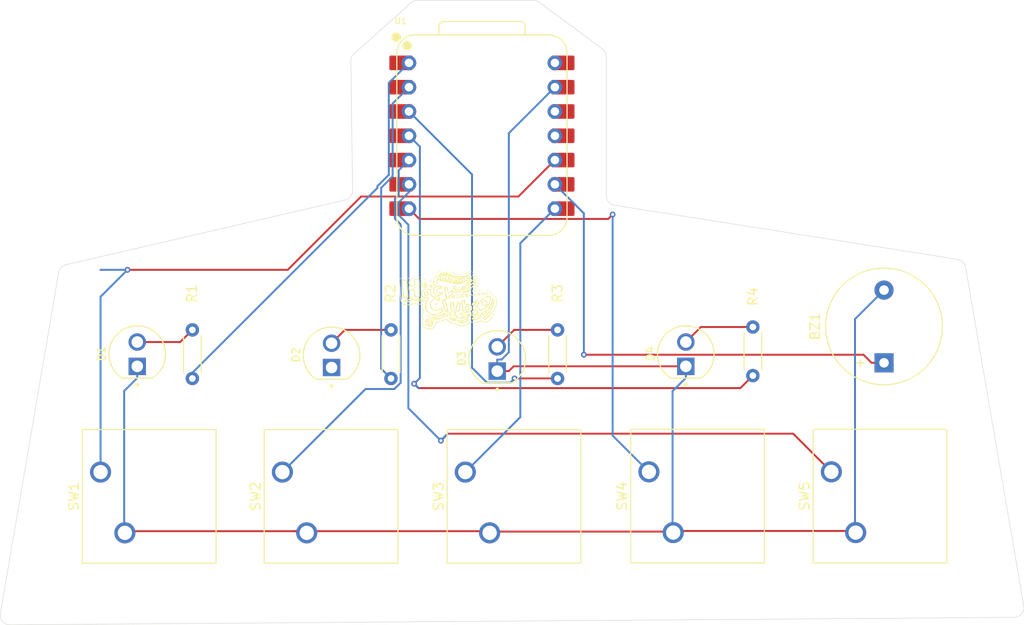
<source format=kicad_pcb>
(kicad_pcb (version 20241229) (generator "pcbnew") (generator_version "9.0")
  (layers (0 "F.Cu" signal) (2 "B.Cu" signal) (13 "F.Paste" user) (15 "B.Paste" user) (5 "F.SilkS" user "F.Silkscreen") (7 "B.SilkS" user "B.Silkscreen") (1 "F.Mask" user) (3 "B.Mask" user) (25 "Edge.Cuts" user))
  (net 0 "")
  (net 1 "BUZZ")
  (net 2 "GND")
  (net 3 "Net-(D1-PadA)")
  (net 5 "Net-(D2-PadA)")
  (net 6 "Net-(D3-PadA)")
  (net 7 "Net-(D4-PadA)")
  (net 8 "LED1")
  (net 9 "LED2")
  (net 10 "LED3")
  (net 11 "LED4")
  (net 12 "SW1")
  (net 13 "SW2")
  (net 14 "SW3")
  (net 15 "SW4")
  (net 16 "SW5")
  (net 17 "unconnected-(U1-GPIO3{slash}MOSI-Pad11)")
  (net 18 "unconnected-(U1-3V3-Pad12)")
  (net 19 "unconnected-(U1-VBUS-Pad14)")
  (footprint "Resistor_THT:R_Axial_DIN0204_L3.6mm_D1.6mm_P5.08mm_Horizontal" (layer "F.Cu") (at 123.255 100.84 90)
    (property "Reference" "R1")
    (property "Value" "R" (hide yes))
  )
  (footprint "ReactFinder:LEDRD254W57D500H1070" (layer "F.Cu") (at 117.5 98.3 90)
    (property "Reference" "D1")
    (property "Value" "L08R5000Q1" (hide yes))
  )
  (footprint "Button_Switch_Keyboard:SW_Cherry_MX_1.00u_PCB" (layer "F.Cu") (at 151.765 110.626 90)
    (property "Reference" "SW3")
    (property "Value" "SW_Push")
  )
  (footprint "Button_Switch_Keyboard:SW_Cherry_MX_1.00u_PCB" (layer "F.Cu") (at 190 110.6 90)
    (property "Reference" "SW5")
    (property "Value" "SW_Push")
  )
  (footprint "Button_Switch_Keyboard:SW_Cherry_MX_1.00u_PCB" (layer "F.Cu") (at 170.942 110.6 90)
    (property "Reference" "SW4")
    (property "Value" "SW_Push")
  )
  (footprint "ReactFinder:LEDRD254W57D500H1070" (layer "F.Cu") (at 155.1 98.8 90)
    (property "Reference" "D3")
    (property "Value" "L08R5000Q1" (hide yes))
  )
  (footprint "Button_Switch_Keyboard:SW_Cherry_MX_1.00u_PCB" (layer "F.Cu") (at 132.6605 110.626 90)
    (property "Reference" "SW2")
    (property "Value" "SW_Push")
  )
  (footprint "Resistor_THT:R_Axial_DIN0204_L3.6mm_D1.6mm_P5.08mm_Horizontal" (layer "F.Cu") (at 144 100.84 90)
    (property "Reference" "R2")
    (property "Value" "R" (hide yes))
  )
  (footprint "ReactFinder:XIAO-RP2040-DIP" (layer "F.Cu") (at 153.5 75.4685)
    (property "Reference" "U1")
    (property "Value" "XIAO-RP2040-DIP")
  )
  (footprint "Button_Switch_Keyboard:SW_Cherry_MX_1.00u_PCB" (layer "F.Cu") (at 113.665 110.626 90)
    (property "Reference" "SW1")
    (property "Value" "SW_Push")
  )
  (footprint "ReactFinder:LEDRD254W57D500H1070" (layer "F.Cu") (at 174.8 98.3 90)
    (property "Reference" "D4")
    (property "Value" "L08R5000Q1" (hide yes))
  )
  (footprint "ReactFinder:LEDRD254W57D500H1070" (layer "F.Cu") (at 137.795 98.425 90)
    (property "Reference" "D2")
    (property "Value" "L08R5000Q1" (hide yes))
  )
  (footprint "Buzzer_Beeper:Buzzer_12x9.5RM7.6" (layer "F.Cu") (at 195.5 99.2 90)
    (property "Reference" "BZ1")
    (property "Value" "Buzzer")
  )
  (footprint "Resistor_THT:R_Axial_DIN0204_L3.6mm_D1.6mm_P5.08mm_Horizontal" (layer "F.Cu") (at 161.4 100.84 90)
    (property "Reference" "R3")
    (property "Value" "R" (hide yes))
  )
  (footprint "Resistor_THT:R_Axial_DIN0204_L3.6mm_D1.6mm_P5.08mm_Horizontal" (layer "F.Cu") (at 181.8 100.54 90)
    (property "Reference" "R4")
    (property "Value" "R" (hide yes))
  )
  (gr_poly (pts (xy 153.136476 91.849472) (xy 153.139035 91.850075) (xy 153.141576 91.851012) (xy 153.144112 91.852279) (xy 153.146658 91.853877) (xy 153.149226 91.855801) (xy 153.15183 91.858051) (xy 153.154484 91.860625) (xy 153.157201 91.863521) (xy 153.159995 91.866736) (xy 153.16288 91.870269) (xy 153.165868 91.874118) (xy 153.172211 91.882756) (xy 153.17642 91.888001) (xy 153.181079 91.893132) (xy 153.186141 91.898119) (xy 153.191559 91.90293) (xy 153.197287 91.907534) (xy 153.203279 91.911901) (xy 153.209488 91.915999) (xy 153.215868 91.919797) (xy 153.222371 91.923265) (xy 153.228952 91.926371) (xy 153.235564 91.929084) (xy 153.242161 91.931373) (xy 153.248695 91.933207) (xy 153.255121 91.934556) (xy 153.261392 91.935388) (xy 153.267461 91.935672) (xy 153.281233 91.9361) (xy 153.293465 91.937443) (xy 153.299013 91.938485) (xy 153.304188 91.939788) (xy 153.308993 91.941364) (xy 153.313433 91.943224) (xy 153.31751 91.945378) (xy 153.32123 91.947838) (xy 153.324597 91.950614) (xy 153.327613 91.953718) (xy 153.330282 91.95716) (xy 153.33261 91.960952) (xy 153.334599 91.965104) (xy 153.336253 91.969627) (xy 153.337576 91.974533) (xy 153.338573 91.979832) (xy 153.339247 91.985536) (xy 153.339601 91.991655) (xy 153.339369 92.005183) (xy 153.337907 92.020504) (xy 153.335245 92.037707) (xy 153.331416 92.056878) (xy 153.32645 92.078105) (xy 153.320378 92.101478) (xy 153.316631 92.115265) (xy 153.312683 92.128183) (xy 153.308563 92.140232) (xy 153.304296 92.151411) (xy 153.299911 92.161719) (xy 153.295434 92.171156) (xy 153.290892 92.17972) (xy 153.286313 92.187412) (xy 153.281723 92.194231) (xy 153.27715 92.200176) (xy 153.272622 92.205246) (xy 153.268164 92.20944) (xy 153.263804 92.212759) (xy 153.25957 92.215201) (xy 153.255488 92.216766) (xy 153.251586 92.217454) (xy 153.247891 92.217262) (xy 153.244429 92.216192) (xy 153.241228 92.214242) (xy 153.238316 92.211411) (xy 153.235718 92.207699) (xy 153.233463 92.203106) (xy 153.231578 92.19763) (xy 153.230089 92.191271) (xy 153.229024 92.184028) (xy 153.228409 92.175901) (xy 153.228273 92.16689) (xy 153.228642 92.156992) (xy 153.229543 92.146209) (xy 153.231004 92.134538) (xy 153.233051 92.12198) (xy 153.235712 92.108534) (xy 153.238108 92.094596) (xy 153.239119 92.088083) (xy 153.240004 92.081868) (xy 153.240762 92.075948) (xy 153.241393 92.070319) (xy 153.241896 92.064976) (xy 153.242271 92.059916) (xy 153.242516 92.055136) (xy 153.242632 92.05063) (xy 153.242617 92.046396) (xy 153.242471 92.042429) (xy 153.242193 92.038726) (xy 153.241783 92.035282) (xy 153.241239 92.032094) (xy 153.240562 92.029158) (xy 153.239751 92.026471) (xy 153.238804 92.024027) (xy 153.237722 92.021824) (xy 153.236504 92.019857) (xy 153.235148 92.018122) (xy 153.233656 92.016617) (xy 153.232024 92.015336) (xy 153.230254 92.014276) (xy 153.228345 92.013433) (xy 153.226295 92.012803) (xy 153.224105 92.012382) (xy 153.221773 92.012167) (xy 153.219298 92.012154) (xy 153.216681 92.012338) (xy 153.213921 92.012716) (xy 153.211017 92.013283) (xy 153.207012 92.015713) (xy 153.202955 92.018995) (xy 153.198878 92.023074) (xy 153.194811 92.027891) (xy 153.190786 92.03339) (xy 153.186832 92.039514) (xy 153.182983 92.046207) (xy 153.179267 92.053412) (xy 153.175717 92.061071) (xy 153.172363 92.069128) (xy 153.169236 92.077527) (xy 153.166368 92.086209) (xy 153.16379 92.095119) (xy 153.161531 92.104199) (xy 153.159625 92.113393) (xy 153.1581 92.122644) (xy 153.156572 92.133016) (xy 153.154641 92.142943) (xy 153.153528 92.14773) (xy 153.152317 92.152395) (xy 153.151012 92.156932) (xy 153.149611 92.16134) (xy 153.148118 92.165613) (xy 153.146533 92.169748) (xy 153.144858 92.17374) (xy 153.143093 92.177587) (xy 153.141241 92.181284) (xy 153.139302 92.184827) (xy 153.137278 92.188212) (xy 153.13517 92.191436) (xy 153.132979 92.194495) (xy 153.130706 92.197384) (xy 153.128354 92.2001) (xy 153.125923 92.20264) (xy 153.123414 92.204998) (xy 153.120829 92.207172) (xy 153.118169 92.209157) (xy 153.115436 92.210949) (xy 153.11263 92.212545) (xy 153.109753 92.213941) (xy 153.106807 92.215133) (xy 153.103791 92.216117) (xy 153.100709 92.216889) (xy 153.097561 92.217445) (xy 153.094348 92.217782) (xy 153.091072 92.217895) (xy 153.084127 92.217639) (xy 153.077843 92.21684) (xy 153.072221 92.215453) (xy 153.069657 92.214524) (xy 153.06726 92.21343) (xy 153.065027 92.212165) (xy 153.06296 92.210725) (xy 153.061059 92.209102) (xy 153.059322 92.207291) (xy 153.057751 92.205286) (xy 153.056346 92.203082) (xy 153.055106 92.200672) (xy 153.054031 92.198051) (xy 153.053121 92.195213) (xy 153.052377 92.192152) (xy 153.051798 92.188862) (xy 153.051385 92.185338) (xy 153.051054 92.177564) (xy 153.051385 92.168781) (xy 153.052377 92.158945) (xy 153.054031 92.148007) (xy 153.056346 92.135923) (xy 153.059322 92.122644) (xy 153.062342 92.11219) (xy 153.064793 92.102015) (xy 153.065809 92.097042) (xy 153.066686 92.09215) (xy 153.067427 92.087344) (xy 153.068032 92.082626) (xy 153.068502 92.078002) (xy 153.06884 92.073474) (xy 153.069045 92.069048) (xy 153.06912 92.064726) (xy 153.069066 92.060512) (xy 153.068884 92.056411) (xy 153.068576 92.052426) (xy 153.068142 92.048561) (xy 153.067584 92.04482) (xy 153.066903 92.041208) (xy 153.066101 92.037727) (xy 153.065179 92.034381) (xy 153.064138 92.031175) (xy 153.062979 92.028113) (xy 153.061704 92.025198) (xy 153.060315 92.022434) (xy 153.058811 92.019825) (xy 153.057195 92.017375) (xy 153.055468 92.015087) (xy 153.053631 92.012967) (xy 153.051685 92.011016) (xy 153.049633 92.009241) (xy 153.047474 92.007643) (xy 153.045211 92.006228) (xy 153.042348 92.004533) (xy 153.039713 92.002754) (xy 153.037305 92.000889) (xy 153.035124 91.998938) (xy 153.03317 91.996899) (xy 153.031445 91.994771) (xy 153.029946 91.992553) (xy 153.028675 91.990243) (xy 153.027631 91.987839) (xy 153.026814 91.985342) (xy 153.026225 91.982749) (xy 153.025864 91.980059) (xy 153.025729 91.977271) (xy 153.025822 91.974383) (xy 153.026143 91.971395) (xy 153.02669 91.968304) (xy 153.027466 91.96511) (xy 153.028468 91.961812) (xy 153.029698 91.958408) (xy 153.031155 91.954896) (xy 153.034752 91.947546) (xy 153.039258 91.939751) (xy 153.044674 91.931502) (xy 153.050999 91.922788) (xy 153.058234 91.913598) (xy 153.066378 91.903922) (xy 153.077062 91.892096) (xy 153.086697 91.881743) (xy 153.095392 91.872847) (xy 153.09942 91.86894) (xy 153.103254 91.865392) (xy 153.106908 91.862201) (xy 153.110394 91.859364) (xy 153.113726 91.85688) (xy 153.116918 91.854747) (xy 153.119983 91.852963) (xy 153.122935 91.851525) (xy 153.125788 91.850432) (xy 153.128555 91.849683) (xy 153.13125 91.849274) (xy 153.133886 91.849205)) (fill yes) (layer "F.SilkS"))
  (gr_poly (pts (xy 154.169914 91.929124) (xy 154.173312 91.929448) (xy 154.176459 91.929974) (xy 154.179349 91.930704) (xy 154.181976 91.931639) (xy 154.184333 91.932778) (xy 154.186413 91.934122) (xy 154.18821 91.935672) (xy 154.191431 91.939598) (xy 154.194467 91.943431) (xy 154.197295 91.94716) (xy 154.199896 91.950776) (xy 154.202249 91.954267) (xy 154.204334 91.957624) (xy 154.206128 91.960837) (xy 154.206911 91.962386) (xy 154.207613 91.963894) (xy 154.208233 91.965362) (xy 154.208767 91.966787) (xy 154.209214 91.968167) (xy 154.20957 91.969503) (xy 154.209833 91.970792) (xy 154.210001 91.972034) (xy 154.21007 91.973226) (xy 154.210039 91.974368) (xy 154.209904 91.975458) (xy 154.209663 91.976495) (xy 154.209314 91.977478) (xy 154.208854 91.978405) (xy 154.20828 91.979276) (xy 154.207589 91.980088) (xy 154.20678 91.980841) (xy 154.205849 91.981533) (xy 154.136596 92.034161) (xy 154.108049 92.055529) (xy 154.083094 92.073807) (xy 154.071855 92.081835) (xy 154.061384 92.089149) (xy 154.051637 92.095769) (xy 154.042573 92.101712) (xy 154.034146 92.106999) (xy 154.026314 92.111649) (xy 154.019034 92.115682) (xy 154.012263 92.119117) (xy 154.005956 92.121972) (xy 154.000071 92.124269) (xy 153.994565 92.126025) (xy 153.989394 92.127261) (xy 153.984515 92.127995) (xy 153.979885 92.128248) (xy 153.97546 92.128038) (xy 153.971197 92.127385) (xy 153.967054 92.126308) (xy 153.962985 92.124827) (xy 153.958949 92.122961) (xy 153.954902 92.120729) (xy 153.950801 92.118151) (xy 153.946602 92.115246) (xy 153.937739 92.108534) (xy 153.931093 92.10207) (xy 153.92575 92.095849) (xy 153.923586 92.092802) (xy 153.921771 92.089783) (xy 153.920312 92.08678) (xy 153.919218 92.083784) (xy 153.918496 92.080782) (xy 153.918153 92.077765) (xy 153.918199 92.07472) (xy 153.918639 92.071637) (xy 153.919483 92.068504) (xy 153.920737 92.065312) (xy 153.92241 92.062049) (xy 153.924509 92.058704) (xy 153.927043 92.055265) (xy 153.930018 92.051723) (xy 153.937325 92.044282) (xy 153.946493 92.036294) (xy 153.957582 92.02767) (xy 153.970656 92.018323) (xy 153.985777 92.008164) (xy 154.003006 91.997106) (xy 154.022405 91.985061) (xy 154.037445 91.976174) (xy 154.052102 91.968036) (xy 154.066325 91.960652) (xy 154.080062 91.954028) (xy 154.093262 91.948169) (xy 154.105873 91.943079) (xy 154.117843 91.938765) (xy 154.12912 91.935231) (xy 154.139653 91.932483) (xy 154.149391 91.930525) (xy 154.153945 91.929845) (xy 154.158281 91.929363) (xy 154.162392 91.929083) (xy 154.166272 91.929003)) (fill yes) (layer "F.SilkS"))
  (gr_poly (pts (xy 152.598849 90.282483) (xy 152.600045 90.282694) (xy 152.601214 90.2831) (xy 152.602358 90.283701) (xy 152.603478 90.284495) (xy 152.604577 90.285483) (xy 152.605657 90.286663) (xy 152.606719 90.288035) (xy 152.607766 90.289598) (xy 152.608799 90.291352) (xy 152.609821 90.293295) (xy 152.610833 90.295428) (xy 152.611837 90.29775) (xy 152.612835 90.300259) (xy 152.61383 90.302956) (xy 152.614822 90.305839) (xy 152.615586 90.308133) (xy 152.616551 90.310384) (xy 152.617711 90.31259) (xy 152.61906 90.314748) (xy 152.622303 90.318916) (xy 152.626233 90.322872) (xy 152.630803 90.3266) (xy 152.635968 90.330086) (xy 152.641681 90.333313) (xy 152.647895 90.336266) (xy 152.654564 90.33893) (xy 152.661641 90.341289) (xy 152.66908 90.343328) (xy 152.676834 90.345031) (xy 152.684857 90.346382) (xy 152.693102 90.347366) (xy 152.701522 90.347968) (xy 152.710072 90.348172) (xy 152.718204 90.348458) (xy 152.726671 90.349296) (xy 152.735396 90.350661) (xy 152.744303 90.352527) (xy 152.753313 90.354869) (xy 152.762348 90.35766) (xy 152.771332 90.360875) (xy 152.780187 90.364488) (xy 152.788835 90.368473) (xy 152.797199 90.372805) (xy 152.805201 90.377456) (xy 152.812764 90.382403) (xy 152.81981 90.387618) (xy 152.826262 90.393076) (xy 152.832042 90.398751) (xy 152.834656 90.401661) (xy 152.837073 90.404617) (xy 152.843852 90.413609) (xy 152.849633 90.422152) (xy 152.854413 90.430375) (xy 152.858184 90.438406) (xy 152.85969 90.442391) (xy 152.860943 90.446376) (xy 152.861941 90.450377) (xy 152.862683 90.454412) (xy 152.86317 90.458496) (xy 152.863401 90.462645) (xy 152.863374 90.466876) (xy 152.86309 90.471204) (xy 152.862547 90.475645) (xy 152.861745 90.480217) (xy 152.859362 90.489814) (xy 152.855935 90.500124) (xy 152.851459 90.511277) (xy 152.845929 90.523401) (xy 152.839339 90.536626) (xy 152.831685 90.551081) (xy 152.822961 90.566895) (xy 152.813043 90.584385) (xy 152.804468 90.599988) (xy 152.797257 90.613969) (xy 152.791432 90.626591) (xy 152.789045 90.632475) (xy 152.787012 90.638118) (xy 152.785335 90.643552) (xy 152.784018 90.648812) (xy 152.783062 90.65393) (xy 152.782471 90.658938) (xy 152.782247 90.66387) (xy 152.782392 90.668759) (xy 152.782909 90.673638) (xy 152.783801 90.678539) (xy 152.78507 90.683496) (xy 152.786719 90.688541) (xy 152.78875 90.693708) (xy 152.791167 90.699029) (xy 152.79397 90.704537) (xy 152.797165 90.710266) (xy 152.804733 90.722515) (xy 152.813894 90.736042) (xy 152.824667 90.751108) (xy 152.837073 90.767978) (xy 152.85358 90.79133) (xy 152.8671 90.812916) (xy 152.87721 90.833447) (xy 152.880853 90.84354) (xy 152.883485 90.853637) (xy 152.885052 90.863827) (xy 152.885502 90.874199) (xy 152.884781 90.884842) (xy 152.882837 90.895846) (xy 152.879617 90.907299) (xy 152.875067 90.919292) (xy 152.869135 90.931912) (xy 152.861767 90.945249) (xy 152.842514 90.97443) (xy 152.816884 91.00755) (xy 152.784454 91.04532) (xy 152.744799 91.088455) (xy 152.697496 91.137666) (xy 152.642121 91.193668) (xy 152.505461 91.328895) (xy 152.465531 91.368494) (xy 152.427781 91.406575) (xy 152.392243 91.443105) (xy 152.358948 91.478053) (xy 152.327927 91.51139) (xy 152.299211 91.543083) (xy 152.27283 91.573102) (xy 152.248816 91.601415) (xy 152.2272 91.627993) (xy 152.208012 91.652802) (xy 152.191284 91.675814) (xy 152.177048 91.696996) (xy 152.165333 91.716318) (xy 152.15617 91.733748) (xy 152.149592 91.749256) (xy 152.147281 91.75628) (xy 152.145628 91.762811) (xy 152.140129 91.784928) (xy 152.137223 91.795209) (xy 152.134211 91.804972) (xy 152.131094 91.814216) (xy 152.12787 91.822939) (xy 152.124538 91.831142) (xy 152.121099 91.838824) (xy 152.117551 91.845983) (xy 152.113894 91.85262) (xy 152.110128 91.858734) (xy 152.106251 91.864324) (xy 152.102262 91.86939) (xy 152.098162 91.87393) (xy 152.09395 91.877945) (xy 152.089624 91.881433) (xy 152.085185 91.884394) (xy 152.080632 91.886827) (xy 152.075963 91.888732) (xy 152.071179 91.890107) (xy 152.066279 91.890954) (xy 152.061262 91.891269) (xy 152.056127 91.891054) (xy 152.050874 91.890307) (xy 152.045502 91.889028) (xy 152.040011 91.887216) (xy 152.034399 91.884871) (xy 152.028667 91.881991) (xy 152.022813 91.878576) (xy 152.016837 91.874626) (xy 152.010739 91.87014) (xy 152.004517 91.865117) (xy 151.998236 91.860114) (xy 151.991315 91.855684) (xy 151.983774 91.851823) (xy 151.975633 91.848525) (xy 151.966914 91.845785) (xy 151.957636 91.843599) (xy 151.947821 91.84196) (xy 151.937489 91.840863) (xy 151.926661 91.840304) (xy 151.915358 91.840278) (xy 151.9036 91.840778) (xy 151.891408 91.8418) (xy 151.878802 91.843339) (xy 151.865804 91.84539) (xy 151.852433 91.847947) (xy 151.838711 91.851006) (xy 151.81339 91.856277) (xy 151.785629 91.861424) (xy 151.756298 91.866323) (xy 151.726263 91.870849) (xy 151.696394 91.87488) (xy 151.667559 91.878291) (xy 151.640625 91.880957) (xy 151.616461 91.882756) (xy 151.568671 91.88926) (xy 151.541985 91.893298) (xy 151.514597 91.897749) (xy 151.487374 91.902531) (xy 151.461184 91.90756) (xy 151.436896 91.912756) (xy 151.415378 91.918033) (xy 151.409508 91.919615) (xy 151.403804 91.921053) (xy 151.398268 91.922349) (xy 151.392902 91.923504) (xy 151.387706 91.92452) (xy 151.382682 91.925397) (xy 151.377831 91.926138) (xy 151.373155 91.926743) (xy 151.368654 91.927213) (xy 151.36433 91.92755) (xy 151.360185 91.927756) (xy 151.356219 91.927831) (xy 151.352434 91.927777) (xy 151.348831 91.927595) (xy 151.345411 91.927287) (xy 151.342177 91.926853) (xy 151.339128 91.926295) (xy 151.336266 91.925614) (xy 151.333594 91.924812) (xy 151.331111 91.92389) (xy 151.328819 91.922849) (xy 151.32672 91.92169) (xy 151.324815 91.920415) (xy 151.323104 91.919026) (xy 151.32159 91.917522) (xy 151.320274 91.915906) (xy 151.319157 91.914179) (xy 151.31824 91.912342) (xy 151.317524 91.910397) (xy 151.317012 91.908344) (xy 151.316703 91.906186) (xy 151.3166 91.903922) (xy 151.317067 91.900053) (xy 151.318438 91.895743) (xy 151.320664 91.891029) (xy 151.323697 91.885946) (xy 151.331994 91.874816) (xy 151.342948 91.862636) (xy 151.356176 91.849692) (xy 151.371294 91.836268) (xy 151.387922 91.822647) (xy 151.405677 91.809113) (xy 151.424175 91.795952) (xy 151.443035 91.783447) (xy 151.461875 91.771883) (xy 151.480311 91.761544) (xy 151.497962 91.752713) (xy 151.514445 91.745675) (xy 151.529378 91.740715) (xy 151.536144 91.739103) (xy 151.542378 91.738117) (xy 151.55157 91.737814) (xy 151.562993 91.737014) (xy 151.590885 91.734589) (xy 151.606526 91.733294) (xy 151.622746 91.732164) (xy 151.63913 91.731364) (xy 151.655267 91.731061) (xy 151.664687 91.729992) (xy 151.674404 91.728128) (xy 151.684383 91.725504) (xy 151.69459 91.722152) (xy 151.70499 91.718105) (xy 151.712609 91.714707) (xy 151.955731 91.714707) (xy 151.955888 91.719885) (xy 151.956481 91.724547) (xy 151.957512 91.728691) (xy 151.958192 91.730569) (xy 151.958982 91.732319) (xy 151.959883 91.733939) (xy 151.960893 91.73543) (xy 151.962014 91.736791) (xy 151.963246 91.738024) (xy 151.964589 91.739127) (xy 151.966042 91.740101) (xy 151.967607 91.740946) (xy 151.969282 91.741662) (xy 151.97107 91.742248) (xy 151.972968 91.742706) (xy 151.974979 91.743034) (xy 151.977101 91.743233) (xy 151.981683 91.743243) (xy 151.986713 91.742737) (xy 151.992195 91.741714) (xy 151.998129 91.740174) (xy 152.004517 91.738117) (xy 152.009762 91.73535) (xy 152.014893 91.73235) (xy 152.01988 91.729133) (xy 152.024691 91.725715) (xy 152.029296 91.72211) (xy 152.033662 91.718335) (xy 152.03776 91.714405) (xy 152.041558 91.710336) (xy 152.045026 91.706142) (xy 152.048132 91.70184) (xy 152.050845 91.697445) (xy 152.052044 91.695217) (xy 152.053134 91.692972) (xy 152.05411 91.690712) (xy 152.054968 91.688438) (xy 152.055705 91.686152) (xy 152.056317 91.683856) (xy 152.0568 91.681553) (xy 152.057149 91.679244) (xy 152.057362 91.676931) (xy 152.057433 91.674617) (xy 152.059264 91.668822) (xy 152.06464 91.659513) (xy 152.085325 91.631181) (xy 152.118081 91.591273) (xy 152.161503 91.541443) (xy 152.214185 91.483345) (xy 152.274722 91.418632) (xy 152.341709 91.348959) (xy 152.413739 91.275978) (xy 152.484439 91.201826) (xy 152.550054 91.131229) (xy 152.609138 91.065758) (xy 152.635778 91.035436) (xy 152.660242 91.006985) (xy 152.68235 90.980601) (xy 152.701921 90.95648) (xy 152.718774 90.934819) (xy 152.732727 90.915814) (xy 152.743601 90.899662) (xy 152.751214 90.886558) (xy 152.753741 90.881211) (xy 152.755385 90.8767) (xy 152.756123 90.873049) (xy 152.755933 90.870284) (xy 152.754449 90.86628) (xy 152.752654 90.862229) (xy 152.75057 90.858168) (xy 152.748217 90.854133) (xy 152.745616 90.85016) (xy 152.742787 90.846285) (xy 152.739752 90.842544) (xy 152.736531 90.838974) (xy 152.733145 90.835611) (xy 152.729613 90.832491) (xy 152.725958 90.829649) (xy 152.7222 90.827123) (xy 152.720288 90.82599) (xy 152.718358 90.824949) (xy 152.716413 90.824004) (xy 152.714455 90.823161) (xy 152.712487 90.822424) (xy 152.71051 90.821798) (xy 152.708529 90.821286) (xy 152.706545 90.820894) (xy 152.700757 90.821327) (xy 152.692114 90.825141) (xy 152.667002 90.842137) (xy 152.632681 90.870326) (xy 152.590624 90.908152) (xy 152.489194 91.006496) (xy 152.374493 91.124725) (xy 152.258304 91.250395) (xy 152.152408 91.371063) (xy 152.107003 91.425632) (xy 152.068589 91.474285) (xy 152.03864 91.515465) (xy 152.018629 91.547617) (xy 152.004905 91.575026) (xy 151.998667 91.587955) (xy 151.992845 91.600368) (xy 151.987443 91.612264) (xy 151.98246 91.623643) (xy 151.977899 91.634506) (xy 151.973759 91.644851) (xy 151.970044 91.65468) (xy 151.966754 91.663992) (xy 151.96389 91.672787) (xy 151.961453 91.681066) (xy 151.959446 91.688828) (xy 151.957869 91.696073) (xy 151.956723 91.702801) (xy 151.95601 91.709013) (xy 151.955731 91.714707) (xy 151.712609 91.714707) (xy 151.71555 91.713396) (xy 151.737012 91.702122) (xy 151.758702 91.688596) (xy 151.780345 91.67308) (xy 151.801667 91.655838) (xy 151.822395 91.637134) (xy 151.842256 91.617231) (xy 151.860974 91.596392) (xy 151.878276 91.574882) (xy 151.893888 91.552964) (xy 151.907537 91.5309) (xy 151.918948 91.508956) (xy 151.923728 91.498111) (xy 151.927847 91.487394) (xy 151.93127 91.476839) (xy 151.933961 91.466478) (xy 151.938476 91.455436) (xy 151.946598 91.440984) (xy 151.958131 91.423349) (xy 151.972877 91.402757) (xy 152.011228 91.353617) (xy 152.06008 91.295381) (xy 152.117861 91.229869) (xy 152.183 91.1589) (xy 152.253928 91.084293) (xy 152.329073 91.007867) (xy 152.398165 90.938423) (xy 152.458808 90.876478) (xy 152.511317 90.821343) (xy 152.53462 90.796115) (xy 152.556008 90.772332) (xy 152.57552 90.749909) (xy 152.593195 90.728758) (xy 152.609073 90.708795) (xy 152.623194 90.689933) (xy 152.635597 90.672086) (xy 152.64632 90.655169) (xy 152.655404 90.639096) (xy 152.662889 90.62378) (xy 152.668812 90.609136) (xy 152.673214 90.595078) (xy 152.676135 90.58152) (xy 152.677613 90.568376) (xy 152.677688 90.55556) (xy 152.676399 90.542986) (xy 152.673787 90.530569) (xy 152.669889 90.518222) (xy 152.664746 90.50586) (xy 152.658397 90.493396) (xy 152.650882 90.480745) (xy 152.642239 90.467821) (xy 152.632508 90.454537) (xy 152.621729 90.440809) (xy 152.597184 90.411673) (xy 152.59427 90.408656) (xy 152.591481 90.405563) (xy 152.586284 90.399174) (xy 152.581603 90.392557) (xy 152.57745 90.385765) (xy 152.573835 90.378849) (xy 152.570767 90.371861) (xy 152.568257 90.364852) (xy 152.566316 90.357874) (xy 152.564953 90.350978) (xy 152.564492 90.347578) (xy 152.56418 90.344217) (xy 152.564017 90.340903) (xy 152.564006 90.337642) (xy 152.564147 90.334441) (xy 152.564442 90.331305) (xy 152.564891 90.328242) (xy 152.565497 90.325257) (xy 152.566261 90.322358) (xy 152.567184 90.31955) (xy 152.568267 90.316841) (xy 152.569511 90.314236) (xy 152.570918 90.311743) (xy 152.572489 90.309367) (xy 152.576336 90.303165) (xy 152.578172 90.300372) (xy 152.579951 90.297784) (xy 152.581676 90.295401) (xy 152.583349 90.29322) (xy 152.584971 90.291243) (xy 152.586545 90.289468) (xy 152.588072 90.287894) (xy 152.589555 90.286521) (xy 152.590995 90.285349) (xy 152.592395 90.284376) (xy 152.593755 90.283602) (xy 152.595079 90.283026) (xy 152.596368 90.282648) (xy 152.597624 90.282467)) (fill yes) (layer "F.SilkS"))
  (gr_poly (pts (xy 154.298938 92.215252) (xy 154.317388 92.216682) (xy 154.334463 92.219228) (xy 154.350202 92.222911) (xy 154.364645 92.227751) (xy 154.377829 92.233769) (xy 154.389793 92.240987) (xy 154.400577 92.249424) (xy 154.410218 92.259101) (xy 154.418756 92.270039) (xy 154.42623 92.282259) (xy 154.432678 92.295781) (xy 154.438139 92.310626) (xy 154.442652 92.326815) (xy 154.446255 92.344367) (xy 154.448987 92.363305) (xy 154.450888 92.383648) (xy 154.451995 92.405418) (xy 154.452348 92.428634) (xy 154.451985 92.453319) (xy 154.449267 92.507172) (xy 154.446027 92.547948) (xy 154.440959 92.588888) (xy 154.434095 92.62995) (xy 154.425468 92.67109) (xy 154.403052 92.753436) (xy 154.37397 92.835586) (xy 154.338481 92.917199) (xy 154.296842 92.997933) (xy 154.249311 93.077447) (xy 154.196148 93.155401) (xy 154.137611 93.231453) (xy 154.073957 93.305263) (xy 154.005447 93.376489) (xy 153.932337 93.444789) (xy 153.854886 93.509824) (xy 153.773352 93.571252) (xy 153.687995 93.628731) (xy 153.599072 93.681922) (xy 153.355656 93.815978) (xy 153.129878 93.5902) (xy 153.084727 93.544401) (xy 153.04251 93.500297) (xy 153.00418 93.458921) (xy 152.986769 93.43958) (xy 152.970687 93.421308) (xy 152.956051 93.404235) (xy 152.942981 93.38849) (xy 152.931596 93.374202) (xy 152.922014 93.361501) (xy 152.914355 93.350515) (xy 152.908737 93.341375) (xy 152.906731 93.337536) (xy 152.905279 93.334208) (xy 152.904397 93.331405) (xy 152.9041 93.329145) (xy 152.904874 93.320935) (xy 152.907148 93.310929) (xy 152.909728 93.303577) (xy 153.069885 93.303577) (xy 153.069906 93.314151) (xy 153.070546 93.324415) (xy 153.071807 93.334376) (xy 153.073688 93.344039) (xy 153.07619 93.353412) (xy 153.079311 93.3625) (xy 153.083052 93.371311) (xy 153.087414 93.37985) (xy 153.092395 93.388125) (xy 153.097997 93.396141) (xy 153.104219 93.403905) (xy 153.111061 93.411423) (xy 153.118523 93.418703) (xy 153.126605 93.42575) (xy 153.135307 93.432571) (xy 153.14463 93.439173) (xy 153.154572 93.445561) (xy 153.164628 93.451719) (xy 153.173665 93.456957) (xy 153.181741 93.461265) (xy 153.185437 93.463067) (xy 153.188913 93.464633) (xy 153.192178 93.465961) (xy 153.195237 93.46705) (xy 153.1981 93.467898) (xy 153.200771 93.468505) (xy 153.203259 93.468869) (xy 153.205571 93.468989) (xy 153.207714 93.468864) (xy 153.209694 93.468491) (xy 153.211519 93.467871) (xy 153.213197 93.467001) (xy 153.214733 93.465881) (xy 153.216136 93.464509) (xy 153.217413 93.462883) (xy 153.218569 93.461003) (xy 153.219614 93.458868) (xy 153.220553 93.456475) (xy 153.221394 93.453824) (xy 153.222144 93.450913) (xy 153.22281 93.447741) (xy 153.223399 93.444307) (xy 153.224374 93.436647) (xy 153.225128 93.427922) (xy 153.225953 93.422209) (xy 153.227098 93.418269) (xy 153.227788 93.416949) (xy 153.228554 93.416055) (xy 153.229395 93.41558) (xy 153.230309 93.41552) (xy 153.231296 93.415868) (xy 153.232354 93.416618) (xy 153.234677 93.419302) (xy 153.23727 93.423527) (xy 153.240121 93.429245) (xy 153.24322 93.43641) (xy 153.246556 93.444975) (xy 153.253901 93.466121) (xy 153.262073 93.492311) (xy 153.270989 93.523172) (xy 153.28077 93.556663) (xy 153.29053 93.585714) (xy 153.300662 93.610353) (xy 153.30599 93.621025) (xy 153.311559 93.630604) (xy 153.317417 93.639092) (xy 153.323613 93.646494) (xy 153.330197 93.652811) (xy 153.337218 93.658048) (xy 153.344724 93.662207) (xy 153.352765 93.665292) (xy 153.361391 93.667306) (xy 153.370649 93.668252) (xy 153.380589 93.668134) (xy 153.391261 93.666954) (xy 153.402713 93.664716) (xy 153.414994 93.661424) (xy 153.428154 93.65708) (xy 153.442241 93.651687) (xy 153.473395 93.63777) (xy 153.508849 93.619698) (xy 153.548994 93.597497) (xy 153.594225 93.571192) (xy 153.644933 93.540811) (xy 153.684092 93.516496) (xy 153.72107 93.492304) (xy 153.756167 93.467947) (xy 153.789682 93.443136) (xy 153.821916 93.41758) (xy 153.853168 93.390991) (xy 153.883738 93.363079) (xy 153.913926 93.333554) (xy 153.944031 93.302128) (xy 153.974353 93.268511) (xy 154.005192 93.232413) (xy 154.036847 93.193545) (xy 154.069619 93.151619) (xy 154.103806 93.106343) (xy 154.177628 93.004589) (xy 154.202904 92.9663) (xy 154.227044 92.92582) (xy 154.249902 92.883604) (xy 154.271334 92.840106) (xy 154.291195 92.795782) (xy 154.30934 92.751085) (xy 154.325625 92.706471) (xy 154.339905 92.662394) (xy 154.352035 92.61931) (xy 154.361871 92.577673) (xy 154.369268 92.537937) (xy 154.37408 92.500558) (xy 154.376165 92.46599) (xy 154.375376 92.434687) (xy 154.373859 92.420403) (xy 154.371569 92.407106) (xy 154.368489 92.394853) (xy 154.3646 92.3837) (xy 154.357573 92.370133) (xy 154.34783 92.358504) (xy 154.335504 92.34877) (xy 154.32073 92.340884) (xy 154.303644 92.334802) (xy 154.28438 92.330478) (xy 154.263074 92.327868) (xy 154.23986 92.326925) (xy 154.18825 92.329862) (xy 154.13063 92.338928) (xy 154.06808 92.35376) (xy 154.00168 92.373999) (xy 153.93251 92.39928) (xy 153.861651 92.429244) (xy 153.790181 92.463528) (xy 153.719182 92.50177) (xy 153.649733 92.543609) (xy 153.582915 92.588683) (xy 153.519807 92.63663) (xy 153.461489 92.687089) (xy 153.443929 92.704759) (xy 153.427004 92.724606) (xy 153.410771 92.746488) (xy 153.395288 92.770267) (xy 153.380611 92.795803) (xy 153.366797 92.822956) (xy 153.353903 92.851588) (xy 153.341986 92.881558) (xy 153.331102 92.912726) (xy 153.321308 92.944954) (xy 153.312662 92.978102) (xy 153.30522 93.01203) (xy 153.299038 93.046599) (xy 153.294175 93.081669) (xy 153.290686 93.117101) (xy 153.288628 93.152756) (xy 153.285968 93.17754) (xy 153.284613 93.186668) (xy 153.283226 93.193601) (xy 153.281798 93.198321) (xy 153.281065 93.199847) (xy 153.280318 93.200815) (xy 153.279556 93.201221) (xy 153.278777 93.201065) (xy 153.277979 93.200345) (xy 153.277163 93.199058) (xy 153.275466 93.194776) (xy 153.273676 93.188205) (xy 153.271783 93.17933) (xy 153.269776 93.168134) (xy 153.26538 93.13872) (xy 153.260406 93.099839) (xy 153.239239 92.941089) (xy 153.143989 93.103367) (xy 153.126047 93.13496) (xy 153.118006 93.150153) (xy 153.110585 93.164951) (xy 153.103785 93.179362) (xy 153.097604 93.193392) (xy 153.092044 93.207048) (xy 153.087104 93.220335) (xy 153.082783 93.23326) (xy 153.079083 93.24583) (xy 153.076004 93.258051) (xy 153.073544 93.26993) (xy 153.071704 93.281473) (xy 153.070485 93.292687) (xy 153.069885 93.303577) (xy 152.909728 93.303577) (xy 152.915917 93.285943) (xy 152.929843 93.255025) (xy 152.948363 93.219012) (xy 152.970913 93.17874) (xy 152.996932 93.135048) (xy 153.057118 93.040748) (xy 153.124414 92.942811) (xy 153.194315 92.847933) (xy 153.228834 92.803735) (xy 153.262314 92.762812) (xy 153.294193 92.726003) (xy 153.323906 92.694144) (xy 153.362323 92.656213) (xy 153.402048 92.619227) (xy 153.442899 92.583306) (xy 153.484695 92.548568) (xy 153.527257 92.515133) (xy 153.570402 92.483119) (xy 153.613951 92.452644) (xy 153.657722 92.423829) (xy 153.701534 92.396791) (xy 153.745206 92.371649) (xy 153.788558 92.348523) (xy 153.831409 92.327531) (xy 153.873578 92.308793) (xy 153.914884 92.292426) (xy 153.955145 92.27855) (xy 153.994183 92.267284) (xy 154.064638 92.249204) (xy 154.128045 92.234762) (xy 154.184714 92.224123) (xy 154.210618 92.220282) (xy 154.234954 92.217454) (xy 154.25776 92.215659) (xy 154.279075 92.214918)) (fill yes) (layer "F.SilkS"))
  (gr_poly (pts (xy 145.586145 90.502094) (xy 145.601242 90.503604) (xy 145.614892 90.506027) (xy 145.62718 90.509437) (xy 145.638192 90.513907) (xy 145.648011 90.519512) (xy 145.656722 90.526325) (xy 145.66441 90.53442) (xy 145.67116 90.543869) (xy 145.677055 90.554748) (xy 145.682181 90.567129) (xy 145.686623 90.581086) (xy 145.690464 90.596693) (xy 145.696685 90.633151) (xy 145.701521 90.677091) (xy 145.705649 90.729104) (xy 145.71449 90.8597) (xy 145.777989 91.808672) (xy 145.792321 92.03886) (xy 145.802684 92.22936) (xy 145.805964 92.303526) (xy 145.807755 92.360329) (xy 145.807893 92.397288) (xy 145.80729 92.40755) (xy 145.806212 92.411922) (xy 145.803466 92.413245) (xy 145.797971 92.414568) (xy 145.779312 92.417214) (xy 145.751393 92.41986) (xy 145.715371 92.422506) (xy 145.623649 92.427797) (xy 145.513406 92.433089) (xy 145.231184 92.4472) (xy 145.192378 91.759284) (xy 145.139509 90.807638) (xy 145.241733 90.807638) (xy 145.243366 90.905561) (xy 145.249381 91.03325) (xy 145.259406 91.194839) (xy 145.264353 91.27768) (xy 145.268556 91.358164) (xy 145.271933 91.434266) (xy 145.274399 91.503961) (xy 145.275874 91.565221) (xy 145.276273 91.616023) (xy 145.275515 91.654339) (xy 145.274677 91.668182) (xy 145.273517 91.678145) (xy 145.271224 91.691265) (xy 145.269721 91.702908) (xy 145.269138 91.713166) (xy 145.269231 91.717804) (xy 145.269604 91.722131) (xy 145.27027 91.726159) (xy 145.271248 91.729898) (xy 145.272552 91.733361) (xy 145.274199 91.73656) (xy 145.276206 91.739504) (xy 145.278588 91.742208) (xy 145.281361 91.744681) (xy 145.284542 91.746936) (xy 145.288146 91.748984) (xy 145.292191 91.750838) (xy 145.296691 91.752508) (xy 145.301664 91.754006) (xy 145.31309 91.756533) (xy 145.326599 91.758512) (xy 145.34232 91.760036) (xy 145.360382 91.761199) (xy 145.404045 91.762811) (xy 145.448108 91.764169) (xy 145.465568 91.764912) (xy 145.480058 91.765733) (xy 145.491632 91.766657) (xy 145.500349 91.76771) (xy 145.506265 91.768918) (xy 145.508191 91.769589) (xy 145.509437 91.770308) (xy 145.510012 91.771078) (xy 145.509922 91.771904) (xy 145.509175 91.772787) (xy 145.507777 91.773732) (xy 145.505736 91.774742) (xy 145.503058 91.775819) (xy 145.495822 91.77819) (xy 145.486127 91.780871) (xy 145.474029 91.783888) (xy 145.442851 91.791033) (xy 145.407917 91.798647) (xy 145.393784 91.802777) (xy 145.381666 91.807625) (xy 145.376314 91.810436) (xy 145.371408 91.813569) (xy 145.366928 91.817069) (xy 145.362855 91.820985) (xy 145.35917 91.825363) (xy 145.355853 91.830252) (xy 145.352885 91.835696) (xy 145.350246 91.841745) (xy 145.34588 91.855843) (xy 145.342598 91.872923) (xy 145.340247 91.893362) (xy 145.338671 91.917537) (xy 145.337715 91.945826) (xy 145.337224 91.978605) (xy 145.337017 92.059144) (xy 145.337017 92.306089) (xy 145.471073 92.316672) (xy 145.504456 92.318631) (xy 145.534573 92.319111) (xy 145.561548 92.317959) (xy 145.573896 92.316722) (xy 145.585505 92.315019) (xy 145.596391 92.312829) (xy 145.606568 92.310135) (xy 145.616054 92.306916) (xy 145.624862 92.303154) (xy 145.633009 92.298828) (xy 145.64051 92.293919) (xy 145.64738 92.288408) (xy 145.653635 92.282276) (xy 145.659291 92.275504) (xy 145.664363 92.268071) (xy 145.668867 92.259958) (xy 145.672818 92.251147) (xy 145.676231 92.241617) (xy 145.679122 92.231349) (xy 145.681507 92.220325) (xy 145.683401 92.208524) (xy 145.684819 92.195927) (xy 145.685778 92.182515) (xy 145.686378 92.153168) (xy 145.685323 92.120328) (xy 145.682739 92.083839) (xy 145.679504 92.039267) (xy 145.676366 91.999289) (xy 145.673259 91.963621) (xy 145.670117 91.931979) (xy 145.666871 91.904078) (xy 145.665188 91.891442) (xy 145.663454 91.879634) (xy 145.661661 91.86862) (xy 145.659799 91.858363) (xy 145.657862 91.848829) (xy 145.65584 91.839981) (xy 145.653725 91.831785) (xy 145.651509 91.824204) (xy 145.649183 91.817203) (xy 145.646738 91.810746) (xy 145.644167 91.804799) (xy 145.641461 91.799325) (xy 145.638612 91.794289) (xy 145.635611 91.789655) (xy 145.632449 91.785389) (xy 145.629119 91.781453) (xy 145.625612 91.777814) (xy 145.62192 91.774435) (xy 145.618034 91.771281) (xy 145.613945 91.768316) (xy 145.609646 91.765504) (xy 145.605128 91.762811) (xy 145.599591 91.758924) (xy 145.594896 91.755198) (xy 145.59287 91.753393) (xy 145.591059 91.751626) (xy 145.589467 91.749896) (xy 145.588096 91.748204) (xy 145.586946 91.746548) (xy 145.586021 91.744927) (xy 145.585322 91.743341) (xy 145.584851 91.741789) (xy 145.584609 91.740271) (xy 145.5846 91.738786) (xy 145.584824 91.737333) (xy 145.585285 91.735912) (xy 145.585983 91.734522) (xy 145.58692 91.733162) (xy 145.588099 91.731832) (xy 145.589522 91.730531) (xy 145.59119 91.729258) (xy 145.593106 91.728013) (xy 145.595271 91.726795) (xy 145.597687 91.725604) (xy 145.600356 91.724439) (xy 145.603281 91.723298) (xy 145.609903 91.721091) (xy 145.617569 91.718977) (xy 145.626295 91.71695) (xy 145.637506 91.713553) (xy 145.647358 91.709784) (xy 145.655898 91.705354) (xy 145.663171 91.699973) (xy 145.669225 91.693351) (xy 145.674106 91.6852) (xy 145.67786 91.67523) (xy 145.680535 91.663151) (xy 145.682175 91.648675) (xy 145.682829 91.631512) (xy 145.682542 91.611372) (xy 145.681361 91.587966) (xy 145.676504 91.530198) (xy 145.668628 91.455895) (xy 145.656998 91.339643) (xy 145.644375 91.203217) (xy 145.632413 91.063484) (xy 145.622767 90.937311) (xy 145.618495 90.881301) (xy 145.613727 90.827895) (xy 145.608629 90.778375) (xy 145.603364 90.734023) (xy 145.5981 90.69612) (xy 145.593002 90.665948) (xy 145.590566 90.654161) (xy 145.588234 90.644788) (xy 145.586025 90.637988) (xy 145.583962 90.633922) (xy 145.581911 90.631329) (xy 145.579089 90.628842) (xy 145.571277 90.6242) (xy 145.560808 90.620024) (xy 145.547967 90.616339) (xy 145.533039 90.61317) (xy 145.516307 90.610544) (xy 145.498056 90.608486) (xy 145.478569 90.607023) (xy 145.458132 90.60618) (xy 145.437028 90.605983) (xy 145.415542 90.606457) (xy 145.393958 90.607629) (xy 145.372559 90.609525) (xy 145.351631 90.61217) (xy 145.331458 90.61559) (xy 145.312323 90.619811) (xy 145.29859 90.624486) (xy 145.286464 90.630918) (xy 145.275899 90.639624) (xy 145.266848 90.65112) (xy 145.259264 90.665924) (xy 145.253102 90.684552) (xy 145.248314 90.70752) (xy 145.244854 90.735346) (xy 145.242676 90.768546) (xy 145.241733 90.807638) (xy 145.139509 90.807638) (xy 145.139462 90.806784) (xy 145.125351 90.5422) (xy 145.337017 90.521033) (xy 145.460455 90.508094) (xy 145.509604 90.503717) (xy 145.551275 90.501521)) (fill yes) (layer "F.SilkS"))
  (gr_poly (pts (xy 152.236015 94.059865) (xy 152.239523 94.060818) (xy 152.242609 94.062274) (xy 152.245288 94.064245) (xy 152.247574 94.066743) (xy 152.249482 94.069781) (xy 152.251026 94.07337) (xy 152.25222 94.077523) (xy 152.253077 94.082252) (xy 152.253613 94.087569) (xy 152.253842 94.093488) (xy 152.253777 94.100019) (xy 152.252824 94.11497) (xy 152.250869 94.13252) (xy 152.248025 94.152768) (xy 152.244406 94.175811) (xy 152.242629 94.189652) (xy 152.241271 94.203358) (xy 152.240336 94.216878) (xy 152.239831 94.230161) (xy 152.239759 94.243154) (xy 152.240127 94.255806) (xy 152.240939 94.268066) (xy 152.242201 94.279881) (xy 152.243917 94.291199) (xy 152.246094 94.301971) (xy 152.248735 94.312142) (xy 152.251847 94.321663) (xy 152.255434 94.33048) (xy 152.259502 94.338544) (xy 152.261718 94.342276) (xy 152.264056 94.345801) (xy 152.266516 94.349111) (xy 152.2691 94.3522) (xy 152.275785 94.360352) (xy 152.281241 94.367641) (xy 152.285394 94.374113) (xy 152.288173 94.379816) (xy 152.289024 94.382393) (xy 152.289504 94.384795) (xy 152.289605 94.387028) (xy 152.289316 94.389097) (xy 152.28863 94.391009) (xy 152.287537 94.392769) (xy 152.286028 94.394382) (xy 152.284094 94.395856) (xy 152.281725 94.397196) (xy 152.278914 94.398406) (xy 152.27565 94.399495) (xy 152.271926 94.400466) (xy 152.263056 94.402081) (xy 152.252233 94.403298) (xy 152.239385 94.404163) (xy 152.224438 94.404724) (xy 152.187962 94.405117) (xy 152.174071 94.405395) (xy 152.160845 94.406224) (xy 152.148286 94.407599) (xy 152.136395 94.409512) (xy 152.125177 94.411958) (xy 152.114633 94.41493) (xy 152.104765 94.418421) (xy 152.095578 94.422425) (xy 152.087072 94.426935) (xy 152.079252 94.431945) (xy 152.072118 94.437449) (xy 152.065674 94.44344) (xy 152.059923 94.449911) (xy 152.054867 94.456857) (xy 152.050509 94.46427) (xy 152.04685 94.472144) (xy 152.043895 94.480474) (xy 152.041645 94.489251) (xy 152.040103 94.49847) (xy 152.039271 94.508125) (xy 152.039153 94.518209) (xy 152.03975 94.528715) (xy 152.041066 94.539637) (xy 152.043102 94.550968) (xy 152.045862 94.562703) (xy 152.049348 94.574834) (xy 152.053563 94.587356) (xy 152.058509 94.600261) (xy 152.064188 94.613543) (xy 152.070604 94.627196) (xy 152.085656 94.655589) (xy 152.096184 94.674244) (xy 152.105224 94.690729) (xy 152.112693 94.705353) (xy 152.115813 94.712065) (xy 152.118508 94.718428) (xy 152.12077 94.72448) (xy 152.122587 94.730261) (xy 152.12395 94.73581) (xy 152.124847 94.741165) (xy 152.125269 94.746365) (xy 152.125206 94.751449) (xy 152.124646 94.756455) (xy 152.12358 94.761422) (xy 152.121997 94.76639) (xy 152.119886 94.771396) (xy 152.117239 94.776479) (xy 152.114044 94.781679) (xy 152.11029 94.787034) (xy 152.105968 94.792583) (xy 152.101068 94.798364) (xy 152.095578 94.804417) (xy 152.08279 94.817491) (xy 152.067521 94.832116) (xy 152.029211 94.867256) (xy 152.016575 94.878245) (xy 152.003855 94.888698) (xy 151.991136 94.898571) (xy 151.978499 94.907825) (xy 151.966028 94.916417) (xy 151.953805 94.924306) (xy 151.941913 94.931451) (xy 151.930434 94.937811) (xy 151.919451 94.943344) (xy 151.909046 94.948008) (xy 151.899304 94.951764) (xy 151.890305 94.954568) (xy 151.886111 94.955601) (xy 151.882133 94.95638) (xy 151.878383 94.956901) (xy 151.874871 94.957159) (xy 151.871607 94.957147) (xy 151.868601 94.956862) (xy 151.865864 94.956298) (xy 151.863406 94.95545) (xy 151.861019 94.954871) (xy 151.858496 94.954455) (xy 151.853064 94.954106) (xy 151.847166 94.954388) (xy 151.840861 94.955285) (xy 151.834204 94.956781) (xy 151.827253 94.958861) (xy 151.820064 94.961509) (xy 151.812694 94.96471) (xy 151.8052 94.968449) (xy 151.797639 94.97271) (xy 151.790068 94.977477) (xy 151.782543 94.982735) (xy 151.775121 94.988469) (xy 151.76786 94.994662) (xy 151.760815 95.0013) (xy 151.754045 95.008367) (xy 151.746523 95.016675) (xy 151.738514 95.0244) (xy 151.730031 95.031536) (xy 151.721082 95.038077) (xy 151.711679 95.044019) (xy 151.701831 95.049356) (xy 151.691549 95.054084) (xy 151.680843 95.058196) (xy 151.669724 95.061689) (xy 151.658202 95.064556) (xy 151.646287 95.066793) (xy 151.63399 95.068394) (xy 151.621321 95.069354) (xy 151.60829 95.069669) (xy 151.594907 95.069332) (xy 151.581184 95.068339) (xy 151.569868 95.06784) (xy 151.55846 95.067657) (xy 151.547031 95.067773) (xy 151.535653 95.068173) (xy 151.5244 95.068843) (xy 151.513343 95.069765) (xy 151.502554 95.070925) (xy 151.492107 95.072307) (xy 151.482073 95.073897) (xy 151.472525 95.075677) (xy 151.463535 95.077633) (xy 151.455176 95.079749) (xy 151.447519 95.08201) (xy 151.440638 95.0844) (xy 151.434603 95.086903) (xy 151.429489 95.089505) (xy 151.427403 95.090756) (xy 151.425119 95.091864) (xy 151.419995 95.09366) (xy 151.414188 95.094908) (xy 151.407771 95.095624) (xy 151.400818 95.095823) (xy 151.393399 95.095521) (xy 151.385587 95.094732) (xy 151.377455 95.093474) (xy 151.369075 95.091761) (xy 151.360519 95.089609) (xy 151.351859 95.087033) (xy 151.343169 95.084048) (xy 151.33452 95.080671) (xy 151.325985 95.076917) (xy 151.317636 95.072801) (xy 151.309545 95.068339) (xy 151.289687 95.058307) (xy 151.265117 95.046952) (xy 151.236743 95.034604) (xy 151.205475 95.021596) (xy 151.172223 95.008256) (xy 151.137896 94.994917) (xy 151.069656 94.969561) (xy 151.048647 94.962319) (xy 151.029245 94.955119) (xy 151.011404 94.947919) (xy 150.995076 94.940677) (xy 150.980217 94.933353) (xy 150.973323 94.929647) (xy 150.966778 94.925905) (xy 150.960578 94.922121) (xy 150.954715 94.918291) (xy 150.949184 94.914409) (xy 150.943979 94.910471) (xy 150.943977 94.910469) (xy 151.320883 94.910469) (xy 151.321327 94.9124) (xy 151.322551 94.914434) (xy 151.324536 94.916562) (xy 151.330712 94.921054) (xy 151.339698 94.925795) (xy 151.351341 94.9307) (xy 151.365484 94.935689) (xy 151.381974 94.940677) (xy 151.400655 94.945583) (xy 151.421372 94.950323) (xy 151.44397 94.954816) (xy 151.468294 94.958977) (xy 151.486543 94.960691) (xy 151.505512 94.961231) (xy 151.525117 94.960647) (xy 151.545272 94.958984) (xy 151.565892 94.956291) (xy 151.586892 94.952613) (xy 151.608186 94.948) (xy 151.62969 94.942496) (xy 151.651318 94.93615) (xy 151.672985 94.929009) (xy 151.694605 94.92112) (xy 151.716093 94.912531) (xy 151.737365 94.903287) (xy 151.758334 94.893437) (xy 151.778915 94.883028) (xy 151.799024 94.872106) (xy 151.818574 94.860719) (xy 151.837481 94.848914) (xy 151.85566 94.836739) (xy 151.873024 94.82424) (xy 151.88949 94.811464) (xy 151.904971 94.798459) (xy 151.919382 94.785272) (xy 151.932638 94.77195) (xy 151.944655 94.75854) (xy 151.955345 94.74509) (xy 151.964625 94.731645) (xy 151.972409 94.718255) (xy 151.978611 94.704965) (xy 151.983147 94.691823) (xy 151.985931 94.678876) (xy 151.986878 94.666172) (xy 151.986568 94.663072) (xy 151.985638 94.660386) (xy 151.984088 94.658116) (xy 151.981917 94.656264) (xy 151.975716 94.653816) (xy 151.967034 94.653053) (xy 151.955872 94.653985) (xy 151.94223 94.656622) (xy 151.926107 94.660975) (xy 151.907503 94.667054) (xy 151.886419 94.674869) (xy 151.862855 94.684431) (xy 151.808284 94.708836) (xy 151.743792 94.740352) (xy 151.669378 94.779061) (xy 151.646129 94.791454) (xy 151.622786 94.803459) (xy 151.599506 94.81502) (xy 151.576443 94.82608) (xy 151.531588 94.846468) (xy 151.510106 94.855683) (xy 151.489461 94.864169) (xy 151.469809 94.871869) (xy 151.451303 94.878728) (xy 151.4341 94.884687) (xy 151.418354 94.88969) (xy 151.404221 94.89368) (xy 151.391855 94.896601) (xy 151.381411 94.898395) (xy 151.373045 94.899005) (xy 151.355201 94.899446) (xy 151.341253 94.900714) (xy 151.331047 94.902726) (xy 151.327299 94.903985) (xy 151.324428 94.9054) (xy 151.322414 94.906958) (xy 151.321239 94.908652) (xy 151.320883 94.910469) (xy 150.943977 94.910469) (xy 150.939094 94.90647) (xy 150.934525 94.902402) (xy 150.930264 94.898262) (xy 150.926305 94.894044) (xy 150.922644 94.889744) (xy 150.919275 94.885356) (xy 150.916191 94.880875) (xy 150.913386 94.876295) (xy 150.910856 94.871612) (xy 150.908593 94.866821) (xy 150.906593 94.861916) (xy 150.904849 94.856892) (xy 150.903356 94.851745) (xy 150.902108 94.846468) (xy 150.901098 94.841056) (xy 150.900322 94.835505) (xy 150.898654 94.827124) (xy 150.896316 94.819182) (xy 150.893342 94.811685) (xy 150.889767 94.804637) (xy 150.885623 94.798044) (xy 150.880944 94.791911) (xy 150.875764 94.786243) (xy 150.870116 94.781045) (xy 150.864034 94.776323) (xy 150.857552 94.772081) (xy 150.850702 94.768325) (xy 150.84352 94.76506) (xy 150.836037 94.762291) (xy 150.828289 94.760024) (xy 150.820308 94.758262) (xy 150.812128 94.757013) (xy 150.803783 94.75628) (xy 150.795306 94.756069) (xy 150.78673 94.756385) (xy 150.778091 94.757233) (xy 150.76942 94.758619) (xy 150.760751 94.760547) (xy 150.752119 94.763023) (xy 150.743557 94.766053) (xy 150.735098 94.76964) (xy 150.726776 94.77379) (xy 150.718624 94.778509) (xy 150.710677 94.783802) (xy 150.702967 94.789673) (xy 150.695529 94.796128) (xy 150.688395 94.803173) (xy 150.6816 94.810811) (xy 150.676689 94.816056) (xy 150.671251 94.821188) (xy 150.665338 94.826175) (xy 150.659001 94.830986) (xy 150.652291 94.83559) (xy 150.645262 94.839957) (xy 150.637963 94.844055) (xy 150.630448 94.847853) (xy 150.622767 94.85132) (xy 150.614972 94.854426) (xy 150.607116 94.857139) (xy 150.599249 94.859428) (xy 150.591423 94.861263) (xy 150.583691 94.862612) (xy 150.576103 94.863444) (xy 150.568711 94.863728) (xy 150.560107 94.863077) (xy 150.550229 94.861168) (xy 150.53917 94.858065) (xy 150.527019 94.853834) (xy 150.499809 94.842241) (xy 150.469327 94.826907) (xy 150.436304 94.808348) (xy 150.401466 94.787081) (xy 150.365543 94.763624) (xy 150.329264 94.738492) (xy 150.293356 94.712202) (xy 150.25855 94.685272) (xy 150.225572 94.658218) (xy 150.195153 94.631556) (xy 150.16802 94.605804) (xy 150.144903 94.581478) (xy 150.126529 94.559095) (xy 150.119349 94.548794) (xy 150.113628 94.539172) (xy 150.108645 94.52982) (xy 150.10427 94.520948) (xy 150.100492 94.512561) (xy 150.097299 94.504666) (xy 150.094679 94.497267) (xy 150.092622 94.490369) (xy 150.091115 94.483977) (xy 150.090146 94.478097) (xy 150.089705 94.472734) (xy 150.08978 94.467893) (xy 150.090358 94.463579) (xy 150.091428 94.459797) (xy 150.092979 94.456553) (xy 150.094999 94.453851) (xy 150.097476 94.451697) (xy 150.100399 94.450096) (xy 150.103756 94.449053) (xy 150.107535 94.448573) (xy 150.111726 94.448662) (xy 150.116315 94.449324) (xy 150.121292 94.450565) (xy 150.126645 94.45239) (xy 150.132363 94.454804) (xy 150.138433 94.457813) (xy 150.144844 94.461421) (xy 150.151584 94.465633) (xy 150.158643 94.470455) (xy 150.166007 94.475893) (xy 150.173666 94.48195) (xy 150.181608 94.488633) (xy 150.189822 94.495946) (xy 150.198295 94.503894) (xy 150.216338 94.520099) (xy 150.233497 94.534314) (xy 150.241779 94.540674) (xy 150.249881 94.546535) (xy 150.257816 94.551896) (xy 150.265598 94.556756) (xy 150.273241 94.561115) (xy 150.280758 94.564972) (xy 150.288162 94.568326) (xy 150.295467 94.571177) (xy 150.302687 94.573524) (xy 150.309836 94.575367) (xy 150.316926 94.576705) (xy 150.323972 94.577537) (xy 150.330987 94.577862) (xy 150.337984 94.577681) (xy 150.344977 94.576991) (xy 150.35198 94.575794) (xy 150.359007 94.574087) (xy 150.36607 94.571871) (xy 150.373184 94.569144) (xy 150.380361 94.565906) (xy 150.387616 94.562157) (xy 150.394962 94.557896) (xy 150.402413 94.553121) (xy 150.409982 94.547833) (xy 150.417683 94.542031) (xy 150.425529 94.535714) (xy 150.441711 94.521533) (xy 150.449548 94.514744) (xy 150.45781 94.508272) (xy 150.46645 94.502122) (xy 150.475418 94.496301) (xy 150.484665 94.490817) (xy 150.494142 94.485675) (xy 150.5038 94.480882) (xy 150.51359 94.476444) (xy 150.523462 94.472368) (xy 150.533368 94.46866) (xy 150.543259 94.465326) (xy 150.553085 94.462374) (xy 150.562797 94.459809) (xy 150.572346 94.457639) (xy 150.581684 94.455869) (xy 150.59076 94.454506) (xy 150.599527 94.453556) (xy 150.607934 94.453026) (xy 150.615933 94.452922) (xy 150.623475 94.453252) (xy 150.63051 94.45402) (xy 150.63699 94.455234) (xy 150.642865 94.456901) (xy 150.648087 94.459026) (xy 150.652605 94.461616) (xy 150.656372 94.464677) (xy 150.659338 94.468217) (xy 150.661454 94.472241) (xy 150.66267 94.476756) (xy 150.662938 94.481768) (xy 150.662209 94.487285) (xy 150.660434 94.493311) (xy 150.658268 94.499765) (xy 150.657035 94.506536) (xy 150.6567 94.51359) (xy 150.657223 94.520892) (xy 150.658568 94.52841) (xy 150.660697 94.536107) (xy 150.663573 94.54395) (xy 150.667159 94.551905) (xy 150.671416 94.559938) (xy 150.676307 94.568014) (xy 150.687843 94.584158) (xy 150.701467 94.600065) (xy 150.716878 94.61546) (xy 150.733778 94.63007) (xy 150.751867 94.643621) (xy 150.770844 94.655838) (xy 150.79041 94.666448) (xy 150.800321 94.671065) (xy 150.810266 94.675177) (xy 150.820209 94.67875) (xy 150.830112 94.681751) (xy 150.839937 94.684144) (xy 150.849647 94.685896) (xy 150.859205 94.686973) (xy 150.868573 94.687339) (xy 150.876787 94.687584) (xy 150.885502 94.688304) (xy 150.894641 94.689478) (xy 150.904126 94.691087) (xy 150.91388 94.693109) (xy 150.923825 94.695524) (xy 150.933884 94.698311) (xy 150.943979 94.70145) (xy 150.954032 94.704919) (xy 150.963967 94.708698) (xy 150.973706 94.712767) (xy 150.98317 94.717104) (xy 150.992283 94.72169) (xy 151.000968 94.726502) (xy 151.009145 94.731522) (xy 151.016739 94.736727) (xy 151.027949 94.743735) (xy 151.040358 94.750209) (xy 151.053881 94.756152) (xy 151.068436 94.761567) (xy 151.100308 94.770826) (xy 151.135306 94.778014) (xy 151.172763 94.783155) (xy 151.212014 94.786275) (xy 151.252392 94.787401) (xy 151.293229 94.786558) (xy 151.33386 94.783771) (xy 151.373617 94.779068) (xy 151.411834 94.772473) (xy 151.447845 94.764013) (xy 151.480982 94.753713) (xy 151.51058 94.741599) (xy 151.523843 94.73487) (xy 151.535971 94.727697) (xy 151.546881 94.720084) (xy 151.55649 94.712033) (xy 151.564337 94.704968) (xy 151.571979 94.698342) (xy 151.579372 94.692182) (xy 151.586476 94.686512) (xy 151.593249 94.681359) (xy 151.59965 94.676749) (xy 151.605637 94.672707) (xy 151.61117 94.669259) (xy 151.613753 94.667766) (xy 151.616207 94.666431) (xy 151.618526 94.665258) (xy 151.620706 94.66425) (xy 151.622741 94.663409) (xy 151.624626 94.66274) (xy 151.626357 94.662245) (xy 151.627927 94.661928) (xy 151.629331 94.661791) (xy 151.630566 94.661839) (xy 151.631624 94.662074) (xy 151.632502 94.6625) (xy 151.633193 94.663119) (xy 151.633694 94.663935) (xy 151.633998 94.664952) (xy 151.6341 94.666172) (xy 151.634729 94.670552) (xy 151.636565 94.673804) (xy 151.639536 94.675977) (xy 151.643567 94.67712) (xy 151.648586 94.677285) (xy 151.654518 94.67652) (xy 151.661289 94.674875) (xy 151.668827 94.672401) (xy 151.685906 94.66516) (xy 151.705166 94.655196) (xy 151.726017 94.642906) (xy 151.747871 94.628689) (xy 151.770138 94.612943) (xy 151.79223 94.596064) (xy 151.813557 94.578452) (xy 151.83353 94.560504) (xy 151.85156 94.542618) (xy 151.867058 94.525192) (xy 151.873673 94.516776) (xy 151.879434 94.508624) (xy 151.884268 94.500786) (xy 151.8881 94.493311) (xy 151.893637 94.480522) (xy 151.898332 94.468555) (xy 151.902169 94.457321) (xy 151.903761 94.451952) (xy 151.905133 94.446733) (xy 151.906282 94.441654) (xy 151.907208 94.436704) (xy 151.907907 94.431871) (xy 151.908378 94.427145) (xy 151.908619 94.422514) (xy 151.908629 94.417968) (xy 151.908404 94.413495) (xy 151.907944 94.409085) (xy 151.907246 94.404727) (xy 151.906308 94.40041) (xy 151.905129 94.396122) (xy 151.903706 94.391853) (xy 151.902038 94.387592) (xy 151.900123 94.383327) (xy 151.897958 94.379049) (xy 151.895541 94.374745) (xy 151.892872 94.370405) (xy 151.889947 94.366017) (xy 151.883325 94.357058) (xy 151.875659 94.347777) (xy 151.866933 94.338089) (xy 151.858426 94.32847) (xy 151.850756 94.318812) (xy 151.843915 94.309135) (xy 151.837891 94.299462) (xy 151.832677 94.289816) (xy 151.828262 94.280216) (xy 151.824636 94.270687) (xy 151.821789 94.261249) (xy 151.819713 94.251926) (xy 151.818397 94.242737) (xy 151.817831 94.233707) (xy 151.818007 94.224855) (xy 151.818913 94.216206) (xy 151.820541 94.20778) (xy 151.822881 94.199599) (xy 151.825923 94.191686) (xy 151.829658 94.184062) (xy 151.834075 94.17675) (xy 151.839166 94.169771) (xy 151.844919 94.163147) (xy 151.851327 94.1569) (xy 151.858379 94.151053) (xy 151.866064 94.145627) (xy 151.874375 94.140643) (xy 151.8833 94.136125) (xy 151.892831 94.132094) (xy 151.902957 94.128572) (xy 151.91367 94.125581) (xy 151.924958 94.123143) (xy 151.936813 94.12128) (xy 151.949225 94.120014) (xy 151.962183 94.119366) (xy 151.974282 94.119204) (xy 151.986706 94.118726) (xy 151.999367 94.117948) (xy 152.012179 94.116886) (xy 152.025052 94.115555) (xy 152.0379 94.113971) (xy 152.050634 94.11215) (xy 152.063166 94.110106) (xy 152.075409 94.107856) (xy 152.087275 94.105414) (xy 152.098676 94.102796) (xy 152.109524 94.100019) (xy 152.119731 94.097097) (xy 152.129209 94.094045) (xy 152.137871 94.09088) (xy 152.145628 94.087617) (xy 152.165574 94.079034) (xy 152.183152 94.071873) (xy 152.198478 94.06623) (xy 152.211664 94.062206) (xy 152.21749 94.060831) (xy 152.222824 94.059897) (xy 152.22768 94.059416) (xy 152.232072 94.059401)) (fill yes) (layer "F.SilkS"))
  (gr_poly (pts (xy 152.261328 92.064195) (xy 152.266213 92.065) (xy 152.270768 92.066422) (xy 152.274971 92.068444) (xy 152.278802 92.071051) (xy 152.28224 92.074226) (xy 152.285265 92.077954) (xy 152.287855 92.082218) (xy 152.289991 92.087002) (xy 152.291652 92.092289) (xy 152.292816 92.098065) (xy 152.293464 92.104312) (xy 152.293574 92.111014) (xy 152.293126 92.118156) (xy 152.2921 92.12572) (xy 152.290474 92.133692) (xy 152.288227 92.142054) (xy 152.28534 92.150791) (xy 152.281792 92.159887) (xy 152.277561 92.169325) (xy 152.272628 92.179089) (xy 152.268329 92.186499) (xy 152.264032 92.193515) (xy 152.259738 92.200136) (xy 152.255451 92.20636) (xy 152.251171 92.212187) (xy 152.246901 92.217614) (xy 152.242642 92.22264) (xy 152.238398 92.227265) (xy 152.234168 92.231487) (xy 152.229956 92.235304) (xy 152.225764 92.238716) (xy 152.221592 92.241721) (xy 152.217444 92.244317) (xy 152.213322 92.246504) (xy 152.209226 92.248281) (xy 152.205159 92.249645) (xy 152.201124 92.250595) (xy 152.197121 92.251131) (xy 152.193153 92.251251) (xy 152.189222 92.250954) (xy 152.18533 92.250238) (xy 152.181479 92.249102) (xy 152.17767 92.247545) (xy 152.173906 92.245566) (xy 152.170188 92.243162) (xy 152.166518 92.240334) (xy 152.162899 92.23708) (xy 152.159333 92.233397) (xy 152.15582 92.229286) (xy 152.152364 92.224745) (xy 152.148966 92.219772) (xy 152.145628 92.214367) (xy 152.144398 92.212621) (xy 152.143351 92.210698) (xy 152.142485 92.208604) (xy 152.141797 92.206347) (xy 152.141285 92.203935) (xy 152.140946 92.201375) (xy 152.140778 92.195846) (xy 152.14127 92.189821) (xy 152.142404 92.183361) (xy 152.144157 92.176529) (xy 152.14651 92.169388) (xy 152.149442 92.161998) (xy 152.152932 92.154422) (xy 152.156959 92.146722) (xy 152.161503 92.138961) (xy 152.166543 92.131199) (xy 152.172059 92.123499) (xy 152.178029 92.115923) (xy 152.184434 92.108534) (xy 152.191675 92.100676) (xy 152.198834 92.093629) (xy 152.20589 92.087377) (xy 152.212821 92.081903) (xy 152.219608 92.077191) (xy 152.226229 92.073226) (xy 152.232665 92.06999) (xy 152.238894 92.067468) (xy 152.244895 92.065644) (xy 152.250648 92.064501) (xy 152.256133 92.064023)) (fill yes) (layer "F.SilkS"))
  (gr_poly (pts (xy 153.761703 92.620147) (xy 153.768171 92.62075) (xy 153.773958 92.62189) (xy 153.776572 92.622669) (xy 153.778989 92.623589) (xy 153.784317 92.625531) (xy 153.789696 92.627385) (xy 153.800486 92.63081) (xy 153.811111 92.633821) (xy 153.821322 92.636377) (xy 153.830871 92.638437) (xy 153.835321 92.639268) (xy 153.839512 92.63996) (xy 153.843413 92.640507) (xy 153.846994 92.640904) (xy 153.850224 92.641146) (xy 153.853072 92.641228) (xy 153.856784 92.641676) (xy 153.861271 92.642992) (xy 153.866482 92.645135) (xy 153.872364 92.648063) (xy 153.878867 92.651735) (xy 153.885938 92.656111) (xy 153.893526 92.661147) (xy 153.901579 92.666804) (xy 153.910045 92.67304) (xy 153.918873 92.679813) (xy 153.937407 92.694806) (xy 153.956769 92.711453) (xy 153.976543 92.729422) (xy 153.993189 92.746098) (xy 154.008088 92.763654) (xy 154.021272 92.781996) (xy 154.032774 92.801032) (xy 154.042625 92.82067) (xy 154.050857 92.840819) (xy 154.057501 92.861384) (xy 154.062588 92.882274) (xy 154.066152 92.903397) (xy 154.068222 92.92466) (xy 154.068831 92.945971) (xy 154.068011 92.967237) (xy 154.065793 92.988366) (xy 154.062209 93.009266) (xy 154.05729 93.029845) (xy 154.051068 93.050009) (xy 154.043575 93.069667) (xy 154.034843 93.088726) (xy 154.024902 93.107094) (xy 154.013785 93.124678) (xy 154.001524 93.141386) (xy 153.988149 93.157126) (xy 153.973694 93.171806) (xy 153.958188 93.185332) (xy 153.941665 93.197613) (xy 153.924155 93.208557) (xy 153.90569 93.21807) (xy 153.886303 93.22606) (xy 153.866024 93.232436) (xy 153.844885 93.237104) (xy 153.822918 93.239973) (xy 153.800155 93.24095) (xy 153.768761 93.240281) (xy 153.739342 93.238242) (xy 153.725344 93.236695) (xy 153.711804 93.234788) (xy 153.698711 93.232515) (xy 153.686054 93.229871) (xy 153.67382 93.226849) (xy 153.661998 93.223445) (xy 153.650577 93.219651) (xy 153.639545 93.215463) (xy 153.62889 93.210875) (xy 153.6186 93.20588) (xy 153.608665 93.200473) (xy 153.599072 93.194648) (xy 153.58981 93.188399) (xy 153.580866 93.181721) (xy 153.572231 93.174607) (xy 153.563891 93.167053) (xy 153.555835 93.159051) (xy 153.548052 93.150596) (xy 153.54053 93.141683) (xy 153.533257 93.132305) (xy 153.526222 93.122458) (xy 153.519413 93.112134) (xy 153.512819 93.101328) (xy 153.506427 93.090034) (xy 153.494206 93.065961) (xy 153.482656 93.039867) (xy 153.474016 93.020354) (xy 153.466622 93.00266) (xy 153.460479 92.986537) (xy 153.455591 92.971736) (xy 153.451964 92.958011) (xy 153.450625 92.951474) (xy 153.449603 92.945113) (xy 153.448899 92.938896) (xy 153.448514 92.932793) (xy 153.4485 92.931498) (xy 153.544337 92.931498) (xy 153.544714 92.950958) (xy 153.546827 92.97016) (xy 153.550597 92.989004) (xy 153.555947 93.007386) (xy 153.562798 93.025205) (xy 153.571072 93.042359) (xy 153.58069 93.058745) (xy 153.591576 93.074262) (xy 153.60365 93.088808) (xy 153.616834 93.10228) (xy 153.631051 93.114576) (xy 153.646222 93.125594) (xy 153.662269 93.135233) (xy 153.679113 93.14339) (xy 153.696677 93.149963) (xy 153.714883 93.15485) (xy 153.733651 93.157949) (xy 153.752905 93.159158) (xy 153.772566 93.158375) (xy 153.792555 93.155498) (xy 153.812796 93.150424) (xy 153.833208 93.143052) (xy 153.853715 93.13328) (xy 153.874239 93.121006) (xy 153.885204 93.113327) (xy 153.895609 93.105507) (xy 153.905453 93.097549) (xy 153.914732 93.089455) (xy 153.923446 93.08123) (xy 153.931591 93.072877) (xy 153.939168 93.064398) (xy 153.946172 93.055797) (xy 153.952603 93.047077) (xy 153.958458 93.038241) (xy 153.963736 93.029293) (xy 153.968434 93.020236) (xy 153.972551 93.011073) (xy 153.976085 93.001808) (xy 153.979033 92.992443) (xy 153.981395 92.982981) (xy 153.983167 92.973427) (xy 153.984348 92.963782) (xy 153.984936 92.954052) (xy 153.984929 92.944238) (xy 153.984326 92.934343) (xy 153.983123 92.924372) (xy 153.98132 92.914328) (xy 153.978914 92.904212) (xy 153.975904 92.89403) (xy 153.972287 92.883784) (xy 153.968061 92.873477) (xy 153.963225 92.863112) (xy 153.957777 92.852694) (xy 153.951715 92.842224) (xy 153.945036 92.831706) (xy 153.937739 92.821144) (xy 153.929008 92.81051) (xy 153.920025 92.800438) (xy 153.910805 92.790931) (xy 153.901365 92.781994) (xy 153.891721 92.773631) (xy 153.88189 92.765845) (xy 153.871886 92.758641) (xy 153.861726 92.752022) (xy 153.851427 92.745992) (xy 153.841005 92.740555) (xy 153.830475 92.735715) (xy 153.819855 92.731476) (xy 153.809159 92.727841) (xy 153.798405 92.724814) (xy 153.787608 92.722401) (xy 153.776784 92.720603) (xy 153.76595 92.719425) (xy 153.755122 92.718872) (xy 153.744316 92.718946) (xy 153.733548 92.719652) (xy 153.722834 92.720994) (xy 153.712191 92.722975) (xy 153.701634 92.725599) (xy 153.69118 92.728871) (xy 153.680845 92.732794) (xy 153.670645 92.737372) (xy 153.660596 92.742609) (xy 153.650714 92.748508) (xy 153.641016 92.755074) (xy 153.631517 92.762311) (xy 153.622235 92.770222) (xy 153.613184 92.778811) (xy 153.596861 92.796654) (xy 153.5829 92.815055) (xy 153.571222 92.833914) (xy 153.561748 92.853129) (xy 153.554401 92.872596) (xy 153.549102 92.892215) (xy 153.545774 92.911883) (xy 153.544337 92.931498) (xy 153.4485 92.931498) (xy 153.448448 92.926773) (xy 153.448701 92.920804) (xy 153.449275 92.914856) (xy 153.450169 92.908898) (xy 153.451386 92.902898) (xy 153.452925 92.896826) (xy 153.454786 92.890651) (xy 153.456972 92.884341) (xy 153.462316 92.871195) (xy 153.468962 92.857139) (xy 153.476916 92.841925) (xy 153.486183 92.825306) (xy 153.496767 92.807033) (xy 153.503741 92.795058) (xy 153.511388 92.783) (xy 153.519634 92.770943) (xy 153.528407 92.758968) (xy 153.537634 92.747158) (xy 153.547244 92.735596) (xy 153.557165 92.724365) (xy 153.567322 92.713547) (xy 153.577646 92.703226) (xy 153.588062 92.693483) (xy 153.598499 92.684402) (xy 153.608884 92.676065) (xy 153.619145 92.668554) (xy 153.62921 92.661953) (xy 153.639006 92.656345) (xy 153.648461 92.651811) (xy 153.657213 92.647308) (xy 153.666224 92.643074) (xy 153.675421 92.63913) (xy 153.684731 92.635495) (xy 153.694083 92.632191) (xy 153.703404 92.629239) (xy 153.712621 92.626658) (xy 153.721663 92.624471) (xy 153.730456 92.622697) (xy 153.738929 92.621356) (xy 153.74701 92.620471) (xy 153.754625 92.620061)) (fill yes) (layer "F.SilkS"))
  (gr_poly (pts (xy 151.626372 92.613108) (xy 151.63968 92.614061) (xy 151.65191 92.615738) (xy 151.663108 92.61818) (xy 151.673319 92.621426) (xy 151.682588 92.625514) (xy 151.690961 92.630485) (xy 151.698482 92.636377) (xy 151.705197 92.643231) (xy 151.711152 92.651085) (xy 151.71639 92.659979) (xy 151.720958 92.669953) (xy 151.724901 92.681046) (xy 151.728263 92.693296) (xy 151.731091 92.706744) (xy 151.733429 92.72143) (xy 151.736818 92.754669) (xy 151.73879 92.793329) (xy 151.739708 92.837725) (xy 151.739934 92.888172) (xy 151.739934 93.057505) (xy 151.944545 93.039867) (xy 151.975514 93.037519) (xy 152.00378 93.035801) (xy 152.029617 93.034766) (xy 152.053299 93.034465) (xy 152.075101 93.034949) (xy 152.095295 93.03627) (xy 152.114156 93.03848) (xy 152.131958 93.04163) (xy 152.148974 93.045773) (xy 152.165479 93.05096) (xy 152.181745 93.057242) (xy 152.198048 93.064671) (xy 152.214662 93.073299) (xy 152.231859 93.083178) (xy 152.249914 93.094359) (xy 152.2691 93.106894) (xy 152.288819 93.12108) (xy 152.307621 93.135842) (xy 152.325499 93.151153) (xy 152.342446 93.166991) (xy 152.358456 93.183329) (xy 152.37352 93.200144) (xy 152.387633 93.217412) (xy 152.400786 93.235107) (xy 152.412972 93.253205) (xy 152.424186 93.271682) (xy 152.434418 93.290513) (xy 152.443663 93.309673) (xy 152.451914 93.329138) (xy 152.459162 93.348883) (xy 152.465401 93.368884) (xy 152.470625 93.389117) (xy 152.474825 93.409556) (xy 152.477995 93.430177) (xy 152.480127 93.450956) (xy 152.481215 93.471868) (xy 152.481251 93.492888) (xy 152.480229 93.513993) (xy 152.47814 93.535157) (xy 152.474979 93.556355) (xy 152.470738 93.577564) (xy 152.46541 93.598759) (xy 152.458987 93.619915) (xy 152.451463 93.641008) (xy 152.44283 93.662013) (xy 152.433082 93.682906) (xy 152.422212 93.703661) (xy 152.410211 93.724255) (xy 152.388442 93.758926) (xy 152.366527 93.790284) (xy 152.344076 93.81849) (xy 152.320694 93.843704) (xy 152.295989 93.866086) (xy 152.269569 93.885796) (xy 152.24104 93.902995) (xy 152.21001 93.917842) (xy 152.176086 93.930499) (xy 152.138876 93.941124) (xy 152.097986 93.949879) (xy 152.053024 93.956923) (xy 152.003597 93.962417) (xy 151.949313 93.966521) (xy 151.889778 93.969395) (xy 151.8246 93.9712) (xy 151.496517 93.981783) (xy 151.47535 93.833617) (xy 151.401708 93.196412) (xy 151.369094 92.89385) (xy 151.484866 92.89385) (xy 151.486426 92.94636) (xy 151.490068 93.007676) (xy 151.503456 93.157882) (xy 151.52474 93.346783) (xy 151.546354 93.522428) (xy 151.556389 93.593311) (xy 151.566687 93.653921) (xy 151.572117 93.680612) (xy 151.577833 93.705022) (xy 151.583906 93.727246) (xy 151.59041 93.747379) (xy 151.597418 93.765518) (xy 151.605002 93.781758) (xy 151.613237 93.796194) (xy 151.622194 93.808922) (xy 151.631947 93.820038) (xy 151.642569 93.829638) (xy 151.654133 93.837816) (xy 151.666712 93.844669) (xy 151.680378 93.850291) (xy 151.695205 93.85478) (xy 151.711266 93.85823) (xy 151.728634 93.860736) (xy 151.747381 93.862396) (xy 151.767581 93.863303) (xy 151.812632 93.863244) (xy 151.86437 93.861325) (xy 151.923378 93.858311) (xy 151.964869 93.855814) (xy 152.003456 93.852227) (xy 152.039293 93.847451) (xy 152.05623 93.844587) (xy 152.072537 93.841389) (xy 152.088234 93.837844) (xy 152.103341 93.833941) (xy 152.117877 93.829667) (xy 152.131861 93.825011) (xy 152.145313 93.819959) (xy 152.158252 93.814499) (xy 152.170698 93.808619) (xy 152.182669 93.802307) (xy 152.194186 93.795551) (xy 152.205268 93.788339) (xy 152.215933 93.780657) (xy 152.226202 93.772494) (xy 152.236093 93.763837) (xy 152.245627 93.754675) (xy 152.254822 93.744994) (xy 152.263698 93.734784) (xy 152.272274 93.72403) (xy 152.280571 93.712722) (xy 152.288606 93.700847) (xy 152.296399 93.688392) (xy 152.30397 93.675346) (xy 152.311339 93.661695) (xy 152.325545 93.632533) (xy 152.333649 93.614605) (xy 152.340772 93.597751) (xy 152.346923 93.581808) (xy 152.352113 93.566608) (xy 152.356352 93.551987) (xy 152.359651 93.537779) (xy 152.36202 93.52382) (xy 152.363468 93.509943) (xy 152.364007 93.495983) (xy 152.363647 93.481776) (xy 152.362399 93.467155) (xy 152.360271 93.451955) (xy 152.357276 93.436011) (xy 152.353423 93.419158) (xy 152.348722 93.40123) (xy 152.343184 93.382061) (xy 152.333431 93.353206) (xy 152.321383 93.326175) (xy 152.307062 93.300973) (xy 152.290488 93.277606) (xy 152.271681 93.256078) (xy 152.250662 93.236396) (xy 152.227453 93.218563) (xy 152.202072 93.202585) (xy 152.174543 93.188468) (xy 152.144884 93.176217) (xy 152.113117 93.165836) (xy 152.079262 93.157331) (xy 152.04334 93.150707) (xy 152.005371 93.145969) (xy 151.965377 93.143122) (xy 151.923378 93.142172) (xy 151.907029 93.142246) (xy 151.891061 93.141809) (xy 151.875483 93.140868) (xy 151.860305 93.13943) (xy 151.845535 93.137501) (xy 151.831182 93.135087) (xy 151.817255 93.132196) (xy 151.803764 93.128833) (xy 151.790717 93.125005) (xy 151.778124 93.120718) (xy 151.765993 93.115979) (xy 151.754334 93.110794) (xy 151.743155 93.10517) (xy 151.732466 93.099114) (xy 151.722276 93.092631) (xy 151.712593 93.085728) (xy 151.703427 93.078412) (xy 151.694787 93.070688) (xy 151.686682 93.062565) (xy 151.679121 93.054047) (xy 151.672112 93.045141) (xy 151.665666 93.035855) (xy 151.65979 93.026194) (xy 151.654495 93.016164) (xy 151.649789 93.005773) (xy 151.645681 92.995027) (xy 151.64218 92.983932) (xy 151.639295 92.972494) (xy 151.637036 92.960721) (xy 151.635411 92.948618) (xy 151.63443 92.936192) (xy 151.6341 92.92345) (xy 151.633896 92.914077) (xy 151.633294 92.904523) (xy 151.63231 92.894855) (xy 151.630958 92.885141) (xy 151.629256 92.875447) (xy 151.627217 92.865841) (xy 151.624858 92.85639) (xy 151.622194 92.847162) (xy 151.619241 92.838223) (xy 151.616013 92.82964) (xy 151.612528 92.821481) (xy 151.608799 92.813813) (xy 151.604844 92.806703) (xy 151.600676 92.800219) (xy 151.596312 92.794427) (xy 151.591767 92.789394) (xy 151.570512 92.769764) (xy 151.551701 92.756046) (xy 151.535298 92.748529) (xy 151.527988 92.747186) (xy 151.521267 92.747502) (xy 151.515129 92.749513) (xy 151.509572 92.753255) (xy 151.504588 92.758765) (xy 151.500176 92.766078) (xy 151.493044 92.786259) (xy 151.488139 92.814089) (xy 151.485425 92.849856) (xy 151.484866 92.89385) (xy 151.369094 92.89385) (xy 151.366706 92.871691) (xy 151.355882 92.760904) (xy 151.351878 92.704728) (xy 151.351981 92.701131) (xy 151.35229 92.697617) (xy 151.352803 92.694186) (xy 151.353518 92.690837) (xy 151.354435 92.687571) (xy 151.355552 92.684388) (xy 151.356869 92.681287) (xy 151.358383 92.678269) (xy 151.360093 92.675334) (xy 151.361998 92.672482) (xy 151.364097 92.669712) (xy 151.366389 92.667025) (xy 151.371545 92.661898) (xy 151.377455 92.657103) (xy 151.384109 92.652638) (xy 151.391497 92.648504) (xy 151.399608 92.644701) (xy 151.408433 92.641228) (xy 151.41796 92.638086) (xy 151.42818 92.635275) (xy 151.439082 92.632794) (xy 151.450656 92.630644) (xy 151.499251 92.623421) (xy 151.542089 92.617836) (xy 151.579532 92.614204) (xy 151.611942 92.61284)) (fill yes) (layer "F.SilkS"))
  (gr_poly (pts (xy 152.794509 93.599763) (xy 152.813432 93.601996) (xy 152.832696 93.605717) (xy 152.852451 93.610926) (xy 152.872847 93.617623) (xy 152.894033 93.625808) (xy 152.91616 93.635482) (xy 152.939378 93.646644) (xy 152.951747 93.653605) (xy 152.963711 93.661236) (xy 152.975258 93.669505) (xy 152.986376 93.678381) (xy 152.997051 93.687829) (xy 153.007273 93.69782) (xy 153.017028 93.708319) (xy 153.026304 93.719295) (xy 153.03509 93.730715) (xy 153.043372 93.742547) (xy 153.058378 93.767319) (xy 153.071224 93.793352) (xy 153.081812 93.820387) (xy 153.090043 93.848167) (xy 153.09582 93.876432) (xy 153.099043 93.904925) (xy 153.099667 93.919176) (xy 153.099616 93.933387) (xy 153.098878 93.947525) (xy 153.09744 93.961559) (xy 153.09529 93.975456) (xy 153.092416 93.989183) (xy 153.088806 94.002709) (xy 153.084447 94.016002) (xy 153.079327 94.029028) (xy 153.073434 94.041756) (xy 153.06754 94.053358) (xy 153.060477 94.064998) (xy 153.043034 94.088292) (xy 153.021499 94.111441) (xy 152.996263 94.134249) (xy 152.967721 94.15652) (xy 152.936264 94.178057) (xy 152.902285 94.198664) (xy 152.866177 94.218144) (xy 152.828332 94.236302) (xy 152.789144 94.25294) (xy 152.749005 94.267862) (xy 152.708309 94.280873) (xy 152.667446 94.291775) (xy 152.626812 94.300372) (xy 152.586797 94.306468) (xy 152.547795 94.309867) (xy 152.392573 94.316922) (xy 152.396101 94.168756) (xy 152.397521 94.137735) (xy 152.500222 94.137735) (xy 152.500488 94.145836) (xy 152.50121 94.15308) (xy 152.502405 94.159407) (xy 152.504089 94.164756) (xy 152.506278 94.169068) (xy 152.508989 94.172283) (xy 152.513655 94.176356) (xy 152.51903 94.179981) (xy 152.525079 94.183164) (xy 152.531768 94.185912) (xy 152.546925 94.190127) (xy 152.564221 94.192678) (xy 152.583378 94.193617) (xy 152.604115 94.192995) (xy 152.626155 94.190864) (xy 152.649219 94.187276) (xy 152.673026 94.182283) (xy 152.697298 94.175935) (xy 152.721757 94.168285) (xy 152.746122 94.159385) (xy 152.770116 94.149286) (xy 152.793458 94.138039) (xy 152.81587 94.125697) (xy 152.837073 94.112311) (xy 152.849671 94.103581) (xy 152.861665 94.094598) (xy 152.873053 94.085381) (xy 152.883829 94.075945) (xy 152.893991 94.066307) (xy 152.903534 94.056485) (xy 152.912454 94.046495) (xy 152.920747 94.036354) (xy 152.92841 94.026078) (xy 152.935439 94.015685) (xy 152.941829 94.005191) (xy 152.947577 93.994613) (xy 152.95268 93.983968) (xy 152.957132 93.973272) (xy 152.960931 93.962543) (xy 152.964072 93.951797) (xy 152.966552 93.941051) (xy 152.968367 93.930322) (xy 152.969512 93.919627) (xy 152.969984 93.908982) (xy 152.969779 93.898404) (xy 152.968894 93.88791) (xy 152.967324 93.877516) (xy 152.965065 93.867241) (xy 152.962113 93.857099) (xy 152.958466 93.847109) (xy 152.954118 93.837287) (xy 152.949066 93.82765) (xy 152.943306 93.818214) (xy 152.936834 93.808996) (xy 152.929646 93.800014) (xy 152.921739 93.791283) (xy 152.913249 93.783324) (xy 152.904336 93.775982) (xy 152.895033 93.769252) (xy 152.885373 93.76313) (xy 152.875387 93.757613) (xy 152.865107 93.752696) (xy 152.854567 93.748377) (xy 152.843797 93.74465) (xy 152.832832 93.741513) (xy 152.821702 93.738961) (xy 152.810441 93.73699) (xy 152.79908 93.735597) (xy 152.787652 93.734777) (xy 152.776189 93.734527) (xy 152.764724 93.734843) (xy 152.753288 93.735721) (xy 152.741914 93.737157) (xy 152.730635 93.739147) (xy 152.719482 93.741687) (xy 152.708488 93.744775) (xy 152.697685 93.748404) (xy 152.687106 93.752573) (xy 152.676782 93.757276) (xy 152.666747 93.76251) (xy 152.657032 93.768271) (xy 152.64767 93.774556) (xy 152.638693 93.78136) (xy 152.630133 93.788679) (xy 152.622022 93.79651) (xy 152.614394 93.804848) (xy 152.60728 93.813691) (xy 152.600712 93.823033) (xy 152.588868 93.842342) (xy 152.577237 93.86423) (xy 152.565946 93.888215) (xy 152.555126 93.913819) (xy 152.544905 93.940558) (xy 152.535413 93.967955) (xy 152.526779 93.995527) (xy 152.519132 94.022794) (xy 152.512601 94.049275) (xy 152.507315 94.074491) (xy 152.503404 94.09796) (xy 152.500996 94.119201) (xy 152.500222 94.137735) (xy 152.397521 94.137735) (xy 152.397937 94.128669) (xy 152.402026 94.08801) (xy 152.408224 94.047112) (xy 152.416385 94.006313) (xy 152.426365 93.965947) (xy 152.43802 93.926352) (xy 152.451204 93.887862) (xy 152.465774 93.850815) (xy 152.481583 93.815545) (xy 152.498488 93.782388) (xy 152.516344 93.751681) (xy 152.535006 93.723759) (xy 152.544594 93.710948) (xy 152.55433 93.698959) (xy 152.564194 93.687834) (xy 152.57417 93.677616) (xy 152.584239 93.668346) (xy 152.594383 93.660066) (xy 152.604583 93.652818) (xy 152.614822 93.646644) (xy 152.63742 93.635482) (xy 152.659009 93.625808) (xy 152.679741 93.617623) (xy 152.699765 93.610926) (xy 152.71923 93.605717) (xy 152.738288 93.601996) (xy 152.757087 93.599763) (xy 152.775777 93.599019)) (fill yes) (layer "F.SilkS"))
  (gr_poly (pts (xy 146.920438 90.443588) (xy 146.931888 90.444074) (xy 146.941178 90.444794) (xy 146.948173 90.445751) (xy 146.95274 90.44695) (xy 146.955342 90.453154) (xy 146.957852 90.468799) (xy 146.962551 90.526491) (xy 146.970378 90.734023) (xy 146.97556 91.03879) (xy 146.977434 91.410033) (xy 146.977434 92.359006) (xy 146.695212 92.359006) (xy 146.412989 92.359006) (xy 146.412989 92.006228) (xy 146.412989 91.656978) (xy 146.141351 91.646394) (xy 145.866184 91.635811) (xy 145.866184 91.388867) (xy 145.866184 91.230117) (xy 145.954378 91.230117) (xy 145.954378 91.388867) (xy 145.955036 91.42625) (xy 145.957162 91.459064) (xy 145.960983 91.487373) (xy 145.9636 91.499856) (xy 145.966725 91.511237) (xy 145.970389 91.521522) (xy 145.974618 91.530719) (xy 145.979442 91.538836) (xy 145.984888 91.545881) (xy 145.990985 91.551861) (xy 145.997762 91.556784) (xy 146.005247 91.560659) (xy 146.013469 91.563492) (xy 146.022455 91.565292) (xy 146.032234 91.566065) (xy 146.042835 91.565821) (xy 146.054286 91.564567) (xy 146.066616 91.56231) (xy 146.079852 91.559058) (xy 146.094024 91.554819) (xy 146.10916 91.549601) (xy 146.142436 91.536258) (xy 146.179908 91.519091) (xy 146.221804 91.498163) (xy 146.268351 91.473534) (xy 146.305608 91.453225) (xy 146.343164 91.430787) (xy 146.380824 91.406406) (xy 146.418391 91.380268) (xy 146.455669 91.352559) (xy 146.492461 91.323465) (xy 146.528571 91.293172) (xy 146.563802 91.261867) (xy 146.597958 91.229734) (xy 146.630843 91.196961) (xy 146.662261 91.163733) (xy 146.692015 91.130237) (xy 146.719908 91.096657) (xy 146.745744 91.063181) (xy 146.769328 91.029994) (xy 146.790462 90.997283) (xy 146.795588 90.989141) (xy 146.800384 90.981918) (xy 146.804848 90.975626) (xy 146.806957 90.972831) (xy 146.808982 90.970274) (xy 146.810925 90.967954) (xy 146.812786 90.965873) (xy 146.814563 90.964032) (xy 146.816258 90.962433) (xy 146.817871 90.961076) (xy 146.8194 90.959964) (xy 146.820847 90.959098) (xy 146.822212 90.958478) (xy 146.823493 90.958106) (xy 146.824692 90.957983) (xy 146.825808 90.958112) (xy 146.826842 90.958492) (xy 146.827793 90.959125) (xy 146.828661 90.960013) (xy 146.829446 90.961156) (xy 146.830149 90.962557) (xy 146.830769 90.964216) (xy 146.831307 90.966135) (xy 146.831761 90.968314) (xy 146.832133 90.970756) (xy 146.832423 90.973462) (xy 146.83263 90.976432) (xy 146.832754 90.979669) (xy 146.832795 90.983172) (xy 146.832787 90.986115) (xy 146.832115 90.989639) (xy 146.828847 90.998358) (xy 146.823129 91.009186) (xy 146.815101 91.021978) (xy 146.804903 91.036589) (xy 146.792673 91.052874) (xy 146.76268 91.089888) (xy 146.726238 91.131863) (xy 146.684463 91.177641) (xy 146.638471 91.226065) (xy 146.589378 91.275978) (xy 146.342434 91.519395) (xy 146.416517 91.579367) (xy 146.427896 91.588791) (xy 146.438263 91.598701) (xy 146.447678 91.609334) (xy 146.456205 91.620928) (xy 146.463904 91.633722) (xy 146.470839 91.647952) (xy 146.477072 91.663856) (xy 146.482663 91.681672) (xy 146.487676 91.701638) (xy 146.492171 91.723992) (xy 146.496213 91.74897) (xy 146.499861 91.776812) (xy 146.503179 91.807754) (xy 146.506227 91.842035) (xy 146.511767 91.921561) (xy 146.513331 91.949812) (xy 146.51535 91.977572) (xy 146.517782 92.00468) (xy 146.520587 92.030977) (xy 146.523722 92.056303) (xy 146.527146 92.080497) (xy 146.530818 92.103399) (xy 146.534698 92.124849) (xy 146.538742 92.144687) (xy 146.542911 92.162752) (xy 146.547162 92.178885) (xy 146.551455 92.192924) (xy 146.555747 92.204711) (xy 146.559999 92.214084) (xy 146.562096 92.217816) (xy 146.564167 92.220884) (xy 146.566207 92.223269) (xy 146.568212 92.22495) (xy 146.572827 92.227592) (xy 146.578678 92.230214) (xy 146.585676 92.232795) (xy 146.593733 92.235313) (xy 146.602762 92.237749) (xy 146.612674 92.240081) (xy 146.634798 92.244353) (xy 146.659403 92.247963) (xy 146.685786 92.250747) (xy 146.713243 92.252538) (xy 146.727155 92.25301) (xy 146.741073 92.253172) (xy 146.875128 92.253172) (xy 146.8716 91.554672) (xy 146.872923 91.274159) (xy 146.876892 91.022419) (xy 146.879869 90.915917) (xy 146.883507 90.826903) (xy 146.887806 90.758807) (xy 146.892767 90.715061) (xy 146.896396 90.691883) (xy 146.899306 90.671184) (xy 146.901441 90.652801) (xy 146.9022 90.644426) (xy 146.902744 90.636568) (xy 146.903066 90.629206) (xy 146.903158 90.622319) (xy 146.903015 90.615887) (xy 146.902627 90.609889) (xy 146.901989 90.604305) (xy 146.901093 90.599113) (xy 146.899932 90.594293) (xy 146.8985 90.589825) (xy 146.896788 90.585688) (xy 146.89479 90.58186) (xy 146.892499 90.578322) (xy 146.889908 90.575053) (xy 146.887009 90.572031) (xy 146.883795 90.569237) (xy 146.88026 90.56665) (xy 146.876396 90.564249) (xy 146.872196 90.562013) (xy 146.867653 90.559922) (xy 146.86276 90.557955) (xy 146.85751 90.556091) (xy 146.851895 90.55431) (xy 146.84591 90.552591) (xy 146.832795 90.549256) (xy 146.814203 90.544295) (xy 146.795519 90.539995) (xy 146.776814 90.536357) (xy 146.75816 90.533381) (xy 146.739631 90.531066) (xy 146.721298 90.529412) (xy 146.703234 90.52842) (xy 146.68551 90.528089) (xy 146.6682 90.52842) (xy 146.651376 90.529412) (xy 146.63511 90.531066) (xy 146.619475 90.533381) (xy 146.604542 90.536357) (xy 146.590384 90.539995) (xy 146.577074 90.544295) (xy 146.564684 90.549256) (xy 146.558937 90.55219) (xy 146.553598 90.557021) (xy 146.548662 90.563743) (xy 146.544124 90.572352) (xy 146.539978 90.582841) (xy 146.53622 90.595206) (xy 146.532845 90.609442) (xy 146.529847 90.625544) (xy 146.527221 90.643506) (xy 146.524962 90.663323) (xy 146.521524 90.708502) (xy 146.519491 90.761039) (xy 146.518823 90.820894) (xy 146.517998 90.880719) (xy 146.515364 90.9347) (xy 146.510684 90.983109) (xy 146.507502 91.005311) (xy 146.503719 91.026222) (xy 146.499306 91.045878) (xy 146.494233 91.064312) (xy 146.48847 91.081559) (xy 146.481988 91.097653) (xy 146.474756 91.112628) (xy 146.466745 91.126518) (xy 146.457925 91.139359) (xy 146.448267 91.151183) (xy 146.437741 91.162025) (xy 146.426317 91.17192) (xy 146.413965 91.180901) (xy 146.400656 91.189003) (xy 146.38636 91.19626) (xy 146.371047 91.202707) (xy 146.354688 91.208377) (xy 146.337252 91.213305) (xy 146.318711 91.217525) (xy 146.299034 91.221071) (xy 146.278192 91.223978) (xy 146.256155 91.226279) (xy 146.208377 91.229203) (xy 146.155462 91.230117) (xy 145.954378 91.230117) (xy 145.866184 91.230117) (xy 145.866184 91.141922) (xy 146.141351 91.131339) (xy 146.416517 91.120755) (xy 146.409462 90.7962) (xy 146.402406 90.471645) (xy 146.663462 90.454006) (xy 146.716695 90.450375) (xy 146.7672 90.447446) (xy 146.813902 90.445262) (xy 146.855726 90.443863) (xy 146.891596 90.443291)) (fill yes) (layer "F.SilkS"))
  (gr_poly (pts (xy 147.61951 90.740982) (xy 147.623356 90.743399) (xy 147.627372 90.746921) (xy 147.635812 90.756995) (xy 147.644625 90.770624) (xy 147.653603 90.787229) (xy 147.662539 90.806232) (xy 147.671228 90.827054) (xy 147.679462 90.849117) (xy 147.687034 90.87184) (xy 147.693738 90.894647) (xy 147.699367 90.916957) (xy 147.703715 90.938193) (xy 147.706575 90.957775) (xy 147.707739 90.975125) (xy 147.707621 90.982781) (xy 147.707002 90.989663) (xy 147.705855 90.995697) (xy 147.704156 91.000811) (xy 147.703226 91.003756) (xy 147.702419 91.006638) (xy 147.701735 91.009453) (xy 147.701173 91.012201) (xy 147.700732 91.014878) (xy 147.700412 91.017485) (xy 147.700212 91.020017) (xy 147.700132 91.022474) (xy 147.700171 91.024853) (xy 147.700328 91.027153) (xy 147.700602 91.029372) (xy 147.700993 91.031507) (xy 147.701501 91.033557) (xy 147.702124 91.03552) (xy 147.702863 91.037393) (xy 147.703715 91.039176) (xy 147.704681 91.040865) (xy 147.705761 91.04246) (xy 147.706952 91.043957) (xy 147.708256 91.045356) (xy 147.70967 91.046654) (xy 147.711195 91.04785) (xy 147.71283 91.04894) (xy 147.714574 91.049925) (xy 147.716427 91.0508) (xy 147.718387 91.051565) (xy 147.720455 91.052218) (xy 147.722629 91.052756) (xy 147.724909 91.053179) (xy 147.727294 91.053483) (xy 147.729784 91.053666) (xy 147.732378 91.053728) (xy 147.735024 91.05382) (xy 147.737666 91.054094) (xy 147.740301 91.054545) (xy 147.742927 91.055168) (xy 147.74554 91.055959) (xy 147.748137 91.056914) (xy 147.750715 91.058027) (xy 147.753269 91.059295) (xy 147.758298 91.062276) (xy 147.763198 91.06582) (xy 147.767943 91.069891) (xy 147.772507 91.074454) (xy 147.776864 91.07947) (xy 147.780989 91.084906) (xy 147.784855 91.090724) (xy 147.788437 91.096888) (xy 147.791709 91.103362) (xy 147.794645 91.11011) (xy 147.797219 91.117096) (xy 147.799406 91.124283) (xy 147.800337 91.12821) (xy 147.801144 91.132052) (xy 147.80183 91.135806) (xy 147.802396 91.139469) (xy 147.802844 91.14304) (xy 147.803173 91.146515) (xy 147.803387 91.149891) (xy 147.803485 91.153167) (xy 147.80347 91.15634) (xy 147.803342 91.159406) (xy 147.803103 91.162364) (xy 147.802755 91.165211) (xy 147.802298 91.167944) (xy 147.801733 91.170561) (xy 147.801063 91.17306) (xy 147.800288 91.175436) (xy 147.79941 91.177689) (xy 147.798429 91.179815) (xy 147.797348 91.181812) (xy 147.796168 91.183677) (xy 147.794889 91.185408) (xy 147.793513 91.187001) (xy 147.792042 91.188456) (xy 147.790476 91.189768) (xy 147.788818 91.190935) (xy 147.787067 91.191955) (xy 147.785227 91.192826) (xy 147.783297 91.193544) (xy 147.781279 91.194106) (xy 147.779175 91.194512) (xy 147.776985 91.194757) (xy 147.774712 91.194839) (xy 147.772677 91.194982) (xy 147.770545 91.195408) (xy 147.768322 91.196109) (xy 147.766016 91.197078) (xy 147.761178 91.199792) (xy 147.756081 91.203493) (xy 147.750777 91.208124) (xy 147.745318 91.213628) (xy 147.739756 91.219949) (xy 147.734142 91.22703) (xy 147.728528 91.234813) (xy 147.722966 91.243242) (xy 147.717508 91.252261) (xy 147.712204 91.261811) (xy 147.707107 91.271838) (xy 147.702268 91.282282) (xy 147.69774 91.293089) (xy 147.693573 91.3042) (xy 147.686553 91.321083) (xy 147.679916 91.336074) (xy 147.673466 91.349267) (xy 147.667004 91.360755) (xy 147.663708 91.365888) (xy 147.660336 91.37063) (xy 147.656863 91.374992) (xy 147.653265 91.378986) (xy 147.649517 91.382624) (xy 147.645595 91.385916) (xy 147.641473 91.388875) (xy 147.637128 91.391513) (xy 147.632535 91.39384) (xy 147.62767 91.395869) (xy 147.622507 91.397611) (xy 147.617023 91.399078) (xy 147.611192 91.400281) (xy 147.604991 91.401233) (xy 147.591378 91.402427) (xy 147.575987 91.402752) (xy 147.558622 91.402303) (xy 147.539086 91.401171) (xy 147.517184 91.39945) (xy 147.495328 91.397442) (xy 147.475953 91.395295) (xy 147.458893 91.392869) (xy 147.443983 91.390024) (xy 147.437282 91.388401) (xy 147.431057 91.386621) (xy 147.425286 91.384667) (xy 147.41995 91.382521) (xy 147.415027 91.380165) (xy 147.410496 91.377583) (xy 147.406338 91.374757) (xy 147.402531 91.371669) (xy 147.399055 91.368302) (xy 147.395889 91.364638) (xy 147.393012 91.360661) (xy 147.390404 91.356352) (xy 147.388045 91.351694) (xy 147.385912 91.34667) (xy 147.383986 91.341263) (xy 147.382246 91.335454) (xy 147.380672 91.329227) (xy 147.379242 91.322563) (xy 147.376734 91.307859) (xy 147.374557 91.291201) (xy 147.372545 91.27245) (xy 147.370859 91.2554) (xy 147.369803 91.239894) (xy 147.369429 91.225825) (xy 147.369514 91.219295) (xy 147.369789 91.213084) (xy 147.37026 91.207178) (xy 147.370935 91.201563) (xy 147.371818 91.196226) (xy 147.372917 91.191153) (xy 147.374239 91.18633) (xy 147.375789 91.181745) (xy 147.377574 91.177383) (xy 147.379601 91.173231) (xy 147.381875 91.169276) (xy 147.384405 91.165503) (xy 147.387195 91.1619) (xy 147.390253 91.158452) (xy 147.393584 91.155146) (xy 147.397196 91.151969) (xy 147.401095 91.148907) (xy 147.405287 91.145946) (xy 147.409779 91.143073) (xy 147.414577 91.140275) (xy 147.419688 91.137537) (xy 147.425117 91.134846) (xy 147.43696 91.129552) (xy 147.450156 91.124283) (xy 147.461039 91.119965) (xy 147.471201 91.115613) (xy 147.480641 91.111237) (xy 147.489361 91.106844) (xy 147.497364 91.102444) (xy 147.504649 91.098045) (xy 147.511219 91.093654) (xy 147.517074 91.089281) (xy 147.522216 91.084934) (xy 147.526646 91.080621) (xy 147.530366 91.076351) (xy 147.533376 91.072132) (xy 147.535678 91.067972) (xy 147.537274 91.06388) (xy 147.538164 91.059864) (xy 147.538351 91.055933) (xy 147.537834 91.052095) (xy 147.536616 91.048358) (xy 147.534698 91.044731) (xy 147.532081 91.041222) (xy 147.528766 91.03784) (xy 147.524755 91.034593) (xy 147.520048 91.031489) (xy 147.514648 91.028537) (xy 147.508556 91.025746) (xy 147.501772 91.023123) (xy 147.494299 91.020677) (xy 147.486137 91.018416) (xy 147.477287 91.016349) (xy 147.467752 91.014484) (xy 147.457532 91.01283) (xy 147.446628 91.011395) (xy 147.433892 91.009863) (xy 147.422127 91.007908) (xy 147.416602 91.006768) (xy 147.411313 91.005519) (xy 147.406256 91.004158) (xy 147.401429 91.002685) (xy 147.396829 91.001099) (xy 147.392454 90.999397) (xy 147.388302 90.997579) (xy 147.384369 90.995643) (xy 147.380653 90.993589) (xy 147.377151 90.991415) (xy 147.373861 90.989119) (xy 147.370781 90.9867) (xy 147.367907 90.984157) (xy 147.365238 90.981489) (xy 147.36277 90.978695) (xy 147.360501 90.975772) (xy 147.358428 90.97272) (xy 147.356549 90.969538) (xy 147.354862 90.966224) (xy 147.353363 90.962777) (xy 147.35205 90.959196) (xy 147.35092 90.955479) (xy 147.349971 90.951625) (xy 147.349201 90.947633) (xy 147.348606 90.943501) (xy 147.348185 90.939228) (xy 147.347934 90.934814) (xy 147.347851 90.930256) (xy 147.348104 90.920784) (xy 147.348884 90.912197) (xy 147.349482 90.908226) (xy 147.350223 90.904467) (xy 147.351111 90.900915) (xy 147.35215 90.897569) (xy 147.353344 90.894424) (xy 147.354698 90.891477) (xy 147.356214 90.888725) (xy 147.357896 90.886165) (xy 147.35975 90.883794) (xy 147.361777 90.881608) (xy 147.363983 90.879605) (xy 147.366371 90.87778) (xy 147.368945 90.876131) (xy 147.37171 90.874654) (xy 147.374667 90.873347) (xy 147.377823 90.872206) (xy 147.38118 90.871227) (xy 147.384742 90.870408) (xy 147.388514 90.869746) (xy 147.392499 90.869236) (xy 147.401124 90.868663) (xy 147.410648 90.868664) (xy 147.421102 90.869213) (xy 147.432517 90.870284) (xy 147.44385 90.872017) (xy 147.454056 90.873239) (xy 147.458746 90.873654) (xy 147.463167 90.873934) (xy 147.467321 90.874079) (xy 147.471213 90.874087) (xy 147.474846 90.873955) (xy 147.478225 90.873681) (xy 147.481353 90.873264) (xy 147.484235 90.872702) (xy 147.486874 90.871992) (xy 147.489274 90.871134) (xy 147.491438 90.870124) (xy 147.493371 90.868961) (xy 147.495077 90.867642) (xy 147.49656 90.866167) (xy 147.497823 90.864533) (xy 147.49887 90.862739) (xy 147.499705 90.860781) (xy 147.500332 90.858659) (xy 147.500755 90.85637) (xy 147.500978 90.853912) (xy 147.501005 90.851284) (xy 147.500839 90.848484) (xy 147.500484 90.845509) (xy 147.499945 90.842357) (xy 147.499225 90.839028) (xy 147.498327 90.835518) (xy 147.497257 90.831826) (xy 147.496017 90.82795) (xy 147.494787 90.824994) (xy 147.49374 90.822081) (xy 147.492874 90.819212) (xy 147.492186 90.816388) (xy 147.491674 90.813611) (xy 147.491335 90.810881) (xy 147.491167 90.808201) (xy 147.491167 90.805571) (xy 147.491332 90.802992) (xy 147.491659 90.800467) (xy 147.492147 90.797996) (xy 147.492793 90.79558) (xy 147.493593 90.793221) (xy 147.494546 90.79092) (xy 147.495649 90.788679) (xy 147.496899 90.786499) (xy 147.498294 90.78438) (xy 147.499831 90.782325) (xy 147.501507 90.780334) (xy 147.503321 90.77841) (xy 147.505269 90.776552) (xy 147.507348 90.774763) (xy 147.509557 90.773044) (xy 147.511892 90.771395) (xy 147.514352 90.76982) (xy 147.516932 90.768317) (xy 147.519632 90.76689) (xy 147.522448 90.765539) (xy 147.525378 90.764265) (xy 147.528418 90.76307) (xy 147.531568 90.761956) (xy 147.534823 90.760922) (xy 147.546839 90.757119) (xy 147.558856 90.753646) (xy 147.570542 90.750504) (xy 147.581566 90.747693) (xy 147.600307 90.743063) (xy 147.607363 90.741244) (xy 147.612434 90.739755) (xy 147.615861 90.739743)) (fill yes) (layer "F.SilkS"))
  (gr_poly (pts (xy 150.955489 92.182708) (xy 150.963574 92.183016) (xy 150.970461 92.183593) (xy 150.973461 92.183999) (xy 150.97617 92.184491) (xy 150.978589 92.185076) (xy 150.980721 92.18576) (xy 150.982568 92.186551) (xy 150.984135 92.187454) (xy 150.985422 92.188475) (xy 150.986433 92.189622) (xy 150.987169 92.190901) (xy 150.987635 92.192318) (xy 150.987832 92.19388) (xy 150.987762 92.195593) (xy 150.98743 92.197463) (xy 150.986836 92.199498) (xy 150.985983 92.201703) (xy 150.984875 92.204085) (xy 150.983514 92.20665) (xy 150.981902 92.209406) (xy 150.977937 92.215512) (xy 150.973 92.222456) (xy 150.967113 92.230288) (xy 150.960295 92.239061) (xy 150.953036 92.247793) (xy 150.947204 92.255501) (xy 150.942901 92.262238) (xy 150.940231 92.268055) (xy 150.93954 92.270635) (xy 150.939297 92.273004) (xy 150.939514 92.275169) (xy 150.940203 92.277136) (xy 150.941378 92.278913) (xy 150.943052 92.280504) (xy 150.945238 92.281917) (xy 150.947948 92.283158) (xy 150.954993 92.285151) (xy 150.964291 92.286535) (xy 150.975946 92.28736) (xy 150.990061 92.287678) (xy 151.006738 92.287542) (xy 151.026082 92.287003) (xy 151.073184 92.284922) (xy 151.097603 92.283156) (xy 151.119375 92.28187) (xy 151.138668 92.281132) (xy 151.147436 92.280989) (xy 151.155645 92.281009) (xy 151.163318 92.281199) (xy 151.170473 92.281568) (xy 151.177132 92.282124) (xy 151.183316 92.282876) (xy 151.189045 92.283832) (xy 151.194341 92.285001) (xy 151.199222 92.28639) (xy 151.203711 92.288009) (xy 151.207828 92.289866) (xy 151.211594 92.291968) (xy 151.215028 92.294326) (xy 151.218153 92.296946) (xy 151.220988 92.299837) (xy 151.223555 92.303008) (xy 151.225874 92.306467) (xy 151.227965 92.310223) (xy 151.229849 92.314284) (xy 151.231548 92.318657) (xy 151.233081 92.323353) (xy 151.234469 92.328379) (xy 151.235734 92.333743) (xy 151.236895 92.339454) (xy 151.238989 92.35195) (xy 151.239589 92.356828) (xy 151.240064 92.361542) (xy 151.240415 92.366092) (xy 151.240643 92.370478) (xy 151.240746 92.374701) (xy 151.240726 92.378762) (xy 151.240581 92.382662) (xy 151.240312 92.386401) (xy 151.239919 92.38998) (xy 151.239403 92.393399) (xy 151.238762 92.396659) (xy 151.237997 92.399761) (xy 151.237108 92.402705) (xy 151.236095 92.405493) (xy 151.234958 92.408124) (xy 151.233698 92.410599) (xy 151.232313 92.41292) (xy 151.230804 92.415086) (xy 151.229171 92.417098) (xy 151.227414 92.418957) (xy 151.225533 92.420664) (xy 151.223528 92.422219) (xy 151.221399 92.423623) (xy 151.219145 92.424876) (xy 151.216768 92.425979) (xy 151.214267 92.426933) (xy 151.211642 92.427739) (xy 151.208893 92.428397) (xy 151.20602 92.428907) (xy 151.203022 92.429271) (xy 151.199901 92.429489) (xy 151.196656 92.429561) (xy 151.193701 92.429489) (xy 151.19079 92.429277) (xy 151.187927 92.428927) (xy 151.185115 92.428445) (xy 151.182357 92.427833) (xy 151.179657 92.427096) (xy 151.177017 92.426238) (xy 151.174442 92.425262) (xy 151.171933 92.424172) (xy 151.169495 92.422972) (xy 151.167131 92.421667) (xy 151.164844 92.420259) (xy 151.162636 92.418754) (xy 151.160512 92.417154) (xy 151.158475 92.415463) (xy 151.156527 92.413686) (xy 151.154673 92.411826) (xy 151.152914 92.409888) (xy 151.151255 92.407874) (xy 151.149699 92.40579) (xy 151.148249 92.403638) (xy 151.146908 92.401423) (xy 151.145679 92.399149) (xy 151.144566 92.396819) (xy 151.143572 92.394437) (xy 151.1427 92.392008) (xy 151.141953 92.389535) (xy 151.141335 92.387021) (xy 151.140848 92.384472) (xy 151.140497 92.38189) (xy 151.140283 92.379279) (xy 151.140211 92.376645) (xy 151.140119 92.373699) (xy 151.139841 92.370818) (xy 151.13938 92.368003) (xy 151.138737 92.365255) (xy 151.137913 92.362577) (xy 151.136909 92.359971) (xy 151.135727 92.357439) (xy 151.134369 92.354982) (xy 151.132834 92.352602) (xy 151.131125 92.350302) (xy 151.129243 92.348084) (xy 151.127189 92.345949) (xy 151.124965 92.343899) (xy 151.122571 92.341936) (xy 151.117281 92.33828) (xy 151.11133 92.334996) (xy 151.104727 92.332099) (xy 151.097484 92.329606) (xy 151.08961 92.327531) (xy 151.081116 92.325891) (xy 151.072012 92.324699) (xy 151.062309 92.323973) (xy 151.052017 92.323728) (xy 151.040562 92.323939) (xy 151.029996 92.324589) (xy 151.02504 92.325087) (xy 151.020298 92.325705) (xy 151.015768 92.326445) (xy 151.011447 92.327311) (xy 151.007334 92.328306) (xy 151.003424 92.329434) (xy 150.999716 92.330697) (xy 150.996206 92.332099) (xy 150.992893 92.333644) (xy 150.989774 92.335334) (xy 150.986846 92.337172) (xy 150.984107 92.339162) (xy 150.981554 92.341307) (xy 150.979184 92.34361) (xy 150.976995 92.346075) (xy 150.974985 92.348705) (xy 150.97315 92.351502) (xy 150.971488 92.354471) (xy 150.969997 92.357614) (xy 150.968673 92.360935) (xy 150.967515 92.364437) (xy 150.96652 92.368122) (xy 150.965685 92.371995) (xy 150.965008 92.376059) (xy 150.964485 92.380316) (xy 150.964115 92.384771) (xy 150.963895 92.389425) (xy 150.963823 92.394283) (xy 150.963771 92.3979) (xy 150.96362 92.401471) (xy 150.963372 92.404991) (xy 150.96303 92.408457) (xy 150.962598 92.411863) (xy 150.962078 92.415205) (xy 150.961475 92.418478) (xy 150.960791 92.421679) (xy 150.960029 92.424802) (xy 150.959193 92.427843) (xy 150.958286 92.430797) (xy 150.957311 92.433661) (xy 150.956272 92.436429) (xy 150.955171 92.439096) (xy 150.954012 92.441659) (xy 150.952798 92.444113) (xy 150.951533 92.446454) (xy 150.950219 92.448675) (xy 150.948859 92.450775) (xy 150.947458 92.452747) (xy 150.946018 92.454587) (xy 150.944543 92.456291) (xy 150.943035 92.457854) (xy 150.941498 92.459272) (xy 150.939936 92.46054) (xy 150.93835 92.461653) (xy 150.936746 92.462608) (xy 150.935125 92.463399) (xy 150.933491 92.464022) (xy 150.931848 92.464473) (xy 150.930198 92.464747) (xy 150.928545 92.464839) (xy 150.923627 92.464505) (xy 150.918805 92.463528) (xy 150.914092 92.46195) (xy 150.9095 92.459809) (xy 150.905043 92.457147) (xy 150.900732 92.454002) (xy 150.896582 92.450416) (xy 150.892606 92.446428) (xy 150.888815 92.442079) (xy 150.885223 92.437407) (xy 150.881843 92.432454) (xy 150.878687 92.42726) (xy 150.87577 92.421864) (xy 150.873103 92.416306) (xy 150.8707 92.410627) (xy 150.868573 92.404867) (xy 150.866735 92.399065) (xy 150.8652 92.393262) (xy 150.86398 92.387498) (xy 150.863088 92.381812) (xy 150.862537 92.376245) (xy 150.86234 92.370838) (xy 150.862511 92.365629) (xy 150.86306 92.360659) (xy 150.864003 92.355968) (xy 150.865351 92.351597) (xy 150.867118 92.347584) (xy 150.869317 92.343971) (xy 150.871959 92.340797) (xy 150.87506 92.338102) (xy 150.87863 92.335927) (xy 150.882684 92.334311) (xy 150.884637 92.333558) (xy 150.886526 92.332625) (xy 150.888349 92.331519) (xy 150.890104 92.330246) (xy 150.89179 92.328813) (xy 150.893404 92.327226) (xy 150.894944 92.325492) (xy 150.896409 92.323617) (xy 150.899104 92.319471) (xy 150.901473 92.314839) (xy 150.903502 92.309773) (xy 150.905173 92.304325) (xy 150.906473 92.298546) (xy 150.907385 92.292488) (xy 150.907894 92.286202) (xy 150.907985 92.279741) (xy 150.907641 92.273156) (xy 150.906848 92.266498) (xy 150.905589 92.25982) (xy 150.903851 92.253172) (xy 150.90261 92.248625) (xy 150.901535 92.244241) (xy 150.900626 92.24002) (xy 150.899882 92.235961) (xy 150.899303 92.232061) (xy 150.89889 92.228321) (xy 150.898642 92.224738) (xy 150.898559 92.221312) (xy 150.898642 92.218041) (xy 150.89889 92.214923) (xy 150.899303 92.211958) (xy 150.899882 92.209144) (xy 150.900626 92.20648) (xy 150.901535 92.203964) (xy 150.90261 92.201596) (xy 150.903851 92.199374) (xy 150.905256 92.197296) (xy 150.906827 92.195362) (xy 150.908563 92.19357) (xy 150.910465 92.191918) (xy 150.912532 92.190407) (xy 150.914765 92.189033) (xy 150.917162 92.187797) (xy 150.919725 92.186696) (xy 150.922454 92.185729) (xy 150.925348 92.184896) (xy 150.928407 92.184194) (xy 150.931632 92.183623) (xy 150.935022 92.183181) (xy 150.938577 92.182866) (xy 150.942298 92.182679) (xy 150.946184 92.182617)) (fill yes) (layer "F.SilkS"))
  (gr_poly (pts (xy 151.918286 91.935713) (xy 151.920207 91.935836) (xy 151.922084 91.936039) (xy 151.923915 91.93632) (xy 151.925701 91.936679) (xy 151.927438 91.937114) (xy 151.929126 91.937624) (xy 151.930764 91.938208) (xy 151.93235 91.938864) (xy 151.933884 91.939591) (xy 151.935363 91.940388) (xy 151.936786 91.941253) (xy 151.938153 91.942186) (xy 151.939461 91.943184) (xy 151.94071 91.944247) (xy 151.941899 91.945374) (xy 151.943025 91.946562) (xy 151.944088 91.947811) (xy 151.945086 91.94912) (xy 151.946019 91.950486) (xy 151.946884 91.95191) (xy 151.947681 91.953389) (xy 151.948408 91.954922) (xy 151.949064 91.956508) (xy 151.949648 91.958146) (xy 151.950158 91.959835) (xy 151.950593 91.961572) (xy 151.950952 91.963357) (xy 151.951234 91.965189) (xy 151.951436 91.967066) (xy 151.951559 91.968987) (xy 151.9516 91.97095) (xy 151.951692 91.972603) (xy 151.951967 91.974253) (xy 151.95242 91.975897) (xy 151.953047 91.97753) (xy 151.953845 91.979151) (xy 151.954809 91.980756) (xy 151.957222 91.983904) (xy 151.960256 91.986948) (xy 151.963878 91.989864) (xy 151.968059 91.992624) (xy 151.972767 91.995204) (xy 151.977971 91.997576) (xy 151.98364 91.999717) (xy 151.989743 92.001599) (xy 151.996249 92.003196) (xy 152.003127 92.004484) (xy 152.010346 92.005436) (xy 152.017875 92.006026) (xy 152.025684 92.006228) (xy 152.0296 92.006279) (xy 152.033411 92.006432) (xy 152.037113 92.006684) (xy 152.040704 92.007034) (xy 152.044182 92.007479) (xy 152.047543 92.008019) (xy 152.050785 92.008649) (xy 152.053906 92.00937) (xy 152.056903 92.010178) (xy 152.059773 92.011073) (xy 152.062514 92.012051) (xy 152.065123 92.013111) (xy 152.067598 92.014252) (xy 152.069936 92.01547) (xy 152.072134 92.016765) (xy 152.074191 92.018134) (xy 152.076102 92.019576) (xy 152.077867 92.021087) (xy 152.079481 92.022668) (xy 152.080943 92.024315) (xy 152.08225 92.026026) (xy 152.083399 92.0278) (xy 152.084389 92.029635) (xy 152.085215 92.031529) (xy 152.085876 92.033479) (xy 152.086369 92.035484) (xy 152.086692 92.037543) (xy 152.086841 92.039652) (xy 152.086815 92.041811) (xy 152.08661 92.044016) (xy 152.086225 92.046267) (xy 152.085656 92.048561) (xy 152.083511 92.053146) (xy 152.081067 92.057622) (xy 152.078354 92.061964) (xy 152.075403 92.066145) (xy 152.072246 92.070141) (xy 152.068913 92.073924) (xy 152.065435 92.07747) (xy 152.061843 92.080752) (xy 152.058169 92.083745) (xy 152.054443 92.086423) (xy 152.050697 92.08876) (xy 152.046961 92.090729) (xy 152.045106 92.091568) (xy 152.043266 92.092306) (xy 152.041444 92.092939) (xy 152.039643 92.093465) (xy 152.037869 92.093879) (xy 152.036124 92.094179) (xy 152.034413 92.094361) (xy 152.032739 92.094422) (xy 152.028653 92.094545) (xy 152.024361 92.094905) (xy 152.019903 92.095492) (xy 152.015321 92.096297) (xy 152.010656 92.097308) (xy 152.00595 92.098515) (xy 152.001244 92.099909) (xy 151.996579 92.101478) (xy 151.991997 92.103212) (xy 151.98754 92.105102) (xy 151.983247 92.107136) (xy 151.979161 92.109305) (xy 151.975323 92.111598) (xy 151.971775 92.114004) (xy 151.968557 92.116514) (xy 151.965712 92.119117) (xy 151.964471 92.12075) (xy 151.963394 92.12234) (xy 151.962478 92.123889) (xy 151.961722 92.125394) (xy 151.961124 92.126855) (xy 151.960681 92.128271) (xy 151.960392 92.129642) (xy 151.960254 92.130968) (xy 151.960267 92.132247) (xy 151.960428 92.133478) (xy 151.960734 92.134662) (xy 151.961185 92.135798) (xy 151.961777 92.136884) (xy 151.96251 92.137921) (xy 151.963381 92.138907) (xy 151.964389 92.139842) (xy 151.96553 92.140726) (xy 151.966805 92.141557) (xy 151.968209 92.142335) (xy 151.969742 92.14306) (xy 151.971402 92.143731) (xy 151.973187 92.144346) (xy 151.977122 92.14541) (xy 151.981532 92.146246) (xy 151.986403 92.14685) (xy 151.991718 92.147216) (xy 151.997462 92.147339) (xy 152.00359 92.147541) (xy 152.009403 92.148132) (xy 152.014897 92.149086) (xy 152.020068 92.150378) (xy 152.024911 92.151982) (xy 152.029421 92.153873) (xy 152.033593 92.156027) (xy 152.037425 92.158418) (xy 152.040909 92.161021) (xy 152.044043 92.163811) (xy 152.046822 92.166762) (xy 152.049241 92.169849) (xy 152.051296 92.173048) (xy 152.052982 92.176332) (xy 152.054294 92.179677) (xy 152.055229 92.183058) (xy 152.055781 92.186449) (xy 152.055946 92.189825) (xy 152.05572 92.193161) (xy 152.055098 92.196432) (xy 152.054075 92.199612) (xy 152.052647 92.202677) (xy 152.05081 92.205601) (xy 152.048559 92.208359) (xy 152.045889 92.210925) (xy 152.042796 92.213276) (xy 152.039276 92.215384) (xy 152.035323 92.217226) (xy 152.030933 92.218776) (xy 152.026103 92.220009) (xy 152.020827 92.220899) (xy 152.0151 92.221422) (xy 152.010963 92.221626) (xy 152.009262 92.221876) (xy 152.007803 92.222222) (xy 152.006585 92.22266) (xy 152.005605 92.22319) (xy 152.004861 92.223807) (xy 152.004352 92.224509) (xy 152.004075 92.225294) (xy 152.004029 92.226159) (xy 152.004211 92.227102) (xy 152.00462 92.22812) (xy 152.005254 92.22921) (xy 152.006111 92.230369) (xy 152.008486 92.232888) (xy 152.011729 92.235654) (xy 152.015824 92.238648) (xy 152.020756 92.241848) (xy 152.02651 92.245235) (xy 152.033071 92.248787) (xy 152.040422 92.252483) (xy 152.048548 92.256304) (xy 152.057433 92.260228) (xy 152.085249 92.271927) (xy 152.096245 92.276769) (xy 152.105334 92.281064) (xy 152.112542 92.284903) (xy 152.115449 92.286682) (xy 152.117895 92.288381) (xy 152.119884 92.290013) (xy 152.121419 92.29159) (xy 152.122502 92.293123) (xy 152.123139 92.294624) (xy 152.12333 92.296104) (xy 152.123081 92.297574) (xy 152.122393 92.299048) (xy 152.121271 92.300535) (xy 152.119718 92.302049) (xy 152.117736 92.3036) (xy 152.115329 92.3052) (xy 152.1125 92.306861) (xy 152.10559 92.310411) (xy 152.097032 92.314343) (xy 152.075072 92.323728) (xy 152.06511 92.327573) (xy 152.054449 92.331169) (xy 152.031299 92.337618) (xy 152.006154 92.343075) (xy 151.979547 92.34754) (xy 151.952009 92.351013) (xy 151.924074 92.353493) (xy 151.896273 92.354982) (xy 151.869138 92.355478) (xy 151.843203 92.354982) (xy 151.818999 92.353493) (xy 151.797058 92.351013) (xy 151.777912 92.34754) (xy 151.769555 92.345432) (xy 151.762095 92.343075) (xy 151.755601 92.340471) (xy 151.750138 92.337618) (xy 151.745773 92.334518) (xy 151.742574 92.331169) (xy 151.740605 92.327573) (xy 151.739934 92.323728) (xy 151.740026 92.321764) (xy 151.7403 92.319844) (xy 151.740751 92.317967) (xy 151.741374 92.316135) (xy 151.742165 92.31435) (xy 151.74312 92.312612) (xy 151.744233 92.310924) (xy 151.745501 92.309286) (xy 151.746919 92.3077) (xy 151.748482 92.306167) (xy 151.752026 92.303264) (xy 151.756097 92.300589) (xy 151.76066 92.298152) (xy 151.765676 92.295962) (xy 151.771112 92.294031) (xy 151.77693 92.292369) (xy 151.783094 92.290986) (xy 151.789568 92.289892) (xy 151.796316 92.289098) (xy 151.803302 92.288614) (xy 151.810489 92.28845) (xy 151.814105 92.288399) (xy 151.817676 92.288247) (xy 151.821197 92.287997) (xy 151.824662 92.287651) (xy 151.828068 92.287212) (xy 151.83141 92.286683) (xy 151.834684 92.286066) (xy 151.837885 92.285363) (xy 151.841008 92.284578) (xy 151.844049 92.283713) (xy 151.847003 92.28277) (xy 151.849867 92.281753) (xy 151.852634 92.280663) (xy 151.855302 92.279503) (xy 151.857865 92.278276) (xy 151.860319 92.276985) (xy 151.862659 92.275631) (xy 151.864881 92.274218) (xy 151.86698 92.272749) (xy 151.868952 92.271225) (xy 151.870793 92.269649) (xy 151.872497 92.268024) (xy 151.87406 92.266353) (xy 151.875477 92.264638) (xy 151.876745 92.262881) (xy 151.877859 92.261086) (xy 151.878813 92.259254) (xy 151.879605 92.257389) (xy 151.880228 92.255493) (xy 151.880679 92.253569) (xy 151.880952 92.251618) (xy 151.881045 92.249645) (xy 151.880973 92.247692) (xy 151.880761 92.245803) (xy 151.880411 92.243982) (xy 151.879929 92.242231) (xy 151.879317 92.240552) (xy 151.87858 92.238947) (xy 151.877721 92.237421) (xy 151.876745 92.235974) (xy 151.875656 92.234611) (xy 151.874456 92.233332) (xy 151.873151 92.232141) (xy 151.871743 92.231041) (xy 151.870237 92.230034) (xy 151.868637 92.229122) (xy 151.866947 92.228309) (xy 151.86517 92.227596) (xy 151.86331 92.226987) (xy 151.861372 92.226483) (xy 151.859358 92.226088) (xy 151.857274 92.225805) (xy 151.855122 92.225634) (xy 151.852907 92.225581) (xy 151.850633 92.225646) (xy 151.848303 92.225832) (xy 151.845921 92.226143) (xy 151.843492 92.22658) (xy 151.841018 92.227146) (xy 151.838505 92.227844) (xy 151.835955 92.228677) (xy 151.833373 92.229646) (xy 151.830763 92.230755) (xy 151.828128 92.232006) (xy 151.825493 92.232946) (xy 151.822883 92.233785) (xy 151.820301 92.234523) (xy 151.817751 92.235161) (xy 151.815238 92.235702) (xy 151.812764 92.236145) (xy 151.810335 92.236493) (xy 151.807953 92.236746) (xy 151.805623 92.236907) (xy 151.803349 92.236975) (xy 151.801134 92.236953) (xy 151.798982 92.236843) (xy 151.796898 92.236644) (xy 151.794884 92.236359) (xy 151.792946 92.235988) (xy 151.791086 92.235533) (xy 151.789309 92.234996) (xy 151.787619 92.234378) (xy 151.786019 92.233679) (xy 151.784513 92.232901) (xy 151.783105 92.232046) (xy 151.7818 92.231115) (xy 151.7806 92.230109) (xy 151.779511 92.229029) (xy 151.778535 92.227877) (xy 151.777676 92.226654) (xy 151.776939 92.225361) (xy 151.776327 92.223999) (xy 151.775845 92.222571) (xy 151.775495 92.221076) (xy 151.775283 92.219517) (xy 151.775211 92.217895) (xy 151.775283 92.215931) (xy 151.775495 92.21401) (xy 151.775845 92.212133) (xy 151.776327 92.210302) (xy 151.776939 92.208516) (xy 151.777676 92.206779) (xy 151.778535 92.205091) (xy 151.779511 92.203453) (xy 151.7806 92.201867) (xy 151.7818 92.200333) (xy 151.783105 92.198854) (xy 151.784513 92.197431) (xy 151.787619 92.194756) (xy 151.791086 92.192318) (xy 151.794884 92.190129) (xy 151.798982 92.188198) (xy 151.803349 92.186536) (xy 151.807953 92.185152) (xy 151.812764 92.184058) (xy 151.817751 92.183264) (xy 151.822883 92.18278) (xy 151.828128 92.182617) (xy 151.830763 92.182565) (xy 151.833373 92.182413) (xy 151.835955 92.182163) (xy 151.838505 92.181817) (xy 151.841018 92.181379) (xy 151.843492 92.180849) (xy 151.845921 92.180232) (xy 151.848303 92.17953) (xy 151.850633 92.178745) (xy 151.852907 92.17788) (xy 151.855122 92.176937) (xy 151.857274 92.175919) (xy 151.859358 92.17483) (xy 151.861372 92.17367) (xy 151.86331 92.172443) (xy 151.86517 92.171151) (xy 151.866947 92.169798) (xy 151.868637 92.168385) (xy 151.870237 92.166915) (xy 151.871743 92.165391) (xy 151.873151 92.163816) (xy 151.874456 92.162191) (xy 151.875656 92.16052) (xy 151.876745 92.158804) (xy 151.877721 92.157048) (xy 151.87858 92.155252) (xy 151.879317 92.153421) (xy 151.879929 92.151556) (xy 151.880411 92.14966) (xy 151.880761 92.147735) (xy 151.880973 92.145785) (xy 151.881045 92.143811) (xy 151.880942 92.141548) (xy 151.880635 92.139389) (xy 151.880126 92.137334) (xy 151.879419 92.135385) (xy 151.878515 92.133541) (xy 151.877417 92.131804) (xy 151.876128 92.130175) (xy 151.874651 92.128653) (xy 151.872987 92.12724) (xy 151.87114 92.125935) (xy 151.866906 92.123657) (xy 151.861969 92.121824) (xy 151.85635 92.12044) (xy 151.85007 92.11951) (xy 151.843149 92.119041) (xy 151.835607 92.119037) (xy 151.827467 92.119503) (xy 151.818747 92.120444) (xy 151.80947 92.121866) (xy 151.799654 92.123774) (xy 151.789323 92.126172) (xy 151.775546 92.129808) (xy 151.763284 92.132766) (xy 151.75248 92.135032) (xy 151.747606 92.135901) (xy 151.743075 92.13659) (xy 151.738881 92.137099) (xy 151.735015 92.137425) (xy 151.731471 92.137566) (xy 151.728241 92.13752) (xy 151.725319 92.137286) (xy 151.722697 92.136862) (xy 151.720368 92.136244) (xy 151.718326 92.135433) (xy 151.716563 92.134425) (xy 151.715071 92.133218) (xy 151.713845 92.131812) (xy 151.712876 92.130203) (xy 151.712158 92.12839) (xy 151.711683 92.126371) (xy 151.711445 92.124144) (xy 151.711436 92.121707) (xy 151.711649 92.119059) (xy 151.712078 92.116196) (xy 151.712714 92.113118) (xy 151.713552 92.109822) (xy 151.714583 92.106306) (xy 151.7158 92.102569) (xy 151.718767 92.094422) (xy 151.722715 92.082241) (xy 151.726539 92.069728) (xy 151.730115 92.057215) (xy 151.733319 92.045033) (xy 151.736027 92.033513) (xy 151.738115 92.022985) (xy 151.738887 92.018196) (xy 151.739458 92.01378) (xy 151.739812 92.009776) (xy 151.739934 92.006228) (xy 151.740026 92.004926) (xy 151.7403 92.003667) (xy 151.740751 92.002454) (xy 151.741374 92.001288) (xy 151.742165 92.000171) (xy 151.74312 91.999104) (xy 151.745501 91.997133) (xy 151.748482 91.995389) (xy 151.752026 91.993888) (xy 151.756097 91.992645) (xy 151.76066 91.991676) (xy 151.765676 91.990996) (xy 151.771112 91.990622) (xy 151.77693 91.990567) (xy 151.783094 91.990849) (xy 151.789568 91.991482) (xy 151.796316 91.992482) (xy 151.803302 91.993864) (xy 151.810489 91.995644) (xy 151.814105 91.996575) (xy 151.817676 91.997383) (xy 151.821197 91.998072) (xy 151.824662 91.998642) (xy 151.828068 91.999096) (xy 151.83141 91.999435) (xy 151.834684 91.999662) (xy 151.837885 91.999779) (xy 151.841008 91.999787) (xy 151.844049 91.999688) (xy 151.847003 91.999485) (xy 151.849867 91.999179) (xy 151.852634 91.998773) (xy 151.855302 91.998267) (xy 151.857865 91.997665) (xy 151.860319 91.996967) (xy 151.862659 91.996177) (xy 151.864881 91.995296) (xy 151.86698 91.994325) (xy 151.868952 91.993267) (xy 151.870793 91.992124) (xy 151.872497 91.990898) (xy 151.87406 91.98959) (xy 151.875477 91.988203) (xy 151.876745 91.986738) (xy 151.877859 91.985198) (xy 151.878813 91.983584) (xy 151.879605 91.981899) (xy 151.880228 91.980143) (xy 151.880679 91.97832) (xy 151.880952 91.976431) (xy 151.881045 91.974478) (xy 151.881096 91.972504) (xy 151.881247 91.970554) (xy 151.881495 91.968629) (xy 151.881837 91.966733) (xy 151.882269 91.964868) (xy 151.882789 91.963037) (xy 151.883392 91.961241) (xy 151.884076 91.959485) (xy 151.884838 91.95777) (xy 151.885674 91.956098) (xy 151.886581 91.954473) (xy 151.887556 91.952898) (xy 151.888595 91.951374) (xy 151.889696 91.949904) (xy 151.890855 91.948491) (xy 151.892069 91.947138) (xy 151.893335 91.945846) (xy 151.894649 91.944619) (xy 151.896008 91.94346) (xy 151.897409 91.94237) (xy 151.898849 91.941352) (xy 151.900324 91.940409) (xy 151.901832 91.939544) (xy 151.903369 91.938759) (xy 151.904932 91.938057) (xy 151.906517 91.93744) (xy 151.908122 91.93691) (xy 151.909742 91.936472) (xy 151.911376 91.936126) (xy 151.913019 91.935876) (xy 151.914669 91.935724) (xy 151.916322 91.935672)) (fill yes) (layer "F.SilkS"))
  (gr_poly (pts (xy 153.488225 91.865391) (xy 153.493677 91.866193) (xy 153.499 91.867495) (xy 153.504181 91.869265) (xy 153.509207 91.871474) (xy 153.514065 91.874093) (xy 153.518742 91.877092) (xy 153.523225 91.880441) (xy 153.527502 91.88411) (xy 153.531559 91.88807) (xy 153.535383 91.892291) (xy 153.538962 91.896743) (xy 153.542283 91.901396) (xy 153.545332 91.906222) (xy 153.548097 91.91119) (xy 153.550565 91.91627) (xy 153.552723 91.921432) (xy 153.554558 91.926648) (xy 153.556057 91.931887) (xy 153.557207 91.937119) (xy 153.557996 91.942316) (xy 153.55841 91.947446) (xy 153.558436 91.952481) (xy 153.558062 91.95739) (xy 153.557274 91.962145) (xy 153.55606 91.966714) (xy 153.554407 91.97107) (xy 153.552301 91.975181) (xy 153.549731 91.979018) (xy 153.546682 91.982551) (xy 153.543143 91.985752) (xy 153.5391 91.988589) (xy 153.534451 91.99104) (xy 153.529772 91.993105) (xy 153.525076 91.994794) (xy 153.520373 91.996113) (xy 153.515675 91.99707) (xy 153.510993 91.997674) (xy 153.50634 91.997931) (xy 153.501728 91.997849) (xy 153.497167 91.997437) (xy 153.492669 91.996702) (xy 153.488246 91.995652) (xy 153.48391 91.994294) (xy 153.479672 91.992636) (xy 153.475543 91.990687) (xy 153.471536 91.988453) (xy 153.467663 91.985943) (xy 153.463933 91.983164) (xy 153.460361 91.980124) (xy 153.456956 91.976831) (xy 153.45373 91.973293) (xy 153.450696 91.969516) (xy 153.447865 91.96551) (xy 153.445248 91.961282) (xy 153.442858 91.956839) (xy 153.440705 91.952189) (xy 153.438801 91.947341) (xy 153.437158 91.942301) (xy 153.435788 91.937078) (xy 153.434702 91.931679) (xy 153.433912 91.926112) (xy 153.43343 91.920385) (xy 153.433266 91.914506) (xy 153.433328 91.911881) (xy 153.433511 91.9093) (xy 153.433813 91.906766) (xy 153.434231 91.904281) (xy 153.434763 91.901847) (xy 153.435406 91.899468) (xy 153.436157 91.897145) (xy 153.437015 91.894882) (xy 153.437975 91.892681) (xy 153.439037 91.890545) (xy 153.440197 91.888476) (xy 153.441452 91.886476) (xy 153.4428 91.884549) (xy 153.444239 91.882697) (xy 153.445766 91.880922) (xy 153.447378 91.879228) (xy 153.449072 91.877616) (xy 153.450847 91.876089) (xy 153.452699 91.874651) (xy 153.454626 91.873302) (xy 153.456626 91.872047) (xy 153.458695 91.870887) (xy 153.460831 91.869826) (xy 153.463032 91.868865) (xy 153.465296 91.868008) (xy 153.467618 91.867256) (xy 153.469997 91.866613) (xy 153.472431 91.866081) (xy 153.474916 91.865663) (xy 153.47745 91.865361) (xy 153.480031 91.865178) (xy 153.482656 91.865117)) (fill yes) (layer "F.SilkS"))
  (gr_poly (pts (xy 149.02575 91.140599) (xy 149.060773 91.142767) (xy 149.095182 91.146284) (xy 149.12865 91.151134) (xy 149.160853 91.157301) (xy 149.191463 91.164771) (xy 149.220157 91.173528) (xy 149.246607 91.183555) (xy 149.270489 91.194839) (xy 149.281073 91.200579) (xy 149.290333 91.206036) (xy 149.298271 91.211419) (xy 149.304885 91.216943) (xy 149.307696 91.219823) (xy 149.310177 91.222817) (xy 149.312327 91.225953) (xy 149.314146 91.229255) (xy 149.315634 91.232752) (xy 149.316791 91.236469) (xy 149.317618 91.240432) (xy 149.318114 91.244669) (xy 149.31828 91.249205) (xy 149.318114 91.254068) (xy 149.316791 91.264878) (xy 149.314146 91.27731) (xy 149.310177 91.291577) (xy 149.304885 91.307891) (xy 149.29827 91.326462) (xy 149.281073 91.371228) (xy 149.224628 91.508811) (xy 149.065878 91.487644) (xy 149.042496 91.484632) (xy 149.021202 91.482229) (xy 149.001851 91.480467) (xy 148.984298 91.479376) (xy 148.976151 91.479093) (xy 148.968399 91.478989) (xy 148.961025 91.479068) (xy 148.954009 91.479335) (xy 148.947335 91.479793) (xy 148.940983 91.480446) (xy 148.934937 91.481298) (xy 148.929177 91.482353) (xy 148.923686 91.483614) (xy 148.918445 91.485087) (xy 148.913438 91.486773) (xy 148.908644 91.488678) (xy 148.904047 91.490805) (xy 148.899628 91.493158) (xy 148.89537 91.495742) (xy 148.891253 91.498559) (xy 148.887261 91.501613) (xy 148.883374 91.50491) (xy 148.879576 91.508451) (xy 148.875847 91.512243) (xy 148.87217 91.516287) (xy 148.868526 91.520588) (xy 148.864898 91.525151) (xy 148.861267 91.529978) (xy 148.8464 91.551733) (xy 148.834146 91.573295) (xy 148.824411 91.594596) (xy 148.817101 91.615568) (xy 148.812122 91.636142) (xy 148.809379 91.656249) (xy 148.808778 91.675822) (xy 148.810225 91.694791) (xy 148.813625 91.713089) (xy 148.818884 91.730646) (xy 148.825908 91.747395) (xy 148.834602 91.763266) (xy 148.844873 91.778192) (xy 148.856625 91.792103) (xy 148.869765 91.804932) (xy 148.884198 91.81661) (xy 148.89983 91.827068) (xy 148.916566 91.836238) (xy 148.934313 91.844052) (xy 148.952976 91.850441) (xy 148.97246 91.855336) (xy 148.992672 91.858669) (xy 149.013517 91.860372) (xy 149.0349 91.860376) (xy 149.056728 91.858613) (xy 149.078906 91.855014) (xy 149.10134 91.849511) (xy 149.123935 91.842035) (xy 149.146598 91.832517) (xy 149.169233 91.82089) (xy 149.191747 91.807085) (xy 149.214045 91.791033) (xy 149.230281 91.778008) (xy 149.244713 91.766704) (xy 149.257523 91.757105) (xy 149.263376 91.75294) (xy 149.268891 91.749196) (xy 149.274091 91.74587) (xy 149.278998 91.742961) (xy 149.283635 91.740467) (xy 149.288025 91.738385) (xy 149.29219 91.736715) (xy 149.296153 91.735453) (xy 149.299936 91.734598) (xy 149.303562 91.734148) (xy 149.307054 91.734101) (xy 149.310434 91.734455) (xy 149.313725 91.735209) (xy 149.31695 91.73636) (xy 149.32013 91.737906) (xy 149.32329 91.739845) (xy 149.32645 91.742176) (xy 149.329635 91.744897) (xy 149.332866 91.748005) (xy 149.336166 91.751498) (xy 149.339558 91.755376) (xy 149.343064 91.759635) (xy 149.350509 91.769291) (xy 149.358684 91.78045) (xy 149.382473 91.812826) (xy 149.402154 91.842675) (xy 149.41041 91.856741) (xy 149.417587 91.870282) (xy 149.423667 91.883333) (xy 149.428633 91.89593) (xy 149.432467 91.908108) (xy 149.435152 91.919903) (xy 149.43667 91.931351) (xy 149.437005 91.942487) (xy 149.436137 91.953346) (xy 149.434051 91.963964) (xy 149.430729 91.974377) (xy 149.426153 91.98462) (xy 149.420305 91.994729) (xy 149.413169 92.004739) (xy 149.404727 92.014685) (xy 149.394961 92.024604) (xy 149.383854 92.034531) (xy 149.371389 92.0445) (xy 149.357547 92.054549) (xy 149.342313 92.064712) (xy 149.307594 92.085523) (xy 149.267093 92.107217) (xy 149.220669 92.13008) (xy 149.168184 92.154394) (xy 149.134794 92.168492) (xy 149.100825 92.180357) (xy 149.066361 92.189989) (xy 149.031482 92.197389) (xy 148.996274 92.202557) (xy 148.960817 92.205492) (xy 148.925194 92.206195) (xy 148.889489 92.204665) (xy 148.853784 92.200903) (xy 148.818162 92.194909) (xy 148.782705 92.186682) (xy 148.747496 92.176223) (xy 148.712618 92.163531) (xy 148.678154 92.148607) (xy 148.644185 92.13145) (xy 148.610795 92.112061) (xy 148.580861 92.092875) (xy 148.553221 92.072339) (xy 148.527854 92.050429) (xy 148.504741 92.027119) (xy 148.48386 92.002382) (xy 148.465191 91.976193) (xy 148.448714 91.948527) (xy 148.434406 91.919356) (xy 148.422248 91.888656) (xy 148.41222 91.856401) (xy 148.404299 91.822564) (xy 148.398467 91.78712) (xy 148.394701 91.750043) (xy 148.392982 91.711307) (xy 148.393073 91.699311) (xy 148.494378 91.699311) (xy 148.494683 91.719765) (xy 148.49566 91.738916) (xy 148.497401 91.756951) (xy 148.500001 91.774056) (xy 148.503551 91.790417) (xy 148.508145 91.806219) (xy 148.513876 91.82165) (xy 148.520837 91.836895) (xy 148.52912 91.852139) (xy 148.53882 91.86757) (xy 148.550029 91.883372) (xy 148.562839 91.899733) (xy 148.577345 91.916838) (xy 148.593638 91.934873) (xy 148.611813 91.954024) (xy 148.631962 91.974478) (xy 148.660062 92.001978) (xy 148.687593 92.026306) (xy 148.714732 92.047512) (xy 148.741654 92.065649) (xy 148.755088 92.073582) (xy 148.768534 92.080768) (xy 148.782013 92.087212) (xy 148.795549 92.09292) (xy 148.809161 92.0979) (xy 148.822873 92.102158) (xy 148.836707 92.1057) (xy 148.850684 92.108533) (xy 148.864826 92.110664) (xy 148.879156 92.112097) (xy 148.893695 92.112841) (xy 148.908465 92.112902) (xy 148.938787 92.110998) (xy 148.970297 92.106439) (xy 149.003172 92.099275) (xy 149.037587 92.089558) (xy 149.073717 92.07734) (xy 149.111739 92.062672) (xy 149.142502 92.049043) (xy 149.168666 92.035987) (xy 149.190262 92.023582) (xy 149.199356 92.017648) (xy 149.20732 92.011905) (xy 149.214158 92.006365) (xy 149.219872 92.001035) (xy 149.224468 91.995927) (xy 149.227949 91.991049) (xy 149.230319 91.986411) (xy 149.231582 91.982023) (xy 149.231742 91.977895) (xy 149.230802 91.974037) (xy 149.228767 91.970457) (xy 149.22564 91.967166) (xy 149.221425 91.964174) (xy 149.216126 91.96149) (xy 149.209747 91.959123) (xy 149.202292 91.957084) (xy 149.193765 91.955383) (xy 149.184169 91.954028) (xy 149.173509 91.953029) (xy 149.161788 91.952397) (xy 149.13518 91.952271) (xy 149.104376 91.953725) (xy 149.069406 91.956839) (xy 149.042369 91.959845) (xy 149.017978 91.962199) (xy 148.995984 91.963831) (xy 148.97614 91.964666) (xy 148.966947 91.964763) (xy 148.958198 91.964633) (xy 148.949863 91.964269) (xy 148.94191 91.96366) (xy 148.934308 91.962798) (xy 148.927027 91.961674) (xy 148.920035 91.960279) (xy 148.913302 91.958603) (xy 148.906796 91.956638) (xy 148.900486 91.954374) (xy 148.894342 91.951803) (xy 148.888332 91.948915) (xy 148.882425 91.945702) (xy 148.876591 91.942154) (xy 148.870798 91.938263) (xy 148.865015 91.934019) (xy 148.859212 91.929413) (xy 148.853357 91.924436) (xy 148.84742 91.91908) (xy 148.841368 91.913334) (xy 148.828801 91.900641) (xy 148.815406 91.886283) (xy 148.804203 91.873565) (xy 148.793743 91.86056) (xy 148.784028 91.847293) (xy 148.775057 91.833787) (xy 148.76683 91.820067) (xy 148.759347 91.806156) (xy 148.752609 91.792079) (xy 148.746614 91.777859) (xy 148.741364 91.76352) (xy 148.736858 91.749087) (xy 148.733096 91.734582) (xy 148.730078 91.72003) (xy 148.727804 91.705455) (xy 148.726275 91.69088) (xy 148.725489 91.67633) (xy 148.725448 91.661829) (xy 148.726151 91.647399) (xy 148.727597 91.633066) (xy 148.729789 91.618853) (xy 148.732724 91.604785) (xy 148.736403 91.590884) (xy 148.740827 91.577175) (xy 148.745994 91.563682) (xy 148.751906 91.550428) (xy 148.758562 91.537438) (xy 148.765962 91.524735) (xy 148.774106 91.512344) (xy 148.782995 91.500288) (xy 148.792627 91.488591) (xy 148.803004 91.477278) (xy 148.814125 91.466371) (xy 148.825989 91.455895) (xy 148.836186 91.447386) (xy 148.846874 91.43909) (xy 148.857964 91.431051) (xy 148.86937 91.423318) (xy 148.881003 91.415936) (xy 148.892776 91.408952) (xy 148.9046 91.402412) (xy 148.916389 91.396363) (xy 148.928053 91.390852) (xy 148.939505 91.385925) (xy 148.950658 91.381628) (xy 148.961423 91.378008) (xy 148.971713 91.375111) (xy 148.981439 91.372985) (xy 148.990514 91.371675) (xy 148.998851 91.371228) (xy 149.006983 91.371064) (xy 149.015456 91.37058) (xy 149.024198 91.369786) (xy 149.033136 91.368692) (xy 149.042198 91.367309) (xy 149.051312 91.365647) (xy 149.060406 91.363716) (xy 149.069406 91.361527) (xy 149.078241 91.359089) (xy 149.086838 91.356414) (xy 149.095125 91.353512) (xy 149.10303 91.350392) (xy 149.11048 91.347066) (xy 149.117403 91.343543) (xy 149.123726 91.339835) (xy 149.129378 91.33595) (xy 149.136111 91.331438) (xy 149.141732 91.327138) (xy 149.146207 91.323013) (xy 149.148002 91.321005) (xy 149.149498 91.319028) (xy 149.150688 91.317076) (xy 149.151569 91.315146) (xy 149.152136 91.313233) (xy 149.152385 91.311332) (xy 149.15231 91.309438) (xy 149.151908 91.307548) (xy 149.151174 91.305656) (xy 149.150104 91.303759) (xy 149.148692 91.301852) (xy 149.146935 91.299929) (xy 149.144828 91.297987) (xy 149.142366 91.296021) (xy 149.139545 91.294027) (xy 149.136361 91.292) (xy 149.128882 91.287829) (xy 149.119895 91.283472) (xy 149.109362 91.278892) (xy 149.097249 91.274054) (xy 149.083517 91.268922) (xy 149.062049 91.260863) (xy 149.04241 91.253895) (xy 149.024281 91.248032) (xy 149.007339 91.243291) (xy 148.991266 91.239686) (xy 148.975741 91.237234) (xy 148.960443 91.23595) (xy 148.945052 91.23585) (xy 148.929247 91.236948) (xy 148.912709 91.23926) (xy 148.895117 91.242803) (xy 148.87615 91.24759) (xy 148.855488 91.253639) (xy 148.83281 91.260964) (xy 148.780128 91.279505) (xy 148.765341 91.285175) (xy 148.750758 91.291584) (xy 148.722271 91.306515) (xy 148.694808 91.324092) (xy 148.668507 91.344108) (xy 148.643509 91.366356) (xy 148.619952 91.390631) (xy 148.597977 91.416724) (xy 148.577722 91.444429) (xy 148.559328 91.47354) (xy 148.542933 91.50385) (xy 148.528678 91.535152) (xy 148.516702 91.56724) (xy 148.507145 91.599906) (xy 148.500145 91.632945) (xy 148.495843 91.666149) (xy 148.494378 91.699311) (xy 148.393073 91.699311) (xy 148.393289 91.670886) (xy 148.3956 91.628755) (xy 148.40069 91.587949) (xy 148.408037 91.548864) (xy 148.417669 91.511484) (xy 148.42961 91.475793) (xy 148.436455 91.458577) (xy 148.443888 91.441777) (xy 148.45191 91.425392) (xy 148.460527 91.40942) (xy 148.46974 91.393859) (xy 148.479553 91.378706) (xy 148.48997 91.363961) (xy 148.500993 91.34962) (xy 148.512626 91.335683) (xy 148.524872 91.322147) (xy 148.537734 91.309009) (xy 148.551215 91.29627) (xy 148.56532 91.283925) (xy 148.58005 91.271974) (xy 148.611401 91.249244) (xy 148.645295 91.228064) (xy 148.681757 91.20842) (xy 148.720813 91.190294) (xy 148.762489 91.173672) (xy 148.790712 91.164492) (xy 148.820925 91.156784) (xy 148.852802 91.150534) (xy 148.886017 91.145726) (xy 148.920245 91.142343) (xy 148.95516 91.140372) (xy 148.990437 91.139796)) (fill yes) (layer "F.SilkS"))
  (gr_poly (pts (xy 151.58391 92.243515) (xy 151.589177 92.243923) (xy 151.594353 92.244627) (xy 151.599429 92.245621) (xy 151.604396 92.246899) (xy 151.609246 92.248455) (xy 151.613971 92.250284) (xy 151.618563 92.25238) (xy 151.623012 92.254737) (xy 151.627311 92.257349) (xy 151.631451 92.26021) (xy 151.635423 92.263315) (xy 151.63922 92.266657) (xy 151.642833 92.270232) (xy 151.646253 92.274032) (xy 151.649472 92.278053) (xy 151.652482 92.282288) (xy 151.655274 92.286732) (xy 151.657841 92.291379) (xy 151.660173 92.296222) (xy 151.662261 92.301257) (xy 151.664099 92.306477) (xy 151.665677 92.311877) (xy 151.666987 92.317451) (xy 151.66802 92.323193) (xy 151.668769 92.329096) (xy 151.669224 92.335156) (xy 151.669378 92.341367) (xy 151.669265 92.34303) (xy 151.66893 92.344709) (xy 151.668378 92.3464) (xy 151.667614 92.348099) (xy 151.665471 92.351498) (xy 151.662543 92.354872) (xy 151.65887 92.358183) (xy 151.654495 92.361397) (xy 151.649458 92.364476) (xy 151.643802 92.367384) (xy 151.637566 92.370086) (xy 151.630793 92.372545) (xy 151.623524 92.374725) (xy 151.6158 92.376589) (xy 151.607663 92.378103) (xy 151.599153 92.379228) (xy 151.590313 92.37993) (xy 151.581184 92.380172) (xy 151.569729 92.380624) (xy 151.559162 92.380641) (xy 151.554206 92.38048) (xy 151.549465 92.380203) (xy 151.544935 92.379807) (xy 151.540614 92.37929) (xy 151.5365 92.378649) (xy 151.53259 92.377881) (xy 151.528882 92.376984) (xy 151.525373 92.375955) (xy 151.52206 92.374792) (xy 151.518941 92.373492) (xy 151.516013 92.372053) (xy 151.513274 92.370471) (xy 151.510721 92.368744) (xy 151.508351 92.366871) (xy 151.506162 92.364847) (xy 151.504151 92.362671) (xy 151.502316 92.36034) (xy 151.500655 92.357851) (xy 151.499163 92.355203) (xy 151.49784 92.352391) (xy 151.496682 92.349414) (xy 151.495687 92.346269) (xy 151.494852 92.342954) (xy 151.494174 92.339465) (xy 151.493652 92.335801) (xy 151.493282 92.331958) (xy 151.493062 92.327935) (xy 151.492989 92.323728) (xy 151.493071 92.320421) (xy 151.493315 92.31712) (xy 151.493716 92.313829) (xy 151.494271 92.310554) (xy 151.494976 92.307299) (xy 151.495826 92.30407) (xy 151.496819 92.300872) (xy 151.49795 92.297711) (xy 151.499216 92.29459) (xy 151.500612 92.291516) (xy 151.502134 92.288494) (xy 151.503779 92.285529) (xy 151.505543 92.282625) (xy 151.507422 92.279789) (xy 151.509413 92.277025) (xy 151.51151 92.274339) (xy 151.513711 92.271735) (xy 151.516011 92.26922) (xy 151.518407 92.266797) (xy 151.520894 92.264472) (xy 151.52347 92.262251) (xy 151.526129 92.260138) (xy 151.528869 92.258139) (xy 151.531685 92.256259) (xy 151.534573 92.254503) (xy 151.537529 92.252876) (xy 151.54055 92.251383) (xy 151.543632 92.25003) (xy 151.546771 92.248822) (xy 151.549963 92.247763) (xy 151.553203 92.24686) (xy 151.55649 92.246117) (xy 151.56209 92.244958) (xy 151.56764 92.244124) (xy 151.573133 92.24361) (xy 151.578559 92.243409)) (fill yes) (layer "F.SilkS"))
  (gr_poly (pts (xy 145.284101 90.284672) (xy 145.344507 90.286009) (xy 145.388335 90.287429) (xy 145.415875 90.289013) (xy 145.423628 90.289893) (xy 145.427417 90.290846) (xy 145.427836 90.291353) (xy 145.427278 90.291881) (xy 145.423248 90.293009) (xy 145.415363 90.294241) (xy 145.403659 90.295586) (xy 145.36894 90.298659) (xy 145.319378 90.302311) (xy 145.247621 90.308642) (xy 145.1842 90.316243) (xy 145.128685 90.325891) (xy 145.080647 90.338361) (xy 145.059298 90.345896) (xy 145.039658 90.354427) (xy 145.021673 90.364051) (xy 145.005289 90.374865) (xy 144.990453 90.386965) (xy 144.977111 90.40045) (xy 144.965209 90.415415) (xy 144.954694 90.431957) (xy 144.945513 90.450173) (xy 144.937611 90.470161) (xy 144.930935 90.492017) (xy 144.925432 90.515838) (xy 144.921047 90.541721) (xy 144.917728 90.569762) (xy 144.91407 90.632709) (xy 144.914029 90.705454) (xy 144.917177 90.788772) (xy 144.923085 90.883438) (xy 144.931323 90.990228) (xy 144.945599 91.199469) (xy 144.960868 91.447075) (xy 144.987767 91.935672) (xy 144.993693 92.051455) (xy 145.000776 92.157481) (xy 145.008851 92.252924) (xy 145.017753 92.336957) (xy 145.027317 92.408753) (xy 145.032295 92.439803) (xy 145.037377 92.467485) (xy 145.042541 92.491693) (xy 145.047767 92.512326) (xy 145.053035 92.529279) (xy 145.058323 92.54245) (xy 145.063528 92.552808) (xy 145.068548 92.563968) (xy 145.073361 92.57582) (xy 145.077946 92.588256) (xy 145.082283 92.601167) (xy 145.086352 92.614445) (xy 145.090131 92.627982) (xy 145.093601 92.641669) (xy 145.096739 92.655396) (xy 145.099526 92.669057) (xy 145.101941 92.682542) (xy 145.103963 92.695743) (xy 145.105572 92.708551) (xy 145.106747 92.720858) (xy 145.107467 92.732555) (xy 145.107712 92.743534) (xy 145.108172 92.757792) (xy 145.109535 92.772105) (xy 145.111772 92.786445) (xy 145.114857 92.800784) (xy 145.11876 92.815095) (xy 145.123455 92.82935) (xy 145.128913 92.843521) (xy 145.135107 92.85758) (xy 145.142009 92.871499) (xy 145.149591 92.885252) (xy 145.166685 92.912143) (xy 145.186166 92.938032) (xy 145.207812 92.962697) (xy 145.231402 92.985914) (xy 145.256712 93.007462) (xy 145.283521 93.027119) (xy 145.311606 93.044662) (xy 145.326058 93.052572) (xy 145.340746 93.05987) (xy 145.355641 93.066528) (xy 145.370717 93.072519) (xy 145.385945 93.077815) (xy 145.401298 93.082389) (xy 145.416748 93.086211) (xy 145.432267 93.089255) (xy 145.479123 93.094808) (xy 145.529302 93.098289) (xy 145.582157 93.099774) (xy 145.637044 93.099343) (xy 145.693315 93.097072) (xy 145.750325 93.093038) (xy 145.807429 93.08732) (xy 145.863979 93.079995) (xy 145.919331 93.07114) (xy 145.972837 93.060833) (xy 146.023853 93.049152) (xy 146.071732 93.036173) (xy 146.115828 93.021975) (xy 146.155496 93.006635) (xy 146.190089 92.990231) (xy 146.218962 92.972839) (xy 146.240802 92.95795) (xy 146.260234 92.945009) (xy 146.277578 92.933981) (xy 146.293155 92.924828) (xy 146.300381 92.920944) (xy 146.307285 92.917515) (xy 146.313908 92.914537) (xy 146.320289 92.912006) (xy 146.326468 92.909916) (xy 146.332486 92.908263) (xy 146.338383 92.907044) (xy 146.344198 92.906252) (xy 146.349971 92.905885) (xy 146.355744 92.905936) (xy 146.361555 92.906402) (xy 146.367445 92.907279) (xy 146.373454 92.908561) (xy 146.379622 92.910244) (xy 146.385989 92.912324) (xy 146.392594 92.914796) (xy 146.406683 92.920898) (xy 146.422208 92.928514) (xy 146.439491 92.937608) (xy 146.45885 92.948144) (xy 146.475165 92.956417) (xy 146.492461 92.964054) (xy 146.510894 92.971081) (xy 146.530619 92.977524) (xy 146.551791 92.983409) (xy 146.574564 92.988762) (xy 146.599095 92.993609) (xy 146.625538 92.997974) (xy 146.68478 93.005368) (xy 146.75353 93.011148) (xy 146.833029 93.015524) (xy 146.924517 93.0187) (xy 147.298462 93.025756) (xy 147.300565 93.027718) (xy 147.302885 93.032191) (xy 147.305391 93.039042) (xy 147.308053 93.048135) (xy 147.313717 93.072512) (xy 147.319628 93.104249) (xy 147.32554 93.142269) (xy 147.331204 93.185498) (xy 147.336372 93.232861) (xy 147.340795 93.283283) (xy 147.345873 93.338377) (xy 147.352977 93.396613) (xy 147.361817 93.456172) (xy 147.372104 93.515235) (xy 147.383549 93.571982) (xy 147.395861 93.624596) (xy 147.408753 93.671256) (xy 147.415325 93.691786) (xy 147.421934 93.710145) (xy 147.43185 93.740012) (xy 147.440407 93.766355) (xy 147.447568 93.789535) (xy 147.453298 93.809915) (xy 147.455615 93.819167) (xy 147.457561 93.827855) (xy 147.45913 93.836023) (xy 147.460319 93.843718) (xy 147.461123 93.850983) (xy 147.461538 93.857865) (xy 147.461558 93.864408) (xy 147.46118 93.870658) (xy 147.460399 93.87666) (xy 147.459211 93.88246) (xy 147.45761 93.888101) (xy 147.455593 93.89363) (xy 147.453154 93.899092) (xy 147.45029 93.904532) (xy 147.446995 93.909995) (xy 147.443266 93.915527) (xy 147.439098 93.921173) (xy 147.434485 93.926977) (xy 147.429425 93.932985) (xy 147.423911 93.939243) (xy 147.411508 93.952688) (xy 147.397239 93.967672) (xy 147.380372 93.987767) (xy 147.36549 94.009696) (xy 147.352591 94.033474) (xy 147.341677 94.059119) (xy 147.332747 94.086644) (xy 147.325802 94.116066) (xy 147.320841 94.1474) (xy 147.317865 94.180662) (xy 147.316872 94.215866) (xy 147.317865 94.253029) (xy 147.320841 94.292167) (xy 147.325802 94.333293) (xy 147.332747 94.376425) (xy 147.341677 94.421577) (xy 147.352591 94.468765) (xy 147.36549 94.518005) (xy 147.37289 94.544417) (xy 147.379215 94.568235) (xy 147.384465 94.589675) (xy 147.388641 94.608956) (xy 147.390325 94.617854) (xy 147.391741 94.626293) (xy 147.392888 94.634301) (xy 147.393767 94.641905) (xy 147.394377 94.649131) (xy 147.394718 94.656007) (xy 147.39479 94.66256) (xy 147.394594 94.668818) (xy 147.394129 94.674806) (xy 147.393395 94.680554) (xy 147.392392 94.686086) (xy 147.391121 94.691431) (xy 147.389581 94.696617) (xy 147.387772 94.701669) (xy 147.385695 94.706615) (xy 147.383349 94.711482) (xy 147.380734 94.716298) (xy 147.37785 94.721089) (xy 147.374698 94.725882) (xy 147.371277 94.730706) (xy 147.363629 94.74055) (xy 147.354906 94.750839) (xy 147.348778 94.757726) (xy 147.342963 94.765129) (xy 147.337464 94.773008) (xy 147.332286 94.781321) (xy 147.32743 94.790027) (xy 147.3229 94.799084) (xy 147.3187 94.808451) (xy 147.314833 94.818087) (xy 147.308109 94.838) (xy 147.302754 94.858491) (xy 147.298795 94.879231) (xy 147.296257 94.899888) (xy 147.295166 94.920131) (xy 147.295547 94.93963) (xy 147.296298 94.948997) (xy 147.297427 94.958054) (xy 147.298937 94.96676) (xy 147.300832 94.975073) (xy 147.303114 94.982952) (xy 147.305787 94.990356) (xy 147.308854 94.997242) (xy 147.312318 95.003571) (xy 147.316182 95.0093) (xy 147.320451 95.014389) (xy 147.325126 95.018795) (xy 147.330212 95.022478) (xy 147.332175 95.023623) (xy 147.334096 95.025068) (xy 147.337805 95.028817) (xy 147.341327 95.03364) (xy 147.344653 95.039455) (xy 147.347773 95.04618) (xy 147.350675 95.053732) (xy 147.353351 95.062028) (xy 147.355788 95.070985) (xy 147.357977 95.080521) (xy 147.359908 95.090553) (xy 147.361571 95.100998) (xy 147.362954 95.111775) (xy 147.364048 95.122799) (xy 147.364842 95.133989) (xy 147.365326 95.145261) (xy 147.36549 95.156533) (xy 147.365796 95.168629) (xy 147.366701 95.18108) (xy 147.368184 95.193845) (xy 147.370223 95.206887) (xy 147.375884 95.233645) (xy 147.383514 95.261044) (xy 147.392943 95.288773) (xy 147.403999 95.316523) (xy 147.416512 95.343984) (xy 147.430312 95.370846) (xy 147.445229 95.396797) (xy 147.461091 95.42153) (xy 147.477728 95.444733) (xy 147.49497 95.466096) (xy 147.512646 95.485309) (xy 147.521593 95.494013) (xy 147.530585 95.502062) (xy 147.539601 95.50942) (xy 147.548618 95.516046) (xy 147.557616 95.521902) (xy 147.566573 95.52695) (xy 147.583585 95.534336) (xy 147.607418 95.543045) (xy 147.636956 95.552747) (xy 147.671083 95.56311) (xy 147.708683 95.573803) (xy 147.748639 95.584497) (xy 147.789836 95.59486) (xy 147.831156 95.604561) (xy 147.867265 95.612056) (xy 147.902819 95.618012) (xy 147.937803 95.622439) (xy 147.972199 95.625349) (xy 148.00599 95.626752) (xy 148.039159 95.62666) (xy 148.07169 95.625084) (xy 148.103567 95.622035) (xy 148.134771 95.617522) (xy 148.165287 95.611559) (xy 148.195098 95.604155) (xy 148.224186 95.595321) (xy 148.252536 95.585069) (xy 148.28013 95.57341) (xy 148.306951 95.560353) (xy 148.332983 95.545912) (xy 148.358208 95.530095) (xy 148.382611 95.512915) (xy 148.406174 95.494383) (xy 148.42888 95.474509) (xy 148.450713 95.453304) (xy 148.471656 95.430779) (xy 148.491692 95.406946) (xy 148.510805 95.381815) (xy 148.528976 95.355397) (xy 148.546191 95.327703) (xy 148.562431 95.298745) (xy 148.577681 95.268533) (xy 148.591923 95.237078) (xy 148.60514 95.204391) (xy 148.617316 95.170484) (xy 148.628434 95.135366) (xy 148.691934 94.916644) (xy 148.9036 94.89195) (xy 148.951086 94.886196) (xy 148.997073 94.879486) (xy 149.041716 94.871773) (xy 149.085171 94.863011) (xy 149.127592 94.853154) (xy 149.169134 94.842155) (xy 149.209954 94.829967) (xy 149.250204 94.816544) (xy 149.290042 94.801839) (xy 149.329621 94.785807) (xy 149.369096 94.768399) (xy 149.408624 94.749571) (xy 149.448358 94.729275) (xy 149.488453 94.707465) (xy 149.529066 94.684094) (xy 149.57035 94.659117) (xy 149.604273 94.638696) (xy 149.62041 94.629543) (xy 149.636021 94.621096) (xy 149.651122 94.613358) (xy 149.665732 94.606329) (xy 149.679868 94.600011) (xy 149.693547 94.594404) (xy 149.706787 94.58951) (xy 149.719605 94.585331) (xy 149.732019 94.581868) (xy 149.744045 94.579121) (xy 149.755702 94.577093) (xy 149.767008 94.575785) (xy 149.777978 94.575197) (xy 149.788632 94.575332) (xy 149.798985 94.57619) (xy 149.809057 94.577773) (xy 149.818863 94.580081) (xy 149.828423 94.583118) (xy 149.837752 94.586882) (xy 149.846869 94.591377) (xy 149.85579 94.596603) (xy 149.864534 94.602562) (xy 149.873118 94.609254) (xy 149.881559 94.616682) (xy 149.889875 94.624845) (xy 149.898082 94.633747) (xy 149.9062 94.643387) (xy 149.914244 94.653768) (xy 149.922233 94.66489) (xy 149.930184 94.676755) (xy 149.937229 94.686117) (xy 149.946362 94.696916) (xy 149.957438 94.709017) (xy 149.970312 94.722286) (xy 150.000877 94.75179) (xy 150.036899 94.784353) (xy 150.07722 94.8189) (xy 150.120684 94.854357) (xy 150.166131 94.889648) (xy 150.212406 94.9237) (xy 150.281742 94.972014) (xy 150.311477 94.991944) (xy 150.338469 95.009249) (xy 150.363124 95.024073) (xy 150.385853 95.036561) (xy 150.407062 95.046859) (xy 150.417224 95.051231) (xy 150.427159 95.05511) (xy 150.436919 95.058513) (xy 150.446554 95.061459) (xy 150.456116 95.063966) (xy 150.465655 95.066051) (xy 150.475222 95.067734) (xy 150.484869 95.069031) (xy 150.494646 95.069962) (xy 150.504605 95.070543) (xy 150.525271 95.070733) (xy 150.547276 95.069744) (xy 150.571027 95.067722) (xy 150.596934 95.064811) (xy 150.61275 95.063612) (xy 150.62838 95.062661) (xy 150.643721 95.061958) (xy 150.65867 95.061504) (xy 150.673122 95.061297) (xy 150.686975 95.061338) (xy 150.700125 95.061628) (xy 150.712468 95.062165) (xy 150.723903 95.062951) (xy 150.734324 95.063984) (xy 150.743629 95.065266) (xy 150.751715 95.066795) (xy 150.758478 95.068573) (xy 150.761331 95.069555) (xy 150.763814 95.070599) (xy 150.765915 95.071705) (xy 150.767621 95.072873) (xy 150.768918 95.074102) (xy 150.769795 95.075394) (xy 150.773242 95.079227) (xy 150.779517 95.084062) (xy 150.799946 95.096451) (xy 150.829884 95.111981) (xy 150.868132 95.130075) (xy 150.91349 95.150153) (xy 150.96476 95.171636) (xy 151.020742 95.193947) (xy 151.080239 95.216505) (xy 151.163039 95.247497) (xy 151.199573 95.260518) (xy 151.233312 95.271958) (xy 151.264591 95.281868) (xy 151.293746 95.290299) (xy 151.321113 95.297305) (xy 151.347028 95.302936) (xy 151.371826 95.307244) (xy 151.395845 95.310281) (xy 151.419419 95.312098) (xy 151.442884 95.312748) (xy 151.466577 95.312281) (xy 151.490833 95.31075) (xy 151.515988 95.308205) (xy 151.542378 95.3047) (xy 151.582195 95.298495) (xy 151.624606 95.289294) (xy 151.669145 95.277322) (xy 151.715349 95.262808) (xy 151.762752 95.245978) (xy 151.810889 95.227061) (xy 151.859294 95.206284) (xy 151.907503 95.183874) (xy 151.95505 95.160058) (xy 152.001471 95.135063) (xy 152.046301 95.109118) (xy 152.089073 95.08245) (xy 152.129324 95.055285) (xy 152.166588 95.027852) (xy 152.2004 95.000378) (xy 152.230295 94.973089) (xy 152.265635 94.938266) (xy 152.280548 94.924394) (xy 152.29407 94.912786) (xy 152.300416 94.907808) (xy 152.306539 94.903369) (xy 152.312483 94.899459) (xy 152.318289 94.89607) (xy 152.324 94.893193) (xy 152.329657 94.890818) (xy 152.335303 94.888937) (xy 152.340979 94.88754) (xy 152.346727 94.886619) (xy 152.35259 94.886164) (xy 152.358609 94.886166) (xy 152.364826 94.886617) (xy 152.371283 94.887507) (xy 152.378023 94.888827) (xy 152.385087 94.890568) (xy 152.392517 94.892722) (xy 152.408645 94.898229) (xy 152.426741 94.905276) (xy 152.470184 94.9237) (xy 152.503035 94.935773) (xy 152.538031 94.945542) (xy 152.575084 94.953016) (xy 152.614106 94.958206) (xy 152.655009 94.961122) (xy 152.697705 94.961775) (xy 152.742106 94.960175) (xy 152.788125 94.956332) (xy 152.835673 94.950256) (xy 152.884663 94.941959) (xy 152.935007 94.93145) (xy 152.986617 94.918739) (xy 153.039405 94.903837) (xy 153.093284 94.886755) (xy 153.148165 94.867502) (xy 153.203961 94.846089) (xy 153.248963 94.828058) (xy 153.288972 94.812306) (xy 153.324372 94.798797) (xy 153.340463 94.792872) (xy 153.355545 94.787495) (xy 153.369666 94.78266) (xy 153.382874 94.778363) (xy 153.395216 94.774599) (xy 153.40674 94.771365) (xy 153.417494 94.768655) (xy 153.427526 94.766465) (xy 153.436883 94.764791) (xy 153.445614 94.763627) (xy 153.453766 94.76297) (xy 153.461387 94.762815) (xy 153.468525 94.763157) (xy 153.475228 94.763992) (xy 153.481543 94.765316) (xy 153.487518 94.767123) (xy 153.493202 94.76941) (xy 153.498641 94.772171) (xy 153.503884 94.775403) (xy 153.508978 94.7791) (xy 153.513971 94.783258) (xy 153.518912 94.787874) (xy 153.523847 94.792941) (xy 153.528825 94.798456) (xy 153.533893 94.804414) (xy 153.5391 94.810811) (xy 153.544376 94.816259) (xy 153.550882 94.82198) (xy 153.558525 94.827919) (xy 153.567212 94.834017) (xy 153.57685 94.840219) (xy 153.587345 94.846468) (xy 153.598605 94.852706) (xy 153.610537 94.858877) (xy 153.623048 94.864924) (xy 153.636045 94.87079) (xy 153.649434 94.876419) (xy 153.663123 94.881752) (xy 153.677019 94.886735) (xy 153.691028 94.891309) (xy 153.705058 94.895418) (xy 153.719016 94.899005) (xy 153.753036 94.906925) (xy 153.786451 94.91209) (xy 153.819483 94.914392) (xy 153.852355 94.913723) (xy 153.88529 94.909974) (xy 153.918508 94.903036) (xy 153.952233 94.892802) (xy 153.986686 94.879162) (xy 154.022091 94.862008) (xy 154.058668 94.841231) (xy 154.096641 94.816724) (xy 154.136231 94.788377) (xy 154.177661 94.756081) (xy 154.221153 94.71973) (xy 154.266928 94.679213) (xy 154.315211 94.634422) (xy 154.362454 94.587635) (xy 154.405093 94.543561) (xy 154.443319 94.501771) (xy 154.477323 94.461837) (xy 154.507296 94.423328) (xy 154.53343 94.385817) (xy 154.555915 94.348874) (xy 154.574943 94.312071) (xy 154.590706 94.274979) (xy 154.603393 94.237168) (xy 154.613197 94.19821) (xy 154.620309 94.157676) (xy 154.624919 94.115137) (xy 154.627219 94.070164) (xy 154.627401 94.022328) (xy 154.625655 93.9712) (xy 154.624552 93.936544) (xy 154.62394 93.905123) (xy 154.623896 93.876616) (xy 154.624498 93.850704) (xy 154.625823 93.827066) (xy 154.62795 93.80538) (xy 154.630954 93.785328) (xy 154.634915 93.766589) (xy 154.637279 93.757611) (xy 154.63991 93.748841) (xy 154.642819 93.74024) (xy 154.646015 93.731766) (xy 154.65331 93.715041) (xy 154.66187 93.698348) (xy 154.671774 93.681366) (xy 154.683098 93.663773) (xy 154.695922 93.645251) (xy 154.710322 93.625477) (xy 154.744386 93.580007) (xy 154.776461 93.533576) (xy 154.806541 93.486215) (xy 154.834621 93.437954) (xy 154.860696 93.388825) (xy 154.884761 93.338859) (xy 154.90681 93.288087) (xy 154.926839 93.23654) (xy 154.944842 93.184249) (xy 154.960815 93.131244) (xy 154.974751 93.077558) (xy 154.986646 93.02322) (xy 154.996495 92.968262) (xy 155.004292 92.912715) (xy 155.010033 92.85661) (xy 155.013712 92.799978) (xy 155.015473 92.741238) (xy 155.015399 92.686586) (xy 155.014644 92.660726) (xy 155.013393 92.635809) (xy 155.011635 92.611808) (xy 155.009357 92.588697) (xy 155.006546 92.566448) (xy 155.003191 92.545036) (xy 154.999279 92.524434) (xy 154.994797 92.504616) (xy 154.989735 92.485555) (xy 154.984079 92.467224) (xy 154.977817 92.449597) (xy 154.970937 92.432648) (xy 154.963426 92.41635) (xy 154.955273 92.400677) (xy 154.946464 92.385601) (xy 154.936989 92.371098) (xy 154.926834 92.357139) (xy 154.915987 92.3437) (xy 154.904436 92.330752) (xy 154.892168 92.318271) (xy 154.879172 92.306228) (xy 154.865435 92.294599) (xy 154.850945 92.283355) (xy 154.835689 92.272472) (xy 154.819656 92.261921) (xy 154.802833 92.251678) (xy 154.785207 92.241715) (xy 154.766767 92.232006) (xy 154.733816 92.214303) (xy 154.701269 92.195722) (xy 154.669362 92.176459) (xy 154.638334 92.15671) (xy 154.608422 92.136671) (xy 154.579863 92.11654) (xy 154.552897 92.096512) (xy 154.52776 92.076783) (xy 154.504689 92.057551) (xy 154.483924 92.039011) (xy 154.465701 92.02136) (xy 154.450259 92.004795) (xy 154.443654 91.99698) (xy 154.437834 91.989511) (xy 154.432827 91.98241) (xy 154.428665 91.975704) (xy 154.425375 91.969417) (xy 154.422989 91.963572) (xy 154.421535 91.958196) (xy 154.421044 91.953311) (xy 154.420536 91.946034) (xy 154.419048 91.938131) (xy 154.416632 91.929659) (xy 154.413341 91.920672) (xy 154.409228 91.911229) (xy 154.404347 91.901384) (xy 154.392491 91.880716) (xy 154.378196 91.859118) (xy 154.361885 91.837039) (xy 154.343982 91.814929) (xy 154.324912 91.793238) (xy 154.305098 91.772415) (xy 154.284963 91.75291) (xy 154.264931 91.735172) (xy 154.245427 91.719651) (xy 154.226873 91.706797) (xy 154.218086 91.70151) (xy 154.209694 91.697058) (xy 154.201753 91.693498) (xy 154.194314 91.690885) (xy 154.18743 91.689277) (xy 154.181155 91.688728) (xy 154.174302 91.688444) (xy 154.16701 91.687612) (xy 154.159335 91.686263) (xy 154.151335 91.684428) (xy 154.143066 91.682139) (xy 154.134585 91.679426) (xy 154.125949 91.67632) (xy 154.117214 91.672853) (xy 154.108439 91.669055) (xy 154.099679 91.664957) (xy 154.090991 91.66059) (xy 154.082433 91.655986) (xy 154.07406 91.651175) (xy 154.06593 91.646188) (xy 154.0581 91.641056) (xy 154.050627 91.635811) (xy 154.041692 91.628865) (xy 154.032058 91.622575) (xy 154.021691 91.616936) (xy 154.010554 91.611944) (xy 153.998611 91.607592) (xy 153.985825 91.603875) (xy 153.972161 91.600789) (xy 153.957582 91.598329) (xy 153.942053 91.596488) (xy 153.925536 91.595262) (xy 153.907996 91.594647) (xy 153.889397 91.594635) (xy 153.869702 91.595224) (xy 153.848876 91.596406) (xy 153.826881 91.598178) (xy 153.803683 91.600534) (xy 153.627294 91.614645) (xy 153.789572 91.582895) (xy 153.815589 91.577404) (xy 153.839622 91.572869) (xy 153.862002 91.569337) (xy 153.883058 91.566854) (xy 153.903122 91.565467) (xy 153.922525 91.565221) (xy 153.941597 91.566164) (xy 153.960669 91.568342) (xy 153.980072 91.571802) (xy 154.000136 91.57659) (xy 154.021193 91.582752) (xy 154.043572 91.590336) (xy 154.067605 91.599387) (xy 154.093622 91.609952) (xy 154.152933 91.635811) (xy 154.178073 91.647099) (xy 154.201915 91.65848) (xy 154.224487 91.669964) (xy 154.245813 91.681562) (xy 154.265919 91.693284) (xy 154.284832 91.70514) (xy 154.302577 91.717141) (xy 154.31918 91.729297) (xy 154.334666 91.741619) (xy 154.349063 91.754116) (xy 154.362394 91.766799) (xy 154.374687 91.779678) (xy 154.385967 91.792765) (xy 154.396261 91.806068) (xy 154.405593 91.819598) (xy 154.413989 91.833367) (xy 154.431246 91.864887) (xy 154.448695 91.894696) (xy 154.466443 91.922904) (xy 154.484599 91.949618) (xy 154.503273 91.974947) (xy 154.522571 91.999) (xy 154.542603 92.021885) (xy 154.563478 92.04371) (xy 154.585304 92.064585) (xy 154.608188 92.084617) (xy 154.632241 92.103916) (xy 154.65757 92.122589) (xy 154.684285 92.140746) (xy 154.712492 92.158494) (xy 154.742302 92.175943) (xy 154.773822 92.1932) (xy 154.816452 92.217774) (xy 154.855739 92.243939) (xy 154.891729 92.2718) (xy 154.924469 92.301459) (xy 154.954005 92.333019) (xy 154.980383 92.366585) (xy 155.00365 92.402259) (xy 155.023853 92.440145) (xy 155.041038 92.480345) (xy 155.055252 92.522965) (xy 155.066541 92.568106) (xy 155.074951 92.615872) (xy 155.08053 92.666367) (xy 155.083323 92.719693) (xy 155.083377 92.775955) (xy 155.080739 92.835256) (xy 155.076444 92.888904) (xy 155.07019 92.942639) (xy 155.062003 92.996385) (xy 155.05191 93.050064) (xy 155.039936 93.103598) (xy 155.026106 93.15691) (xy 155.010448 93.209923) (xy 154.992985 93.262558) (xy 154.973745 93.314738) (xy 154.952753 93.366386) (xy 154.930036 93.417424) (xy 154.905618 93.467775) (xy 154.879525 93.517361) (xy 154.851784 93.566105) (xy 154.822421 93.613929) (xy 154.79146 93.660755) (xy 154.772716 93.687967) (xy 154.7561 93.712921) (xy 154.74151 93.735921) (xy 154.728842 93.757273) (xy 154.717994 93.777281) (xy 154.708861 93.796251) (xy 154.70134 93.814487) (xy 154.695329 93.832294) (xy 154.690723 93.849976) (xy 154.687419 93.86784) (xy 154.685314 93.886189) (xy 154.684305 93.90533) (xy 154.684287 93.925565) (xy 154.685159 93.947201) (xy 154.686816 93.970543) (xy 154.689156 93.995894) (xy 154.693351 94.038645) (xy 154.695267 94.079768) (xy 154.694775 94.119538) (xy 154.691746 94.158227) (xy 154.68605 94.19611) (xy 154.677559 94.233461) (xy 154.666142 94.270554) (xy 154.651672 94.307662) (xy 154.634019 94.345059) (xy 154.613053 94.38302) (xy 154.588645 94.421818) (xy 154.560667 94.461726) (xy 154.528988 94.50302) (xy 154.49348 94.545973) (xy 154.454014 94.590858) (xy 154.410461 94.63795) (xy 154.348634 94.702243) (xy 154.288745 94.760216) (xy 154.230665 94.811916) (xy 154.174265 94.857389) (xy 154.146654 94.877804) (xy 154.119415 94.896681) (xy 154.092531 94.914024) (xy 154.065986 94.929839) (xy 154.039764 94.944132) (xy 154.013848 94.95691) (xy 153.988224 94.968177) (xy 153.962874 94.97794) (xy 153.937782 94.986204) (xy 153.912933 94.992975) (xy 153.88831 94.998259) (xy 153.863896 95.002062) (xy 153.839677 95.00439) (xy 153.815635 95.005248) (xy 153.791755 95.004642) (xy 153.768019 95.002579) (xy 153.744414 94.999063) (xy 153.720921 94.994101) (xy 153.697525 94.987699) (xy 153.674209 94.979862) (xy 153.650959 94.970596) (xy 153.627757 94.959907) (xy 153.604587 94.947801) (xy 153.581433 94.934283) (xy 153.558342 94.920516) (xy 153.536606 94.908314) (xy 153.516088 94.897673) (xy 153.496656 94.888588) (xy 153.478175 94.881052) (xy 153.46051 94.875062) (xy 153.451942 94.872645) (xy 153.443528 94.870612) (xy 153.43525 94.868963) (xy 153.427093 94.867696) (xy 153.419039 94.866813) (xy 153.411072 94.866311) (xy 153.403174 94.86619) (xy 153.395329 94.866449) (xy 153.387521 94.867089) (xy 153.379732 94.868107) (xy 153.371945 94.869504) (xy 153.364144 94.871279) (xy 153.356312 94.873431) (xy 153.348433 94.87596) (xy 153.340489 94.878865) (xy 153.332463 94.882145) (xy 153.316101 94.889829) (xy 153.299211 94.899005) (xy 153.258159 94.920736) (xy 153.212229 94.940891) (xy 153.162165 94.959382) (xy 153.108711 94.97612) (xy 153.052611 94.99102) (xy 152.99461 95.003991) (xy 152.935451 95.014948) (xy 152.875878 95.023801) (xy 152.816636 95.030463) (xy 152.758469 95.034846) (xy 152.702121 95.036862) (xy 152.648336 95.036423) (xy 152.597859 95.033443) (xy 152.551433 95.027831) (xy 152.509802 95.019502) (xy 152.473711 95.008367) (xy 152.459044 95.00292) (xy 152.445338 94.998527) (xy 152.432396 94.995251) (xy 152.420023 94.993153) (xy 152.413988 94.992565) (xy 152.408022 94.992295) (xy 152.4021 94.992351) (xy 152.396197 94.99274) (xy 152.390289 94.99347) (xy 152.384351 94.994548) (xy 152.378359 94.995984) (xy 152.372288 94.997783) (xy 152.366114 94.999955) (xy 152.359811 95.002506) (xy 152.346725 95.00878) (xy 152.332833 95.016666) (xy 152.317938 95.026226) (xy 152.301844 95.037522) (xy 152.284355 95.050617) (xy 152.265275 95.065572) (xy 152.244406 95.08245) (xy 152.206286 95.111785) (xy 152.166161 95.140196) (xy 152.124258 95.167584) (xy 152.080805 95.19385) (xy 152.036029 95.218897) (xy 151.990158 95.242626) (xy 151.943418 95.264939) (xy 151.896038 95.285738) (xy 151.848244 95.304925) (xy 151.800264 95.322401) (xy 151.752326 95.338068) (xy 151.704656 95.351829) (xy 151.657482 95.363584) (xy 151.611032 95.373237) (xy 151.565532 95.380688) (xy 151.521211 95.385839) (xy 151.449608 95.39071) (xy 151.417528 95.391552) (xy 151.386935 95.391075) (xy 151.357087 95.38909) (xy 151.327239 95.385405) (xy 151.296646 95.379828) (xy 151.264566 95.372169) (xy 151.230252 95.362236) (xy 151.192963 95.349837) (xy 151.151952 95.334783) (xy 151.106477 95.316882) (xy 150.999155 95.271772) (xy 150.865045 95.212977) (xy 150.849075 95.206411) (xy 150.83171 95.199969) (xy 150.813126 95.193692) (xy 150.793497 95.187622) (xy 150.751811 95.176267) (xy 150.708059 95.166234) (xy 150.663644 95.157856) (xy 150.619974 95.151462) (xy 150.598858 95.149112) (xy 150.578454 95.147383) (xy 150.558939 95.146315) (xy 150.540489 95.14595) (xy 150.514942 95.145686) (xy 150.491059 95.144834) (xy 150.468602 95.143299) (xy 150.447334 95.140989) (xy 150.427016 95.137811) (xy 150.407412 95.133671) (xy 150.388283 95.128478) (xy 150.369392 95.122137) (xy 150.350501 95.114556) (xy 150.331372 95.105642) (xy 150.311768 95.095302) (xy 150.29145 95.083442) (xy 150.270182 95.06997) (xy 150.247725 95.054792) (xy 150.223842 95.037817) (xy 150.198295 95.01895) (xy 150.16228 94.990686) (xy 150.123825 94.959529) (xy 150.084131 94.926552) (xy 150.044395 94.892832) (xy 150.005817 94.859442) (xy 149.969596 94.827458) (xy 149.936929 94.797954) (xy 149.909017 94.772005) (xy 149.897083 94.759613) (xy 149.88515 94.747607) (xy 149.873298 94.736046) (xy 149.861613 94.724987) (xy 149.850175 94.714485) (xy 149.839068 94.704599) (xy 149.828375 94.695384) (xy 149.818177 94.686898) (xy 149.808558 94.679197) (xy 149.799601 94.672339) (xy 149.791388 94.66638) (xy 149.784002 94.661377) (xy 149.777525 94.657386) (xy 149.77204 94.654466) (xy 149.769696 94.653424) (xy 149.767631 94.652672) (xy 149.765855 94.652215) (xy 149.764378 94.652061) (xy 149.760056 94.652711) (xy 149.753781 94.654617) (xy 149.735825 94.661928) (xy 149.71142 94.673455) (xy 149.681475 94.688662) (xy 149.6469 94.70701) (xy 149.608605 94.727963) (xy 149.524489 94.775533) (xy 149.501366 94.789332) (xy 149.477085 94.802908) (xy 149.451811 94.816205) (xy 149.425711 94.829167) (xy 149.39895 94.841735) (xy 149.371692 94.853854) (xy 149.31635 94.876516) (xy 149.261008 94.896697) (xy 149.233751 94.905716) (xy 149.206989 94.913943) (xy 149.180889 94.921324) (xy 149.155616 94.9278) (xy 149.131335 94.933314) (xy 149.108211 94.937811) (xy 148.987991 94.960335) (xy 148.938982 94.970235) (xy 148.896545 94.979759) (xy 148.877598 94.984503) (xy 148.860061 94.989302) (xy 148.843858 94.994206) (xy 148.828911 94.999265) (xy 148.815142 95.004527) (xy 148.802473 95.010044) (xy 148.790828 95.015863) (xy 148.780128 95.022037) (xy 148.770297 95.028613) (xy 148.761256 95.035642) (xy 148.752928 95.043174) (xy 148.745236 95.051258) (xy 148.738102 95.059944) (xy 148.731449 95.069282) (xy 148.725199 95.079321) (xy 148.719274 95.090112) (xy 148.713597 95.101703) (xy 148.708091 95.114146) (xy 148.697281 95.141781) (xy 148.686222 95.173417) (xy 148.674295 95.20945) (xy 148.644293 95.287539) (xy 148.627638 95.324126) (xy 148.609892 95.359071) (xy 148.591064 95.392369) (xy 148.571162 95.424018) (xy 148.550194 95.454015) (xy 148.528168 95.482357) (xy 148.505093 95.509039) (xy 148.480978 95.53406) (xy 148.45583 95.557415) (xy 148.429659 95.579102) (xy 148.402472 95.599117) (xy 148.374278 95.617457) (xy 148.345085 95.634119) (xy 148.314903 95.649099) (xy 148.283738 95.662395) (xy 148.2516 95.674003) (xy 148.218497 95.68392) (xy 148.184437 95.692142) (xy 148.149429 95.698667) (xy 148.113481 95.703491) (xy 148.076601 95.706611) (xy 148.038799 95.708024) (xy 148.000082 95.707726) (xy 147.960458 95.705715) (xy 147.878526 95.696538) (xy 147.79307 95.680467) (xy 147.704156 95.657477) (xy 147.660378 95.643917) (xy 147.620165 95.629524) (xy 147.58328 95.614046) (xy 147.549485 95.59723) (xy 147.518543 95.578822) (xy 147.490216 95.558569) (xy 147.476958 95.547671) (xy 147.464266 95.536218) (xy 147.452108 95.524177) (xy 147.440455 95.511516) (xy 147.418546 95.484209) (xy 147.398301 95.454045) (xy 147.379482 95.420769) (xy 147.361851 95.38413) (xy 147.345172 95.343873) (xy 147.329206 95.299746) (xy 147.313715 95.251495) (xy 147.298462 95.198867) (xy 147.287296 95.159314) (xy 147.277598 95.123715) (xy 147.269347 95.091641) (xy 147.262523 95.062661) (xy 147.257103 95.036348) (xy 147.253069 95.012273) (xy 147.250399 94.990007) (xy 147.249073 94.96912) (xy 147.249069 94.949184) (xy 147.250368 94.92977) (xy 147.252949 94.910449) (xy 147.25679 94.890792) (xy 147.261871 94.870371) (xy 147.268173 94.848755) (xy 147.275673 94.825517) (xy 147.284351 94.800228) (xy 147.291834 94.777171) (xy 147.298414 94.755503) (xy 147.304094 94.735046) (xy 147.30888 94.715616) (xy 147.312777 94.697034) (xy 147.315791 94.679119) (xy 147.317926 94.661689) (xy 147.319187 94.644565) (xy 147.319581 94.627564) (xy 147.319112 94.610506) (xy 147.317784 94.593211) (xy 147.315604 94.575497) (xy 147.312577 94.557184) (xy 147.308707 94.53809) (xy 147.304001 94.518036) (xy 147.298462 94.496839) (xy 147.286063 94.451649) (xy 147.275338 94.41098) (xy 147.266309 94.374311) (xy 147.258995 94.341121) (xy 147.253417 94.310885) (xy 147.249596 94.283084) (xy 147.247553 94.257195) (xy 147.247205 94.244805) (xy 147.247309 94.232696) (xy 147.247867 94.220805) (xy 147.248883 94.209066) (xy 147.250359 94.197413) (xy 147.252297 94.185781) (xy 147.257572 94.162321) (xy 147.264727 94.138163) (xy 147.273784 94.112786) (xy 147.284764 94.085667) (xy 147.297687 94.056284) (xy 147.312573 94.024116) (xy 147.326223 93.99466) (xy 147.338101 93.968216) (xy 147.348253 93.944408) (xy 147.356725 93.922858) (xy 147.363565 93.903189) (xy 147.368817 93.885024) (xy 147.370864 93.876388) (xy 147.37253 93.867986) (xy 147.373824 93.859771) (xy 147.37475 93.851696) (xy 147.375314 93.843715) (xy 147.375523 93.835779) (xy 147.375381 93.827842) (xy 147.374895 93.819857) (xy 147.37407 93.811776) (xy 147.372913 93.803552) (xy 147.369624 93.786488) (xy 147.365074 93.768286) (xy 147.359309 93.748571) (xy 147.352377 93.726964) (xy 147.344323 93.703089) (xy 147.334794 93.670739) (xy 147.324975 93.632809) (xy 147.315239 93.590661) (xy 147.305958 93.545662) (xy 147.297504 93.499174) (xy 147.290249 93.452561) (xy 147.284564 93.40719) (xy 147.280823 93.364422) (xy 147.276551 93.325052) (xy 147.271783 93.286921) (xy 147.266684 93.250941) (xy 147.26142 93.21802) (xy 147.256156 93.189067) (xy 147.251057 93.164993) (xy 147.248622 93.155069) (xy 147.246289 93.146706) (xy 147.244081 93.140017) (xy 147.242017 93.135117) (xy 147.238409 93.131814) (xy 147.231668 93.128537) (xy 147.221972 93.125311) (xy 147.209496 93.122163) (xy 147.176905 93.116203) (xy 147.135302 93.110863) (xy 147.086092 93.10635) (xy 147.030681 93.102871) (xy 146.970475 93.100631) (xy 146.906878 93.099839) (xy 146.866852 93.099631) (xy 146.828764 93.099005) (xy 146.792567 93.097955) (xy 146.758216 93.096477) (xy 146.725662 93.094564) (xy 146.69486 93.092211) (xy 146.665764 93.089415) (xy 146.638326 93.086169) (xy 146.612501 93.082468) (xy 146.588241 93.078307) (xy 146.565501 93.073681) (xy 146.544234 93.068585) (xy 146.524393 93.063013) (xy 146.505931 93.056961) (xy 146.488803 93.050423) (xy 146.472962 93.043394) (xy 146.452325 93.033478) (xy 146.433874 93.024922) (xy 146.417314 93.01776) (xy 146.402351 93.01203) (xy 146.395376 93.009713) (xy 146.38869 93.007768) (xy 146.382256 93.006198) (xy 146.376037 93.005009) (xy 146.369997 93.004205) (xy 146.364098 93.00379) (xy 146.358303 93.00377) (xy 146.352576 93.004148) (xy 146.346881 93.004929) (xy 146.341179 93.006117) (xy 146.335435 93.007718) (xy 146.329611 93.009736) (xy 146.323671 93.012174) (xy 146.317578 93.015039) (xy 146.311296 93.018333) (xy 146.304786 93.022062) (xy 146.290939 93.030843) (xy 146.275744 93.041417) (xy 146.258905 93.05382) (xy 146.240128 93.068089) (xy 146.222457 93.080671) (xy 146.204919 93.092018) (xy 146.187155 93.102218) (xy 146.168801 93.111359) (xy 146.149496 93.119528) (xy 146.128879 93.126814) (xy 146.106588 93.133304) (xy 146.08226 93.139085) (xy 146.055535 93.144247) (xy 146.02605 93.148876) (xy 145.993444 93.153061) (xy 145.957355 93.15689) (xy 145.873281 93.163828) (xy 145.770934 93.170394) (xy 145.679132 93.174011) (xy 145.59644 93.175348) (xy 145.522213 93.17403) (xy 145.488071 93.172257) (xy 145.455804 93.169678) (xy 145.42533 93.166246) (xy 145.396568 93.161915) (xy 145.369438 93.156637) (xy 145.343859 93.150365) (xy 145.31975 93.143051) (xy 145.297031 93.134649) (xy 145.27562 93.125111) (xy 145.255437 93.114391) (xy 145.236402 93.102441) (xy 145.218433 93.089213) (xy 145.201449 93.074662) (xy 145.185371 93.058739) (xy 145.170117 93.041397) (xy 145.155606 93.02259) (xy 145.141758 93.00227) (xy 145.128493 92.980391) (xy 145.115728 92.956904) (xy 145.103384 92.931762) (xy 145.09138 92.904919) (xy 145.079634 92.876328) (xy 145.056598 92.813711) (xy 145.033628 92.743534) (xy 145.009602 92.650585) (xy 144.987602 92.535725) (xy 144.967338 92.394904) (xy 144.948521 92.224068) (xy 144.930861 92.019168) (xy 144.91407 91.776151) (xy 144.881934 91.159561) (xy 144.877669 91.069286) (xy 144.872949 90.982401) (xy 144.862972 90.827068) (xy 144.858128 90.762755) (xy 144.853657 90.7101) (xy 144.849764 90.671171) (xy 144.846656 90.648034) (xy 144.8456 90.639253) (xy 144.845068 90.630129) (xy 144.845048 90.620687) (xy 144.845526 90.610957) (xy 144.847927 90.590742) (xy 144.852168 90.569706) (xy 144.858146 90.54807) (xy 144.865756 90.526056) (xy 144.874896 90.503888) (xy 144.885462 90.481787) (xy 144.897351 90.459975) (xy 144.910459 90.438675) (xy 144.924684 90.418109) (xy 144.939922 90.398498) (xy 144.956069 90.380066) (xy 144.973022 90.363034) (xy 144.990678 90.347625) (xy 144.999738 90.340599) (xy 145.008934 90.334061) (xy 145.019311 90.327073) (xy 145.030597 90.320653) (xy 145.042792 90.314791) (xy 145.055897 90.309477) (xy 145.069912 90.3047) (xy 145.084836 90.300451) (xy 145.10067 90.296718) (xy 145.117413 90.293492) (xy 145.135066 90.290762) (xy 145.153628 90.288517) (xy 145.1731 90.286748) (xy 145.193481 90.285444) (xy 145.214771 90.284595) (xy 145.236972 90.28419)) (fill yes) (layer "F.SilkS"))
  (gr_poly (pts (xy 148.123507 91.449214) (xy 148.126742 91.450205) (xy 148.129915 91.451981) (xy 148.136075 91.457911) (xy 148.141986 91.46705) (xy 148.14765 91.479444) (xy 148.153066 91.495141) (xy 148.158233 91.514186) (xy 148.163153 91.536627) (xy 148.167825 91.562509) (xy 148.172248 91.591879) (xy 148.176424 91.624784) (xy 148.180351 91.66127) (xy 148.187462 91.745172) (xy 148.190234 91.779245) (xy 148.19327 91.81138) (xy 148.196585 91.841624) (xy 148.200195 91.870023) (xy 148.204114 91.896623) (xy 148.20836 91.921472) (xy 148.212946 91.944615) (xy 148.217889 91.966099) (xy 148.223204 91.985972) (xy 148.228906 92.004278) (xy 148.235012 92.021065) (xy 148.241536 92.036379) (xy 148.248494 92.050267) (xy 148.255902 92.062776) (xy 148.263775 92.073951) (xy 148.272128 92.083839) (xy 148.278614 92.091351) (xy 148.28482 92.099287) (xy 148.290716 92.107574) (xy 148.296272 92.11614) (xy 148.301455 92.124913) (xy 148.306235 92.13382) (xy 148.310581 92.14279) (xy 148.314462 92.151749) (xy 148.317847 92.160625) (xy 148.320704 92.169346) (xy 148.323004 92.17784) (xy 148.324714 92.186034) (xy 148.325805 92.193856) (xy 148.326244 92.201234) (xy 148.326001 92.208095) (xy 148.325614 92.211309) (xy 148.325045 92.214367) (xy 148.324166 92.223137) (xy 148.324294 92.230951) (xy 148.325611 92.237846) (xy 148.328297 92.243857) (xy 148.33021 92.246542) (xy 148.332534 92.24902) (xy 148.338501 92.253372) (xy 148.346381 92.256949) (xy 148.356354 92.259787) (xy 148.3686 92.261922) (xy 148.383301 92.26339) (xy 148.400638 92.264228) (xy 148.420791 92.264472) (xy 148.443941 92.264158) (xy 148.470269 92.263322) (xy 148.533184 92.260228) (xy 148.581772 92.257495) (xy 148.629522 92.255894) (xy 148.67626 92.255399) (xy 148.72181 92.255983) (xy 148.765995 92.257622) (xy 148.80864 92.26029) (xy 148.849569 92.26396) (xy 148.888607 92.268606) (xy 148.925578 92.274204) (xy 148.960307 92.280726) (xy 148.992616 92.288148) (xy 149.022332 92.296443) (xy 149.049278 92.305585) (xy 149.073278 92.315549) (xy 149.094157 92.326309) (xy 149.111739 92.337839) (xy 149.1325 92.353755) (xy 149.140505 92.361543) (xy 149.146852 92.36992) (xy 149.151483 92.379413) (xy 149.154342 92.390549) (xy 149.155371 92.403856) (xy 149.154514 92.41986) (xy 149.151714 92.439089) (xy 149.146914 92.462069) (xy 149.140057 92.489328) (xy 149.131087 92.521394) (xy 149.106579 92.60205) (xy 149.072934 92.708256) (xy 149.070902 92.715078) (xy 149.068752 92.720996) (xy 149.06762 92.723617) (xy 149.066446 92.726014) (xy 149.065224 92.728188) (xy 149.063949 92.730139) (xy 149.062618 92.731867) (xy 149.061225 92.733375) (xy 149.059766 92.734661) (xy 149.058237 92.735727) (xy 149.056633 92.736573) (xy 149.05495 92.7372) (xy 149.053182 92.737609) (xy 149.051326 92.737801) (xy 149.049377 92.737775) (xy 149.047331 92.737533) (xy 149.045182 92.737075) (xy 149.042927 92.736402) (xy 149.040561 92.735515) (xy 149.038079 92.734413) (xy 149.035477 92.733099) (xy 149.03275 92.731572) (xy 149.026905 92.727883) (xy 149.020506 92.723352) (xy 149.013519 92.717984) (xy 149.005906 92.711783) (xy 149.000295 92.70732) (xy 148.994089 92.703198) (xy 148.987357 92.699427) (xy 148.980164 92.696019) (xy 148.972579 92.692982) (xy 148.964668 92.690327) (xy 148.956499 92.688065) (xy 148.948139 92.686207) (xy 148.939654 92.684762) (xy 148.931113 92.68374) (xy 148.922582 92.683153) (xy 148.914129 92.68301) (xy 148.90582 92.683322) (xy 148.897723 92.684098) (xy 148.889905 92.685351) (xy 148.882434 92.687089) (xy 148.878817 92.688019) (xy 148.875246 92.688828) (xy 148.871726 92.689516) (xy 148.868261 92.690086) (xy 148.864855 92.69054) (xy 148.861513 92.690879) (xy 148.858239 92.691106) (xy 148.855038 92.691223) (xy 148.851915 92.691231) (xy 148.848874 92.691132) (xy 148.84592 92.690929) (xy 148.843056 92.690623) (xy 148.840288 92.690217) (xy 148.837621 92.689711) (xy 148.835058 92.689109) (xy 148.832604 92.688412) (xy 148.830264 92.687621) (xy 148.828042 92.68674) (xy 148.825942 92.685769) (xy 148.82397 92.684712) (xy 148.82213 92.683569) (xy 148.820426 92.682342) (xy 148.818863 92.681034) (xy 148.817445 92.679647) (xy 148.816178 92.678183) (xy 148.815064 92.676642) (xy 148.814109 92.675028) (xy 148.813318 92.673343) (xy 148.812695 92.671587) (xy 148.812244 92.669764) (xy 148.81197 92.667875) (xy 148.811878 92.665922) (xy 148.811552 92.65986) (xy 148.810593 92.653596) (xy 148.809029 92.647156) (xy 148.80689 92.640566) (xy 148.804202 92.633853) (xy 148.800995 92.627041) (xy 148.797297 92.620157) (xy 148.793137 92.613226) (xy 148.783542 92.599329) (xy 148.772439 92.585555) (xy 148.760054 92.572112) (xy 148.746614 92.559207) (xy 148.732348 92.547046) (xy 148.717483 92.535836) (xy 148.702245 92.525783) (xy 148.686863 92.517094) (xy 148.671563 92.509977) (xy 148.664015 92.507072) (xy 148.656573 92.504637) (xy 148.649266 92.502698) (xy 148.642121 92.501281) (xy 148.635168 92.500412) (xy 148.628434 92.500117) (xy 148.625148 92.500158) (xy 148.621907 92.50028) (xy 148.618715 92.500483) (xy 148.615577 92.500764) (xy 148.612495 92.501123) (xy 148.609474 92.501559) (xy 148.606517 92.502069) (xy 148.603629 92.502652) (xy 148.600813 92.503308) (xy 148.598074 92.504036) (xy 148.595415 92.504833) (xy 148.592839 92.505698) (xy 148.590351 92.50663) (xy 148.587956 92.507629) (xy 148.585655 92.508692) (xy 148.583455 92.509818) (xy 148.581357 92.511007) (xy 148.579367 92.512256) (xy 148.577488 92.513564) (xy 148.575724 92.514931) (xy 148.574079 92.516354) (xy 148.572556 92.517833) (xy 148.57116 92.519366) (xy 148.569895 92.520953) (xy 148.568764 92.522591) (xy 148.567771 92.524279) (xy 148.56692 92.526016) (xy 148.566215 92.527802) (xy 148.56566 92.529633) (xy 148.565259 92.53151) (xy 148.565016 92.533431) (xy 148.564934 92.535395) (xy 148.564872 92.537017) (xy 148.564689 92.538576) (xy 148.564387 92.540071) (xy 148.563969 92.541499) (xy 148.563437 92.542861) (xy 148.562794 92.544154) (xy 148.562043 92.545377) (xy 148.561185 92.546529) (xy 148.560225 92.547609) (xy 148.559163 92.548615) (xy 148.558003 92.549546) (xy 148.556748 92.550401) (xy 148.5554 92.551179) (xy 148.553961 92.551878) (xy 148.552435 92.552496) (xy 148.550823 92.553033) (xy 148.549128 92.553488) (xy 148.547353 92.553858) (xy 148.543574 92.554343) (xy 148.539506 92.554475) (xy 148.535168 92.554246) (xy 148.530583 92.553645) (xy 148.52577 92.552661) (xy 148.52075 92.551285) (xy 148.515545 92.549506) (xy 148.509794 92.547669) (xy 148.503807 92.54676) (xy 148.497617 92.546734) (xy 148.491257 92.547549) (xy 148.48476 92.549159) (xy 148.47816 92.551521) (xy 148.471488 92.554591) (xy 148.464778 92.558325) (xy 148.458063 92.562679) (xy 148.451376 92.567609) (xy 148.444749 92.573072) (xy 148.438216 92.579023) (xy 148.425563 92.592214) (xy 148.41368 92.606832) (xy 148.402831 92.622524) (xy 148.393279 92.63894) (xy 148.385287 92.655728) (xy 148.381959 92.664152) (xy 148.379119 92.672537) (xy 148.376802 92.680839) (xy 148.375039 92.689015) (xy 148.373865 92.69702) (xy 148.373311 92.70481) (xy 148.373411 92.712343) (xy 148.374197 92.719573) (xy 148.375703 92.726456) (xy 148.377962 92.73295) (xy 148.379697 92.739236) (xy 148.380931 92.74487) (xy 148.381359 92.747446) (xy 148.381659 92.749864) (xy 148.381831 92.752123) (xy 148.381875 92.754227) (xy 148.38179 92.756175) (xy 148.381575 92.75797) (xy 148.381229 92.759612) (xy 148.380752 92.761103) (xy 148.380144 92.762445) (xy 148.379403 92.763637) (xy 148.378528 92.764683) (xy 148.377521 92.765582) (xy 148.376379 92.766337) (xy 148.375101 92.766948) (xy 148.373689 92.767417) (xy 148.372139 92.767745) (xy 148.370453 92.767934) (xy 148.36863 92.767985) (xy 148.366668 92.767899) (xy 148.364567 92.767677) (xy 148.362327 92.76732) (xy 148.359947 92.766831) (xy 148.354763 92.765458) (xy 148.34901 92.763568) (xy 148.342684 92.761172) (xy 148.339636 92.760283) (xy 148.336451 92.759597) (xy 148.333135 92.759111) (xy 148.329696 92.758823) (xy 148.322476 92.758824) (xy 148.314848 92.759574) (xy 148.306868 92.761047) (xy 148.298594 92.763219) (xy 148.290082 92.766062) (xy 148.281389 92.769551) (xy 148.272572 92.77366) (xy 148.263688 92.778363) (xy 148.254793 92.783635) (xy 148.245946 92.78945) (xy 148.237201 92.795781) (xy 148.228617 92.802603) (xy 148.220249 92.80989) (xy 148.212156 92.817617) (xy 148.200909 92.829038) (xy 148.190969 92.839534) (xy 148.186484 92.844456) (xy 148.182321 92.849173) (xy 148.178476 92.853691) (xy 148.174949 92.858021) (xy 148.171737 92.862169) (xy 148.168838 92.866145) (xy 148.166251 92.869957) (xy 148.163973 92.873613) (xy 148.162002 92.877122) (xy 148.160337 92.880492) (xy 148.158976 92.883732) (xy 148.157916 92.886849) (xy 148.157156 92.889853) (xy 148.156694 92.892752) (xy 148.156528 92.895553) (xy 148.156656 92.898266) (xy 148.157075 92.900899) (xy 148.157785 92.903461) (xy 148.158782 92.905959) (xy 148.160066 92.908402) (xy 148.161634 92.910798) (xy 148.163485 92.913157) (xy 148.165615 92.915486) (xy 148.168024 92.917793) (xy 148.17071 92.920088) (xy 148.17367 92.922378) (xy 148.176903 92.924672) (xy 148.180406 92.926978) (xy 148.187848 92.931404) (xy 148.194297 92.935432) (xy 148.199754 92.939078) (xy 148.204219 92.942357) (xy 148.206079 92.943863) (xy 148.207691 92.945284) (xy 148.209055 92.946621) (xy 148.210172 92.947876) (xy 148.21104 92.94905) (xy 148.21166 92.950147) (xy 148.212032 92.951167) (xy 148.212156 92.952113) (xy 148.212032 92.952987) (xy 148.21166 92.95379) (xy 148.21104 92.954525) (xy 148.210172 92.955193) (xy 148.209055 92.955797) (xy 148.207691 92.956338) (xy 148.206079 92.956818) (xy 148.204219 92.95724) (xy 148.20211 92.957604) (xy 148.199754 92.957914) (xy 148.194297 92.958377) (xy 148.187848 92.958643) (xy 148.180406 92.958728) (xy 148.177502 92.95879) (xy 148.174742 92.958975) (xy 148.172128 92.959283) (xy 148.169657 92.959713) (xy 148.167332 92.960265) (xy 148.165151 92.960937) (xy 148.163115 92.96173) (xy 148.161224 92.962642) (xy 148.159477 92.963672) (xy 148.157875 92.964821) (xy 148.156418 92.966088) (xy 148.155105 92.967472) (xy 148.153937 92.968971) (xy 148.152914 92.970587) (xy 148.152036 92.972317) (xy 148.151302 92.974162) (xy 148.150713 92.97612) (xy 148.150268 92.978192) (xy 148.149969 92.980376) (xy 148.149814 92.982671) (xy 148.149803 92.985078) (xy 148.149938 92.987595) (xy 148.150217 92.990222) (xy 148.15064 92.992958) (xy 148.151922 92.998755) (xy 148.153782 93.004982) (xy 148.156222 93.011631) (xy 148.15924 93.0187) (xy 148.161841 93.025675) (xy 148.164345 93.033321) (xy 148.166735 93.041567) (xy 148.168996 93.05034) (xy 148.171112 93.059567) (xy 148.173068 93.069178) (xy 148.176437 93.089256) (xy 148.17898 93.109995) (xy 148.179902 93.120432) (xy 148.180572 93.130817) (xy 148.180972 93.141078) (xy 148.181088 93.151143) (xy 148.180905 93.160939) (xy 148.180406 93.170394) (xy 148.180023 93.19774) (xy 148.181474 93.225447) (xy 148.184693 93.253382) (xy 148.189611 93.281409) (xy 148.196163 93.309395) (xy 148.204281 93.337206) (xy 148.213897 93.364706) (xy 148.224944 93.391762) (xy 148.237356 93.41824) (xy 148.251065 93.444004) (xy 148.266004 93.46892) (xy 148.282105 93.492855) (xy 148.299302 93.515674) (xy 148.317528 93.537242) (xy 148.336714 93.557425) (xy 148.356795 93.576089) (xy 148.374799 93.590033) (xy 148.393718 93.602766) (xy 148.413491 93.614298) (xy 148.434061 93.624637) (xy 148.455371 93.633793) (xy 148.477361 93.641775) (xy 148.499974 93.648591) (xy 148.523152 93.654251) (xy 148.546836 93.658764) (xy 148.570968 93.662139) (xy 148.59549 93.664384) (xy 148.620345 93.66551) (xy 148.670817 93.664436) (xy 148.72192 93.658992) (xy 148.773188 93.649247) (xy 148.824157 93.635275) (xy 148.87436 93.617149) (xy 148.923334 93.59494) (xy 148.970613 93.568721) (xy 148.993471 93.554131) (xy 149.015731 93.538565) (xy 149.037335 93.522032) (xy 149.058225 93.504543) (xy 149.078342 93.486105) (xy 149.097628 93.466728) (xy 149.105637 93.458219) (xy 149.113744 93.449923) (xy 149.121882 93.441884) (xy 149.129984 93.434151) (xy 149.137983 93.426769) (xy 149.145811 93.419785) (xy 149.153402 93.413245) (xy 149.160687 93.407197) (xy 149.167601 93.401685) (xy 149.174075 93.396758) (xy 149.180043 93.392461) (xy 149.185437 93.388841) (xy 149.19019 93.385945) (xy 149.194235 93.383818) (xy 149.197506 93.382508) (xy 149.198829 93.382174) (xy 149.199934 93.382061) (xy 149.204376 93.383095) (xy 149.20972 93.386116) (xy 149.22283 93.397633) (xy 149.238699 93.415641) (xy 149.256764 93.439167) (xy 149.276462 93.467241) (xy 149.29723 93.498891) (xy 149.318504 93.533146) (xy 149.339722 93.569033) (xy 149.360319 93.605582) (xy 149.379733 93.641821) (xy 149.397401 93.676779) (xy 149.412758 93.709483) (xy 149.425242 93.738963) (xy 149.43429 93.764246) (xy 149.439338 93.784362) (xy 149.440186 93.792179) (xy 149.439823 93.798339) (xy 149.436881 93.808364) (xy 149.432084 93.819214) (xy 149.417271 93.843139) (xy 149.396081 93.869606) (xy 149.369212 93.898109) (xy 149.337361 93.928141) (xy 149.301226 93.959197) (xy 149.261505 93.99077) (xy 149.218896 94.022353) (xy 149.174095 94.053439) (xy 149.1278 94.083524) (xy 149.08071 94.112099) (xy 149.033522 94.138659) (xy 148.986933 94.162697) (xy 148.941641 94.183707) (xy 148.898344 94.201182) (xy 148.85774 94.214617) (xy 148.811005 94.227045) (xy 148.764113 94.237231) (xy 148.717135 94.245207) (xy 148.67014 94.251004) (xy 148.6232 94.254653) (xy 148.576385 94.256188) (xy 148.529764 94.255638) (xy 148.483409 94.253036) (xy 148.43739 94.248414) (xy 148.391777 94.241803) (xy 148.346641 94.233234) (xy 148.302052 94.22274) (xy 148.258081 94.210352) (xy 148.214798 94.196102) (xy 148.172273 94.180021) (xy 148.130576 94.162141) (xy 148.089779 94.142494) (xy 148.049952 94.121111) (xy 148.011164 94.098024) (xy 147.973487 94.073264) (xy 147.93699 94.046864) (xy 147.901745 94.018855) (xy 147.867822 93.989269) (xy 147.83529 93.958136) (xy 147.804221 93.92549) (xy 147.774685 93.891361) (xy 147.746752 93.855781) (xy 147.720493 93.818782) (xy 147.695977 93.780396) (xy 147.673277 93.740654) (xy 147.652461 93.699587) (xy 147.6336 93.657228) (xy 147.61706 93.61526) (xy 147.602482 93.572752) (xy 147.589842 93.529788) (xy 147.57912 93.486448) (xy 147.570291 93.442813) (xy 147.563333 93.398965) (xy 147.558225 93.354985) (xy 147.554942 93.310954) (xy 147.553463 93.266955) (xy 147.553765 93.223068) (xy 147.555825 93.179375) (xy 147.55962 93.135957) (xy 147.565129 93.092896) (xy 147.572329 93.050273) (xy 147.581196 93.008169) (xy 147.591708 92.966665) (xy 147.603843 92.925844) (xy 147.617578 92.885787) (xy 147.632891 92.846574) (xy 147.649758 92.808287) (xy 147.668157 92.771009) (xy 147.688067 92.734819) (xy 147.709463 92.6998) (xy 147.732323 92.666032) (xy 147.756625 92.633598) (xy 147.782347 92.602579) (xy 147.809465 92.573056) (xy 147.837957 92.54511) (xy 147.8678 92.518822) (xy 147.898972 92.494275) (xy 147.93145 92.47155) (xy 147.965211 92.450728) (xy 148.088684 92.380172) (xy 147.989906 92.500117) (xy 147.89846 92.616402) (xy 147.860984 92.665866) (xy 147.82851 92.710736) (xy 147.800667 92.751906) (xy 147.777082 92.790269) (xy 147.757383 92.826721) (xy 147.741198 92.862155) (xy 147.728155 92.897464) (xy 147.717881 92.933544) (xy 147.710006 92.971288) (xy 147.704156 93.011589) (xy 147.69996 93.055343) (xy 147.697045 93.103442) (xy 147.693573 93.216255) (xy 147.692649 93.276247) (xy 147.692629 93.330901) (xy 147.693673 93.380749) (xy 147.695943 93.426324) (xy 147.699597 93.468156) (xy 147.704797 93.50678) (xy 147.711702 93.542727) (xy 147.715844 93.559863) (xy 147.720472 93.57653) (xy 147.725607 93.592793) (xy 147.731268 93.60872) (xy 147.737476 93.624377) (xy 147.74425 93.63983) (xy 147.751611 93.655146) (xy 147.759578 93.670392) (xy 147.777413 93.700939) (xy 147.797914 93.732003) (xy 147.821241 93.764115) (xy 147.847556 93.797809) (xy 147.877017 93.833617) (xy 147.887041 93.845217) (xy 147.898501 93.857457) (xy 147.911263 93.870235) (xy 147.925193 93.883447) (xy 147.940157 93.896989) (xy 147.95602 93.910759) (xy 147.989906 93.938568) (xy 148.025777 93.966046) (xy 148.062556 93.992367) (xy 148.099171 94.016703) (xy 148.11708 94.027869) (xy 148.134545 94.038228) (xy 148.159606 94.052709) (xy 148.18339 94.065768) (xy 148.206192 94.077473) (xy 148.228307 94.087892) (xy 148.250029 94.097091) (xy 148.271653 94.105138) (xy 148.293473 94.1121) (xy 148.315785 94.118043) (xy 148.338881 94.123036) (xy 148.363058 94.127145) (xy 148.38861 94.130438) (xy 148.41583 94.132981) (xy 148.445014 94.134842) (xy 148.476457 94.136089) (xy 148.547295 94.137005) (xy 148.598418 94.136831) (xy 148.647382 94.134952) (xy 148.69434 94.131316) (xy 148.739449 94.125871) (xy 148.782862 94.118566) (xy 148.824735 94.109348) (xy 148.865224 94.098167) (xy 148.904482 94.084971) (xy 148.942666 94.069707) (xy 148.97993 94.052325) (xy 149.016429 94.032772) (xy 149.052318 94.010998) (xy 149.087753 93.986949) (xy 149.122888 93.960575) (xy 149.157878 93.931824) (xy 149.192878 93.900644) (xy 149.215875 93.878723) (xy 149.235963 93.859055) (xy 149.253208 93.84133) (xy 149.260786 93.833099) (xy 149.267678 93.825238) (xy 149.273894 93.817707) (xy 149.279441 93.810469) (xy 149.284327 93.803484) (xy 149.288562 93.796713) (xy 149.292154 93.790117) (xy 149.295111 93.783659) (xy 149.297441 93.777299) (xy 149.299153 93.770998) (xy 149.300255 93.764718) (xy 149.300755 93.75842) (xy 149.300663 93.752066) (xy 149.299986 93.745615) (xy 149.298733 93.73903) (xy 149.296912 93.732272) (xy 149.294532 93.725302) (xy 149.291601 93.718082) (xy 149.288127 93.710572) (xy 149.284119 93.702734) (xy 149.274534 93.685919) (xy 149.262913 93.667325) (xy 149.249323 93.646644) (xy 149.192878 93.561978) (xy 149.002378 93.671339) (xy 148.972558 93.687639) (xy 148.945052 93.702193) (xy 148.919531 93.715073) (xy 148.895663 93.72635) (xy 148.873118 93.736098) (xy 148.851566 93.744389) (xy 148.830675 93.751294) (xy 148.810115 93.756887) (xy 148.789554 93.76124) (xy 148.768663 93.764425) (xy 148.747111 93.766515) (xy 148.724566 93.767581) (xy 148.700698 93.767696) (xy 148.675177 93.766933) (xy 148.647671 93.765364) (xy 148.61785 93.763061) (xy 148.593202 93.760824) (xy 148.569488 93.758066) (xy 148.546653 93.754759) (xy 148.52464 93.750879) (xy 148.503392 93.7464) (xy 148.482851 93.741295) (xy 148.462962 93.735539) (xy 148.443667 93.729106) (xy 148.424909 93.721971) (xy 148.406632 93.714106) (xy 148.388778 93.705488) (xy 148.371292 93.696089) (xy 148.354116 93.685883) (xy 148.337192 93.674846) (xy 148.320466 93.662951) (xy 148.303878 93.650172) (xy 148.273788 93.627143) (xy 148.246876 93.605338) (xy 148.22293 93.584246) (xy 148.201738 93.563356) (xy 148.183089 93.542156) (xy 148.16677 93.520134) (xy 148.152571 93.496779) (xy 148.140278 93.471578) (xy 148.12968 93.444022) (xy 148.120565 93.413598) (xy 148.112721 93.379793) (xy 148.105937 93.342098) (xy 148.1 93.3) (xy 148.094699 93.252987) (xy 148.085156 93.142172) (xy 148.060462 92.856422) (xy 148.243906 92.665922) (xy 148.285076 92.624131) (xy 148.325217 92.586092) (xy 148.364294 92.551836) (xy 148.40227 92.521394) (xy 148.420834 92.507612) (xy 148.43911 92.494796) (xy 148.457092 92.482948) (xy 148.474776 92.472074) (xy 148.492158 92.462176) (xy 148.509233 92.453258) (xy 148.525996 92.445325) (xy 148.542444 92.438381) (xy 148.558572 92.432428) (xy 148.574374 92.427472) (xy 148.589847 92.423515) (xy 148.604987 92.420563) (xy 148.619787 92.418618) (xy 148.634245 92.417684) (xy 148.648355 92.417766) (xy 148.662113 92.418868) (xy 148.675515 92.420992) (xy 148.688555 92.424144) (xy 148.70123 92.428326) (xy 148.713534 92.433544) (xy 148.725464 92.4398) (xy 148.737015 92.447099) (xy 148.748183 92.455444) (xy 148.758961 92.464839) (xy 148.767079 92.47228) (xy 148.775534 92.479384) (xy 148.784291 92.486148) (xy 148.793316 92.492565) (xy 148.802573 92.498631) (xy 148.812028 92.50434) (xy 148.821646 92.509688) (xy 148.831391 92.514669) (xy 148.84123 92.519277) (xy 148.851126 92.523509) (xy 148.861046 92.527358) (xy 148.870955 92.530819) (xy 148.880817 92.533888) (xy 148.890597 92.536559) (xy 148.900261 92.538827) (xy 148.909774 92.540686) (xy 148.919101 92.542132) (xy 148.928207 92.54316) (xy 148.937057 92.543763) (xy 148.945617 92.543938) (xy 148.953851 92.543679) (xy 148.961724 92.54298) (xy 148.969203 92.541838) (xy 148.976251 92.540245) (xy 148.982834 92.538198) (xy 148.988917 92.535691) (xy 148.994465 92.532718) (xy 148.999443 92.529276) (xy 149.003817 92.525358) (xy 149.007551 92.520959) (xy 149.010611 92.516075) (xy 149.012962 92.5107) (xy 149.01353 92.508624) (xy 149.013916 92.506369) (xy 149.014147 92.501357) (xy 149.013675 92.495724) (xy 149.012521 92.489533) (xy 149.010705 92.482846) (xy 149.008249 92.475725) (xy 149.005172 92.468232) (xy 149.001496 92.460429) (xy 148.997242 92.452378) (xy 148.992429 92.444141) (xy 148.987079 92.435779) (xy 148.981212 92.427356) (xy 148.974848 92.418933) (xy 148.96801 92.410572) (xy 148.960717 92.402335) (xy 148.952989 92.394283) (xy 148.940781 92.38245) (xy 148.92908 92.372049) (xy 148.917565 92.363022) (xy 148.905915 92.355312) (xy 148.893811 92.348864) (xy 148.880932 92.34362) (xy 148.866957 92.339523) (xy 148.851566 92.336516) (xy 148.834438 92.334543) (xy 148.815254 92.333546) (xy 148.793693 92.33347) (xy 148.769435 92.334256) (xy 148.742158 92.335849) (xy 148.711543 92.33819) (xy 148.639017 92.344894) (xy 148.610996 92.347293) (xy 148.583854 92.349201) (xy 148.557642 92.350623) (xy 148.532412 92.351564) (xy 148.508216 92.35203) (xy 148.485104 92.352026) (xy 148.46313 92.351556) (xy 148.442344 92.350627) (xy 148.422798 92.349243) (xy 148.404544 92.347409) (xy 148.387634 92.345131) (xy 148.372119 92.342414) (xy 148.358051 92.339263) (xy 148.345481 92.335682) (xy 148.334462 92.331678) (xy 148.325045 92.327256) (xy 148.301147 92.312154) (xy 148.278391 92.293259) (xy 148.256762 92.270499) (xy 148.236244 92.243802) (xy 148.216822 92.213094) (xy 148.198479 92.178303) (xy 148.181201 92.139358) (xy 148.164972 92.096186) (xy 148.149777 92.048714) (xy 148.135599 91.996871) (xy 148.122424 91.940583) (xy 148.110236 91.879779) (xy 148.09902 91.814386) (xy 148.08876 91.744332) (xy 148.07944 91.669544) (xy 148.071045 91.58995) (xy 148.069581 91.589289) (xy 148.065285 91.588634) (xy 148.048776 91.587359) (xy 147.988142 91.585099) (xy 147.898404 91.583501) (xy 147.788823 91.582895) (xy 147.698162 91.583274) (xy 147.660443 91.583988) (xy 147.627096 91.585265) (xy 147.597594 91.587266) (xy 147.58412 91.588587) (xy 147.57141 91.59015) (xy 147.559397 91.591974) (xy 147.548016 91.594078) (xy 147.537201 91.596484) (xy 147.526885 91.599211) (xy 147.517004 91.602278) (xy 147.507491 91.605707) (xy 147.49828 91.609517) (xy 147.489306 91.613728) (xy 147.480503 91.61836) (xy 147.471803 91.623434) (xy 147.463143 91.628969) (xy 147.454456 91.634984) (xy 147.445675 91.641502) (xy 147.436736 91.64854) (xy 147.418117 91.664261) (xy 147.398071 91.682307) (xy 147.376073 91.702839) (xy 147.356545 91.720769) (xy 147.338914 91.737635) (xy 147.323092 91.753611) (xy 147.30899 91.768875) (xy 147.296521 91.783601) (xy 147.285598 91.797965) (xy 147.276132 91.812143) (xy 147.268035 91.826311) (xy 147.261219 91.840645) (xy 147.255598 91.855319) (xy 147.251082 91.87051) (xy 147.247585 91.886394) (xy 147.245017 91.903145) (xy 147.243292 91.920941) (xy 147.242321 91.939956) (xy 147.242017 91.960367) (xy 147.242646 91.9864) (xy 147.244526 92.011581) (xy 147.247648 92.035905) (xy 147.252001 92.059365) (xy 147.257577 92.081957) (xy 147.264365 92.103676) (xy 147.272356 92.124516) (xy 147.281539 92.144473) (xy 147.291907 92.16354) (xy 147.303448 92.181714) (xy 147.316153 92.198989) (xy 147.330012 92.215359) (xy 147.345016 92.23082) (xy 147.361155 92.245366) (xy 147.378419 92.258992) (xy 147.396799 92.271693) (xy 147.416284 92.283464) (xy 147.436866 92.2943) (xy 147.458534 92.304195) (xy 147.481279 92.313144) (xy 147.505091 92.321143) (xy 147.529961 92.328186) (xy 147.582834 92.339382) (xy 147.63982 92.346693) (xy 147.700842 92.350076) (xy 147.765822 92.34949) (xy 147.834684 92.344894) (xy 148.053406 92.3202) (xy 147.915823 92.397811) (xy 147.88449 92.41359) (xy 147.852727 92.427218) (xy 147.820621 92.438736) (xy 147.788258 92.448185) (xy 147.755724 92.455606) (xy 147.723106 92.46104) (xy 147.69049 92.464526) (xy 147.657964 92.466107) (xy 147.625614 92.465822) (xy 147.593526 92.463712) (xy 147.561786 92.459817) (xy 147.530482 92.45418) (xy 147.4997 92.446839) (xy 147.469526 92.437837) (xy 147.440048 92.427213) (xy 147.411351 92.415009) (xy 147.383522 92.401265) (xy 147.356648 92.386021) (xy 147.330815 92.369319) (xy 147.30611 92.351199) (xy 147.282619 92.331702) (xy 147.26043 92.310868) (xy 147.239627 92.288739) (xy 147.220299 92.265354) (xy 147.202532 92.240755) (xy 147.186412 92.214983) (xy 147.172025 92.188077) (xy 147.159459 92.160079) (xy 147.1488 92.131029) (xy 147.140134 92.100969) (xy 147.133548 92.069938) (xy 147.129128 92.037978) (xy 147.12697 92.004262) (xy 147.127075 91.970654) (xy 147.129392 91.937263) (xy 147.133869 91.904198) (xy 147.140454 91.871567) (xy 147.149096 91.839478) (xy 147.159743 91.808041) (xy 147.172344 91.777363) (xy 147.186846 91.747554) (xy 147.203198 91.718721) (xy 147.221348 91.690973) (xy 147.241246 91.664419) (xy 147.262838 91.639168) (xy 147.286073 91.615327) (xy 147.3109 91.593005) (xy 147.337267 91.572311) (xy 147.350858 91.562756) (xy 147.365297 91.553914) (xy 147.380769 91.545755) (xy 147.39746 91.538246) (xy 147.415557 91.531358) (xy 147.435246 91.525058) (xy 147.456712 91.519317) (xy 147.480142 91.514103) (xy 147.505722 91.509385) (xy 147.533638 91.505132) (xy 147.564075 91.501313) (xy 147.59722 91.497897) (xy 147.672379 91.492151) (xy 147.760601 91.487644) (xy 147.826671 91.484695) (xy 147.888979 91.48125) (xy 147.946078 91.477475) (xy 147.996521 91.473533) (xy 148.038861 91.469592) (xy 148.071651 91.465816) (xy 148.084013 91.464042) (xy 148.093445 91.462371) (xy 148.099766 91.460825) (xy 148.102795 91.459422) (xy 148.109947 91.452981) (xy 148.116851 91.449562) (xy 148.12021 91.449001)) (fill yes) (layer "F.SilkS"))
  (gr_poly (pts (xy 152.524368 90.002009) (xy 152.533801 90.003902) (xy 152.543412 90.006732) (xy 152.553135 90.010447) (xy 152.562905 90.01499) (xy 152.572657 90.020309) (xy 152.582326 90.026349) (xy 152.591846 90.033055) (xy 152.601152 90.040374) (xy 152.61018 90.048251) (xy 152.618863 90.056631) (xy 152.627136 90.065461) (xy 152.634935 90.074687) (xy 152.642194 90.084254) (xy 152.648847 90.094107) (xy 152.65483 90.104193) (xy 152.660077 90.114457) (xy 152.664524 90.124845) (xy 152.668104 90.135303) (xy 152.670752 90.145777) (xy 152.672404 90.156212) (xy 152.672994 90.166553) (xy 152.672456 90.176748) (xy 152.670727 90.186741) (xy 152.667739 90.196478) (xy 152.66393 90.205735) (xy 152.660415 90.213648) (xy 152.657158 90.220197) (xy 152.654124 90.225362) (xy 152.652679 90.227418) (xy 152.651276 90.22912) (xy 152.64991 90.230466) (xy 152.648577 90.231452) (xy 152.647273 90.232077) (xy 152.645993 90.232338) (xy 152.644732 90.232231) (xy 152.643486 90.231756) (xy 152.64225 90.230908) (xy 152.64102 90.229685) (xy 152.639791 90.228085) (xy 152.638559 90.226106) (xy 152.637319 90.223744) (xy 152.636068 90.220997) (xy 152.633509 90.214337) (xy 152.630847 90.206107) (xy 152.628045 90.196285) (xy 152.625067 90.184851) (xy 152.621878 90.171784) (xy 152.618986 90.16145) (xy 152.615608 90.151623) (xy 152.611755 90.142312) (xy 152.607436 90.133529) (xy 152.602663 90.125283) (xy 152.597445 90.117585) (xy 152.594673 90.113945) (xy 152.591794 90.110445) (xy 152.588808 90.107088) (xy 152.585718 90.103874) (xy 152.582525 90.100804) (xy 152.579229 90.097881) (xy 152.575833 90.095105) (xy 152.572337 90.092477) (xy 152.568744 90.09) (xy 152.565053 90.087673) (xy 152.561266 90.085499) (xy 152.557386 90.083479) (xy 152.553412 90.081613) (xy 152.549347 90.079904) (xy 152.545191 90.078353) (xy 152.540946 90.076961) (xy 152.536613 90.075728) (xy 152.532194 90.074658) (xy 152.527689 90.07375) (xy 152.5231 90.073006) (xy 152.519174 90.072303) (xy 152.515334 90.071522) (xy 152.511586 90.070664) (xy 152.507935 90.069733) (xy 152.504384 90.068732) (xy 152.500939 90.067665) (xy 152.497603 90.066534) (xy 152.494382 90.065344) (xy 152.491279 90.064096) (xy 152.4883 90.062795) (xy 152.485449 90.061444) (xy 152.482731 90.060045) (xy 152.480149 90.058603) (xy 152.477708 90.05712) (xy 152.475414 90.055599) (xy 152.47327 90.054044) (xy 152.471281 90.052458) (xy 152.469452 90.050844) (xy 152.467787 90.049206) (xy 152.46629 90.047546) (xy 152.464967 90.045869) (xy 152.463821 90.044176) (xy 152.462857 90.042472) (xy 152.462081 90.04076) (xy 152.461495 90.039042) (xy 152.461105 90.037322) (xy 152.460915 90.035604) (xy 152.46093 90.03389) (xy 152.461154 90.032184) (xy 152.461592 90.030489) (xy 152.462249 90.028808) (xy 152.463128 90.027145) (xy 152.468791 90.01958) (xy 152.475154 90.013388) (xy 152.482151 90.008514) (xy 152.489717 90.004903) (xy 152.497787 90.002501) (xy 152.506296 90.001255) (xy 152.515178 90.001109)) (fill yes) (layer "F.SilkS"))
  (gr_poly (pts (xy 151.535894 91.991873) (xy 151.542462 91.992505) (xy 151.549021 91.993565) (xy 151.555552 91.995038) (xy 151.562037 91.996909) (xy 151.568457 91.999163) (xy 151.574792 92.001785) (xy 151.581025 92.00476) (xy 151.587137 92.008074) (xy 151.593108 92.011712) (xy 151.59892 92.015658) (xy 151.604555 92.019898) (xy 151.609994 92.024417) (xy 151.615217 92.029201) (xy 151.620206 92.034233) (xy 151.624943 92.039501) (xy 151.629409 92.044987) (xy 151.633585 92.050679) (xy 151.637451 92.056561) (xy 151.640991 92.062617) (xy 151.644184 92.068834) (xy 151.647012 92.075196) (xy 151.649456 92.081689) (xy 151.651498 92.088297) (xy 151.653119 92.095006) (xy 151.6543 92.101801) (xy 151.655022 92.108667) (xy 151.655267 92.115589) (xy 151.655206 92.118885) (xy 151.655023 92.122155) (xy 151.654721 92.125395) (xy 151.654303 92.128598) (xy 151.653771 92.131759) (xy 151.653128 92.134875) (xy 151.652376 92.137938) (xy 151.651519 92.140945) (xy 151.650558 92.14389) (xy 151.649497 92.146767) (xy 151.648337 92.149572) (xy 151.647082 92.1523) (xy 151.645733 92.154945) (xy 151.644294 92.157502) (xy 151.642768 92.159966) (xy 151.641156 92.162332) (xy 151.639461 92.164595) (xy 151.637687 92.166749) (xy 151.635834 92.168789) (xy 151.633907 92.17071) (xy 151.631908 92.172508) (xy 151.629839 92.174176) (xy 151.627702 92.17571) (xy 151.625501 92.177105) (xy 151.623238 92.178354) (xy 151.620916 92.179454) (xy 151.618536 92.180399) (xy 151.616103 92.181184) (xy 151.613618 92.181803) (xy 151.611083 92.182252) (xy 151.608502 92.182525) (xy 151.605878 92.182617) (xy 151.603604 92.182566) (xy 151.601415 92.182414) (xy 151.59931 92.182166) (xy 151.597293 92.181824) (xy 151.595363 92.181392) (xy 151.593522 92.180873) (xy 151.591772 92.180269) (xy 151.590113 92.179585) (xy 151.588548 92.178823) (xy 151.587076 92.177987) (xy 151.585701 92.17708) (xy 151.584422 92.176105) (xy 151.583241 92.175066) (xy 151.58216 92.173965) (xy 151.58118 92.172806) (xy 151.580302 92.171592) (xy 151.579527 92.170327) (xy 151.578856 92.169013) (xy 151.578292 92.167654) (xy 151.577835 92.166253) (xy 151.577486 92.164813) (xy 151.577247 92.163337) (xy 151.57712 92.161829) (xy 151.577105 92.160293) (xy 151.577203 92.15873) (xy 151.577416 92.157145) (xy 151.577746 92.15554) (xy 151.578193 92.153919) (xy 151.578759 92.152285) (xy 151.579445 92.150642) (xy 151.580253 92.148992) (xy 151.581184 92.147339) (xy 151.582083 92.145375) (xy 151.582799 92.143455) (xy 151.583335 92.141578) (xy 151.583692 92.139746) (xy 151.583873 92.137961) (xy 151.583881 92.136223) (xy 151.583719 92.134535) (xy 151.583388 92.132897) (xy 151.582893 92.131311) (xy 151.582234 92.129778) (xy 151.581416 92.128299) (xy 151.580439 92.126875) (xy 151.579308 92.125508) (xy 151.578024 92.1242) (xy 151.576591 92.122951) (xy 151.57501 92.121763) (xy 151.573284 92.120636) (xy 151.571417 92.119573) (xy 151.567265 92.117642) (xy 151.562577 92.11598) (xy 151.557371 92.114597) (xy 151.551669 92.113503) (xy 151.545492 92.112709) (xy 151.538861 92.112225) (xy 151.531795 92.112061) (xy 151.524365 92.111797) (xy 151.517293 92.111025) (xy 151.510585 92.109774) (xy 151.504248 92.108072) (xy 151.498288 92.105949) (xy 151.492712 92.103434) (xy 151.487526 92.100556) (xy 151.482737 92.097344) (xy 151.47835 92.093827) (xy 151.474374 92.090034) (xy 151.470813 92.085995) (xy 151.467675 92.081737) (xy 151.464965 92.077292) (xy 151.462691 92.072686) (xy 151.460859 92.067951) (xy 151.459475 92.063113) (xy 151.458546 92.058204) (xy 151.458078 92.053251) (xy 151.458078 92.048284) (xy 151.458552 92.043332) (xy 151.459507 92.038423) (xy 151.460948 92.033588) (xy 151.462883 92.028855) (xy 151.465318 92.024253) (xy 151.46826 92.019811) (xy 151.471714 92.015558) (xy 151.475688 92.011524) (xy 151.480187 92.007737) (xy 151.485219 92.004226) (xy 151.49079 92.001021) (xy 151.496905 91.998151) (xy 151.503573 91.995644) (xy 151.509905 91.993916) (xy 151.516322 91.992689) (xy 151.522805 91.99195) (xy 151.529335 91.991683)) (fill yes) (layer "F.SilkS"))
  (gr_poly (pts (xy 148.968682 93.315095) (xy 148.97012 93.315278) (xy 148.971416 93.31558) (xy 148.972571 93.315998) (xy 148.973587 93.31653) (xy 148.974464 93.317173) (xy 148.975205 93.317924) (xy 148.97581 93.318781) (xy 148.97628 93.319742) (xy 148.976618 93.320804) (xy 148.976823 93.321963) (xy 148.976898 93.323219) (xy 148.976844 93.324567) (xy 148.976662 93.326006) (xy 148.976354 93.327532) (xy 148.97592 93.329144) (xy 148.974681 93.332614) (xy 148.972957 93.336393) (xy 148.970757 93.340461) (xy 148.968093 93.344799) (xy 148.964973 93.349384) (xy 148.961409 93.354197) (xy 148.957411 93.359217) (xy 148.952989 93.364422) (xy 148.948177 93.3699) (xy 148.94302 93.375086) (xy 148.937543 93.379978) (xy 148.931774 93.384576) (xy 148.925739 93.388876) (xy 148.919464 93.392878) (xy 148.912976 93.396578) (xy 148.906301 93.399976) (xy 148.899466 93.403068) (xy 148.892498 93.405854) (xy 148.885422 93.408331) (xy 148.878265 93.410497) (xy 148.871054 93.41235) (xy 148.863815 93.413889) (xy 148.856576 93.415112) (xy 148.849361 93.416016) (xy 148.842198 93.4166) (xy 148.835113 93.416861) (xy 148.828132 93.416798) (xy 148.821283 93.416409) (xy 148.814592 93.415691) (xy 148.808084 93.414644) (xy 148.801787 93.413264) (xy 148.795728 93.411551) (xy 148.789931 93.409502) (xy 148.784425 93.407115) (xy 148.779235 93.404388) (xy 148.774389 93.401319) (xy 148.769911 93.397907) (xy 148.76583 93.394149) (xy 148.762171 93.390044) (xy 148.758961 93.385589) (xy 148.758103 93.383915) (xy 148.757508 93.382205) (xy 148.757171 93.380462) (xy 148.757087 93.378692) (xy 148.757252 93.376898) (xy 148.757659 93.375086) (xy 148.758304 93.373259) (xy 148.759182 93.371423) (xy 148.760287 93.369581) (xy 148.761614 93.367739) (xy 148.764915 93.364071) (xy 148.769042 93.360454) (xy 148.773955 93.356926) (xy 148.779612 93.353521) (xy 148.785971 93.350277) (xy 148.792992 93.347229) (xy 148.800634 93.344413) (xy 148.808854 93.341866) (xy 148.817611 93.339624) (xy 148.826865 93.337723) (xy 148.836573 93.3362) (xy 148.857664 93.333409) (xy 148.8783 93.330412) (xy 148.898026 93.327332) (xy 148.916389 93.324294) (xy 148.947202 93.318837) (xy 148.9671 93.315033)) (fill yes) (layer "F.SilkS"))
  (gr_poly (pts (xy 153.251117 93.890998) (xy 153.252994 93.891558) (xy 153.254914 93.89242) (xy 153.256878 93.893589) (xy 153.258841 93.894673) (xy 153.260762 93.895937) (xy 153.264471 93.898977) (xy 153.267994 93.902658) (xy 153.27132 93.906928) (xy 153.274439 93.911736) (xy 153.277342 93.917029) (xy 153.280017 93.922757) (xy 153.282454 93.928867) (xy 153.284644 93.935307) (xy 153.286575 93.942027) (xy 153.288237 93.948974) (xy 153.28962 93.956097) (xy 153.290714 93.963344) (xy 153.291508 93.970663) (xy 153.291992 93.978003) (xy 153.292155 93.985311) (xy 153.292521 93.99327) (xy 153.293595 94.002516) (xy 153.295341 94.01293) (xy 153.297723 94.024392) (xy 153.304248 94.049989) (xy 153.312881 94.078356) (xy 153.323334 94.108542) (xy 153.335316 94.139596) (xy 153.348538 94.170568) (xy 153.362711 94.200505) (xy 153.391609 94.261008) (xy 153.402879 94.285764) (xy 153.41199 94.307496) (xy 153.415725 94.317379) (xy 153.418909 94.326686) (xy 153.421538 94.335478) (xy 153.423607 94.343814) (xy 153.425112 94.351755) (xy 153.426051 94.359361) (xy 153.426419 94.366692) (xy 153.426211 94.373807) (xy 153.425425 94.380768) (xy 153.424056 94.387633) (xy 153.422101 94.394464) (xy 153.419555 94.40132) (xy 153.416415 94.408261) (xy 153.412677 94.415347) (xy 153.408337 94.422639) (xy 153.403391 94.430197) (xy 153.397835 94.43808) (xy 153.391666 94.446348) (xy 153.37747 94.464282) (xy 153.341545 94.507422) (xy 153.320728 94.528838) (xy 153.294402 94.550596) (xy 153.263177 94.572457) (xy 153.227664 94.594183) (xy 153.188471 94.615538) (xy 153.146208 94.636283) (xy 153.101485 94.65618) (xy 153.054913 94.674992) (xy 153.0071 94.692481) (xy 152.958657 94.708409) (xy 152.910193 94.722539) (xy 152.862318 94.734633) (xy 152.815642 94.744453) (xy 152.770775 94.751762) (xy 152.728327 94.756322) (xy 152.688906 94.757894) (xy 152.677965 94.757578) (xy 152.666987 94.756643) (xy 152.655998 94.755113) (xy 152.645022 94.753009) (xy 152.634085 94.750356) (xy 152.623212 94.747174) (xy 152.612428 94.743488) (xy 152.601759 94.739318) (xy 152.591229 94.734689) (xy 152.580863 94.729623) (xy 152.570688 94.724142) (xy 152.560727 94.718269) (xy 152.551007 94.712026) (xy 152.541553 94.705437) (xy 152.532389 94.698523) (xy 152.523541 94.691308) (xy 152.515034 94.683813) (xy 152.506893 94.676062) (xy 152.499144 94.668077) (xy 152.491812 94.659881) (xy 152.484921 94.651497) (xy 152.478497 94.642946) (xy 152.472566 94.634252) (xy 152.467152 94.625437) (xy 152.46228 94.616524) (xy 152.457976 94.607536) (xy 152.454266 94.598494) (xy 152.451173 94.589422) (xy 152.448724 94.580343) (xy 152.446943 94.571278) (xy 152.446476 94.567395) (xy 152.621878 94.567395) (xy 152.621981 94.568407) (xy 152.622285 94.56946) (xy 152.623483 94.57168) (xy 152.625436 94.574045) (xy 152.628107 94.576545) (xy 152.63146 94.579168) (xy 152.635458 94.581905) (xy 152.640067 94.584746) (xy 152.645249 94.587679) (xy 152.650969 94.590695) (xy 152.65719 94.593784) (xy 152.670991 94.600136) (xy 152.686363 94.606654) (xy 152.703017 94.613255) (xy 152.719295 94.618443) (xy 152.736957 94.622139) (xy 152.755879 94.624403) (xy 152.775936 94.625292) (xy 152.797003 94.624867) (xy 152.818955 94.623185) (xy 152.841669 94.620305) (xy 152.865019 94.616287) (xy 152.88888 94.611189) (xy 152.913129 94.605069) (xy 152.962288 94.590001) (xy 153.011498 94.571553) (xy 153.059763 94.550196) (xy 153.106085 94.5264) (xy 153.149467 94.500635) (xy 153.169743 94.487161) (xy 153.18891 94.473372) (xy 153.206844 94.459325) (xy 153.223419 94.44508) (xy 153.238511 94.430695) (xy 153.251995 94.41623) (xy 153.263747 94.401742) (xy 153.273641 94.387292) (xy 153.281554 94.372937) (xy 153.287361 94.358736) (xy 153.290936 94.344749) (xy 153.292155 94.331033) (xy 153.291891 94.326578) (xy 153.291113 94.322473) (xy 153.289847 94.318715) (xy 153.288118 94.315303) (xy 153.285949 94.312234) (xy 153.283365 94.309507) (xy 153.280392 94.30712) (xy 153.277052 94.305071) (xy 153.273372 94.303358) (xy 153.269375 94.301978) (xy 153.265086 94.300931) (xy 153.26053 94.300213) (xy 153.25573 94.299824) (xy 153.250713 94.299761) (xy 153.245502 94.300023) (xy 153.240121 94.300606) (xy 153.234596 94.30151) (xy 153.22895 94.302733) (xy 153.217397 94.306125) (xy 153.205658 94.310768) (xy 153.19978 94.313554) (xy 153.193929 94.316647) (xy 153.18813 94.320044) (xy 153.182407 94.323744) (xy 153.176785 94.327746) (xy 153.171288 94.332046) (xy 153.165941 94.336644) (xy 153.160768 94.341536) (xy 153.155795 94.346722) (xy 153.151044 94.3522) (xy 153.1452 94.357851) (xy 153.13703 94.364168) (xy 153.12669 94.371075) (xy 153.114334 94.378493) (xy 153.084196 94.394554) (xy 153.047857 94.411731) (xy 153.006558 94.429405) (xy 152.961537 94.446954) (xy 152.914036 94.463759) (xy 152.865295 94.4792) (xy 152.816347 94.494855) (xy 152.770706 94.509848) (xy 152.729365 94.523848) (xy 152.693316 94.536526) (xy 152.66355 94.547551) (xy 152.651334 94.552339) (xy 152.64106 94.556591) (xy 152.632854 94.560263) (xy 152.626839 94.563315) (xy 152.623139 94.565706) (xy 152.622196 94.566641) (xy 152.621878 94.567395) (xy 152.446476 94.567395) (xy 152.445857 94.56225) (xy 152.445489 94.553283) (xy 152.446042 94.543683) (xy 152.447769 94.534687) (xy 152.450767 94.526238) (xy 152.455135 94.518281) (xy 152.46097 94.510758) (xy 152.468371 94.503612) (xy 152.477436 94.496786) (xy 152.488263 94.490224) (xy 152.500951 94.483869) (xy 152.515597 94.477663) (xy 152.532299 94.471551) (xy 152.551157 94.465475) (xy 152.572268 94.459378) (xy 152.59573 94.453203) (xy 152.6501 94.440394) (xy 152.721049 94.423812) (xy 152.787084 94.405799) (xy 152.848251 94.386328) (xy 152.877023 94.376038) (xy 152.904596 94.365374) (xy 152.930976 94.354333) (xy 152.956167 94.342911) (xy 152.980176 94.331106) (xy 153.003009 94.318914) (xy 153.024671 94.306331) (xy 153.045169 94.293355) (xy 153.064508 94.279983) (xy 153.082694 94.26621) (xy 153.099733 94.252035) (xy 153.11563 94.237453) (xy 153.130392 94.222462) (xy 153.144024 94.207058) (xy 153.156532 94.191238) (xy 153.167921 94.174999) (xy 153.178199 94.158337) (xy 153.18737 94.14125) (xy 153.19544 94.123734) (xy 153.202415 94.105785) (xy 153.208302 94.087401) (xy 153.213105 94.068579) (xy 153.21683 94.049315) (xy 153.219484 94.029606) (xy 153.221072 94.009448) (xy 153.2216 93.988839) (xy 153.221641 93.982318) (xy 153.221764 93.975987) (xy 153.221967 93.96985) (xy 153.222248 93.96391) (xy 153.222607 93.958172) (xy 153.223042 93.95264) (xy 153.223552 93.947316) (xy 153.224136 93.942206) (xy 153.224792 93.937313) (xy 153.225519 93.932641) (xy 153.226316 93.928193) (xy 153.227181 93.923975) (xy 153.228114 93.919988) (xy 153.229112 93.916239) (xy 153.230175 93.912729) (xy 153.231302 93.909464) (xy 153.23249 93.906447) (xy 153.233739 93.903681) (xy 153.235048 93.901172) (xy 153.236414 93.898922) (xy 153.237838 93.896936) (xy 153.239317 93.895217) (xy 153.24085 93.893769) (xy 153.242436 93.892597) (xy 153.244074 93.891703) (xy 153.245762 93.891093) (xy 153.2475 93.890769) (xy 153.249285 93.890736)) (fill yes) (layer "F.SilkS"))
  (gr_poly (pts (xy 154.046175 93.597326) (xy 154.047442 93.597897) (xy 154.048685 93.598813) (xy 154.051091 93.601643) (xy 154.053384 93.605744) (xy 154.055553 93.611045) (xy 154.057587 93.617471) (xy 154.059476 93.624952) (xy 154.061211 93.633415) (xy 154.06278 93.642788) (xy 154.064174 93.652997) (xy 154.066392 93.675638) (xy 154.067784 93.70076) (xy 154.068266 93.727783) (xy 154.067906 93.748794) (xy 154.066709 93.768374) (xy 154.064499 93.786826) (xy 154.061101 93.804457) (xy 154.056338 93.821572) (xy 154.050035 93.838474) (xy 154.042017 93.85547) (xy 154.032107 93.872863) (xy 154.02013 93.890959) (xy 154.00591 93.910063) (xy 153.989272 93.93048) (xy 153.97004 93.952514) (xy 153.948038 93.97647) (xy 153.92309 94.002654) (xy 153.863656 94.062922) (xy 153.84243 94.083203) (xy 153.821178 94.102961) (xy 153.800039 94.122089) (xy 153.779154 94.140478) (xy 153.758662 94.15802) (xy 153.738702 94.174605) (xy 153.719414 94.190126) (xy 153.700937 94.204474) (xy 153.683411 94.217541) (xy 153.666975 94.229217) (xy 153.651769 94.239395) (xy 153.637933 94.247965) (xy 153.625606 94.25482) (xy 153.614927 94.259851) (xy 153.610249 94.261648) (xy 153.606036 94.262949) (xy 153.602304 94.263739) (xy 153.599072 94.264006) (xy 153.595414 94.263862) (xy 153.591719 94.263433) (xy 153.58799 94.262724) (xy 153.584231 94.261739) (xy 153.57664 94.258959) (xy 153.568976 94.255131) (xy 153.561271 94.25029) (xy 153.553556 94.244472) (xy 153.545861 94.237713) (xy 153.538218 94.230051) (xy 153.530658 94.22152) (xy 153.523211 94.212157) (xy 153.51591 94.201998) (xy 153.508783 94.19108) (xy 153.501864 94.179438) (xy 153.495182 94.167109) (xy 153.488769 94.154129) (xy 153.482656 94.140533) (xy 153.470313 94.110631) (xy 153.459815 94.084206) (xy 153.45127 94.060933) (xy 153.446487 94.045847) (xy 153.577774 94.045847) (xy 153.57786 94.051855) (xy 153.578512 94.057961) (xy 153.579717 94.064181) (xy 153.581462 94.070531) (xy 153.583735 94.077028) (xy 153.586525 94.083689) (xy 153.589819 94.090531) (xy 153.593604 94.097571) (xy 153.597869 94.104826) (xy 153.6026 94.112311) (xy 153.604647 94.115453) (xy 153.606823 94.118262) (xy 153.609132 94.120739) (xy 153.611578 94.122881) (xy 153.614167 94.124686) (xy 153.616902 94.126155) (xy 153.619788 94.127285) (xy 153.62283 94.128076) (xy 153.626032 94.128525) (xy 153.629399 94.128632) (xy 153.632935 94.128396) (xy 153.636645 94.127814) (xy 153.640533 94.126886) (xy 153.644604 94.125611) (xy 153.653312 94.122012) (xy 153.662806 94.117008) (xy 153.673121 94.110589) (xy 153.684294 94.102742) (xy 153.696362 94.09346) (xy 153.709359 94.08273) (xy 153.723323 94.070543) (xy 153.738289 94.056888) (xy 153.754294 94.041756) (xy 153.766931 94.030279) (xy 153.779657 94.018405) (xy 153.805061 93.993855) (xy 153.829886 93.968892) (xy 153.853513 93.944301) (xy 153.87532 93.920867) (xy 153.894689 93.899377) (xy 153.910998 93.880615) (xy 153.923627 93.865367) (xy 153.934281 93.851811) (xy 153.942376 93.840266) (xy 153.947835 93.830756) (xy 153.950582 93.823309) (xy 153.950914 93.820366) (xy 153.950538 93.817949) (xy 153.949445 93.81606) (xy 153.947626 93.814703) (xy 153.94507 93.813881) (xy 153.941768 93.813596) (xy 153.932888 93.814655) (xy 153.920907 93.817904) (xy 153.905747 93.823371) (xy 153.887332 93.83108) (xy 153.865584 93.841058) (xy 153.840426 93.85333) (xy 153.811779 93.867923) (xy 153.743711 93.904172) (xy 153.71364 93.920152) (xy 153.68686 93.935109) (xy 153.663274 93.949177) (xy 153.652648 93.95592) (xy 153.642784 93.962491) (xy 153.633669 93.968907) (xy 153.62529 93.975184) (xy 153.617637 93.98134) (xy 153.610696 93.987392) (xy 153.604455 93.993356) (xy 153.598903 93.999248) (xy 153.594026 94.005087) (xy 153.589812 94.010887) (xy 153.586249 94.016668) (xy 153.583326 94.022444) (xy 153.581029 94.028233) (xy 153.579346 94.034052) (xy 153.578265 94.039918) (xy 153.577774 94.045847) (xy 153.446487 94.045847) (xy 153.444787 94.040488) (xy 153.442353 94.031223) (xy 153.440475 94.022543) (xy 153.439167 94.014407) (xy 153.438441 94.006774) (xy 153.438313 93.999603) (xy 153.438795 93.992855) (xy 153.439902 93.986487) (xy 153.441645 93.98046) (xy 153.44404 93.974733) (xy 153.4471 93.969265) (xy 153.450838 93.964015) (xy 153.455267 93.958942) (xy 153.460402 93.954007) (xy 153.466256 93.949168) (xy 153.472843 93.944384) (xy 153.480175 93.939615) (xy 153.488268 93.934821) (xy 153.497133 93.92996) (xy 153.517238 93.919875) (xy 153.540598 93.909036) (xy 153.567322 93.897117) (xy 153.596392 93.883019) (xy 153.629885 93.865036) (xy 153.666603 93.843911) (xy 153.705346 93.820387) (xy 153.744917 93.795211) (xy 153.784115 93.769124) (xy 153.821742 93.742873) (xy 153.856599 93.7172) (xy 153.889231 93.693815) (xy 153.92054 93.67167) (xy 153.949865 93.651343) (xy 153.976544 93.633415) (xy 153.988685 93.625531) (xy 153.999916 93.618464) (xy 154.010155 93.612285) (xy 154.019319 93.607067) (xy 154.027325 93.602883) (xy 154.034091 93.599805) (xy 154.039535 93.597905) (xy 154.041734 93.597419) (xy 154.043572 93.597256) (xy 154.044885 93.597109)) (fill yes) (layer "F.SilkS"))
  (gr_poly (pts (xy 147.693003 91.692848) (xy 147.701624 91.693479) (xy 147.710157 91.694626) (xy 147.718606 91.69629) (xy 147.72697 91.698471) (xy 147.735254 91.701168) (xy 147.743458 91.704382) (xy 147.751584 91.708113) (xy 147.759635 91.712361) (xy 147.767612 91.717126) (xy 147.775518 91.722407) (xy 147.783354 91.728205) (xy 147.791122 91.73452) (xy 147.798824 91.741352) (xy 147.806462 91.7487) (xy 147.818047 91.760949) (xy 147.828987 91.773849) (xy 147.839279 91.787349) (xy 147.848919 91.801396) (xy 147.857902 91.81594) (xy 147.866225 91.830928) (xy 147.873885 91.846308) (xy 147.880876 91.86203) (xy 147.887195 91.878041) (xy 147.892839 91.89429) (xy 147.897803 91.910724) (xy 147.902084 91.927294) (xy 147.905677 91.943946) (xy 147.908579 91.960628) (xy 147.910787 91.977291) (xy 147.912295 91.99388) (xy 147.9131 92.010346) (xy 147.913199 92.026636) (xy 147.912588 92.042699) (xy 147.911261 92.058483) (xy 147.909217 92.073936) (xy 147.90645 92.089006) (xy 147.902958 92.103643) (xy 147.898735 92.117794) (xy 147.893779 92.131407) (xy 147.888085 92.144431) (xy 147.881649 92.156815) (xy 147.874468 92.168506) (xy 147.866537 92.179452) (xy 147.857854 92.189603) (xy 147.848413 92.198907) (xy 147.838212 92.207311) (xy 147.813321 92.223738) (xy 147.788331 92.236737) (xy 147.763347 92.246458) (xy 147.738476 92.253048) (xy 147.713825 92.256657) (xy 147.6895 92.257432) (xy 147.665608 92.255523) (xy 147.642255 92.251078) (xy 147.619548 92.244245) (xy 147.597593 92.235173) (xy 147.576498 92.224011) (xy 147.556368 92.210908) (xy 147.537311 92.196011) (xy 147.519433 92.17947) (xy 147.50284 92.161432) (xy 147.487639 92.142047) (xy 147.473936 92.121463) (xy 147.461839 92.099829) (xy 147.451454 92.077294) (xy 147.442887 92.054004) (xy 147.436245 92.030111) (xy 147.431634 92.005761) (xy 147.429162 91.981104) (xy 147.429082 91.972413) (xy 147.515831 91.972413) (xy 147.516578 91.986715) (xy 147.518342 92.000759) (xy 147.521091 92.014501) (xy 147.524793 92.0279) (xy 147.529414 92.040913) (xy 147.534921 92.053497) (xy 147.541281 92.065609) (xy 147.548462 92.077207) (xy 147.55643 92.088249) (xy 147.565153 92.098691) (xy 147.574597 92.10849) (xy 147.58473 92.117605) (xy 147.595518 92.125993) (xy 147.60693 92.133611) (xy 147.61893 92.140416) (xy 147.631488 92.146366) (xy 147.64457 92.151418) (xy 147.658142 92.155529) (xy 147.672173 92.158658) (xy 147.686628 92.16076) (xy 147.701476 92.161795) (xy 147.716683 92.161718) (xy 147.732216 92.160487) (xy 147.748042 92.15806) (xy 147.764128 92.154394) (xy 147.773558 92.151613) (xy 147.782015 92.14851) (xy 147.789522 92.145015) (xy 147.792925 92.143098) (xy 147.796099 92.141055) (xy 147.799045 92.138878) (xy 147.801766 92.136557) (xy 147.804265 92.134085) (xy 147.806544 92.13145) (xy 147.808607 92.128645) (xy 147.810455 92.125661) (xy 147.81209 92.122488) (xy 147.813517 92.119117) (xy 147.814737 92.115539) (xy 147.815753 92.111746) (xy 147.816567 92.107728) (xy 147.817183 92.103476) (xy 147.817827 92.094235) (xy 147.817706 92.083949) (xy 147.816842 92.072548) (xy 147.815253 92.059958) (xy 147.812962 92.046106) (xy 147.809989 92.030922) (xy 147.806041 92.008887) (xy 147.802217 91.985612) (xy 147.798641 91.961841) (xy 147.795437 91.938318) (xy 147.792729 91.915787) (xy 147.790642 91.894993) (xy 147.789298 91.876679) (xy 147.788823 91.861589) (xy 147.788264 91.852638) (xy 147.786631 91.844305) (xy 147.783983 91.836587) (xy 147.780382 91.829481) (xy 147.77589 91.822985) (xy 147.770568 91.817096) (xy 147.764477 91.811811) (xy 147.757679 91.807129) (xy 147.750235 91.803046) (xy 147.742206 91.79956) (xy 147.733654 91.796668) (xy 147.724641 91.794368) (xy 147.715226 91.792657) (xy 147.705473 91.791533) (xy 147.695442 91.790992) (xy 147.685194 91.791033) (xy 147.674792 91.791653) (xy 147.664295 91.792849) (xy 147.653767 91.794618) (xy 147.643267 91.796959) (xy 147.632858 91.799868) (xy 147.622601 91.803343) (xy 147.612557 91.807381) (xy 147.602788 91.81198) (xy 147.593354 91.817136) (xy 147.584318 91.822849) (xy 147.57574 91.829114) (xy 147.567682 91.83593) (xy 147.560206 91.843293) (xy 147.553372 91.851202) (xy 147.547242 91.859653) (xy 147.541878 91.868645) (xy 147.534576 91.883562) (xy 147.528522 91.898519) (xy 147.523685 91.913473) (xy 147.520029 91.928383) (xy 147.517524 91.943204) (xy 147.516136 91.957895) (xy 147.515831 91.972413) (xy 147.429082 91.972413) (xy 147.428934 91.956288) (xy 147.431058 91.931461) (xy 147.435639 91.906773) (xy 147.442785 91.882372) (xy 147.452602 91.858406) (xy 147.465197 91.835024) (xy 147.480675 91.812374) (xy 147.499145 91.790605) (xy 147.520712 91.769867) (xy 147.541633 91.753041) (xy 147.551912 91.745403) (xy 147.562073 91.738282) (xy 147.572118 91.731678) (xy 147.582049 91.72559) (xy 147.591867 91.72002) (xy 147.601575 91.714966) (xy 147.611174 91.710428) (xy 147.620667 91.706408) (xy 147.630055 91.702904) (xy 147.63934 91.699917) (xy 147.648525 91.697447) (xy 147.65761 91.695494) (xy 147.666599 91.694057) (xy 147.675493 91.693138) (xy 147.684294 91.692734)) (fill yes) (layer "F.SilkS"))
  (gr_poly (pts (xy 152.480767 90.506922) (xy 152.565433 90.595117) (xy 152.2691 90.894978) (xy 152.208129 90.955467) (xy 152.150424 91.01178) (xy 152.097266 91.06272) (xy 152.049937 91.107086) (xy 152.009719 91.143679) (xy 151.992677 91.158687) (xy 151.977893 91.171302) (xy 151.965528 91.181375) (xy 151.955741 91.188755) (xy 151.948694 91.193293) (xy 151.946247 91.194449) (xy 151.944545 91.194839) (xy 151.940955 91.194464) (xy 151.93683 91.193365) (xy 151.93221 91.191586) (xy 151.92714 91.189168) (xy 151.915818 91.182584) (xy 151.903204 91.173948) (xy 151.889638 91.163596) (xy 151.875464 91.151865) (xy 151.86102 91.13909) (xy 151.846649 91.125606) (xy 151.832691 91.111751) (xy 151.819488 91.09786) (xy 151.80738 91.084268) (xy 151.796709 91.071312) (xy 151.787815 91.059327) (xy 151.78104 91.04865) (xy 151.778554 91.043906) (xy 151.776725 91.039616) (xy 151.775597 91.03582) (xy 151.775211 91.032561) (xy 151.776799 91.028453) (xy 151.781461 91.021523) (xy 151.79941 90.999819) (xy 151.827859 90.968689) (xy 151.865611 90.929374) (xy 151.911465 90.883113) (xy 151.964223 90.831147) (xy 152.022687 90.774716) (xy 152.085656 90.715061) (xy 152.392573 90.422256)) (fill yes) (layer "F.SilkS"))
  (gr_poly (pts (xy 149.688931 89.537934) (xy 149.73792 89.540752) (xy 149.791539 89.546381) (xy 149.818302 89.550108) (xy 149.844084 89.554367) (xy 149.86817 89.559102) (xy 149.889848 89.564255) (xy 149.908405 89.569769) (xy 149.923128 89.575589) (xy 149.930815 89.579351) (xy 149.936667 89.5827) (xy 149.94067 89.585635) (xy 149.942807 89.588157) (xy 149.943171 89.589263) (xy 149.943062 89.590265) (xy 149.94248 89.591164) (xy 149.941422 89.59196) (xy 149.937869 89.593242) (xy 149.932389 89.59411) (xy 149.924965 89.594565) (xy 149.915583 89.594606) (xy 149.904228 89.594234) (xy 149.890882 89.593449) (xy 149.85816 89.590637) (xy 149.817295 89.586172) (xy 149.748338 89.575699) (xy 149.717022 89.570669) (xy 149.688972 89.565888) (xy 149.665056 89.561437) (xy 149.646143 89.557399) (xy 149.638833 89.555561) (xy 149.6331 89.553857) (xy 149.629051 89.552298) (xy 149.627692 89.551576) (xy 149.626795 89.550895) (xy 149.624662 89.548392) (xy 149.624154 89.546172) (xy 149.625185 89.544227) (xy 149.627663 89.542551) (xy 149.636608 89.539973) (xy 149.650277 89.538382) (xy 149.667955 89.537721)) (fill yes) (layer "F.SilkS"))
  (gr_poly (pts (xy 149.50407 93.986719) (xy 149.507925 93.987509) (xy 149.511729 93.988814) (xy 149.515515 93.990624) (xy 149.519316 93.992932) (xy 149.523166 93.995729) (xy 149.527099 93.999006) (xy 149.531149 94.002756) (xy 149.535348 94.00697) (xy 149.53973 94.011638) (xy 149.54918 94.022309) (xy 149.559767 94.0347) (xy 149.569351 94.045288) (xy 149.578398 94.054578) (xy 149.587114 94.062597) (xy 149.595706 94.069371) (xy 149.604381 94.074926) (xy 149.608814 94.077254) (xy 149.613345 94.079286) (xy 149.618 94.081027) (xy 149.622805 94.082479) (xy 149.627786 94.083646) (xy 149.632968 94.08453) (xy 149.644041 94.085464) (xy 149.65623 94.085308) (xy 149.669741 94.084088) (xy 149.684783 94.081829) (xy 149.70156 94.078557) (xy 149.720281 94.074298) (xy 149.741151 94.069078) (xy 149.764378 94.062922) (xy 149.789872 94.056152) (xy 149.812224 94.05043) (xy 149.831599 94.045815) (xy 149.848163 94.042362) (xy 149.855442 94.041089) (xy 149.862081 94.040129) (xy 149.8681 94.039487) (xy 149.873519 94.039172) (xy 149.878359 94.03919) (xy 149.882641 94.039548) (xy 149.886386 94.040254) (xy 149.889614 94.041315) (xy 149.892346 94.042737) (xy 149.894603 94.044528) (xy 149.896405 94.046695) (xy 149.897772 94.049245) (xy 149.898727 94.052185) (xy 149.899288 94.055523) (xy 149.899478 94.059265) (xy 149.899316 94.063418) (xy 149.898823 94.06799) (xy 149.89802 94.072988) (xy 149.895567 94.084289) (xy 149.892122 94.097377) (xy 149.887851 94.112311) (xy 149.885534 94.122973) (xy 149.883868 94.133774) (xy 149.882843 94.144689) (xy 149.882449 94.155692) (xy 149.882674 94.166757) (xy 149.88351 94.177858) (xy 149.884945 94.188969) (xy 149.886969 94.200065) (xy 149.889571 94.211119) (xy 149.892743 94.222107) (xy 149.896472 94.233001) (xy 149.900749 94.243776) (xy 149.905563 94.254407) (xy 149.910905 94.264867) (xy 149.916763 94.275131) (xy 149.923128 94.285173) (xy 149.940429 94.312106) (xy 149.947103 94.323116) (xy 149.952398 94.332632) (xy 149.954513 94.336864) (xy 149.956266 94.340763) (xy 149.95765 94.344343) (xy 149.958661 94.347618) (xy 149.959292 94.350601) (xy 149.959537 94.353305) (xy 149.95939 94.355744) (xy 149.958847 94.357933) (xy 149.9579 94.359883) (xy 149.956545 94.361609) (xy 149.954774 94.363125) (xy 149.952584 94.364444) (xy 149.949967 94.365579) (xy 149.946917 94.366545) (xy 149.94343 94.367354) (xy 149.939499 94.36802) (xy 149.930283 94.368979) (xy 149.919222 94.369529) (xy 149.906269 94.36978) (xy 149.891378 94.369839) (xy 149.886739 94.369767) (xy 149.882086 94.369553) (xy 149.872768 94.368709) (xy 149.863481 94.367328) (xy 149.854281 94.365429) (xy 149.845227 94.363035) (xy 149.836374 94.360165) (xy 149.827779 94.356841) (xy 149.8195 94.353082) (xy 149.811592 94.34891) (xy 149.807796 94.346675) (xy 149.804114 94.344345) (xy 149.800553 94.341922) (xy 149.797121 94.339408) (xy 149.793825 94.336807) (xy 149.790671 94.33412) (xy 149.787667 94.331351) (xy 149.78482 94.328501) (xy 149.782138 94.325574) (xy 149.779626 94.322572) (xy 149.777293 94.319498) (xy 149.775145 94.316354) (xy 149.773189 94.313142) (xy 149.771434 94.309867) (xy 149.765574 94.30128) (xy 149.759775 94.294088) (xy 149.753853 94.288364) (xy 149.750788 94.286075) (xy 149.747621 94.28418) (xy 149.744331 94.282688) (xy 149.740893 94.281608) (xy 149.737285 94.280949) (xy 149.733483 94.280721) (xy 149.729463 94.280932) (xy 149.725204 94.281591) (xy 149.720681 94.282707) (xy 149.715871 94.28429) (xy 149.705298 94.288891) (xy 149.693299 94.295466) (xy 149.679687 94.304087) (xy 149.664277 94.314828) (xy 149.646883 94.327759) (xy 149.627318 94.342953) (xy 149.580934 94.380422) (xy 149.545422 94.407735) (xy 149.505858 94.436205) (xy 149.463484 94.465006) (xy 149.419538 94.493311) (xy 149.375261 94.520293) (xy 149.331895 94.545125) (xy 149.290677 94.566981) (xy 149.271263 94.576534) (xy 149.25285 94.585033) (xy 149.213297 94.600981) (xy 149.170416 94.615708) (xy 149.124765 94.629155) (xy 149.076903 94.641257) (xy 149.027386 94.651954) (xy 148.976774 94.661184) (xy 148.925625 94.668883) (xy 148.874496 94.674992) (xy 148.823946 94.679446) (xy 148.774533 94.682185) (xy 148.726815 94.683146) (xy 148.68135 94.682268) (xy 148.638697 94.679487) (xy 148.599412 94.674744) (xy 148.564055 94.667974) (xy 148.533184 94.659117) (xy 148.427351 94.620311) (xy 148.434406 94.856672) (xy 148.434855 94.889897) (xy 148.434854 94.920896) (xy 148.434367 94.949837) (xy 148.433359 94.976892) (xy 148.431792 95.002232) (xy 148.429631 95.026026) (xy 148.42684 95.048446) (xy 148.423382 95.069662) (xy 148.419221 95.089844) (xy 148.414321 95.109163) (xy 148.408646 95.12779) (xy 148.40216 95.145895) (xy 148.394826 95.163648) (xy 148.386609 95.181221) (xy 148.377471 95.198783) (xy 148.367378 95.216505) (xy 148.348467 95.245889) (xy 148.327546 95.27315) (xy 148.304754 95.298229) (xy 148.280231 95.321071) (xy 148.254116 95.341618) (xy 148.22655 95.359814) (xy 148.19767 95.375602) (xy 148.167618 95.388925) (xy 148.136532 95.399727) (xy 148.104552 95.407949) (xy 148.071818 95.413536) (xy 148.038468 95.416431) (xy 148.004643 95.416577) (xy 147.970483 95.413916) (xy 147.936126 95.408393) (xy 147.901712 95.39995) (xy 147.787059 95.365995) (xy 147.734032 95.350837) (xy 147.693573 95.339978) (xy 147.68545 95.337499) (xy 147.677619 95.334697) (xy 147.670085 95.331582) (xy 147.662849 95.328161) (xy 147.655916 95.324443) (xy 147.649289 95.320436) (xy 147.64297 95.316149) (xy 147.636963 95.31159) (xy 147.631271 95.306768) (xy 147.625898 95.30169) (xy 147.620847 95.296365) (xy 147.61612 95.290802) (xy 147.611722 95.28501) (xy 147.607655 95.278995) (xy 147.603922 95.272768) (xy 147.600528 95.266335) (xy 147.597474 95.259707) (xy 147.594765 95.25289) (xy 147.59328 95.248492) (xy 147.915666 95.248492) (xy 147.915747 95.249682) (xy 147.91596 95.250865) (xy 147.916305 95.252044) (xy 147.917383 95.254395) (xy 147.918971 95.256748) (xy 147.921059 95.259114) (xy 147.923639 95.261506) (xy 147.9267 95.263937) (xy 147.930232 95.266417) (xy 147.934227 95.26896) (xy 147.938673 95.271579) (xy 147.943562 95.274284) (xy 147.954628 95.280006) (xy 147.965112 95.285126) (xy 147.976028 95.289258) (xy 147.987334 95.292428) (xy 147.998987 95.294661) (xy 148.010946 95.295982) (xy 148.023167 95.296415) (xy 148.035607 95.295987) (xy 148.048225 95.294723) (xy 148.060977 95.292647) (xy 148.07382 95.289785) (xy 148.086713 95.286162) (xy 148.099612 95.281804) (xy 148.112475 95.276735) (xy 148.125259 95.27098) (xy 148.137921 95.264565) (xy 148.15042 95.257516) (xy 148.162712 95.249856) (xy 148.174754 95.241612) (xy 148.186505 95.232809) (xy 148.197921 95.223471) (xy 148.20896 95.213625) (xy 148.219579 95.203294) (xy 148.229735 95.192505) (xy 148.239386 95.181283) (xy 148.24849 95.169652) (xy 148.257003 95.157638) (xy 148.264883 95.145267) (xy 148.272087 95.132562) (xy 148.278573 95.11955) (xy 148.284298 95.106256) (xy 148.28922 95.092705) (xy 148.293295 95.078922) (xy 148.29983 95.052012) (xy 148.304898 95.028176) (xy 148.308519 95.00743) (xy 148.309793 94.998221) (xy 148.310713 94.989791) (xy 148.311282 94.98214) (xy 148.311502 94.975272) (xy 148.311376 94.969188) (xy 148.310906 94.96389) (xy 148.310095 94.959381) (xy 148.308946 94.955661) (xy 148.307461 94.952733) (xy 148.305642 94.950599) (xy 148.303493 94.949261) (xy 148.301015 94.948721) (xy 148.298212 94.94898) (xy 148.295086 94.950041) (xy 148.29164 94.951906) (xy 148.287876 94.954576) (xy 148.283796 94.958053) (xy 148.279404 94.96234) (xy 148.274702 94.967438) (xy 148.269693 94.97335) (xy 148.264378 94.980077) (xy 148.258761 94.98762) (xy 148.246631 95.005167) (xy 148.233322 95.026006) (xy 148.226064 95.0355) (xy 148.217585 95.045408) (xy 148.207991 95.055647) (xy 148.197383 95.066134) (xy 148.185866 95.076786) (xy 148.173543 95.087521) (xy 148.160517 95.098256) (xy 148.146892 95.108908) (xy 148.132771 95.119395) (xy 148.118257 95.129634) (xy 148.103453 95.139542) (xy 148.088463 95.149037) (xy 148.073391 95.158035) (xy 148.058339 95.166455) (xy 148.043412 95.174214) (xy 148.028712 95.181228) (xy 148.005672 95.19129) (xy 147.985448 95.200376) (xy 147.967963 95.208583) (xy 147.960224 95.212387) (xy 147.95314 95.216009) (xy 147.946702 95.219461) (xy 147.9409 95.222754) (xy 147.935725 95.225901) (xy 147.931167 95.228915) (xy 147.927216 95.231807) (xy 147.923863 95.23459) (xy 147.921097 95.237276) (xy 147.91891 95.239877) (xy 147.917291 95.242406) (xy 147.91623 95.244875) (xy 147.915907 95.246091) (xy 147.915719 95.247296) (xy 147.915666 95.248492) (xy 147.59328 95.248492) (xy 147.592403 95.245894) (xy 147.590392 95.238726) (xy 147.588735 95.231396) (xy 147.587435 95.223912) (xy 147.586496 95.216281) (xy 147.58592 95.208513) (xy 147.585712 95.200616) (xy 147.585873 95.192597) (xy 147.586408 95.184467) (xy 147.587319 95.176232) (xy 147.58861 95.167902) (xy 147.590285 95.159485) (xy 147.592345 95.150989) (xy 147.594795 95.142422) (xy 147.598113 95.132455) (xy 147.601492 95.123701) (xy 147.603225 95.119772) (xy 147.604996 95.116137) (xy 147.606814 95.112792) (xy 147.608686 95.109735) (xy 147.61062 95.106962) (xy 147.612623 95.10447) (xy 147.614705 95.102256) (xy 147.616871 95.100316) (xy 147.619131 95.098648) (xy 147.621491 95.097247) (xy 147.62396 95.096112) (xy 147.626545 95.095238) (xy 147.629254 95.094623) (xy 147.632095 95.094262) (xy 147.635075 95.094154) (xy 147.638203 95.094294) (xy 147.641486 95.09468) (xy 147.644931 95.095308) (xy 147.648548 95.096175) (xy 147.652342 95.097278) (xy 147.660496 95.100178) (xy 147.669457 95.103982) (xy 147.679286 95.108665) (xy 147.690045 95.1142) (xy 147.699879 95.119193) (xy 147.710179 95.123594) (xy 147.720914 95.127409) (xy 147.732055 95.130647) (xy 147.743569 95.133313) (xy 147.755429 95.135416) (xy 147.780058 95.137957) (xy 147.805701 95.138328) (xy 147.832114 95.136586) (xy 147.859054 95.132787) (xy 147.886278 95.126988) (xy 147.913543 95.119246) (xy 147.940607 95.109618) (xy 147.967226 95.09816) (xy 147.993158 95.08493) (xy 148.01816 95.069985) (xy 148.041989 95.05338) (xy 148.064402 95.035174) (xy 148.085156 95.015422) (xy 148.106236 94.993322) (xy 148.125801 94.969423) (xy 148.143827 94.94383) (xy 148.160287 94.916645) (xy 148.175155 94.887971) (xy 148.188406 94.857913) (xy 148.200013 94.826573) (xy 148.209951 94.794054) (xy 148.218195 94.760461) (xy 148.224717 94.725896) (xy 148.229493 94.690464) (xy 148.232496 94.654266) (xy 148.233701 94.617407) (xy 148.233082 94.57999) (xy 148.230612 94.542118) (xy 148.228116 94.520159) (xy 148.607147 94.520159) (xy 148.607312 94.521366) (xy 148.60777 94.522663) (xy 148.60852 94.524054) (xy 148.609561 94.52554) (xy 148.610889 94.527124) (xy 148.612504 94.528809) (xy 148.614402 94.530598) (xy 148.616583 94.532492) (xy 148.619045 94.534495) (xy 148.621785 94.536609) (xy 148.628092 94.54118) (xy 148.635489 94.546228) (xy 148.643426 94.550621) (xy 148.652642 94.554545) (xy 148.674646 94.561007) (xy 148.700982 94.56566) (xy 148.731125 94.568552) (xy 148.764556 94.569727) (xy 148.800751 94.569234) (xy 148.839188 94.567118) (xy 148.879347 94.563426) (xy 148.920705 94.558204) (xy 148.962739 94.551499) (xy 149.004928 94.543357) (xy 149.046751 94.533825) (xy 149.087685 94.52295) (xy 149.127208 94.510778) (xy 149.164798 94.497355) (xy 149.199934 94.482728) (xy 149.232197 94.468394) (xy 149.265225 94.452059) (xy 149.298625 94.434041) (xy 149.332005 94.414653) (xy 149.364971 94.39421) (xy 149.397131 94.373029) (xy 149.428092 94.351424) (xy 149.457462 94.32971) (xy 149.484847 94.308203) (xy 149.509855 94.287218) (xy 149.532093 94.267071) (xy 149.551168 94.248075) (xy 149.566688 94.230547) (xy 149.572992 94.222432) (xy 149.57826 94.214802) (xy 149.582443 94.207697) (xy 149.585492 94.201155) (xy 149.587357 94.195217) (xy 149.587989 94.189922) (xy 149.58763 94.184568) (xy 149.586565 94.179747) (xy 149.584809 94.175456) (xy 149.582381 94.17169) (xy 149.579296 94.168447) (xy 149.575572 94.165722) (xy 149.571224 94.163511) (xy 149.566271 94.16181) (xy 149.560729 94.160616) (xy 149.554615 94.159924) (xy 149.540736 94.160032) (xy 149.52477 94.162105) (xy 149.506851 94.16611) (xy 149.487112 94.172016) (xy 149.465689 94.179794) (xy 149.442715 94.189411) (xy 149.418325 94.200836) (xy 149.392654 94.21404) (xy 149.365836 94.22899) (xy 149.338005 94.245655) (xy 149.309295 94.264006) (xy 149.27658 94.28422) (xy 149.239725 94.305002) (xy 149.199387 94.326095) (xy 149.156223 94.347239) (xy 149.110888 94.368177) (xy 149.064039 94.388649) (xy 149.016332 94.408398) (xy 148.968423 94.427165) (xy 148.92097 94.444692) (xy 148.874627 94.460721) (xy 148.830052 94.474992) (xy 148.7879 94.487248) (xy 148.748829 94.49723) (xy 148.713493 94.50468) (xy 148.68255 94.509339) (xy 148.656656 94.51095) (xy 148.64607 94.511036) (xy 148.636791 94.511308) (xy 148.628805 94.511787) (xy 148.625291 94.512111) (xy 148.622095 94.512493) (xy 148.619213 94.512938) (xy 148.616645 94.513448) (xy 148.614389 94.514024) (xy 148.612442 94.514671) (xy 148.610802 94.515389) (xy 148.609468 94.516183) (xy 148.608437 94.517054) (xy 148.607708 94.518005) (xy 148.607279 94.519039) (xy 148.607147 94.520159) (xy 148.228116 94.520159) (xy 148.226267 94.503894) (xy 148.205101 94.345145) (xy 148.385017 94.38395) (xy 148.445682 94.393604) (xy 148.508352 94.398839) (xy 148.572634 94.399786) (xy 148.638135 94.396573) (xy 148.704464 94.389328) (xy 148.771226 94.378183) (xy 148.83803 94.363265) (xy 148.904483 94.344703) (xy 148.970191 94.322628) (xy 149.034762 94.297168) (xy 149.097804 94.268452) (xy 149.158923 94.23661) (xy 149.217728 94.201771) (xy 149.273824 94.164063) (xy 149.32682 94.123617) (xy 149.376323 94.080561) (xy 149.398071 94.060086) (xy 149.417195 94.042272) (xy 149.433962 94.027053) (xy 149.441546 94.020395) (xy 149.448642 94.01436) (xy 149.455283 94.008941) (xy 149.461502 94.004127) (xy 149.467335 93.999912) (xy 149.472813 93.996287) (xy 149.47797 93.993243) (xy 149.482841 93.990772) (xy 149.487459 93.988866) (xy 149.491857 93.987516) (xy 149.496069 93.986714) (xy 149.500129 93.986451)) (fill yes) (layer "F.SilkS"))
  (gr_poly (pts (xy 147.836998 94.230442) (xy 147.863809 94.231945) (xy 147.890402 94.234554) (xy 147.916319 94.238264) (xy 147.941099 94.243069) (xy 147.964282 94.248964) (xy 147.985408 94.255945) (xy 148.004017 94.264006) (xy 148.010584 94.268295) (xy 148.017026 94.273183) (xy 148.023303 94.278609) (xy 148.029373 94.284511) (xy 148.035195 94.290826) (xy 148.040728 94.297492) (xy 148.04593 94.304448) (xy 148.05076 94.311631) (xy 148.055177 94.318979) (xy 148.059139 94.326431) (xy 148.062604 94.333924) (xy 148.065533 94.341396) (xy 148.067882 94.348786) (xy 148.069612 94.356031) (xy 148.07068 94.363069) (xy 148.070953 94.366492) (xy 148.071045 94.369839) (xy 148.070748 94.379933) (xy 148.069825 94.389076) (xy 148.069115 94.393304) (xy 148.068231 94.39731) (xy 148.067168 94.401099) (xy 148.065919 94.404676) (xy 148.064478 94.408046) (xy 148.062841 94.411215) (xy 148.061001 94.414187) (xy 148.058953 94.416968) (xy 148.056689 94.419563) (xy 148.054206 94.421977) (xy 148.051497 94.424216) (xy 148.048555 94.426283) (xy 148.045376 94.428186) (xy 148.041954 94.429928) (xy 148.038282 94.431516) (xy 148.034355 94.432953) (xy 148.025712 94.435399) (xy 148.015978 94.437308) (xy 148.005108 94.43872) (xy 147.993055 94.439678) (xy 147.979771 94.440222) (xy 147.965211 94.440394) (xy 147.959942 94.440343) (xy 147.954721 94.440192) (xy 147.944458 94.439602) (xy 147.934485 94.43865) (xy 147.924863 94.437363) (xy 147.915654 94.435765) (xy 147.906921 94.433883) (xy 147.898725 94.431743) (xy 147.894848 94.430584) (xy 147.891128 94.42937) (xy 147.887574 94.428105) (xy 147.884193 94.426791) (xy 147.880993 94.425431) (xy 147.877982 94.42403) (xy 147.875167 94.42259) (xy 147.872556 94.421115) (xy 147.870157 94.419607) (xy 147.867977 94.41807) (xy 147.866025 94.416507) (xy 147.864308 94.414922) (xy 147.862834 94.413317) (xy 147.861611 94.411697) (xy 147.860646 94.410063) (xy 147.859947 94.40842) (xy 147.859522 94.40677) (xy 147.859378 94.405117) (xy 147.85947 94.403153) (xy 147.859744 94.401232) (xy 147.860195 94.399355) (xy 147.860818 94.397523) (xy 147.861609 94.395738) (xy 147.862564 94.394001) (xy 147.863678 94.392313) (xy 147.864946 94.390675) (xy 147.866363 94.389088) (xy 147.867926 94.387555) (xy 147.871471 94.384653) (xy 147.875542 94.381978) (xy 147.880104 94.37954) (xy 147.885121 94.377351) (xy 147.890556 94.37542) (xy 147.896374 94.373758) (xy 147.902539 94.372374) (xy 147.909013 94.371281) (xy 147.915761 94.370487) (xy 147.922747 94.370003) (xy 147.929934 94.369839) (xy 147.93355 94.369798) (xy 147.937121 94.369676) (xy 147.940642 94.369476) (xy 147.944107 94.369198) (xy 147.947513 94.368846) (xy 147.950855 94.36842) (xy 147.954129 94.367924) (xy 147.957329 94.367359) (xy 147.960452 94.366726) (xy 147.963493 94.366028) (xy 147.966448 94.365267) (xy 147.969311 94.364444) (xy 147.972079 94.363562) (xy 147.974747 94.362622) (xy 147.97731 94.361627) (xy 147.979764 94.360579) (xy 147.982104 94.359478) (xy 147.984326 94.358328) (xy 147.986425 94.35713) (xy 147.988397 94.355886) (xy 147.990237 94.354599) (xy 147.991941 94.353269) (xy 147.993504 94.351899) (xy 147.994922 94.350491) (xy 147.99619 94.349047) (xy 147.997304 94.347569) (xy 147.998258 94.346058) (xy 147.999049 94.344518) (xy 147.999673 94.342948) (xy 148.000123 94.341352) (xy 148.000397 94.339732) (xy 148.000489 94.338089) (xy 148.000101 94.333201) (xy 147.998955 94.328463) (xy 147.99708 94.323881) (xy 147.994502 94.319458) (xy 147.99125 94.315201) (xy 147.987351 94.311114) (xy 147.982833 94.307203) (xy 147.977724 94.303473) (xy 147.965845 94.296576) (xy 147.951934 94.290464) (xy 147.936215 94.285179) (xy 147.91891 94.280763) (xy 147.90024 94.277255) (xy 147.880428 94.274699) (xy 147.859696 94.273135) (xy 147.838267 94.272604) (xy 147.816362 94.273149) (xy 147.794204 94.274809) (xy 147.772015 94.277627) (xy 147.750017 94.281644) (xy 147.736082 94.284703) (xy 147.729573 94.286044) (xy 147.723366 94.28726) (xy 147.717459 94.288349) (xy 147.711849 94.28931) (xy 147.706534 94.290144) (xy 147.70151 94.29085) (xy 147.696776 94.291426) (xy 147.692329 94.291872) (xy 147.688166 94.292188) (xy 147.684285 94.292372) (xy 147.680683 94.292425) (xy 147.677357 94.292346) (xy 147.674305 94.292133) (xy 147.671524 94.291787) (xy 147.669012 94.291306) (xy 147.666767 94.29069) (xy 147.664784 94.289939) (xy 147.663063 94.289051) (xy 147.662299 94.288556) (xy 147.6616 94.288027) (xy 147.660965 94.287463) (xy 147.660393 94.286864) (xy 147.659885 94.286232) (xy 147.659439 94.285564) (xy 147.659056 94.284862) (xy 147.658736 94.284125) (xy 147.658478 94.283353) (xy 147.658281 94.282546) (xy 147.658145 94.281704) (xy 147.658071 94.280827) (xy 147.658104 94.278967) (xy 147.658378 94.276966) (xy 147.658889 94.274823) (xy 147.659635 94.272536) (xy 147.660614 94.270107) (xy 147.661823 94.267533) (xy 147.665338 94.263048) (xy 147.66989 94.258851) (xy 147.675424 94.254942) (xy 147.68188 94.251321) (xy 147.697332 94.244938) (xy 147.715787 94.239697) (xy 147.736784 94.235593) (xy 147.759863 94.232621) (xy 147.784566 94.230775) (xy 147.81043 94.23005)) (fill yes) (layer "F.SilkS"))
  (gr_poly (pts (xy 150.634472 93.91696) (xy 150.646356 93.918114) (xy 150.659311 93.919909) (xy 150.673391 93.922324) (xy 150.688656 93.925339) (xy 150.712907 93.930364) (xy 150.734166 93.93495) (xy 150.752582 93.939237) (xy 150.768306 93.943363) (xy 150.775206 93.94541) (xy 150.781488 93.947469) (xy 150.787173 93.949558) (xy 150.792277 93.951694) (xy 150.796822 93.953894) (xy 150.800824 93.956177) (xy 150.804303 93.958559) (xy 150.807277 93.961058) (xy 150.809766 93.963691) (xy 150.811788 93.966476) (xy 150.813361 93.96943) (xy 150.814505 93.972571) (xy 150.815238 93.975916) (xy 150.815579 93.979483) (xy 150.815547 93.983289) (xy 150.81516 93.987351) (xy 150.814437 93.991687) (xy 150.813397 93.996314) (xy 150.812058 94.00125) (xy 150.81044 94.006512) (xy 150.806439 94.018085) (xy 150.801545 94.031172) (xy 150.798063 94.039358) (xy 150.794193 94.046723) (xy 150.789879 94.053271) (xy 150.785064 94.059008) (xy 150.78245 94.061574) (xy 150.77969 94.063939) (xy 150.776776 94.066104) (xy 150.773702 94.068069) (xy 150.770459 94.069835) (xy 150.767041 94.071403) (xy 150.763442 94.072773) (xy 150.759653 94.073946) (xy 150.755667 94.074923) (xy 150.751478 94.075704) (xy 150.742462 94.076682) (xy 150.732546 94.076884) (xy 150.721674 94.076317) (xy 150.709789 94.074984) (xy 150.696835 94.072892) (xy 150.682754 94.070046) (xy 150.66749 94.06645) (xy 150.643239 94.061424) (xy 150.62198 94.056838) (xy 150.603563 94.052552) (xy 150.587839 94.048425) (xy 150.580939 94.046379) (xy 150.574657 94.04432) (xy 150.568973 94.042231) (xy 150.563868 94.040095) (xy 150.559323 94.037895) (xy 150.555321 94.035612) (xy 150.551842 94.03323) (xy 150.548868 94.030731) (xy 150.546379 94.028098) (xy 150.544357 94.025313) (xy 150.542784 94.022359) (xy 150.54164 94.019218) (xy 150.540907 94.015873) (xy 150.540566 94.012306) (xy 150.540598 94.0085) (xy 150.540985 94.004438) (xy 150.541708 94.000102) (xy 150.542748 93.995475) (xy 150.544087 93.990539) (xy 150.545705 93.985277) (xy 150.549706 93.973704) (xy 150.5546 93.960617) (xy 150.558083 93.952469) (xy 150.561952 93.94521) (xy 150.566267 93.93882) (xy 150.568608 93.935943) (xy 150.571082 93.933276) (xy 150.573695 93.930816) (xy 150.576455 93.92856) (xy 150.579369 93.926506) (xy 150.582444 93.92465) (xy 150.585686 93.922991) (xy 150.589104 93.921525) (xy 150.592704 93.920251) (xy 150.596493 93.919165) (xy 150.604667 93.91755) (xy 150.613684 93.916657) (xy 150.6236 93.916468)) (fill yes) (layer "F.SilkS"))
  (gr_poly (pts (xy 151.929731 93.209441) (xy 151.936788 93.210069) (xy 151.944068 93.211133) (xy 151.951604 93.212628) (xy 151.959428 93.214547) (xy 151.976069 93.219634) (xy 151.994251 93.22635) (xy 152.014231 93.234646) (xy 152.036267 93.244478) (xy 152.045453 93.249083) (xy 152.054482 93.254283) (xy 152.063342 93.260053) (xy 152.07202 93.266368) (xy 152.088783 93.28053) (xy 152.104673 93.296568) (xy 152.119591 93.31428) (xy 152.133439 93.333465) (xy 152.14612 93.353921) (xy 152.157534 93.375446) (xy 152.167584 93.39784) (xy 152.176172 93.420901) (xy 152.183199 93.444427) (xy 152.188568 93.468216) (xy 152.192179 93.492067) (xy 152.193935 93.515779) (xy 152.193738 93.53915) (xy 152.191489 93.561978) (xy 152.189969 93.568884) (xy 152.18743 93.576339) (xy 152.183929 93.584292) (xy 152.179521 93.592694) (xy 152.168212 93.610641) (xy 152.153952 93.629777) (xy 152.13719 93.649698) (xy 152.118377 93.670002) (xy 152.097963 93.690285) (xy 152.076395 93.710144) (xy 152.054125 93.729177) (xy 152.031602 93.746979) (xy 152.009275 93.763149) (xy 151.987595 93.777282) (xy 151.967009 93.788977) (xy 151.947969 93.797829) (xy 151.939169 93.801063) (xy 151.930924 93.803436) (xy 151.923289 93.804896) (xy 151.916322 93.805394) (xy 151.908657 93.804995) (xy 151.900887 93.803816) (xy 151.893031 93.801883) (xy 151.88511 93.799221) (xy 151.877142 93.795856) (xy 151.869147 93.791814) (xy 151.853153 93.781802) (xy 151.837283 93.769393) (xy 151.821693 93.754793) (xy 151.806536 93.738208) (xy 151.791968 93.719846) (xy 151.778145 93.699912) (xy 151.765221 93.678615) (xy 151.75335 93.65616) (xy 151.74269 93.632754) (xy 151.733393 93.608604) (xy 151.725616 93.583916) (xy 151.719513 93.558898) (xy 151.715239 93.533755) (xy 151.712272 93.511606) (xy 151.710023 93.491332) (xy 151.710018 93.491271) (xy 151.81589 93.491271) (xy 151.817545 93.5267) (xy 151.818999 93.549414) (xy 151.820748 93.569998) (xy 151.822839 93.588557) (xy 151.824026 93.597109) (xy 151.825317 93.605193) (xy 151.826716 93.612823) (xy 151.828229 93.62001) (xy 151.829862 93.626769) (xy 151.831621 93.633112) (xy 151.833512 93.639052) (xy 151.835541 93.644601) (xy 151.837713 93.649774) (xy 151.840034 93.654582) (xy 151.842511 93.659038) (xy 151.845148 93.663157) (xy 151.847952 93.666949) (xy 151.850928 93.670429) (xy 151.854082 93.67361) (xy 151.857421 93.676503) (xy 151.86095 93.679123) (xy 151.864674 93.681481) (xy 151.8686 93.683592) (xy 151.872733 93.685467) (xy 151.877079 93.68712) (xy 151.881644 93.688564) (xy 151.886435 93.689812) (xy 151.891455 93.690876) (xy 151.896712 93.69177) (xy 151.902212 93.692506) (xy 151.917564 93.693917) (xy 151.932511 93.693584) (xy 151.947019 93.691602) (xy 151.961054 93.688068) (xy 151.974582 93.683077) (xy 151.987571 93.676724) (xy 151.999985 93.669104) (xy 152.011793 93.660315) (xy 152.02296 93.65045) (xy 152.033452 93.639606) (xy 152.043237 93.627878) (xy 152.05228 93.615363) (xy 152.060547 93.602155) (xy 152.068007 93.58835) (xy 152.074623 93.574044) (xy 152.080364 93.559332) (xy 152.085195 93.54431) (xy 152.089084 93.529074) (xy 152.091995 93.513718) (xy 152.093896 93.49834) (xy 152.094754 93.483034) (xy 152.094534 93.467896) (xy 152.093203 93.453021) (xy 152.090727 93.438505) (xy 152.087073 93.424445) (xy 152.082207 93.410934) (xy 152.076096 93.39807) (xy 152.068706 93.385947) (xy 152.060003 93.374661) (xy 152.049954 93.364308) (xy 152.038526 93.354984) (xy 152.025684 93.346783) (xy 152.0117 93.33991) (xy 151.998193 93.333844) (xy 151.985162 93.328583) (xy 151.972608 93.324128) (xy 151.960533 93.32048) (xy 151.948936 93.317638) (xy 151.937819 93.315602) (xy 151.927181 93.314372) (xy 151.917025 93.313948) (xy 151.907349 93.314331) (xy 151.898155 93.315519) (xy 151.889444 93.317514) (xy 151.881216 93.320315) (xy 151.873472 93.323922) (xy 151.866212 93.328335) (xy 151.859437 93.333554) (xy 151.853148 93.33958) (xy 151.847346 93.346411) (xy 151.84203 93.354049) (xy 151.837202 93.362493) (xy 151.832863 93.371743) (xy 151.829013 93.381799) (xy 151.825652 93.392662) (xy 151.822781 93.40433) (xy 151.820402 93.416805) (xy 151.818514 93.430086) (xy 151.817118 93.444173) (xy 151.816215 93.459066) (xy 151.81589 93.491271) (xy 151.710018 93.491271) (xy 151.70855 93.472744) (xy 151.707908 93.455648) (xy 151.707917 93.447601) (xy 151.708155 93.439855) (xy 151.70863 93.432387) (xy 151.709348 93.425173) (xy 151.710317 93.418189) (xy 151.711544 93.411411) (xy 151.713035 93.404815) (xy 151.714798 93.398377) (xy 151.716841 93.392074) (xy 151.719169 93.385881) (xy 151.721791 93.379774) (xy 151.724713 93.373731) (xy 151.727943 93.367726) (xy 151.731487 93.361736) (xy 151.735353 93.355737) (xy 151.739548 93.349705) (xy 151.748952 93.337446) (xy 151.759757 93.324769) (xy 151.772019 93.311482) (xy 151.785795 93.297394) (xy 151.804111 93.279321) (xy 151.820866 93.263433) (xy 151.836319 93.249684) (xy 151.850728 93.238029) (xy 151.857622 93.232971) (xy 151.864352 93.228419) (xy 151.87095 93.224368) (xy 151.877448 93.22081) (xy 151.88388 93.217741) (xy 151.890276 93.215154) (xy 151.89667 93.213044) (xy 151.903094 93.211405) (xy 151.909579 93.210231) (xy 151.916159 93.209516) (xy 151.922866 93.209255)) (fill yes) (layer "F.SilkS"))
  (gr_poly (pts (xy 150.219958 93.791008) (xy 150.224138 93.791696) (xy 150.228463 93.792721) (xy 150.232946 93.794072) (xy 150.237603 93.795741) (xy 150.242449 93.797717) (xy 150.247499 93.799992) (xy 150.258267 93.805394) (xy 150.273154 93.813726) (xy 150.286083 93.821614) (xy 150.291821 93.825433) (xy 150.297079 93.829191) (xy 150.30186 93.832906) (xy 150.306168 93.836593) (xy 150.310005 93.84027) (xy 150.313376 93.843954) (xy 150.316283 93.84766) (xy 150.318729 93.851407) (xy 150.320717 93.855211) (xy 150.322252 93.859088) (xy 150.323336 93.863056) (xy 150.323972 93.86713) (xy 150.324164 93.871329) (xy 150.323914 93.875669) (xy 150.323227 93.880166) (xy 150.322105 93.884838) (xy 150.320551 93.889701) (xy 150.318569 93.894772) (xy 150.316162 93.900068) (xy 150.313334 93.905605) (xy 150.310086 93.911401) (xy 150.306424 93.917472) (xy 150.297865 93.930506) (xy 150.287684 93.944843) (xy 150.275906 93.960617) (xy 150.262434 93.979945) (xy 150.256514 93.989248) (xy 150.251143 93.998333) (xy 150.246324 94.007217) (xy 150.242063 94.015915) (xy 150.238362 94.024446) (xy 150.235226 94.032826) (xy 150.232659 94.041071) (xy 150.230663 94.049199) (xy 150.229244 94.057225) (xy 150.228405 94.065168) (xy 150.22815 94.073044) (xy 150.228482 94.080869) (xy 150.229407 94.088661) (xy 150.230927 94.096436) (xy 150.233046 94.104211) (xy 150.235769 94.112003) (xy 150.239099 94.119828) (xy 150.24304 94.127704) (xy 150.247596 94.135647) (xy 150.25277 94.143674) (xy 150.258568 94.151801) (xy 150.264992 94.160046) (xy 150.272046 94.168426) (xy 150.279735 94.176957) (xy 150.297031 94.194539) (xy 150.316911 94.212927) (xy 150.339406 94.232256) (xy 150.358061 94.248495) (xy 150.374381 94.262951) (xy 150.388426 94.275827) (xy 150.394616 94.281734) (xy 150.40026 94.287322) (xy 150.405367 94.292615) (xy 150.409944 94.297639) (xy 150.414 94.302419) (xy 150.417541 94.30698) (xy 150.420576 94.311347) (xy 150.423112 94.315545) (xy 150.425157 94.3196) (xy 150.426719 94.323537) (xy 150.427805 94.32738) (xy 150.428424 94.331156) (xy 150.428583 94.33489) (xy 150.42829 94.338606) (xy 150.427552 94.342329) (xy 150.426377 94.346086) (xy 150.424774 94.3499) (xy 150.42275 94.353798) (xy 150.420312 94.357805) (xy 150.417468 94.361945) (xy 150.414227 94.366244) (xy 150.410595 94.370728) (xy 150.402193 94.380347) (xy 150.392322 94.391006) (xy 150.38223 94.400871) (xy 150.372933 94.409244) (xy 150.364154 94.416035) (xy 150.35987 94.41881) (xy 150.355612 94.421157) (xy 150.351342 94.423065) (xy 150.347028 94.424522) (xy 150.342634 94.425518) (xy 150.338124 94.426042) (xy 150.333465 94.426083) (xy 150.328621 94.42563) (xy 150.323557 94.424671) (xy 150.318239 94.423196) (xy 150.312632 94.421195) (xy 150.3067 94.418655) (xy 150.293724 94.411917) (xy 150.279032 94.402895) (xy 150.262346 94.391502) (xy 150.243386 94.377648) (xy 150.221873 94.361247) (xy 150.170073 94.32045) (xy 150.139055 94.294768) (xy 150.112105 94.271592) (xy 150.089155 94.250369) (xy 150.070137 94.230547) (xy 150.062082 94.220988) (xy 150.054985 94.211572) (xy 150.048837 94.20223) (xy 150.043631 94.192892) (xy 150.039357 94.183489) (xy 150.036007 94.173953) (xy 150.033574 94.164214) (xy 150.032048 94.154203) (xy 150.031421 94.143852) (xy 150.031686 94.133089) (xy 150.032832 94.121848) (xy 150.034852 94.110058) (xy 150.037739 94.097651) (xy 150.041482 94.084557) (xy 150.051506 94.056032) (xy 150.064858 94.023931) (xy 150.081472 93.987702) (xy 150.124211 93.900644) (xy 150.13436 93.880622) (xy 150.143718 93.862838) (xy 150.152404 93.847213) (xy 150.156532 93.840187) (xy 150.160537 93.833672) (xy 150.164433 93.827658) (xy 150.168236 93.822135) (xy 150.171959 93.817094) (xy 150.175619 93.812526) (xy 150.17923 93.80842) (xy 150.182807 93.804767) (xy 150.186364 93.801556) (xy 150.189916 93.79878) (xy 150.193479 93.796427) (xy 150.197068 93.794488) (xy 150.200696 93.792954) (xy 150.204379 93.791814) (xy 150.208132 93.791059) (xy 150.211969 93.79068) (xy 150.215906 93.790666)) (fill yes) (layer "F.SilkS"))
  (gr_poly (pts (xy 149.617331 92.513771) (xy 149.623267 92.514228) (xy 149.63084 92.516976) (xy 149.639039 92.523978) (xy 149.647909 92.535351) (xy 149.657498 92.551214) (xy 149.667851 92.571688) (xy 149.679016 92.596889) (xy 149.703965 92.661954) (xy 149.732718 92.747357) (xy 149.765646 92.854052) (xy 149.803122 92.982988) (xy 149.845517 93.135117) (xy 149.910781 93.378203) (xy 149.965462 93.584908) (xy 150.021906 93.801866) (xy 150.022061 93.804543) (xy 150.021869 93.807277) (xy 150.021331 93.810066) (xy 150.020452 93.812905) (xy 150.017681 93.818718) (xy 150.013583 93.824687) (xy 150.008182 93.830779) (xy 150.001504 93.836965) (xy 149.993576 93.843213) (xy 149.984423 93.849492) (xy 149.974072 93.85577) (xy 149.962547 93.862018) (xy 149.949875 93.868204) (xy 149.936082 93.874296) (xy 149.921193 93.880265) (xy 149.905234 93.886079) (xy 149.888232 93.891706) (xy 149.870211 93.897117) (xy 149.853984 93.901891) (xy 149.83837 93.906293) (xy 149.823363 93.910319) (xy 149.808958 93.91397) (xy 149.795146 93.917244) (xy 149.781922 93.920139) (xy 149.76928 93.922654) (xy 149.757212 93.924788) (xy 149.745713 93.926539) (xy 149.734776 93.927907) (xy 149.724394 93.92889) (xy 149.714562 93.929487) (xy 149.705272 93.929696) (xy 149.696518 93.929516) (xy 149.688294 93.928946) (xy 149.680593 93.927985) (xy 149.673409 93.926631) (xy 149.666735 93.924882) (xy 149.660565 93.922739) (xy 149.654893 93.920199) (xy 149.649711 93.917261) (xy 149.645014 93.913924) (xy 149.640795 93.910186) (xy 149.637047 93.906046) (xy 149.633765 93.901504) (xy 149.630941 93.896557) (xy 149.628569 93.891204) (xy 149.626643 93.885445) (xy 149.625156 93.879277) (xy 149.624102 93.872699) (xy 149.623475 93.865711) (xy 149.623267 93.858311) (xy 149.620063 93.836249) (xy 149.610865 93.792937) (xy 149.576965 93.652818) (xy 149.526529 93.458459) (xy 149.464517 93.230366) (xy 149.402505 93.003486) (xy 149.352069 92.812325) (xy 149.332742 92.73634) (xy 149.328402 92.718585) (xy 149.460905 92.718585) (xy 149.460989 92.743092) (xy 149.462893 92.771197) (xy 149.466626 92.802975) (xy 149.472198 92.838505) (xy 149.47962 92.877864) (xy 149.488903 92.921131) (xy 149.500057 92.968381) (xy 149.528017 93.075144) (xy 149.6656 93.569033) (xy 149.670592 93.586872) (xy 149.675643 93.604004) (xy 149.68075 93.620429) (xy 149.685912 93.636144) (xy 149.691126 93.651145) (xy 149.696389 93.665431) (xy 149.701698 93.678998) (xy 149.707052 93.691844) (xy 149.712446 93.703967) (xy 149.71788 93.715364) (xy 149.723349 93.726032) (xy 149.728852 93.735969) (xy 149.734386 93.745172) (xy 149.739949 93.753639) (xy 149.745537 93.761366) (xy 149.751149 93.768353) (xy 149.756781 93.774595) (xy 149.762432 93.78009) (xy 149.768097 93.784836) (xy 149.773776 93.78883) (xy 149.779465 93.79207) (xy 149.785162 93.794553) (xy 149.790864 93.796276) (xy 149.796569 93.797236) (xy 149.802274 93.797432) (xy 149.807976 93.796861) (xy 149.813673 93.795519) (xy 149.819362 93.793405) (xy 149.825041 93.790516) (xy 149.830706 93.786849) (xy 149.836357 93.782402) (xy 149.841989 93.777172) (xy 149.849321 93.769015) (xy 149.855336 93.759871) (xy 149.859872 93.748918) (xy 149.86277 93.735335) (xy 149.86387 93.7183) (xy 149.863011 93.696991) (xy 149.860034 93.670587) (xy 149.854778 93.638266) (xy 149.836787 93.552586) (xy 149.807759 93.433379) (xy 149.711462 93.068089) (xy 149.693705 93.001226) (xy 149.675247 92.936679) (xy 149.656705 92.876101) (xy 149.638701 92.821144) (xy 149.621855 92.773464) (xy 149.614059 92.75287) (xy 149.606786 92.734714) (xy 149.600112 92.719204) (xy 149.594115 92.706547) (xy 149.588872 92.696949) (xy 149.584462 92.690617) (xy 149.580336 92.685411) (xy 149.575925 92.680392) (xy 149.571277 92.675579) (xy 149.566437 92.670994) (xy 149.561453 92.666656) (xy 149.55637 92.662588) (xy 149.551236 92.658808) (xy 149.546097 92.655339) (xy 149.540999 92.652201) (xy 149.535989 92.649414) (xy 149.531113 92.646999) (xy 149.526419 92.644976) (xy 149.521951 92.643367) (xy 149.517758 92.642193) (xy 149.513884 92.641473) (xy 149.512083 92.64129) (xy 149.510378 92.641228) (xy 149.498019 92.642729) (xy 149.492494 92.64462) (xy 149.487406 92.647284) (xy 149.482758 92.650732) (xy 149.478551 92.654971) (xy 149.471462 92.665867) (xy 149.466152 92.68005) (xy 149.462629 92.697597) (xy 149.460905 92.718585) (xy 149.328402 92.718585) (xy 149.318169 92.676726) (xy 149.308971 92.635964) (xy 149.306581 92.623427) (xy 149.305767 92.616533) (xy 149.305941 92.614839) (xy 149.306459 92.613067) (xy 149.308489 92.609305) (xy 149.31179 92.605286) (xy 149.316295 92.601044) (xy 149.321937 92.596616) (xy 149.328649 92.592039) (xy 149.336364 92.587347) (xy 149.345013 92.582579) (xy 149.354531 92.577768) (xy 149.36485 92.572953) (xy 149.375903 92.568169) (xy 149.387622 92.563451) (xy 149.399941 92.558837) (xy 149.412792 92.554363) (xy 149.426109 92.550064) (xy 149.439823 92.545978) (xy 149.4532 92.542094) (xy 149.466805 92.538392) (xy 149.494283 92.531591) (xy 149.52143 92.5257) (xy 149.54742 92.520842) (xy 149.571425 92.517142) (xy 149.582425 92.515765) (xy 149.592619 92.514724) (xy 149.601904 92.514034) (xy 149.610176 92.513711)) (fill yes) (layer "F.SilkS"))
  (gr_poly (pts (xy 149.87831 91.198694) (xy 149.879453 91.199668) (xy 149.882021 91.203486) (xy 149.884941 91.209691) (xy 149.888181 91.218155) (xy 149.895499 91.241341) (xy 149.903725 91.272009) (xy 149.912614 91.309127) (xy 149.921916 91.35166) (xy 149.931383 91.398575) (xy 149.940767 91.448839) (xy 149.997212 91.805144) (xy 150.018378 91.903922) (xy 150.194767 91.738117) (xy 150.374684 91.568783) (xy 150.473461 91.681672) (xy 150.496365 91.707627) (xy 150.516132 91.731385) (xy 150.524841 91.742504) (xy 150.532768 91.753149) (xy 150.539913 91.763345) (xy 150.546277 91.773119) (xy 150.551861 91.782495) (xy 150.556665 91.791498) (xy 150.56069 91.800153) (xy 150.563937 91.808486) (xy 150.566405 91.816522) (xy 150.568097 91.824286) (xy 150.569013 91.831804) (xy 150.569152 91.839099) (xy 150.568517 91.846199) (xy 150.567107 91.853127) (xy 150.564923 91.859909) (xy 150.561966 91.866571) (xy 150.558236 91.873136) (xy 150.553735 91.879632) (xy 150.548462 91.886082) (xy 150.542419 91.892512) (xy 150.535605 91.898947) (xy 150.528022 91.905413) (xy 150.519671 91.911934) (xy 150.510551 91.918536) (xy 150.500665 91.925244) (xy 150.490011 91.932083) (xy 150.466406 91.946256) (xy 150.353517 92.009756) (xy 150.536962 92.09795) (xy 150.55526 92.107282) (xy 150.573052 92.116712) (xy 150.590245 92.126173) (xy 150.606745 92.135598) (xy 150.62246 92.14492) (xy 150.637296 92.154071) (xy 150.651161 92.162984) (xy 150.663961 92.171592) (xy 150.675604 92.179829) (xy 150.685996 92.187626) (xy 150.695045 92.194917) (xy 150.702657 92.201634) (xy 150.708739 92.20771) (xy 150.711178 92.210487) (xy 150.713199 92.213078) (xy 150.714791 92.215476) (xy 150.715943 92.217671) (xy 150.716642 92.219656) (xy 150.716878 92.221422) (xy 150.715801 92.229356) (xy 150.71273 92.240908) (xy 150.707902 92.25556) (xy 150.701554 92.272796) (xy 150.685252 92.312952) (xy 150.665725 92.357242) (xy 150.644876 92.401532) (xy 150.624605 92.441688) (xy 150.615281 92.458924) (xy 150.606814 92.473576) (xy 150.599443 92.485127) (xy 150.593406 92.493061) (xy 150.590589 92.494335) (xy 150.585547 92.494244) (xy 150.569394 92.490284) (xy 150.546161 92.481829) (xy 150.517063 92.469524) (xy 150.446128 92.435948) (xy 150.366305 92.394724) (xy 150.287309 92.35102) (xy 150.251157 92.329852) (xy 150.218855 92.310003) (xy 150.191617 92.292117) (xy 150.170658 92.27684) (xy 150.157192 92.264819) (xy 150.153649 92.260232) (xy 150.152434 92.2567) (xy 150.152526 92.255295) (xy 150.1528 92.253732) (xy 150.153874 92.250154) (xy 150.15562 92.246019) (xy 150.158001 92.241376) (xy 150.160982 92.236279) (xy 150.164526 92.230779) (xy 150.168597 92.224928) (xy 150.173159 92.218776) (xy 150.178176 92.212377) (xy 150.183612 92.205782) (xy 150.18943 92.199041) (xy 150.195594 92.192208) (xy 150.202068 92.185333) (xy 150.208816 92.178469) (xy 150.215802 92.171667) (xy 150.222989 92.164978) (xy 150.233665 92.155054) (xy 150.243239 92.146443) (xy 150.25177 92.139135) (xy 150.255662 92.135965) (xy 150.259314 92.133118) (xy 150.262734 92.130591) (xy 150.265928 92.128382) (xy 150.268904 92.126492) (xy 150.271668 92.124918) (xy 150.274229 92.12366) (xy 150.276592 92.122715) (xy 150.278766 92.122083) (xy 150.280756 92.121763) (xy 150.282571 92.121752) (xy 150.284218 92.12205) (xy 150.285703 92.122656) (xy 150.287033 92.123568) (xy 150.288217 92.124785) (xy 150.28926 92.126305) (xy 150.29017 92.128128) (xy 150.290954 92.130251) (xy 150.291619 92.132675) (xy 150.292173 92.135397) (xy 150.292622 92.138416) (xy 150.292973 92.14173) (xy 150.293234 92.14534) (xy 150.293411 92.149242) (xy 150.293545 92.157922) (xy 150.293911 92.163674) (xy 150.294989 92.169667) (xy 150.296745 92.175874) (xy 150.299146 92.182265) (xy 150.30216 92.188815) (xy 150.305753 92.195494) (xy 150.314546 92.20913) (xy 150.325261 92.222953) (xy 150.337635 92.236739) (xy 150.351404 92.250267) (xy 150.366305 92.263315) (xy 150.382074 92.275659) (xy 150.398448 92.287079) (xy 150.415163 92.297351) (xy 150.431955 92.306254) (xy 150.448561 92.313566) (xy 150.456712 92.316555) (xy 150.464718 92.319063) (xy 150.472545 92.321062) (xy 150.480161 92.322525) (xy 150.487533 92.323422) (xy 150.494628 92.323728) (xy 150.501905 92.323462) (xy 150.508527 92.322679) (xy 150.514501 92.321397) (xy 150.519832 92.319635) (xy 150.524528 92.317414) (xy 150.528595 92.314752) (xy 150.532039 92.311669) (xy 150.534867 92.308184) (xy 150.537085 92.304316) (xy 150.5387 92.300086) (xy 150.539717 92.295512) (xy 150.540145 92.290614) (xy 150.539988 92.28541) (xy 150.539254 92.279922) (xy 150.537949 92.274167) (xy 150.53608 92.268165) (xy 150.533652 92.261936) (xy 150.530673 92.2555) (xy 150.527148 92.248874) (xy 150.523085 92.242079) (xy 150.518489 92.235134) (xy 150.513368 92.228059) (xy 150.507727 92.220873) (xy 150.501574 92.213595) (xy 150.487753 92.198841) (xy 150.471959 92.183953) (xy 150.454243 92.169086) (xy 150.434656 92.154394) (xy 150.424952 92.147008) (xy 150.415686 92.139415) (xy 150.406864 92.131636) (xy 150.398489 92.123692) (xy 150.390567 92.115603) (xy 150.383101 92.10739) (xy 150.376096 92.099073) (xy 150.369557 92.090674) (xy 150.363489 92.082213) (xy 150.357895 92.07371) (xy 150.35278 92.065187) (xy 150.34815 92.056664) (xy 150.344007 92.048162) (xy 150.340358 92.0397) (xy 150.337206 92.031301) (xy 150.334555 92.022985) (xy 150.332412 92.014772) (xy 150.330779 92.006683) (xy 150.329661 91.998738) (xy 150.329064 91.990959) (xy 150.328991 91.983366) (xy 150.329447 91.97598) (xy 150.330437 91.968821) (xy 150.331965 91.96191) (xy 150.334035 91.955268) (xy 150.336652 91.948915) (xy 150.339822 91.942873) (xy 150.343547 91.937161) (xy 150.347833 91.9318) (xy 150.352684 91.926812) (xy 150.358105 91.922216) (xy 150.3641 91.918033) (xy 150.367965 91.915405) (xy 150.371621 91.912181) (xy 150.375065 91.908405) (xy 150.378294 91.904122) (xy 150.381306 91.899377) (xy 150.384099 91.894213) (xy 150.386669 91.888676) (xy 150.389015 91.882811) (xy 150.391133 91.876661) (xy 150.393022 91.870271) (xy 150.396098 91.856952) (xy 150.398224 91.843209) (xy 150.399378 91.829398) (xy 150.39954 91.815877) (xy 150.399242 91.809336) (xy 150.398689 91.803002) (xy 150.397877 91.796918) (xy 150.396805 91.791129) (xy 150.395468 91.78568) (xy 150.393866 91.780616) (xy 150.391995 91.77598) (xy 150.389852 91.771818) (xy 150.387436 91.768173) (xy 150.384743 91.765092) (xy 150.381772 91.762618) (xy 150.378518 91.760795) (xy 150.37498 91.759669) (xy 150.371156 91.759284) (xy 150.367862 91.759731) (xy 150.363329 91.761047) (xy 150.357637 91.76319) (xy 150.350871 91.766119) (xy 150.334445 91.774166) (xy 150.314712 91.78486) (xy 150.292332 91.797869) (xy 150.267969 91.812862) (xy 150.242282 91.829508) (xy 150.215934 91.847478) (xy 150.202556 91.856607) (xy 150.188945 91.865448) (xy 150.1752 91.873957) (xy 150.161419 91.882094) (xy 150.147699 91.889818) (xy 150.13414 91.897087) (xy 150.12084 91.90386) (xy 150.107896 91.910096) (xy 150.095406 91.915753) (xy 150.08347 91.92079) (xy 150.072185 91.925165) (xy 150.061649 91.928837) (xy 150.05196 91.931766) (xy 150.043217 91.933908) (xy 150.035518 91.935224) (xy 150.028962 91.935672) (xy 150.022969 91.9352) (xy 150.016904 91.933797) (xy 150.010777 91.931484) (xy 150.004598 91.928279) (xy 149.992126 91.919278) (xy 149.979573 91.906954) (xy 149.967019 91.891467) (xy 149.954547 91.872978) (xy 149.942242 91.851647) (xy 149.930184 91.827634) (xy 149.918457 91.801099) (xy 149.907143 91.772203) (xy 149.896325 91.741105) (xy 149.886087 91.707965) (xy 149.876509 91.672945) (xy 149.867676 91.636204) (xy 149.85967 91.597902) (xy 149.852573 91.5582) (xy 149.850385 91.544819) (xy 149.847806 91.531808) (xy 149.844855 91.519186) (xy 149.841555 91.506971) (xy 149.837927 91.495183) (xy 149.833992 91.48384) (xy 149.829772 91.472961) (xy 149.825288 91.462564) (xy 149.82056 91.452669) (xy 149.815611 91.443293) (xy 149.810462 91.434456) (xy 149.805134 91.426177) (xy 149.799648 91.418474) (xy 149.794026 91.411366) (xy 149.788289 91.404871) (xy 149.782458 91.399009) (xy 149.776555 91.393798) (xy 149.770601 91.389257) (xy 149.764617 91.385404) (xy 149.758625 91.382259) (xy 149.752646 91.37984) (xy 149.746701 91.378165) (xy 149.740811 91.377255) (xy 149.734998 91.377126) (xy 149.729284 91.377798) (xy 149.723689 91.37929) (xy 149.718235 91.381621) (xy 149.712943 91.384808) (xy 149.707834 91.388872) (xy 149.70293 91.39383) (xy 149.698253 91.399702) (xy 149.693822 91.406506) (xy 149.690673 91.416819) (xy 149.68913 91.43428) (xy 149.690681 91.489133) (xy 149.698102 91.568046) (xy 149.711021 91.668002) (xy 149.729066 91.785983) (xy 149.751866 91.918971) (xy 149.779048 92.063947) (xy 149.810239 92.217895) (xy 149.815261 92.239423) (xy 149.820402 92.259688) (xy 149.825657 92.278688) (xy 149.83102 92.296422) (xy 149.836487 92.312887) (xy 149.842051 92.328082) (xy 149.847709 92.342004) (xy 149.853455 92.354651) (xy 149.859283 92.366022) (xy 149.865189 92.376115) (xy 149.871167 92.384927) (xy 149.877212 92.392457) (xy 149.883319 92.398704) (xy 149.889483 92.403663) (xy 149.895699 92.407335) (xy 149.901962 92.409717) (xy 149.908265 92.410807) (xy 149.914605 92.410604) (xy 149.920976 92.409104) (xy 149.927373 92.406307) (xy 149.93379 92.40221) (xy 149.940223 92.396811) (xy 149.946666 92.390109) (xy 149.953114 92.382101) (xy 149.959563 92.372786) (xy 149.966006 92.362162) (xy 149.972439 92.350226) (xy 149.978856 92.336978) (xy 149.985253 92.322414) (xy 149.991624 92.306532) (xy 149.997963 92.289332) (xy 150.004267 92.270811) (xy 150.012916 92.244796) (xy 150.021699 92.220947) (xy 150.030669 92.199195) (xy 150.039876 92.179475) (xy 150.044585 92.170355) (xy 150.049372 92.161718) (xy 150.054245 92.153555) (xy 150.05921 92.145858) (xy 150.064272 92.138618) (xy 150.06944 92.131827) (xy 150.074718 92.125476) (xy 150.080114 92.119558) (xy 150.085634 92.114063) (xy 150.091285 92.108984) (xy 150.097073 92.104312) (xy 150.103004 92.100038) (xy 150.109084 92.096154) (xy 150.115321 92.092652) (xy 150.121721 92.089524) (xy 150.12829 92.08676) (xy 150.135035 92.084354) (xy 150.141962 92.082295) (xy 150.149078 92.080576) (xy 150.156389 92.079188) (xy 150.163901 92.078123) (xy 150.171621 92.077373) (xy 150.179556 92.07693) (xy 150.187711 92.076783) (xy 150.190894 92.077166) (xy 150.193827 92.077653) (xy 150.196508 92.078247) (xy 150.198935 92.078947) (xy 150.201107 92.079756) (xy 150.203021 92.080675) (xy 150.204675 92.081704) (xy 150.206067 92.082847) (xy 150.207196 92.084103) (xy 150.208059 92.085474) (xy 150.208655 92.086961) (xy 150.208982 92.088566) (xy 150.209037 92.090289) (xy 150.208819 92.092133) (xy 150.208326 92.094098) (xy 150.207555 92.096186) (xy 150.206506 92.098398) (xy 150.205176 92.100735) (xy 150.203562 92.103199) (xy 150.201664 92.105791) (xy 150.199479 92.108512) (xy 150.197006 92.111363) (xy 150.191184 92.117463) (xy 150.184185 92.1241) (xy 150.175991 92.131285) (xy 150.166589 92.139028) (xy 150.155962 92.147339) (xy 150.143467 92.158285) (xy 150.132404 92.168761) (xy 150.122716 92.178957) (xy 150.114345 92.189066) (xy 150.107235 92.199278) (xy 150.101329 92.209785) (xy 150.096571 92.220777) (xy 150.092903 92.232447) (xy 150.090268 92.244984) (xy 150.08861 92.258581) (xy 150.087872 92.273429) (xy 150.087997 92.289718) (xy 150.088928 92.30764) (xy 150.090608 92.327387) (xy 150.092981 92.349148) (xy 150.09599 92.373117) (xy 150.120684 92.524811) (xy 149.95135 92.549506) (xy 149.934251 92.551365) (xy 149.917409 92.552971) (xy 149.900919 92.554319) (xy 149.884874 92.555404) (xy 149.869366 92.556219) (xy 149.854488 92.556761) (xy 149.840334 92.557024) (xy 149.826996 92.557002) (xy 149.814568 92.556691) (xy 149.803142 92.556086) (xy 149.792812 92.555181) (xy 149.783671 92.55397) (xy 149.775811 92.55245) (xy 149.769326 92.550615) (xy 149.766627 92.549577) (xy 149.764308 92.548459) (xy 149.762378 92.547259) (xy 149.760851 92.545978) (xy 149.752547 92.525049) (xy 149.741221 92.480411) (xy 149.711627 92.33365) (xy 149.676329 92.13298) (xy 149.639583 91.905686) (xy 149.605649 91.679054) (xy 149.578784 91.480368) (xy 149.563247 91.336915) (xy 149.561056 91.294426) (xy 149.563295 91.275978) (xy 149.566588 91.273874) (xy 149.571122 91.271548) (xy 149.58358 91.266332) (xy 149.600006 91.260537) (xy 149.619739 91.25437) (xy 149.642119 91.248038) (xy 149.666482 91.241747) (xy 149.692169 91.235705) (xy 149.718517 91.230117) (xy 149.772591 91.219699) (xy 149.820382 91.210273) (xy 149.856927 91.202831) (xy 149.877267 91.198366)) (fill yes) (layer "F.SilkS"))
  (gr_poly (pts (xy 151.314836 94.232697) (xy 151.320089 94.233508) (xy 151.325601 94.234787) (xy 151.331384 94.236534) (xy 151.33745 94.238753) (xy 151.343811 94.241444) (xy 151.350478 94.244611) (xy 151.364776 94.252375) (xy 151.38044 94.262062) (xy 151.39756 94.273686) (xy 151.416231 94.287264) (xy 151.436545 94.302811) (xy 151.450494 94.313439) (xy 151.463306 94.322841) (xy 151.475085 94.331034) (xy 151.485934 94.338034) (xy 151.491042 94.341091) (xy 151.495956 94.343855) (xy 151.500689 94.346329) (xy 151.505254 94.348514) (xy 151.509664 94.350412) (xy 151.513932 94.352025) (xy 151.518071 94.353356) (xy 151.522094 94.354405) (xy 151.526013 94.355175) (xy 151.529842 94.355668) (xy 151.533593 94.355886) (xy 151.537279 94.355831) (xy 151.540914 94.355505) (xy 151.544511 94.354909) (xy 151.548081 94.354045) (xy 151.551639 94.352917) (xy 151.555196 94.351524) (xy 151.558766 94.34987) (xy 151.562363 94.347957) (xy 151.565998 94.345785) (xy 151.569684 94.343358) (xy 151.573436 94.340677) (xy 151.577264 94.337744) (xy 151.581184 94.334561) (xy 151.589508 94.328403) (xy 151.597341 94.323165) (xy 151.601101 94.320894) (xy 151.604771 94.318857) (xy 151.608363 94.317055) (xy 151.611886 94.315489) (xy 151.615353 94.314161) (xy 151.618774 94.313072) (xy 151.62216 94.312224) (xy 151.625522 94.311617) (xy 151.628871 94.311253) (xy 151.632218 94.311133) (xy 151.635575 94.311258) (xy 151.638951 94.311631) (xy 151.642358 94.312251) (xy 151.645808 94.313121) (xy 151.64931 94.314241) (xy 151.652876 94.315613) (xy 151.656517 94.317239) (xy 151.660244 94.319118) (xy 151.664068 94.321254) (xy 151.668 94.323647) (xy 151.676231 94.329209) (xy 151.685025 94.335815) (xy 151.694471 94.343475) (xy 151.704655 94.3522) (xy 151.71644 94.362851) (xy 151.72667 94.372423) (xy 151.735359 94.381074) (xy 151.739132 94.385105) (xy 151.742524 94.388966) (xy 151.74554 94.392677) (xy 151.748181 94.396258) (xy 151.750448 94.39973) (xy 151.752343 94.403111) (xy 151.753869 94.406423) (xy 151.755028 94.409686) (xy 151.755821 94.412918) (xy 151.75625 94.416141) (xy 151.756317 94.419374) (xy 151.756025 94.422637) (xy 151.755375 94.425951) (xy 151.754369 94.429336) (xy 151.753009 94.43281) (xy 151.751297 94.436395) (xy 151.749234 94.440111) (xy 151.746824 94.443977) (xy 151.744067 94.448014) (xy 151.740966 94.452241) (xy 151.733739 94.461347) (xy 151.725158 94.471456) (xy 151.715239 94.482728) (xy 151.69532 94.504694) (xy 151.687016 94.513269) (xy 151.683199 94.516945) (xy 151.679576 94.52021) (xy 151.676122 94.523063) (xy 151.672817 94.525499) (xy 151.669637 94.527516) (xy 151.66656 94.529113) (xy 151.663563 94.530285) (xy 151.660623 94.531032) (xy 151.657719 94.531349) (xy 151.654826 94.531235) (xy 151.651923 94.530687) (xy 151.648988 94.529702) (xy 151.645996 94.528278) (xy 151.642927 94.526412) (xy 151.639757 94.524101) (xy 151.636463 94.521344) (xy 151.633023 94.518137) (xy 151.629415 94.514478) (xy 151.621603 94.505793) (xy 151.612844 94.495268) (xy 151.591767 94.468617) (xy 151.57182 94.44313) (xy 151.563637 94.433076) (xy 151.556544 94.424795) (xy 151.550465 94.418271) (xy 151.54778 94.415663) (xy 151.54532 94.413488) (xy 151.543074 94.411745) (xy 151.541034 94.410432) (xy 151.539188 94.409546) (xy 151.537527 94.409085) (xy 151.536043 94.409049) (xy 151.534724 94.409434) (xy 151.533561 94.410239) (xy 151.532546 94.411463) (xy 151.531667 94.413102) (xy 151.530915 94.415155) (xy 151.530281 94.41762) (xy 151.529755 94.420496) (xy 151.528988 94.427469) (xy 151.528536 94.43606) (xy 151.528321 94.446254) (xy 151.528267 94.458033) (xy 151.527691 94.467631) (xy 151.526639 94.477223) (xy 151.52513 94.486786) (xy 151.523182 94.496294) (xy 151.520816 94.505722) (xy 151.518051 94.515045) (xy 151.514906 94.524237) (xy 151.5114 94.533274) (xy 151.507553 94.54213) (xy 151.503385 94.550779) (xy 151.498914 94.559198) (xy 151.494161 94.56736) (xy 151.489144 94.57524) (xy 151.483882 94.582814) (xy 151.478396 94.590055) (xy 151.472705 94.596939) (xy 151.466827 94.603441) (xy 151.460783 94.609535) (xy 151.454591 94.615197) (xy 151.448272 94.6204) (xy 151.441844 94.625121) (xy 151.435327 94.629333) (xy 151.42874 94.633011) (xy 151.422103 94.636131) (xy 151.415435 94.638667) (xy 151.408755 94.640593) (xy 151.402083 94.641885) (xy 151.395438 94.642518) (xy 151.388839 94.642466) (xy 151.382307 94.641704) (xy 151.375859 94.640207) (xy 151.369517 94.63795) (xy 151.362571 94.635093) (xy 151.356288 94.631797) (xy 151.350665 94.628036) (xy 151.348102 94.625973) (xy 151.345704 94.623784) (xy 151.343472 94.621465) (xy 151.341405 94.619015) (xy 151.339503 94.616429) (xy 151.337767 94.613703) (xy 151.336196 94.610836) (xy 151.33479 94.607823) (xy 151.33355 94.604662) (xy 151.332475 94.601349) (xy 151.330822 94.594255) (xy 151.32983 94.586515) (xy 151.329499 94.578103) (xy 151.32983 94.568993) (xy 151.330822 94.55916) (xy 151.332475 94.548577) (xy 151.33479 94.53722) (xy 151.337767 94.525061) (xy 151.340742 94.512198) (xy 151.343045 94.500043) (xy 151.343941 94.494219) (xy 151.344666 94.488559) (xy 151.345217 94.483058) (xy 151.345594 94.477712) (xy 151.345796 94.472515) (xy 151.34582 94.467463) (xy 151.345666 94.462553) (xy 151.345333 94.457778) (xy 151.344818 94.453136) (xy 151.344122 94.44862) (xy 151.343242 94.444228) (xy 151.342177 94.439953) (xy 151.340926 94.435793) (xy 151.339488 94.431741) (xy 151.337861 94.427794) (xy 151.336045 94.423947) (xy 151.334037 94.420196) (xy 151.331836 94.416536) (xy 151.329442 94.412963) (xy 151.326853 94.409471) (xy 151.324067 94.406057) (xy 151.321084 94.402716) (xy 151.317902 94.399444) (xy 151.31452 94.396235) (xy 151.310936 94.393086) (xy 151.307149 94.389991) (xy 151.303158 94.386948) (xy 151.298962 94.38395) (xy 151.295706 94.381574) (xy 151.292556 94.37908) (xy 151.28658 94.373766) (xy 151.281048 94.368059) (xy 151.275976 94.362011) (xy 151.271379 94.355674) (xy 151.267273 94.349099) (xy 151.263674 94.342338) (xy 151.260597 94.335443) (xy 151.258057 94.328465) (xy 151.25607 94.321456) (xy 151.254652 94.314467) (xy 151.253817 94.307551) (xy 151.253582 94.300759) (xy 151.253694 94.297426) (xy 151.253962 94.294143) (xy 151.254387 94.290917) (xy 151.254972 94.287754) (xy 151.255719 94.284661) (xy 151.256628 94.281644) (xy 151.262059 94.269286) (xy 151.267832 94.258679) (xy 151.270875 94.254038) (xy 151.274038 94.24984) (xy 151.277333 94.246088) (xy 151.280771 94.242784) (xy 151.284365 94.239929) (xy 151.288125 94.237526) (xy 151.292063 94.235576) (xy 151.296192 94.234081) (xy 151.300521 94.233044) (xy 151.305064 94.232467) (xy 151.309832 94.23235)) (fill yes) (layer "F.SilkS"))
  (gr_poly (pts (xy 150.575767 93.096311) (xy 150.575995 93.157682) (xy 150.576766 93.212397) (xy 150.578209 93.260828) (xy 150.579222 93.282804) (xy 150.580452 93.303348) (xy 150.581915 93.322507) (xy 150.583626 93.340327) (xy 150.585602 93.356856) (xy 150.587859 93.372139) (xy 150.590414 93.386224) (xy 150.593281 93.399156) (xy 150.596478 93.410982) (xy 150.60002 93.421749) (xy 150.603925 93.431502) (xy 150.608207 93.44029) (xy 150.612883 93.448158) (xy 150.617969 93.455152) (xy 150.623482 93.46132) (xy 150.629437 93.466707) (xy 150.635851 93.47136) (xy 150.64274 93.475327) (xy 150.650119 93.478652) (xy 150.658006 93.481383) (xy 150.666416 93.483566) (xy 150.675365 93.485248) (xy 150.684869 93.486476) (xy 150.694946 93.487295) (xy 150.70561 93.487752) (xy 150.716878 93.487894) (xy 150.748408 93.487123) (xy 150.76134 93.485476) (xy 150.772661 93.482382) (xy 150.782576 93.477387) (xy 150.787071 93.474034) (xy 150.791292 93.470035) (xy 150.799016 93.459872) (xy 150.805954 93.446443) (xy 150.812314 93.429293) (xy 150.818302 93.407968) (xy 150.824124 93.382013) (xy 150.829987 93.350973) (xy 150.842665 93.271818) (xy 150.857989 93.166867) (xy 150.900322 92.845839) (xy 151.080239 92.870533) (xy 151.117825 92.875963) (xy 151.153385 92.881558) (xy 151.186217 92.887153) (xy 151.215618 92.892582) (xy 151.240884 92.897681) (xy 151.261313 92.902283) (xy 151.276203 92.906225) (xy 151.281351 92.907896) (xy 151.28485 92.909339) (xy 151.286721 92.921469) (xy 151.285925 92.952141) (xy 151.277574 93.058608) (xy 151.262278 93.207739) (xy 151.242517 93.378533) (xy 151.220772 93.549989) (xy 151.199522 93.701105) (xy 151.181249 93.810879) (xy 151.174004 93.8437) (xy 151.168433 93.858311) (xy 151.166338 93.859431) (xy 151.162749 93.860158) (xy 151.157744 93.860512) (xy 151.151401 93.860516) (xy 151.135009 93.859551) (xy 151.114194 93.857429) (xy 151.089575 93.854315) (xy 151.061773 93.850374) (xy 150.9991 93.840672) (xy 150.982051 93.83753) (xy 150.964077 93.834719) (xy 150.925954 93.830089) (xy 150.885929 93.826782) (xy 150.845201 93.824797) (xy 150.804969 93.824136) (xy 150.766432 93.824797) (xy 150.730789 93.826781) (xy 150.714428 93.82827) (xy 150.699239 93.830089) (xy 150.682324 93.832095) (xy 150.665329 93.833492) (xy 150.648277 93.83429) (xy 150.631192 93.834498) (xy 150.597013 93.833189) (xy 150.562979 93.829648) (xy 150.529276 93.823956) (xy 150.496089 93.816198) (xy 150.463605 93.806455) (xy 150.43201 93.794811) (xy 150.40149 93.781348) (xy 150.372231 93.766148) (xy 150.344419 93.749294) (xy 150.318239 93.73087) (xy 150.30582 93.721094) (xy 150.293879 93.710957) (xy 150.282439 93.700469) (xy 150.271524 93.689639) (xy 150.261156 93.678479) (xy 150.25136 93.666998) (xy 150.242157 93.655207) (xy 150.233573 93.643116) (xy 150.224141 93.627896) (xy 150.215665 93.612469) (xy 150.208109 93.596546) (xy 150.201437 93.579837) (xy 150.195612 93.562053) (xy 150.190599 93.542906) (xy 150.18636 93.522104) (xy 150.182861 93.49936) (xy 150.180064 93.474383) (xy 150.177934 93.446884) (xy 150.176435 93.416574) (xy 150.17553 93.383164) (xy 150.175357 93.305883) (xy 150.176256 93.258589) (xy 150.286489 93.258589) (xy 150.286618 93.3054) (xy 150.287279 93.327714) (xy 150.288343 93.349312) (xy 150.289812 93.370205) (xy 150.29169 93.390403) (xy 150.293981 93.409914) (xy 150.296687 93.428749) (xy 150.299811 93.446918) (xy 150.303357 93.464429) (xy 150.307328 93.481293) (xy 150.311728 93.49752) (xy 150.316559 93.513119) (xy 150.321825 93.5281) (xy 150.327528 93.542472) (xy 150.333673 93.556245) (xy 150.340262 93.569429) (xy 150.347299 93.582034) (xy 150.354787 93.594069) (xy 150.362729 93.605544) (xy 150.371128 93.616469) (xy 150.379988 93.626853) (xy 150.389312 93.636706) (xy 150.399102 93.646038) (xy 150.409363 93.654858) (xy 150.420098 93.663176) (xy 150.431309 93.671003) (xy 150.443 93.678346) (xy 150.455174 93.685217) (xy 150.467835 93.691624) (xy 150.480985 93.697578) (xy 150.494628 93.703089) (xy 150.515967 93.709169) (xy 150.543631 93.714196) (xy 150.57667 93.718189) (xy 150.614132 93.721169) (xy 150.655066 93.723156) (xy 150.698523 93.724173) (xy 150.789198 93.723374) (xy 150.834514 93.721599) (xy 150.87855 93.718936) (xy 150.920352 93.715405) (xy 150.958972 93.711026) (xy 150.993457 93.705821) (xy 151.022858 93.699809) (xy 151.046222 93.693012) (xy 151.055344 93.689325) (xy 151.0626 93.68545) (xy 151.068979 93.680841) (xy 151.074934 93.674708) (xy 151.080537 93.666684) (xy 151.085862 93.656401) (xy 151.090979 93.643493) (xy 151.095963 93.627593) (xy 151.105816 93.585349) (xy 151.115999 93.526734) (xy 151.127092 93.448813) (xy 151.139674 93.348651) (xy 151.154323 93.223311) (xy 151.156122 93.206734) (xy 151.157552 93.190743) (xy 151.158616 93.175343) (xy 151.159318 93.160541) (xy 151.159661 93.146344) (xy 151.159648 93.132758) (xy 151.159282 93.11979) (xy 151.158567 93.107446) (xy 151.157505 93.095732) (xy 151.156101 93.084655) (xy 151.154357 93.074221) (xy 151.152276 93.064437) (xy 151.149862 93.055309) (xy 151.147118 93.046845) (xy 151.144047 93.039049) (xy 151.140652 93.031929) (xy 151.136937 93.025491) (xy 151.132905 93.019742) (xy 151.128559 93.014688) (xy 151.123902 93.010335) (xy 151.118938 93.00669) (xy 151.113669 93.00376) (xy 151.1081 93.001551) (xy 151.102233 93.000069) (xy 151.096071 92.999321) (xy 151.089618 92.999313) (xy 151.082876 93.000051) (xy 151.07585 93.001543) (xy 151.068542 93.003795) (xy 151.060956 93.006813) (xy 151.053095 93.010603) (xy 151.044961 93.015172) (xy 151.038393 93.019543) (xy 151.031939 93.024674) (xy 151.025629 93.030497) (xy 151.019495 93.036945) (xy 151.013568 93.043952) (xy 151.007878 93.051449) (xy 151.002458 93.05937) (xy 150.997336 93.067648) (xy 150.992546 93.076215) (xy 150.988117 93.085004) (xy 150.984081 93.093949) (xy 150.980469 93.102981) (xy 150.977312 93.112034) (xy 150.97464 93.12104) (xy 150.972485 93.129933) (xy 150.970878 93.138644) (xy 150.966198 93.181216) (xy 150.961383 93.220424) (xy 150.956383 93.256459) (xy 150.951144 93.289512) (xy 150.945617 93.319774) (xy 150.939748 93.347438) (xy 150.933487 93.372693) (xy 150.926781 93.395731) (xy 150.919579 93.416744) (xy 150.911829 93.435922) (xy 150.907733 93.444882) (xy 150.90348 93.453456) (xy 150.899064 93.461667) (xy 150.89448 93.469539) (xy 150.889719 93.477095) (xy 150.884777 93.484361) (xy 150.879645 93.491358) (xy 150.874319 93.498113) (xy 150.863055 93.510986) (xy 150.850934 93.523172) (xy 150.83327 93.538676) (xy 150.815952 93.552118) (xy 150.807402 93.558067) (xy 150.798914 93.563503) (xy 150.790478 93.568426) (xy 150.782087 93.572837) (xy 150.773732 93.576736) (xy 150.765405 93.580124) (xy 150.757097 93.583002) (xy 150.748801 93.58537) (xy 150.740506 93.587229) (xy 150.732206 93.58858) (xy 150.723892 93.589423) (xy 150.715555 93.589759) (xy 150.707188 93.589589) (xy 150.69878 93.588912) (xy 150.690325 93.587731) (xy 150.681814 93.586045) (xy 150.673238 93.583855) (xy 150.66459 93.581163) (xy 150.655859 93.577967) (xy 150.647039 93.57427) (xy 150.638121 93.570071) (xy 150.629097 93.565372) (xy 150.610694 93.554474) (xy 150.591764 93.541582) (xy 150.57224 93.5267) (xy 150.559619 93.516121) (xy 150.548165 93.505402) (xy 150.537808 93.494322) (xy 150.528473 93.482658) (xy 150.520089 93.470188) (xy 150.512584 93.456689) (xy 150.505885 93.441939) (xy 150.49992 93.425717) (xy 150.494616 93.4078) (xy 150.489902 93.387966) (xy 150.485704 93.365992) (xy 150.48195 93.341657) (xy 150.478569 93.314738) (xy 150.475487 93.285013) (xy 150.469934 93.216255) (xy 150.46724 93.182708) (xy 150.464428 93.152101) (xy 150.461461 93.124315) (xy 150.459908 93.111444) (xy 150.458303 93.099233) (xy 150.456641 93.087667) (xy 150.454917 93.076733) (xy 150.453128 93.066416) (xy 150.451268 93.056699) (xy 150.449334 93.04757) (xy 150.447319 93.039011) (xy 150.445221 93.03101) (xy 150.443035 93.023551) (xy 150.440755 93.016618) (xy 150.438378 93.010198) (xy 150.435898 93.004276) (xy 150.433312 92.998836) (xy 150.430615 92.993863) (xy 150.427803 92.989343) (xy 150.42487 92.985262) (xy 150.421813 92.981603) (xy 150.418626 92.978353) (xy 150.415306 92.975496) (xy 150.411847 92.973017) (xy 150.408246 92.970903) (xy 150.404497 92.969137) (xy 150.400597 92.967705) (xy 150.39654 92.966592) (xy 150.392322 92.965783) (xy 150.377181 92.963413) (xy 150.363466 92.963027) (xy 150.351116 92.964791) (xy 150.345433 92.966531) (xy 150.340067 92.96887) (xy 150.335012 92.971829) (xy 150.330259 92.97543) (xy 150.325801 92.979691) (xy 150.321629 92.984635) (xy 150.314116 92.996651) (xy 150.307656 93.011644) (xy 150.302189 93.029779) (xy 150.297652 93.051222) (xy 150.293982 93.076137) (xy 150.29112 93.10469) (xy 150.289001 93.137046) (xy 150.287564 93.173371) (xy 150.286489 93.258589) (xy 150.176256 93.258589) (xy 150.177128 93.212728) (xy 150.180084 93.145169) (xy 150.183577 93.081042) (xy 150.187484 93.021794) (xy 150.19168 92.96887) (xy 150.196042 92.923719) (xy 150.200445 92.887786) (xy 150.202623 92.87373) (xy 150.204765 92.86252) (xy 150.206855 92.854339) (xy 150.208878 92.849367) (xy 150.211716 92.846103) (xy 150.216203 92.842938) (xy 150.22225 92.839887) (xy 150.229769 92.836964) (xy 150.238674 92.834187) (xy 150.248876 92.831569) (xy 150.260287 92.829128) (xy 150.272819 92.826877) (xy 150.300897 92.823012) (xy 150.332406 92.820097) (xy 150.366643 92.818257) (xy 150.402906 92.817617) (xy 150.575767 92.817617)) (fill yes) (layer "F.SilkS"))
  (gr_poly (pts (xy 152.95451 92.611304) (xy 152.964764 92.612218) (xy 152.975321 92.613626) (xy 152.986238 92.6155) (xy 153.009376 92.620538) (xy 153.034627 92.627117) (xy 153.047591 92.631016) (xy 153.058633 92.634992) (xy 153.067649 92.639372) (xy 153.071365 92.641814) (xy 153.074536 92.64448) (xy 153.077148 92.647409) (xy 153.07919 92.650642) (xy 153.080648 92.654221) (xy 153.081509 92.658185) (xy 153.08176 92.662575) (xy 153.081388 92.667432) (xy 153.080381 92.672797) (xy 153.078725 92.67871) (xy 153.073416 92.692345) (xy 153.065358 92.708662) (xy 153.054448 92.727986) (xy 153.040581 92.750644) (xy 153.023656 92.77696) (xy 153.003567 92.807261) (xy 152.95349 92.881116) (xy 152.921016 92.930347) (xy 152.890155 92.979288) (xy 152.861526 93.026658) (xy 152.835749 93.071176) (xy 152.813446 93.111559) (xy 152.795235 93.146527) (xy 152.781737 93.174797) (xy 152.776949 93.186021) (xy 152.773572 93.195089) (xy 152.76957 93.211876) (xy 152.765366 93.226529) (xy 152.760759 93.239063) (xy 152.758242 93.24454) (xy 152.755548 93.249494) (xy 152.752652 93.253925) (xy 152.74953 93.257837) (xy 152.746156 93.26123) (xy 152.742505 93.264108) (xy 152.738551 93.266471) (xy 152.73427 93.268322) (xy 152.729636 93.269663) (xy 152.724624 93.270495) (xy 152.71921 93.270821) (xy 152.713367 93.270642) (xy 152.70707 93.269961) (xy 152.700295 93.268779) (xy 152.685208 93.264922) (xy 152.667905 93.259085) (xy 152.648182 93.251284) (xy 152.62584 93.241536) (xy 152.600676 93.229854) (xy 152.572489 93.216255) (xy 152.537273 93.199456) (xy 152.50706 93.183231) (xy 152.493842 93.175228) (xy 152.48189 93.167243) (xy 152.471209 93.159233) (xy 152.461805 93.151157) (xy 152.453682 93.142972) (xy 152.446846 93.134637) (xy 152.441302 93.126109) (xy 152.437056 93.117347) (xy 152.434111 93.108308) (xy 152.432474 93.098951) (xy 152.432149 93.089233) (xy 152.433142 93.079113) (xy 152.435458 93.068549) (xy 152.43561 93.068089) (xy 152.5866 93.068089) (xy 152.586906 93.074974) (xy 152.587805 93.081088) (xy 152.589272 93.086443) (xy 152.591279 93.091054) (xy 152.5938 93.094933) (xy 152.596809 93.098095) (xy 152.600279 93.100552) (xy 152.604184 93.102319) (xy 152.608497 93.103409) (xy 152.613192 93.103836) (xy 152.618242 93.103613) (xy 152.623621 93.102753) (xy 152.629303 93.101271) (xy 152.63526 93.09918) (xy 152.641466 93.096493) (xy 152.647895 93.093224) (xy 152.654521 93.089387) (xy 152.661317 93.084995) (xy 152.668256 93.080061) (xy 152.675311 93.0746) (xy 152.689668 93.062149) (xy 152.704175 93.047749) (xy 152.718619 93.03151) (xy 152.73279 93.013539) (xy 152.739706 93.003939) (xy 152.746475 92.993946) (xy 152.753069 92.983575) (xy 152.759462 92.972839) (xy 152.76723 92.959704) (xy 152.774641 92.946808) (xy 152.78167 92.934221) (xy 152.78829 92.922017) (xy 152.794477 92.910267) (xy 152.800203 92.899045) (xy 152.805444 92.888422) (xy 152.810173 92.878471) (xy 152.814365 92.869264) (xy 152.817994 92.860873) (xy 152.821033 92.853372) (xy 152.823458 92.846831) (xy 152.825241 92.841324) (xy 152.826358 92.836923) (xy 152.826783 92.8337) (xy 152.826727 92.832553) (xy 152.826489 92.831728) (xy 152.823939 92.830744) (xy 152.820307 92.831049) (xy 152.81567 92.832569) (xy 152.810104 92.835228) (xy 152.796491 92.843665) (xy 152.780077 92.855761) (xy 152.761472 92.870916) (xy 152.741285 92.888531) (xy 152.720127 92.908006) (xy 152.698607 92.928742) (xy 152.677335 92.950139) (xy 152.656922 92.971599) (xy 152.637975 92.992521) (xy 152.621106 93.012306) (xy 152.606925 93.030355) (xy 152.59604 93.046068) (xy 152.592025 93.052861) (xy 152.589062 93.058846) (xy 152.587229 93.063947) (xy 152.5866 93.068089) (xy 152.43561 93.068089) (xy 152.439102 93.057498) (xy 152.444079 93.045919) (xy 152.450395 93.033769) (xy 152.458054 93.021007) (xy 152.467062 93.00759) (xy 152.477424 92.993478) (xy 152.489145 92.978627) (xy 152.516686 92.946542) (xy 152.549724 92.910999) (xy 152.588302 92.871664) (xy 152.632461 92.8282) (xy 152.673216 92.78889) (xy 152.70979 92.754158) (xy 152.742633 92.723788) (xy 152.772194 92.697562) (xy 152.798924 92.675264) (xy 152.811367 92.665519) (xy 152.823271 92.656676) (xy 152.834692 92.648705) (xy 152.845686 92.641581) (xy 152.856309 92.635276) (xy 152.866617 92.629763) (xy 152.876667 92.625014) (xy 152.886515 92.621003) (xy 152.896217 92.617703) (xy 152.905829 92.615086) (xy 152.915408 92.613126) (xy 152.925009 92.611795) (xy 152.934689 92.611065) (xy 152.944504 92.610911)) (fill yes) (layer "F.SilkS"))
  (gr_poly (pts (xy 150.633282 94.122936) (xy 150.637813 94.123058) (xy 150.642272 94.123261) (xy 150.646653 94.123542) (xy 150.650952 94.123901) (xy 150.655163 94.124336) (xy 150.659281 94.124846) (xy 150.6633 94.12543) (xy 150.667216 94.126086) (xy 150.671024 94.126813) (xy 150.674718 94.12761) (xy 150.678293 94.128475) (xy 150.681744 94.129408) (xy 150.685066 94.130406) (xy 150.688254 94.131469) (xy 150.691302 94.132596) (xy 150.694205 94.133784) (xy 150.696959 94.135033) (xy 150.699557 94.136342) (xy 150.701995 94.137708) (xy 150.704268 94.139132) (xy 150.706371 94.140611) (xy 150.708297 94.142144) (xy 150.710043 94.14373) (xy 150.711603 94.145368) (xy 150.712971 94.147056) (xy 150.714144 94.148794) (xy 150.715114 94.150579) (xy 150.715878 94.152411) (xy 150.71643 94.154288) (xy 150.716765 94.156209) (xy 150.716878 94.158172) (xy 150.71694 94.159795) (xy 150.717122 94.161354) (xy 150.717422 94.162848) (xy 150.717836 94.164277) (xy 150.718361 94.165638) (xy 150.718994 94.166931) (xy 150.719732 94.168154) (xy 150.720571 94.169307) (xy 150.721509 94.170386) (xy 150.722541 94.171393) (xy 150.723665 94.172324) (xy 150.724878 94.173179) (xy 150.726176 94.173956) (xy 150.727555 94.174655) (xy 150.729014 94.175274) (xy 150.730548 94.175811) (xy 150.732155 94.176265) (xy 150.733831 94.176636) (xy 150.735572 94.176921) (xy 150.737377 94.17712) (xy 150.74116 94.177253) (xy 150.745156 94.177024) (xy 150.749337 94.176422) (xy 150.753679 94.175439) (xy 150.758155 94.174062) (xy 150.762739 94.172283) (xy 150.770226 94.169934) (xy 150.77811 94.168166) (xy 150.786355 94.166962) (xy 150.794923 94.166302) (xy 150.803778 94.16617) (xy 150.812883 94.166547) (xy 150.822202 94.167415) (xy 150.831696 94.168755) (xy 150.84133 94.170551) (xy 150.851067 94.172783) (xy 150.86087 94.175433) (xy 150.870702 94.178484) (xy 150.880526 94.181918) (xy 150.890305 94.185716) (xy 150.909583 94.194332) (xy 150.928241 94.204188) (xy 150.937245 94.209536) (xy 150.945984 94.21514) (xy 150.95442 94.220982) (xy 150.962518 94.227043) (xy 150.970239 94.233306) (xy 150.977548 94.239752) (xy 150.984407 94.246363) (xy 150.99078 94.253122) (xy 150.996629 94.26001) (xy 151.001918 94.267009) (xy 151.006611 94.274102) (xy 151.01067 94.281269) (xy 151.014058 94.288493) (xy 151.016739 94.295755) (xy 151.019368 94.305846) (xy 151.021317 94.316243) (xy 151.022608 94.326905) (xy 151.023264 94.337785) (xy 151.023308 94.348842) (xy 151.022762 94.36003) (xy 151.021649 94.371307) (xy 151.019991 94.382627) (xy 151.017812 94.393947) (xy 151.015133 94.405223) (xy 151.011977 94.416412) (xy 151.008368 94.427468) (xy 151.004327 94.438349) (xy 150.999876 94.449011) (xy 150.99504 94.459408) (xy 150.98984 94.469499) (xy 150.984299 94.479237) (xy 150.978439 94.488581) (xy 150.972284 94.497485) (xy 150.965855 94.505906) (xy 150.959176 94.5138) (xy 150.952269 94.521123) (xy 150.945156 94.527831) (xy 150.93786 94.533881) (xy 150.930405 94.539227) (xy 150.922811 94.543826) (xy 150.915103 94.547635) (xy 150.907302 94.55061) (xy 150.899432 94.552706) (xy 150.891514 94.553879) (xy 150.883572 94.554086) (xy 150.875628 94.553283) (xy 150.858174 94.550004) (xy 150.842824 94.546731) (xy 150.82953 94.543385) (xy 150.82364 94.54166) (xy 150.818247 94.539889) (xy 150.813344 94.53806) (xy 150.808927 94.536165) (xy 150.804989 94.534194) (xy 150.801524 94.532137) (xy 150.798527 94.529985) (xy 150.795992 94.527727) (xy 150.793913 94.525354) (xy 150.792284 94.522856) (xy 150.7911 94.520224) (xy 150.790354 94.517448) (xy 150.790041 94.514519) (xy 150.790155 94.511425) (xy 150.79069 94.508159) (xy 150.791641 94.50471) (xy 150.793001 94.501069) (xy 150.794765 94.497225) (xy 150.796927 94.493169) (xy 150.79948 94.488892) (xy 150.80242 94.484383) (xy 150.805741 94.479634) (xy 150.8135 94.469374) (xy 150.822712 94.458033) (xy 150.829164 94.449789) (xy 150.834647 94.441604) (xy 150.839181 94.433499) (xy 150.84279 94.425491) (xy 150.845493 94.417599) (xy 150.847315 94.409842) (xy 150.848276 94.402239) (xy 150.848398 94.394809) (xy 150.847704 94.38757) (xy 150.846216 94.38054) (xy 150.843955 94.37374) (xy 150.840943 94.367186) (xy 150.837203 94.360899) (xy 150.832756 94.354897) (xy 150.827624 94.349198) (xy 150.82183 94.343822) (xy 150.815394 94.338786) (xy 150.80834 94.334111) (xy 150.800689 94.329814) (xy 150.792464 94.325914) (xy 150.783685 94.32243) (xy 150.774375 94.319381) (xy 150.764556 94.316786) (xy 150.754251 94.314662) (xy 150.74348 94.31303) (xy 150.732266 94.311907) (xy 150.720631 94.311313) (xy 150.708596 94.311265) (xy 150.696185 94.311784) (xy 150.683418 94.312887) (xy 150.670318 94.314594) (xy 150.656906 94.316922) (xy 150.637576 94.320583) (xy 150.620505 94.323551) (xy 150.605553 94.325712) (xy 150.592579 94.326954) (xy 150.586791 94.327195) (xy 150.581445 94.327163) (xy 150.576525 94.326844) (xy 150.572012 94.326224) (xy 150.567889 94.325289) (xy 150.564139 94.324024) (xy 150.560744 94.322416) (xy 150.557687 94.32045) (xy 150.554951 94.318112) (xy 150.552517 94.315387) (xy 150.550369 94.312262) (xy 150.548489 94.308723) (xy 150.546859 94.304754) (xy 150.545463 94.300343) (xy 150.544283 94.295474) (xy 150.5433 94.290133) (xy 150.542499 94.284307) (xy 150.541861 94.27798) (xy 150.541006 94.263771) (xy 150.540595 94.247391) (xy 150.540489 94.228728) (xy 150.540666 94.213005) (xy 150.54124 94.198859) (xy 150.54228 94.186211) (xy 150.542995 94.180425) (xy 150.543852 94.174984) (xy 150.544858 94.16988) (xy 150.546023 94.165101) (xy 150.547354 94.160639) (xy 150.548861 94.156484) (xy 150.550551 94.152626) (xy 150.552433 94.149056) (xy 150.554515 94.145763) (xy 150.556805 94.142738) (xy 150.559313 94.139972) (xy 150.562046 94.137454) (xy 150.565013 94.135176) (xy 150.568222 94.133126) (xy 150.571682 94.131297) (xy 150.575401 94.129677) (xy 150.579387 94.128258) (xy 150.583649 94.127029) (xy 150.588196 94.125981) (xy 150.593035 94.125104) (xy 150.598175 94.124388) (xy 150.603624 94.123825) (xy 150.615485 94.123114) (xy 150.628684 94.122895)) (fill yes) (layer "F.SilkS"))
  (gr_poly (pts (xy 148.51121 90.630784) (xy 148.526011 90.632021) (xy 148.538817 90.634208) (xy 148.544484 90.635691) (xy 148.549665 90.63745) (xy 148.554366 90.639499) (xy 148.558591 90.64185) (xy 148.562344 90.644516) (xy 148.56563 90.64751) (xy 148.568453 90.650845) (xy 148.570819 90.654534) (xy 148.572731 90.658591) (xy 148.574194 90.663026) (xy 148.575213 90.667855) (xy 148.575792 90.67309) (xy 148.575935 90.678743) (xy 148.575648 90.684827) (xy 148.574934 90.691356) (xy 148.573799 90.698342) (xy 148.570281 90.713738) (xy 148.565129 90.731119) (xy 148.558381 90.750587) (xy 148.550072 90.772246) (xy 148.540239 90.7962) (xy 148.532797 90.815152) (xy 148.526342 90.832387) (xy 148.523483 90.840394) (xy 148.520868 90.848011) (xy 148.518498 90.85525) (xy 148.516372 90.862125) (xy 148.514488 90.868649) (xy 148.512847 90.874834) (xy 148.511447 90.880694) (xy 148.510288 90.886241) (xy 148.509369 90.891488) (xy 148.50869 90.896449) (xy 148.50825 90.901136) (xy 148.508048 90.905561) (xy 148.508085 90.909739) (xy 148.508358 90.913681) (xy 148.508867 90.917402) (xy 148.509613 90.920913) (xy 148.510593 90.924227) (xy 148.511808 90.927358) (xy 148.513257 90.930319) (xy 148.514939 90.933122) (xy 148.516853 90.93578) (xy 148.519 90.938307) (xy 148.521377 90.940714) (xy 148.523986 90.943016) (xy 148.526824 90.945225) (xy 148.529891 90.947353) (xy 148.533188 90.949415) (xy 148.536712 90.951422) (xy 148.564341 90.967435) (xy 148.58907 90.982455) (xy 148.600372 90.98962) (xy 148.610978 90.996567) (xy 148.620899 91.003307) (xy 148.630143 91.009851) (xy 148.63872 91.016209) (xy 148.64664 91.022391) (xy 148.653913 91.028408) (xy 148.660549 91.03427) (xy 148.666557 91.039987) (xy 148.671946 91.04557) (xy 148.676727 91.051029) (xy 148.68091 91.056374) (xy 148.684503 91.061615) (xy 148.687516 91.066764) (xy 148.68996 91.07183) (xy 148.691844 91.076824) (xy 148.693178 91.081756) (xy 148.693971 91.086636) (xy 148.694233 91.091474) (xy 148.693973 91.096282) (xy 148.693202 91.101069) (xy 148.69193 91.105845) (xy 148.690164 91.110622) (xy 148.687917 91.115409) (xy 148.685196 91.120217) (xy 148.682013 91.125055) (xy 148.678376 91.129935) (xy 148.674295 91.134867) (xy 148.667196 91.143501) (xy 148.660335 91.150859) (xy 148.653536 91.156904) (xy 148.650105 91.159423) (xy 148.646624 91.161601) (xy 148.64307 91.163432) (xy 148.639422 91.164912) (xy 148.635657 91.166037) (xy 148.631755 91.166803) (xy 148.627692 91.167204) (xy 148.623447 91.167236) (xy 148.618998 91.166895) (xy 148.614323 91.166176) (xy 148.609399 91.165074) (xy 148.604206 91.163586) (xy 148.592922 91.15943) (xy 148.580294 91.153673) (xy 148.566146 91.146277) (xy 148.550304 91.137207) (xy 148.532591 91.126426) (xy 148.512832 91.113899) (xy 148.49085 91.099589) (xy 148.464589 91.081481) (xy 148.441324 91.064029) (xy 148.420994 91.04698) (xy 148.403538 91.030081) (xy 148.395868 91.021608) (xy 148.388893 91.013079) (xy 148.382605 91.004459) (xy 148.376997 90.99572) (xy 148.372061 90.986827) (xy 148.367788 90.977751) (xy 148.364172 90.968459) (xy 148.361205 90.958919) (xy 148.358878 90.9491) (xy 148.357184 90.938971) (xy 148.356116 90.928499) (xy 148.355665 90.917654) (xy 148.355824 90.906402) (xy 148.356585 90.894714) (xy 148.35794 90.882556) (xy 148.359882 90.869898) (xy 148.365494 90.842953) (xy 148.373359 90.813626) (xy 148.383415 90.781663) (xy 148.3956 90.746811) (xy 148.40043 90.734458) (xy 148.405633 90.722565) (xy 148.411165 90.711178) (xy 148.416988 90.700344) (xy 148.423058 90.690109) (xy 148.429335 90.680521) (xy 148.435777 90.671625) (xy 148.442343 90.663467) (xy 148.448992 90.656096) (xy 148.452335 90.652719) (xy 148.455683 90.649556) (xy 148.459031 90.646613) (xy 148.462373 90.643895) (xy 148.465706 90.641408) (xy 148.469022 90.639159) (xy 148.472318 90.637152) (xy 148.475589 90.635394) (xy 148.478828 90.633891) (xy 148.482031 90.632648) (xy 148.485193 90.631671) (xy 148.488308 90.630966) (xy 148.491372 90.630538) (xy 148.494378 90.630395)) (fill yes) (layer "F.SilkS"))
  (gr_poly (pts (xy 145.904607 90.66607) (xy 145.911384 90.667242) (xy 145.918243 90.669155) (xy 145.925164 90.671777) (xy 145.932126 90.675076) (xy 145.93911 90.67902) (xy 145.946093 90.683577) (xy 145.953055 90.688713) (xy 145.966836 90.700597) (xy 145.980285 90.714414) (xy 145.993239 90.729904) (xy 146.005531 90.746811) (xy 146.016996 90.764876) (xy 146.027469 90.783839) (xy 146.036785 90.803443) (xy 146.044778 90.82343) (xy 146.051282 90.843541) (xy 146.056133 90.863517) (xy 146.059164 90.883101) (xy 146.059946 90.892665) (xy 146.060212 90.902033) (xy 146.059992 90.91399) (xy 146.059281 90.924764) (xy 146.058002 90.934411) (xy 146.057126 90.93883) (xy 146.056077 90.942989) (xy 146.054849 90.946894) (xy 146.053429 90.950553) (xy 146.051809 90.953973) (xy 146.04998 90.957162) (xy 146.04793 90.960125) (xy 146.045652 90.962871) (xy 146.043134 90.965406) (xy 146.040368 90.967738) (xy 146.037343 90.969874) (xy 146.03405 90.97182) (xy 146.03048 90.973584) (xy 146.026622 90.975173) (xy 146.022467 90.976594) (xy 146.018005 90.977854) (xy 146.008122 90.97992) (xy 145.996895 90.981428) (xy 145.984247 90.982435) (xy 145.970101 90.982998) (xy 145.954378 90.983172) (xy 145.93633 90.983056) (xy 145.920458 90.982573) (xy 145.906622 90.981521) (xy 145.894682 90.9797) (xy 145.889379 90.978437) (xy 145.884499 90.976907) (xy 145.880023 90.975083) (xy 145.875934 90.972941) (xy 145.872214 90.970455) (xy 145.868846 90.9676) (xy 145.865813 90.964351) (xy 145.863097 90.960683) (xy 145.860681 90.95657) (xy 145.858547 90.951988) (xy 145.856678 90.946911) (xy 145.855056 90.941315) (xy 145.853665 90.935173) (xy 145.852485 90.92846) (xy 145.850695 90.913223) (xy 145.849545 90.895403) (xy 145.848896 90.874797) (xy 145.848545 90.824422) (xy 145.848712 90.803455) (xy 145.84922 90.784177) (xy 145.849605 90.775157) (xy 145.85008 90.766542) (xy 145.850645 90.758327) (xy 145.851301 90.750504) (xy 145.852051 90.74307) (xy 145.852894 90.736017) (xy 145.853834 90.72934) (xy 145.85487 90.723033) (xy 145.856005 90.717091) (xy 145.857239 90.711507) (xy 145.858573 90.706276) (xy 145.86001 90.701391) (xy 145.86155 90.696848) (xy 145.863195 90.69264) (xy 145.864946 90.688761) (xy 145.866804 90.685206) (xy 145.868771 90.681969) (xy 145.870847 90.679044) (xy 145.873034 90.676425) (xy 145.875334 90.674106) (xy 145.877748 90.672082) (xy 145.880276 90.670347) (xy 145.882921 90.668894) (xy 145.885683 90.667719) (xy 145.888564 90.666815) (xy 145.891566 90.666176) (xy 145.894688 90.665797) (xy 145.897934 90.665672)) (fill yes) (layer "F.SilkS"))
  (gr_poly (pts (xy 152.771671 92.015109) (xy 152.779744 92.015497) (xy 152.787618 92.016133) (xy 152.79527 92.017013) (xy 152.802677 92.018134) (xy 152.809815 92.019493) (xy 152.81666 92.021086) (xy 152.823191 92.02291) (xy 152.829383 92.024962) (xy 152.835214 92.027239) (xy 152.840659 92.029738) (xy 152.845696 92.032455) (xy 152.850302 92.035387) (xy 152.854453 92.038531) (xy 152.858125 92.041884) (xy 152.861297 92.045442) (xy 152.863944 92.049202) (xy 152.866044 92.053161) (xy 152.867572 92.057316) (xy 152.868506 92.061663) (xy 152.868822 92.0662) (xy 152.868618 92.074496) (xy 152.868015 92.082834) (xy 152.867029 92.091194) (xy 152.865674 92.099555) (xy 152.863964 92.107899) (xy 152.861916 92.116205) (xy 152.859543 92.124452) (xy 152.856861 92.132621) (xy 152.853884 92.140693) (xy 152.850628 92.148645) (xy 152.847107 92.15646) (xy 152.843336 92.164117) (xy 152.839329 92.171595) (xy 152.835103 92.178874) (xy 152.830671 92.185936) (xy 152.826048 92.192759) (xy 152.82125 92.199324) (xy 152.816291 92.20561) (xy 152.811186 92.211598) (xy 152.805949 92.217268) (xy 152.800597 92.222599) (xy 152.795143 92.227571) (xy 152.789603 92.232165) (xy 152.78399 92.23636) (xy 152.778321 92.240137) (xy 152.77261 92.243475) (xy 152.766872 92.246355) (xy 152.761122 92.248756) (xy 152.755374 92.250658) (xy 152.749644 92.252042) (xy 152.743946 92.252886) (xy 152.738295 92.253172) (xy 152.73019 92.253046) (xy 152.723067 92.252656) (xy 152.719871 92.252357) (xy 152.716916 92.251986) (xy 152.714202 92.251542) (xy 152.711726 92.251023) (xy 152.709488 92.250425) (xy 152.707487 92.249749) (xy 152.705721 92.248991) (xy 152.704188 92.248149) (xy 152.702888 92.247223) (xy 152.70182 92.246209) (xy 152.700981 92.245106) (xy 152.700371 92.243912) (xy 152.699988 92.242625) (xy 152.699832 92.241243) (xy 152.6999 92.239764) (xy 152.700192 92.238186) (xy 152.700706 92.236508) (xy 152.701441 92.234726) (xy 152.702395 92.23284) (xy 152.703568 92.230848) (xy 152.704958 92.228747) (xy 152.706564 92.226536) (xy 152.708384 92.224212) (xy 152.710417 92.221774) (xy 152.715118 92.216546) (xy 152.720656 92.210839) (xy 152.725201 92.20601) (xy 152.729565 92.200814) (xy 152.733732 92.195297) (xy 152.737688 92.189507) (xy 152.741417 92.183489) (xy 152.744902 92.177291) (xy 152.748129 92.170958) (xy 152.751083 92.164537) (xy 152.753747 92.158075) (xy 152.756106 92.151618) (xy 152.758144 92.145213) (xy 152.759847 92.138905) (xy 152.761198 92.132743) (xy 152.762183 92.126772) (xy 152.762785 92.121038) (xy 152.762989 92.115589) (xy 152.762862 92.108145) (xy 152.762472 92.101678) (xy 152.762173 92.098806) (xy 152.761803 92.096172) (xy 152.761359 92.093774) (xy 152.760839 92.091611) (xy 152.760242 92.089681) (xy 152.759565 92.087981) (xy 152.758807 92.08651) (xy 152.757966 92.085265) (xy 152.757039 92.084246) (xy 152.756026 92.083449) (xy 152.754923 92.082873) (xy 152.753729 92.082516) (xy 152.752441 92.082376) (xy 152.751059 92.082452) (xy 152.749581 92.08274) (xy 152.748003 92.08324) (xy 152.746324 92.083949) (xy 152.744543 92.084865) (xy 152.742657 92.085987) (xy 152.740665 92.087312) (xy 152.738564 92.088838) (xy 152.736352 92.090565) (xy 152.73159 92.094608) (xy 152.726363 92.099427) (xy 152.720656 92.105006) (xy 152.715949 92.109551) (xy 152.711113 92.113915) (xy 152.706184 92.118082) (xy 152.701198 92.122038) (xy 152.696191 92.125767) (xy 152.6912 92.129252) (xy 152.686261 92.132479) (xy 152.681409 92.135433) (xy 152.676682 92.138097) (xy 152.672114 92.140456) (xy 152.667743 92.142494) (xy 152.663605 92.144197) (xy 152.659735 92.145548) (xy 152.65617 92.146533) (xy 152.652946 92.147135) (xy 152.651474 92.147288) (xy 152.6501 92.147339) (xy 152.645975 92.147055) (xy 152.642198 92.146225) (xy 152.638762 92.144883) (xy 152.635665 92.14306) (xy 152.632901 92.140791) (xy 152.630465 92.138107) (xy 152.628354 92.135042) (xy 152.626563 92.131629) (xy 152.625087 92.127901) (xy 152.623922 92.123891) (xy 152.623062 92.119631) (xy 152.622505 92.115155) (xy 152.622244 92.110495) (xy 152.622277 92.105685) (xy 152.622597 92.100757) (xy 152.623201 92.095745) (xy 152.624084 92.090681) (xy 152.625241 92.085599) (xy 152.626669 92.08053) (xy 152.628362 92.075509) (xy 152.630315 92.070567) (xy 152.632526 92.065739) (xy 152.634988 92.061057) (xy 152.637698 92.056554) (xy 152.64065 92.052262) (xy 152.643841 92.048216) (xy 152.647266 92.044447) (xy 152.65092 92.040989) (xy 152.654799 92.037874) (xy 152.658898 92.035136) (xy 152.663213 92.032808) (xy 152.667739 92.030922) (xy 152.676386 92.02809) (xy 152.685113 92.025544) (xy 152.693897 92.02328) (xy 152.702714 92.021297) (xy 152.711542 92.019589) (xy 152.720356 92.018156) (xy 152.729135 92.016992) (xy 152.737854 92.016094) (xy 152.74649 92.015461) (xy 152.755021 92.015088) (xy 152.763422 92.014971)) (fill yes) (layer "F.SilkS"))
  (gr_poly (pts (xy 153.932042 91.794775) (xy 153.936777 91.795404) (xy 153.941349 91.796427) (xy 153.945752 91.797827) (xy 153.949976 91.799584) (xy 153.954014 91.801677) (xy 153.957857 91.804088) (xy 153.961496 91.806798) (xy 153.964923 91.809787) (xy 153.96813 91.813036) (xy 153.971109 91.816524) (xy 153.97385 91.820234) (xy 153.976346 91.824145) (xy 153.978588 91.828239) (xy 153.980568 91.832495) (xy 153.982277 91.836895) (xy 153.983707 91.841418) (xy 153.98485 91.846046) (xy 153.985696 91.85076) (xy 153.986239 91.855539) (xy 153.986469 91.860365) (xy 153.986377 91.865218) (xy 153.985957 91.870079) (xy 153.985198 91.874928) (xy 153.984094 91.879747) (xy 153.982634 91.884514) (xy 153.980812 91.889212) (xy 153.978618 91.893821) (xy 153.976044 91.898322) (xy 153.973083 91.902694) (xy 153.969724 91.906919) (xy 153.965961 91.910978) (xy 153.961242 91.915271) (xy 153.956364 91.918904) (xy 153.951355 91.921901) (xy 153.946241 91.924283) (xy 153.941049 91.926073) (xy 153.935807 91.927295) (xy 153.930542 91.92797) (xy 153.925281 91.928121) (xy 153.920051 91.92777) (xy 153.914878 91.926942) (xy 153.909791 91.925657) (xy 153.904817 91.923938) (xy 153.899982 91.921809) (xy 153.895314 91.919292) (xy 153.890839 91.916409) (xy 153.886585 91.913183) (xy 153.88258 91.909636) (xy 153.878849 91.905792) (xy 153.875421 91.901673) (xy 153.872323 91.897301) (xy 153.869581 91.892699) (xy 153.867222 91.88789) (xy 153.865275 91.882896) (xy 153.863765 91.877739) (xy 153.862721 91.872444) (xy 153.862168 91.867031) (xy 153.862135 91.861524) (xy 153.862649 91.855946) (xy 153.863736 91.850318) (xy 153.865424 91.844664) (xy 153.86774 91.839006) (xy 153.870711 91.833367) (xy 153.873476 91.829443) (xy 153.876464 91.825622) (xy 153.879648 91.821926) (xy 153.883003 91.818374) (xy 153.886502 91.814987) (xy 153.89012 91.811787) (xy 153.893832 91.808793) (xy 153.89761 91.806026) (xy 153.90143 91.803508) (xy 153.905265 91.801259) (xy 153.90909 91.799298) (xy 153.912879 91.797648) (xy 153.916605 91.796329) (xy 153.920244 91.795361) (xy 153.922023 91.795015) (xy 153.92377 91.794765) (xy 153.925481 91.794613) (xy 153.927155 91.794561)) (fill yes) (layer "F.SilkS"))
  (gr_poly (pts (xy 151.674007 94.073444) (xy 151.684812 94.074387) (xy 151.69541 94.076076) (xy 151.705517 94.078466) (xy 151.710298 94.079913) (xy 151.714849 94.081519) (xy 151.719136 94.08328) (xy 151.723122 94.085191) (xy 151.726772 94.087247) (xy 151.730051 94.089443) (xy 151.732922 94.091772) (xy 151.735352 94.094231) (xy 151.737303 94.096814) (xy 151.738741 94.099516) (xy 151.73963 94.102331) (xy 151.739934 94.105255) (xy 151.739316 94.108682) (xy 151.737513 94.11233) (xy 151.7346 94.116171) (xy 151.730653 94.12018) (xy 151.719958 94.128587) (xy 151.706034 94.137336) (xy 151.689485 94.146209) (xy 151.670915 94.154989) (xy 151.650929 94.163459) (xy 151.630132 94.171401) (xy 151.609128 94.1786) (xy 151.588522 94.184837) (xy 151.568919 94.189896) (xy 151.550922 94.19356) (xy 151.535138 94.195611) (xy 151.528264 94.195965) (xy 151.52217 94.195834) (xy 151.516931 94.195191) (xy 151.512622 94.194009) (xy 151.50932 94.192262) (xy 151.507101 94.189922) (xy 151.50498 94.185884) (xy 151.503239 94.181723) (xy 151.501864 94.17746) (xy 151.500844 94.173117) (xy 151.500165 94.168714) (xy 151.499814 94.164272) (xy 151.499778 94.159814) (xy 151.500045 94.155361) (xy 151.500601 94.150933) (xy 151.501433 94.146553) (xy 151.502529 94.142241) (xy 151.503876 94.138018) (xy 151.50546 94.133907) (xy 151.507269 94.129928) (xy 151.50929 94.126103) (xy 151.51151 94.122453) (xy 151.513916 94.119) (xy 151.516495 94.115764) (xy 151.519235 94.112767) (xy 151.522121 94.11003) (xy 151.525142 94.107575) (xy 151.528284 94.105423) (xy 151.531535 94.103596) (xy 151.534882 94.102114) (xy 151.538311 94.100998) (xy 151.54181 94.100271) (xy 151.545365 94.099954) (xy 151.548965 94.100067) (xy 151.552596 94.100633) (xy 151.556244 94.101672) (xy 151.559898 94.103205) (xy 151.563544 94.105255) (xy 151.565208 94.106196) (xy 151.566891 94.107035) (xy 151.56859 94.107773) (xy 151.570304 94.108411) (xy 151.572031 94.108951) (xy 151.573769 94.109395) (xy 151.575516 94.109743) (xy 151.57727 94.109996) (xy 151.579029 94.110156) (xy 151.580792 94.110225) (xy 151.582555 94.110203) (xy 151.584319 94.110093) (xy 151.586079 94.109894) (xy 151.587835 94.109608) (xy 151.589585 94.109238) (xy 151.591326 94.108783) (xy 151.593057 94.108246) (xy 151.594775 94.107628) (xy 151.59648 94.106929) (xy 151.598168 94.106151) (xy 151.599838 94.105296) (xy 151.601488 94.104365) (xy 151.603116 94.103359) (xy 151.604721 94.102279) (xy 151.606299 94.101127) (xy 151.607849 94.099904) (xy 151.60937 94.098611) (xy 151.61086 94.097249) (xy 151.612315 94.095821) (xy 151.613735 94.094326) (xy 151.615118 94.092767) (xy 151.616461 94.091144) (xy 151.618367 94.088301) (xy 151.620755 94.085722) (xy 151.623588 94.083401) (xy 151.626831 94.081333) (xy 151.630449 94.079513) (xy 151.634406 94.077936) (xy 151.638667 94.076597) (xy 151.643195 94.07549) (xy 151.647956 94.074611) (xy 151.652915 94.073953) (xy 151.658035 94.073513) (xy 151.66328 94.073285)) (fill yes) (layer "F.SilkS"))
  (gr_poly (pts (xy 149.592098 89.76963) (xy 149.652413 89.774915) (xy 149.714443 89.783271) (xy 149.778489 89.794752) (xy 149.844851 89.809417) (xy 149.913827 89.827322) (xy 149.985717 89.848524) (xy 150.060822 89.87308) (xy 150.139441 89.901047) (xy 150.221873 89.93248) (xy 150.308419 89.967439) (xy 150.399378 90.005978) (xy 150.50302 90.049696) (xy 150.548315 90.067889) (xy 150.590209 90.083865) (xy 150.629416 90.097794) (xy 150.666649 90.109848) (xy 150.702621 90.120196) (xy 150.738045 90.129009) (xy 150.773634 90.136458) (xy 150.810102 90.142714) (xy 150.848162 90.147946) (xy 150.888527 90.152326) (xy 150.931909 90.156023) (xy 150.979022 90.159209) (xy 151.087295 90.164728) (xy 151.161338 90.167119) (xy 151.232822 90.16765) (xy 151.302003 90.166278) (xy 151.369131 90.162964) (xy 151.434461 90.157666) (xy 151.498247 90.150341) (xy 151.56074 90.14095) (xy 151.622194 90.12945) (xy 151.682863 90.115801) (xy 151.743 90.09996) (xy 151.802858 90.081887) (xy 151.86269 90.06154) (xy 151.922749 90.038878) (xy 151.983289 90.01386) (xy 152.044562 89.986444) (xy 152.106823 89.956589) (xy 152.18967 89.916791) (xy 152.258958 89.88427) (xy 152.286346 89.871771) (xy 152.30774 89.862331) (xy 152.322272 89.856364) (xy 152.326693 89.854812) (xy 152.329073 89.854284) (xy 152.329611 89.854468) (xy 152.329906 89.855016) (xy 152.329789 89.857164) (xy 152.328763 89.860655) (xy 152.326868 89.865418) (xy 152.320639 89.878468) (xy 152.311434 89.895735) (xy 152.299583 89.91664) (xy 152.285416 89.940604) (xy 152.269265 89.967049) (xy 152.251461 89.995395) (xy 152.233492 90.024223) (xy 152.216845 90.05206) (xy 152.201852 90.078242) (xy 152.188843 90.10211) (xy 152.17815 90.123001) (xy 152.173774 90.132124) (xy 152.170102 90.140254) (xy 152.167173 90.14731) (xy 152.165031 90.153208) (xy 152.163715 90.157865) (xy 152.163267 90.1612) (xy 152.163513 90.162823) (xy 152.164242 90.164383) (xy 152.165441 90.165879) (xy 152.167098 90.167312) (xy 152.171731 90.169983) (xy 152.178039 90.17239) (xy 152.185918 90.174528) (xy 152.195265 90.176393) (xy 152.205976 90.177979) (xy 152.217947 90.17928) (xy 152.24526 90.181009) (xy 152.276376 90.18154) (xy 152.310469 90.18083) (xy 152.346711 90.178839) (xy 152.533684 90.168256) (xy 152.392573 90.295256) (xy 152.341949 90.33889) (xy 152.287056 90.383547) (xy 152.228505 90.428845) (xy 152.166905 90.474401) (xy 152.102866 90.519833) (xy 152.036997 90.564759) (xy 151.902211 90.651561) (xy 151.767425 90.731749) (xy 151.701557 90.768407) (xy 151.637518 90.802264) (xy 151.575918 90.832937) (xy 151.517366 90.860045) (xy 151.462474 90.883204) (xy 151.41185 90.902033) (xy 151.33406 90.929077) (xy 151.2995 90.940163) (xy 151.267101 90.949714) (xy 151.236314 90.957797) (xy 151.206591 90.964479) (xy 151.177386 90.969829) (xy 151.148149 90.973912) (xy 151.118333 90.976796) (xy 151.087391 90.978549) (xy 151.054775 90.979237) (xy 151.019936 90.978928) (xy 150.982328 90.977688) (xy 150.941402 90.975586) (xy 150.847406 90.969061) (xy 150.778414 90.962178) (xy 150.700286 90.952359) (xy 150.615792 90.939978) (xy 150.527701 90.925405) (xy 150.438783 90.909013) (xy 150.351808 90.891175) (xy 150.269546 90.872261) (xy 150.194767 90.852645) (xy 149.64573 90.708006) (xy 150.333232 90.708006) (xy 150.333242 90.711811) (xy 150.333603 90.715296) (xy 150.334312 90.71847) (xy 150.335368 90.721345) (xy 150.336771 90.723931) (xy 150.338519 90.726237) (xy 150.34061 90.728275) (xy 150.343044 90.730054) (xy 150.345819 90.731586) (xy 150.348933 90.732879) (xy 150.352386 90.733946) (xy 150.356177 90.734795) (xy 150.360303 90.735437) (xy 150.364764 90.735883) (xy 150.369558 90.736144) (xy 150.374684 90.736228) (xy 150.37737 90.736105) (xy 150.380133 90.735739) (xy 150.382967 90.735135) (xy 150.385867 90.734299) (xy 150.391838 90.731949) (xy 150.398 90.728731) (xy 150.404307 90.724687) (xy 150.410713 90.719857) (xy 150.417169 90.714283) (xy 150.423632 90.708006) (xy 150.430052 90.701067) (xy 150.436385 90.693509) (xy 150.442584 90.685371) (xy 150.448602 90.676697) (xy 150.454392 90.667526) (xy 150.459908 90.6579) (xy 150.465104 90.647861) (xy 150.469934 90.63745) (xy 150.519323 90.5422) (xy 150.533434 90.648034) (xy 150.534859 90.660053) (xy 150.536484 90.671632) (xy 150.538304 90.682765) (xy 150.54031 90.693447) (xy 150.542498 90.703671) (xy 150.544859 90.713433) (xy 150.547389 90.722725) (xy 150.55008 90.731543) (xy 150.552927 90.73988) (xy 150.555922 90.74773) (xy 150.559059 90.755089) (xy 150.562331 90.761949) (xy 150.565733 90.768306) (xy 150.569258 90.774152) (xy 150.572898 90.779484) (xy 150.576649 90.784294) (xy 150.580503 90.788577) (xy 150.584454 90.792327) (xy 150.588495 90.795538) (xy 150.59262 90.798205) (xy 150.596823 90.800322) (xy 150.601097 90.801882) (xy 150.605436 90.80288) (xy 150.609832 90.803311) (xy 150.61428 90.803168) (xy 150.618774 90.802445) (xy 150.623306 90.801137) (xy 150.627871 90.799239) (xy 150.632461 90.796743) (xy 150.637071 90.793645) (xy 150.641693 90.789938) (xy 150.646323 90.785617) (xy 150.650663 90.780697) (xy 150.654419 90.775199) (xy 150.657585 90.769122) (xy 150.660158 90.762466) (xy 150.662131 90.755231) (xy 150.6635 90.747418) (xy 150.664259 90.739025) (xy 150.664402 90.730054) (xy 150.663926 90.720505) (xy 150.662825 90.710376) (xy 150.661093 90.699669) (xy 150.658725 90.688382) (xy 150.655717 90.676518) (xy 150.652062 90.664074) (xy 150.647757 90.651051) (xy 150.642795 90.63745) (xy 150.637257 90.620976) (xy 150.632556 90.605865) (xy 150.628703 90.591995) (xy 150.625707 90.579242) (xy 150.625653 90.578966) (xy 150.897125 90.578966) (xy 150.897159 90.592466) (xy 150.89783 90.605861) (xy 150.899123 90.619116) (xy 150.901025 90.632193) (xy 150.903522 90.645055) (xy 150.906598 90.657667) (xy 150.91024 90.66999) (xy 150.914434 90.681988) (xy 150.919165 90.693625) (xy 150.924419 90.704863) (xy 150.930183 90.715665) (xy 150.936441 90.725996) (xy 150.94318 90.735817) (xy 150.950385 90.745093) (xy 150.958042 90.753786) (xy 150.966138 90.761859) (xy 150.974657 90.769277) (xy 150.983585 90.776001) (xy 150.992909 90.781995) (xy 151.002614 90.787222) (xy 151.012686 90.791646) (xy 151.023111 90.79523) (xy 151.033874 90.797936) (xy 151.044961 90.799728) (xy 151.057077 90.800842) (xy 151.068298 90.801526) (xy 151.073579 90.801703) (xy 151.078641 90.801767) (xy 151.083488 90.801715) (xy 151.088121 90.801547) (xy 151.092543 90.80126) (xy 151.096754 90.800852) (xy 151.100757 90.800321) (xy 151.104555 90.799666) (xy 151.108148 90.798884) (xy 151.111539 90.797974) (xy 151.114729 90.796933) (xy 151.117722 90.795759) (xy 151.120518 90.794451) (xy 151.123119 90.793007) (xy 151.125528 90.791425) (xy 151.127747 90.789703) (xy 151.129777 90.787838) (xy 151.13162 90.785829) (xy 151.133279 90.783675) (xy 151.134754 90.781372) (xy 151.136049 90.77892) (xy 151.137165 90.776316) (xy 151.138104 90.773558) (xy 151.138868 90.770644) (xy 151.139459 90.767573) (xy 151.139878 90.764342) (xy 151.140128 90.76095) (xy 151.140211 90.757394) (xy 151.140119 90.754439) (xy 151.139845 90.751528) (xy 151.139395 90.748665) (xy 151.138771 90.745853) (xy 151.13798 90.743096) (xy 151.137026 90.740395) (xy 151.135912 90.737756) (xy 151.134644 90.73518) (xy 151.133226 90.732672) (xy 151.131663 90.730234) (xy 151.129959 90.72787) (xy 151.128119 90.725583) (xy 151.126147 90.723375) (xy 151.124048 90.721251) (xy 151.121826 90.719214) (xy 151.119486 90.717266) (xy 151.117032 90.715411) (xy 151.114469 90.713653) (xy 151.109033 90.710438) (xy 151.103216 90.707647) (xy 151.097051 90.705305) (xy 151.090577 90.703438) (xy 151.083829 90.702073) (xy 151.076843 90.701235) (xy 151.073273 90.701022) (xy 151.069656 90.70095) (xy 151.059562 90.700648) (xy 151.050419 90.699689) (xy 151.042185 90.697997) (xy 151.038396 90.696851) (xy 151.034819 90.695493) (xy 151.031449 90.693913) (xy 151.02828 90.692101) (xy 151.025308 90.690047) (xy 151.022527 90.687742) (xy 151.019932 90.685176) (xy 151.017518 90.682339) (xy 151.015279 90.679222) (xy 151.013211 90.675815) (xy 151.011309 90.672108) (xy 151.009566 90.668092) (xy 151.006542 90.659092) (xy 151.004096 90.648739) (xy 151.002187 90.636954) (xy 151.000774 90.62366) (xy 150.999817 90.60878) (xy 150.999272 90.592236) (xy 150.9991 90.57395) (xy 150.999229 90.55629) (xy 150.999638 90.540319) (xy 151.000356 90.525992) (xy 151.000841 90.51943) (xy 151.001415 90.513261) (xy 151.002082 90.50748) (xy 151.002847 90.502081) (xy 151.003712 90.497058) (xy 151.004681 90.492405) (xy 151.005759 90.488116) (xy 151.00695 90.484185) (xy 151.008257 90.480608) (xy 151.009683 90.477377) (xy 151.011234 90.474487) (xy 151.012913 90.471933) (xy 151.014724 90.469708) (xy 151.01667 90.467807) (xy 151.018756 90.466223) (xy 151.020985 90.464951) (xy 151.023362 90.463986) (xy 151.025889 90.463321) (xy 151.028572 90.462951) (xy 151.031413 90.462869) (xy 151.034418 90.46307) (xy 151.037589 90.463548) (xy 151.04093 90.464298) (xy 151.044446 90.465313) (xy 151.04814 90.466588) (xy 151.052017 90.468117) (xy 151.054962 90.469047) (xy 151.057843 90.469853) (xy 151.060659 90.470535) (xy 151.063406 90.471093) (xy 151.066084 90.471527) (xy 151.06869 90.471837) (xy 151.071223 90.472023) (xy 151.07368 90.472085) (xy 151.076059 90.472023) (xy 151.078359 90.471837) (xy 151.080578 90.471527) (xy 151.082713 90.471093) (xy 151.084585 90.470584) (xy 151.188085 90.470584) (xy 151.190483 90.543082) (xy 151.195857 90.617235) (xy 151.199505 90.652269) (xy 151.203712 90.684524) (xy 151.208414 90.712934) (xy 151.213551 90.736435) (xy 151.21906 90.753962) (xy 151.221934 90.760152) (xy 151.224879 90.76445) (xy 151.226729 90.764989) (xy 151.229598 90.765291) (xy 151.238163 90.765222) (xy 151.250117 90.764326) (xy 151.265007 90.762686) (xy 151.282377 90.760385) (xy 151.301773 90.757505) (xy 151.344823 90.750339) (xy 151.357048 90.747613) (xy 151.368587 90.744737) (xy 151.379433 90.741727) (xy 151.389581 90.738598) (xy 151.399027 90.735366) (xy 151.407764 90.732045) (xy 151.415789 90.728653) (xy 151.423095 90.725203) (xy 151.429678 90.721713) (xy 151.435532 90.718196) (xy 151.440652 90.714669) (xy 151.445033 90.711148) (xy 151.448671 90.707646) (xy 151.451558 90.704182) (xy 151.453692 90.700768) (xy 151.455066 90.697422) (xy 151.455674 90.694159) (xy 151.455513 90.690994) (xy 151.454577 90.687942) (xy 151.452861 90.68502) (xy 151.450359 90.682242) (xy 151.447066 90.679625) (xy 151.442978 90.677183) (xy 151.438088 90.674933) (xy 151.432392 90.672889) (xy 151.425886 90.671067) (xy 151.418562 90.669484) (xy 151.410417 90.668153) (xy 151.401445 90.667091) (xy 151.391641 90.666313) (xy 151.381 90.665835) (xy 151.369517 90.665672) (xy 151.356318 90.665454) (xy 151.344457 90.664749) (xy 151.333868 90.663487) (xy 151.329029 90.662623) (xy 151.324483 90.661593) (xy 151.32022 90.660388) (xy 151.316234 90.658998) (xy 151.312515 90.657413) (xy 151.309055 90.655627) (xy 151.305846 90.653628) (xy 151.302879 90.651408) (xy 151.300146 90.648958) (xy 151.297638 90.64627) (xy 151.295348 90.643333) (xy 151.293266 90.640139) (xy 151.291384 90.636679) (xy 151.289694 90.632944) (xy 151.288188 90.628925) (xy 151.286856 90.624612) (xy 151.285691 90.619997) (xy 151.284685 90.615071) (xy 151.283113 90.604248) (xy 151.282073 90.592071) (xy 151.281499 90.578468) (xy 151.281322 90.563367) (xy 151.281201 90.552631) (xy 151.280847 90.541642) (xy 151.279503 90.519214) (xy 151.277416 90.496704) (xy 151.274708 90.474731) (xy 151.271504 90.453916) (xy 151.267928 90.434879) (xy 151.264104 90.418239) (xy 151.262138 90.411012) (xy 151.260156 90.404617) (xy 151.259113 90.401661) (xy 151.257972 90.398751) (xy 151.256738 90.395888) (xy 151.255416 90.393076) (xy 151.254011 90.390318) (xy 151.252529 90.387618) (xy 151.249352 90.382403) (xy 151.248207 90.380749) (xy 151.417473 90.380749) (xy 151.417608 90.392163) (xy 151.418408 90.404227) (xy 151.421896 90.429952) (xy 151.42772 90.457217) (xy 151.435663 90.485315) (xy 151.445507 90.513536) (xy 151.457036 90.541174) (xy 151.470033 90.567519) (xy 151.48428 90.591865) (xy 151.491805 90.603066) (xy 151.499561 90.613502) (xy 151.507521 90.623085) (xy 151.515658 90.631724) (xy 151.523945 90.639333) (xy 151.532355 90.645823) (xy 151.54086 90.651104) (xy 151.549434 90.655089) (xy 151.55892 90.658296) (xy 151.568186 90.660655) (xy 151.577222 90.662184) (xy 151.586014 90.662903) (xy 151.59455 90.662831) (xy 151.602818 90.661988) (xy 151.610806 90.660393) (xy 151.618501 90.658066) (xy 151.625891 90.655025) (xy 151.632965 90.651291) (xy 151.639708 90.646882) (xy 151.64611 90.641819) (xy 151.652158 90.636119) (xy 151.65784 90.629804) (xy 151.663143 90.622891) (xy 151.668055 90.615402) (xy 151.672565 90.607354) (xy 151.676659 90.598767) (xy 151.680325 90.589661) (xy 151.683552 90.580055) (xy 151.686326 90.569968) (xy 151.688636 90.55942) (xy 151.690469 90.548431) (xy 151.691813 90.537019) (xy 151.692656 90.525204) (xy 151.692985 90.513005) (xy 151.692788 90.500441) (xy 151.692054 90.487533) (xy 151.690769 90.4743) (xy 151.688921 90.46076) (xy 151.686499 90.446933) (xy 151.683489 90.432839) (xy 151.67879 90.414266) (xy 151.67397 90.396913) (xy 151.669052 90.380777) (xy 151.664059 90.365859) (xy 151.659014 90.352159) (xy 151.653941 90.339674) (xy 151.648862 90.328405) (xy 151.643802 90.318351) (xy 151.638783 90.309512) (xy 151.633828 90.301886) (xy 151.628962 90.295474) (xy 151.625987 90.292221) (xy 151.714824 90.292221) (xy 151.715556 90.304082) (xy 151.717425 90.317359) (xy 151.720421 90.332242) (xy 151.724532 90.348924) (xy 151.72975 90.367596) (xy 151.736063 90.388448) (xy 151.743462 90.411673) (xy 151.751996 90.439796) (xy 151.760473 90.464679) (xy 151.764725 90.475926) (xy 151.769003 90.486389) (xy 151.77332 90.496075) (xy 151.777692 90.504993) (xy 151.782131 90.513152) (xy 151.78665 90.520559) (xy 151.791264 90.527224) (xy 151.795985 90.533153) (xy 151.800828 90.538357) (xy 151.805806 90.542844) (xy 151.810933 90.546621) (xy 151.816222 90.549697) (xy 151.821686 90.55208) (xy 151.82734 90.55378) (xy 151.833197 90.554804) (xy 151.83927 90.555161) (xy 151.845572 90.554858) (xy 151.852119 90.553906) (xy 151.858922 90.552311) (xy 151.865997 90.550082) (xy 151.873355 90.547229) (xy 151.881011 90.543758) (xy 151.888979 90.539679) (xy 151.897271 90.535) (xy 151.905902 90.529729) (xy 151.914885 90.523875) (xy 151.933961 90.51045) (xy 151.943968 90.502744) (xy 151.952827 90.495436) (xy 151.960549 90.488428) (xy 151.967145 90.481621) (xy 151.970023 90.478263) (xy 151.972624 90.474918) (xy 151.974948 90.471575) (xy 151.976998 90.46822) (xy 151.978773 90.464842) (xy 151.980276 90.461429) (xy 151.981507 90.457968) (xy 151.982468 90.454447) (xy 151.983161 90.450853) (xy 151.983586 90.447175) (xy 151.983745 90.4434) (xy 151.98364 90.439516) (xy 151.98327 90.43551) (xy 151.982639 90.431371) (xy 151.981746 90.427085) (xy 151.980594 90.422642) (xy 151.979184 90.418027) (xy 151.977516 90.41323) (xy 151.973415 90.403039) (xy 151.9683 90.391969) (xy 151.962183 90.379922) (xy 151.953963 90.361835) (xy 151.945372 90.342384) (xy 151.936697 90.322189) (xy 151.928229 90.30187) (xy 151.920257 90.282047) (xy 151.913071 90.26334) (xy 151.906959 90.24637) (xy 151.902212 90.231756) (xy 151.898069 90.219311) (xy 151.895857 90.213676) (xy 151.893544 90.208432) (xy 151.891122 90.203579) (xy 151.888585 90.199114) (xy 151.885926 90.195039) (xy 151.88314 90.191352) (xy 151.880219 90.188052) (xy 151.877157 90.185139) (xy 151.876926 90.184957) (xy 152.009588 90.184957) (xy 152.009726 90.194379) (xy 152.010484 90.204568) (xy 152.011882 90.215513) (xy 152.013943 90.227201) (xy 152.016685 90.239621) (xy 152.02013 90.252759) (xy 152.024299 90.266605) (xy 152.029211 90.281144) (xy 152.036334 90.30112) (xy 152.043198 90.318744) (xy 152.046556 90.326689) (xy 152.049877 90.334064) (xy 152.053169 90.340874) (xy 152.056441 90.347125) (xy 152.059704 90.352823) (xy 152.062965 90.357975) (xy 152.066233 90.362584) (xy 152.069519 90.366659) (xy 152.07283 90.370203) (xy 152.076177 90.373224) (xy 152.079567 90.375727) (xy 152.08301 90.377717) (xy 152.086515 90.379202) (xy 152.090091 90.380185) (xy 152.093748 90.380674) (xy 152.097493 90.380673) (xy 152.101337 90.38019) (xy 152.105288 90.379229) (xy 152.109355 90.377797) (xy 152.113547 90.375898) (xy 152.117874 90.37354) (xy 152.122344 90.370728) (xy 152.126967 90.367468) (xy 152.131751 90.363765) (xy 152.136706 90.359625) (xy 152.14184 90.355055) (xy 152.152683 90.344644) (xy 152.158222 90.338684) (xy 152.162929 90.332683) (xy 152.164969 90.329654) (xy 152.166799 90.326599) (xy 152.168418 90.323513) (xy 152.169826 90.320391) (xy 152.171023 90.317228) (xy 152.172006 90.314018) (xy 152.172777 90.310756) (xy 152.173333 90.307438) (xy 152.173676 90.304057) (xy 152.173803 90.300609) (xy 152.173714 90.297089) (xy 152.173409 90.293492) (xy 152.172887 90.289812) (xy 152.172148 90.286043) (xy 152.17119 90.282182) (xy 152.170012 90.278223) (xy 152.166999 90.269989) (xy 152.163102 90.261301) (xy 152.158316 90.252116) (xy 152.152635 90.242394) (xy 152.146056 90.232093) (xy 152.138573 90.221172) (xy 152.130029 90.208478) (xy 152.121609 90.196847) (xy 152.113334 90.186266) (xy 152.105224 90.176724) (xy 152.0973 90.168207) (xy 152.089583 90.160703) (xy 152.082093 90.154201) (xy 152.074852 90.148687) (xy 152.067879 90.144151) (xy 152.061195 90.140579) (xy 152.054822 90.137958) (xy 152.048779 90.136278) (xy 152.043088 90.135526) (xy 152.037769 90.135688) (xy 152.032842 90.136754) (xy 152.028329 90.13871) (xy 152.02425 90.141545) (xy 152.020626 90.145247) (xy 152.017477 90.149802) (xy 152.014824 90.155199) (xy 152.012689 90.161425) (xy 152.01109 90.168468) (xy 152.01005 90.176317) (xy 152.009588 90.184957) (xy 151.876926 90.184957) (xy 151.873948 90.182613) (xy 151.870586 90.180472) (xy 151.867063 90.178716) (xy 151.863373 90.177345) (xy 151.859511 90.176357) (xy 151.855469 90.175752) (xy 151.85124 90.17553) (xy 151.84682 90.175689) (xy 151.8422 90.17623) (xy 151.837375 90.177151) (xy 151.832338 90.178452) (xy 151.827083 90.180132) (xy 151.821603 90.18219) (xy 151.815891 90.184627) (xy 151.803749 90.190631) (xy 151.790604 90.198139) (xy 151.776406 90.207145) (xy 151.761101 90.217645) (xy 151.751136 90.225366) (xy 151.7424 90.232782) (xy 151.734885 90.240085) (xy 151.728579 90.247465) (xy 151.723471 90.255114) (xy 151.721364 90.259099) (xy 151.719552 90.263223) (xy 151.718036 90.26751) (xy 151.716812 90.271983) (xy 151.71588 90.276667) (xy 151.715239 90.281586) (xy 151.714824 90.292221) (xy 151.625987 90.292221) (xy 151.624206 90.290274) (xy 151.619585 90.286286) (xy 151.615121 90.283509) (xy 151.610839 90.281942) (xy 151.60676 90.281585) (xy 151.602909 90.282438) (xy 151.599308 90.284499) (xy 151.595982 90.287768) (xy 151.592952 90.292245) (xy 151.590243 90.297928) (xy 151.587878 90.304817) (xy 151.585879 90.312911) (xy 151.584271 90.32221) (xy 151.583076 90.332713) (xy 151.582317 90.34442) (xy 151.582019 90.357329) (xy 151.582204 90.37144) (xy 151.582895 90.386753) (xy 151.584116 90.403267) (xy 151.585889 90.420981) (xy 151.588239 90.439894) (xy 151.591824 90.47458) (xy 151.593435 90.504559) (xy 151.593555 90.517784) (xy 151.593247 90.529835) (xy 151.592534 90.540711) (xy 151.591436 90.550413) (xy 151.589978 90.558942) (xy 151.588179 90.566299) (xy 151.586063 90.572484) (xy 151.583651 90.577498) (xy 151.580964 90.581342) (xy 151.578026 90.584016) (xy 151.574858 90.58552) (xy 151.571483 90.585856) (xy 151.56792 90.585024) (xy 151.564194 90.583025) (xy 151.560326 90.579859) (xy 151.556338 90.575528) (xy 151.552251 90.570031) (xy 151.548089 90.563369) (xy 151.543872 90.555544) (xy 151.539622 90.546555) (xy 151.535363 90.536403) (xy 151.531115 90.525089) (xy 151.522741 90.498978) (xy 151.514678 90.468226) (xy 151.507101 90.432839) (xy 151.506057 90.426608) (xy 151.504915 90.420487) (xy 151.503676 90.414484) (xy 151.502346 90.408606) (xy 151.500928 90.40286) (xy 151.499427 90.397252) (xy 151.497845 90.39179) (xy 151.496186 90.386482) (xy 151.494456 90.381333) (xy 151.492657 90.376352) (xy 151.490793 90.371546) (xy 151.488869 90.366921) (xy 151.486888 90.362484) (xy 151.484854 90.358243) (xy 151.48277 90.354205) (xy 151.480642 90.350377) (xy 151.478472 90.346766) (xy 151.476265 90.343379) (xy 151.474024 90.340224) (xy 151.471754 90.337307) (xy 151.469457 90.334635) (xy 151.467139 90.332216) (xy 151.464802 90.330056) (xy 151.462452 90.328163) (xy 151.460091 90.326544) (xy 151.457723 90.325207) (xy 151.455353 90.324157) (xy 151.452985 90.323402) (xy 151.450621 90.32295) (xy 151.448267 90.322807) (xy 151.445925 90.322981) (xy 151.4436 90.323478) (xy 151.437436 90.326502) (xy 151.432154 90.330884) (xy 151.427727 90.336536) (xy 151.424129 90.34337) (xy 151.421331 90.351297) (xy 151.419307 90.360228) (xy 151.41803 90.370075) (xy 151.417473 90.380749) (xy 151.248207 90.380749) (xy 151.245928 90.377456) (xy 151.242297 90.372805) (xy 151.2385 90.368473) (xy 151.23458 90.364488) (xy 151.230576 90.360875) (xy 151.226532 90.35766) (xy 151.222487 90.354869) (xy 151.220478 90.35364) (xy 151.218484 90.352527) (xy 151.216511 90.351533) (xy 151.214564 90.350661) (xy 151.212647 90.349914) (xy 151.210767 90.349296) (xy 151.208928 90.348809) (xy 151.207136 90.348458) (xy 151.205395 90.348244) (xy 151.203712 90.348172) (xy 151.200889 90.349266) (xy 151.198368 90.35246) (xy 151.196142 90.35762) (xy 151.194203 90.364612) (xy 151.191154 90.383566) (xy 151.18916 90.408255) (xy 151.188157 90.437616) (xy 151.188085 90.470584) (xy 151.084585 90.470584) (xy 151.084763 90.470535) (xy 151.086726 90.469853) (xy 151.088599 90.469047) (xy 151.090382 90.468117) (xy 151.092071 90.467063) (xy 151.093666 90.465884) (xy 151.095163 90.464582) (xy 151.096562 90.463156) (xy 151.09786 90.461606) (xy 151.099056 90.459931) (xy 151.100146 90.458133) (xy 151.10113 90.456211) (xy 151.102006 90.454164) (xy 151.102771 90.451994) (xy 151.103424 90.449699) (xy 151.103962 90.447281) (xy 151.104384 90.444738) (xy 151.104688 90.442072) (xy 151.104872 90.439281) (xy 151.104934 90.436367) (xy 151.104538 90.428438) (xy 151.103378 90.421183) (xy 151.101495 90.414591) (xy 151.098933 90.408655) (xy 151.095732 90.403364) (xy 151.091935 90.39871) (xy 151.087583 90.394685) (xy 151.08272 90.391278) (xy 151.077386 90.38848) (xy 151.071624 90.386284) (xy 151.065476 90.384679) (xy 151.058983 90.383657) (xy 151.052188 90.383208) (xy 151.045133 90.383325) (xy 151.037859 90.383996) (xy 151.030409 90.385214) (xy 151.022825 90.38697) (xy 151.015149 90.389254) (xy 151.007422 90.392057) (xy 150.999686 90.39537) (xy 150.991984 90.399185) (xy 150.984358 90.403492) (xy 150.976849 90.408282) (xy 150.9695 90.413547) (xy 150.962353 90.419276) (xy 150.955448 90.425462) (xy 150.94883 90.432094) (xy 150.942539 90.439164) (xy 150.936617 90.446664) (xy 150.931107 90.454583) (xy 150.92605 90.462913) (xy 150.921489 90.471645) (xy 150.915916 90.484651) (xy 150.911094 90.497847) (xy 150.907008 90.511197) (xy 150.903644 90.524665) (xy 150.900988 90.538212) (xy 150.899025 90.551802) (xy 150.897743 90.5654) (xy 150.897125 90.578966) (xy 150.625653 90.578966) (xy 150.624534 90.573245) (xy 150.62358 90.56748) (xy 150.622845 90.561933) (xy 150.622331 90.556587) (xy 150.622039 90.551427) (xy 150.621971 90.546438) (xy 150.622128 90.541603) (xy 150.62251 90.536908) (xy 150.62312 90.532338) (xy 150.623959 90.527875) (xy 150.625028 90.523506) (xy 150.626327 90.519214) (xy 150.62786 90.514985) (xy 150.629626 90.510802) (xy 150.631627 90.506649) (xy 150.633865 90.502513) (xy 150.636341 90.498376) (xy 150.639055 90.494224) (xy 150.64201 90.49004) (xy 150.645207 90.485811) (xy 150.652329 90.47715) (xy 150.660434 90.468117) (xy 150.670214 90.458343) (xy 150.679062 90.448878) (xy 150.686997 90.439743) (xy 150.694037 90.430958) (xy 150.700202 90.422542) (xy 150.705509 90.414515) (xy 150.709977 90.406898) (xy 150.713626 90.399711) (xy 150.716474 90.392973) (xy 150.71854 90.386705) (xy 150.719842 90.380926) (xy 150.720399 90.375657) (xy 150.72023 90.370918) (xy 150.719354 90.366729) (xy 150.71779 90.363109) (xy 150.715555 90.360079) (xy 150.71267 90.357658) (xy 150.709152 90.355868) (xy 150.70502 90.354727) (xy 150.700293 90.354256) (xy 150.694991 90.354476) (xy 150.68913 90.355405) (xy 150.682732 90.357063) (xy 150.675813 90.359472) (xy 150.668392 90.362651) (xy 150.66049 90.36662) (xy 150.652123 90.371399) (xy 150.643312 90.377008) (xy 150.634074 90.383467) (xy 150.624428 90.390796) (xy 150.614394 90.399015) (xy 150.603989 90.408145) (xy 150.593393 90.417395) (xy 150.584042 90.42526) (xy 150.575859 90.431678) (xy 150.568767 90.436587) (xy 150.565605 90.438457) (xy 150.562687 90.439926) (xy 150.560003 90.440986) (xy 150.557543 90.441631) (xy 150.555297 90.441852) (xy 150.553256 90.441641) (xy 150.55141 90.440991) (xy 150.54975 90.439895) (xy 150.548265 90.438343) (xy 150.546946 90.436329) (xy 150.545784 90.433844) (xy 150.544768 90.430882) (xy 150.543889 90.427434) (xy 150.543138 90.423492) (xy 150.541977 90.414098) (xy 150.54121 90.402636) (xy 150.540758 90.389045) (xy 150.540489 90.355228) (xy 150.540397 90.345513) (xy 150.540121 90.336215) (xy 150.539664 90.327337) (xy 150.539028 90.318882) (xy 150.538218 90.310853) (xy 150.537234 90.303254) (xy 150.536079 90.296088) (xy 150.534757 90.289358) (xy 150.533269 90.283067) (xy 150.531618 90.277218) (xy 150.529807 90.271815) (xy 150.528089 90.267492) (xy 150.719154 90.267492) (xy 150.719183 90.271116) (xy 150.719524 90.274971) (xy 150.720175 90.279053) (xy 150.721135 90.28336) (xy 150.723975 90.292638) (xy 150.728035 90.302783) (xy 150.733305 90.313777) (xy 150.739773 90.325597) (xy 150.74743 90.338223) (xy 150.756264 90.351635) (xy 150.766267 90.365811) (xy 150.77389 90.375777) (xy 150.780943 90.384518) (xy 150.787522 90.39205) (xy 150.790662 90.395367) (xy 150.793718 90.398388) (xy 150.796701 90.401114) (xy 150.799624 90.403548) (xy 150.802498 90.405691) (xy 150.805335 90.407545) (xy 150.808145 90.409112) (xy 150.810941 90.410395) (xy 150.813735 90.411395) (xy 150.816538 90.412113) (xy 150.819361 90.412553) (xy 150.822217 90.412715) (xy 150.825117 90.412603) (xy 150.828072 90.412217) (xy 150.831095 90.411559) (xy 150.834196 90.410633) (xy 150.837387 90.409439) (xy 150.840681 90.407979) (xy 150.844089 90.406256) (xy 150.847621 90.404271) (xy 150.851291 90.402027) (xy 150.855109 90.399525) (xy 150.863238 90.393755) (xy 150.8721 90.386978) (xy 150.877796 90.381969) (xy 150.882983 90.376878) (xy 150.887666 90.371726) (xy 150.891855 90.366534) (xy 150.895554 90.361325) (xy 150.898773 90.356119) (xy 150.901518 90.350938) (xy 150.903795 90.345802) (xy 150.905613 90.340733) (xy 150.906978 90.335753) (xy 150.907897 90.330883) (xy 150.908377 90.326144) (xy 150.908426 90.321558) (xy 150.908051 90.317145) (xy 150.907258 90.312927) (xy 150.906055 90.308926) (xy 150.904449 90.305162) (xy 150.902447 90.301657) (xy 150.900057 90.298433) (xy 150.897284 90.29551) (xy 150.894137 90.292911) (xy 150.890622 90.290655) (xy 150.886747 90.288766) (xy 150.882518 90.287263) (xy 150.877944 90.286168) (xy 150.87303 90.285503) (xy 150.867784 90.285289) (xy 150.862213 90.285547) (xy 150.856324 90.286299) (xy 150.850125 90.287565) (xy 150.843622 90.289368) (xy 150.836823 90.291728) (xy 150.834198 90.292669) (xy 150.831617 90.293507) (xy 150.829083 90.294245) (xy 150.826598 90.294884) (xy 150.824164 90.295424) (xy 150.821785 90.295867) (xy 150.819463 90.296215) (xy 150.817199 90.296468) (xy 150.814998 90.296629) (xy 150.812862 90.296697) (xy 150.810793 90.296676) (xy 150.808793 90.296565) (xy 150.806866 90.296366) (xy 150.805014 90.296081) (xy 150.803239 90.29571) (xy 150.801545 90.295256) (xy 150.799933 90.294719) (xy 150.798406 90.2941) (xy 150.796968 90.293401) (xy 150.795619 90.292624) (xy 150.794364 90.291769) (xy 150.793204 90.290837) (xy 150.792143 90.289831) (xy 150.791182 90.288751) (xy 150.790324 90.287599) (xy 150.789573 90.286376) (xy 150.78893 90.285083) (xy 150.788398 90.283722) (xy 150.78798 90.282293) (xy 150.787678 90.280799) (xy 150.787495 90.279239) (xy 150.787434 90.277617) (xy 150.787392 90.275653) (xy 150.78727 90.273733) (xy 150.787067 90.271856) (xy 150.786786 90.270024) (xy 150.786427 90.268239) (xy 150.785992 90.266501) (xy 150.785482 90.264813) (xy 150.784898 90.263175) (xy 150.784242 90.261589) (xy 150.783515 90.260055) (xy 150.782718 90.258576) (xy 150.781853 90.257153) (xy 150.78092 90.255786) (xy 150.779922 90.254478) (xy 150.778859 90.253229) (xy 150.777732 90.25204) (xy 150.776544 90.250914) (xy 150.775295 90.249851) (xy 150.773986 90.248853) (xy 150.77262 90.24792) (xy 150.771196 90.247055) (xy 150.769717 90.246258) (xy 150.768184 90.245531) (xy 150.766598 90.244875) (xy 150.76496 90.244291) (xy 150.763272 90.243781) (xy 150.761534 90.243346) (xy 150.759749 90.242987) (xy 150.757917 90.242705) (xy 150.75604 90.242503) (xy 150.754119 90.24238) (xy 150.752156 90.242339) (xy 150.747691 90.242473) (xy 150.743555 90.242873) (xy 150.739748 90.243537) (xy 150.736267 90.244461) (xy 150.733112 90.245644) (xy 150.730281 90.247083) (xy 150.727774 90.248775) (xy 150.725587 90.250718) (xy 150.723722 90.252908) (xy 150.722175 90.255344) (xy 150.720946 90.258023) (xy 150.720034 90.260943) (xy 150.719437 90.2641) (xy 150.719154 90.267492) (xy 150.528089 90.267492) (xy 150.527839 90.266861) (xy 150.525715 90.262359) (xy 150.523439 90.258313) (xy 150.521014 90.254725) (xy 150.518441 90.251599) (xy 150.515723 90.248939) (xy 150.512863 90.246746) (xy 150.509864 90.245025) (xy 150.506727 90.243779) (xy 150.503457 90.243011) (xy 150.500054 90.242724) (xy 150.496522 90.242922) (xy 150.492864 90.243607) (xy 150.489082 90.244783) (xy 150.485178 90.246453) (xy 150.481156 90.248621) (xy 150.477017 90.251289) (xy 150.472764 90.254462) (xy 150.4684 90.258141) (xy 150.463928 90.26233) (xy 150.45935 90.267033) (xy 150.456747 90.269585) (xy 150.454238 90.273221) (xy 150.451831 90.27787) (xy 150.449539 90.28346) (xy 150.44737 90.289918) (xy 150.445336 90.297171) (xy 150.443446 90.305148) (xy 150.441711 90.313777) (xy 150.440142 90.322984) (xy 150.438749 90.332697) (xy 150.43653 90.353354) (xy 150.435138 90.375168) (xy 150.434656 90.397561) (xy 150.43379 90.40912) (xy 150.432527 90.421243) (xy 150.430881 90.43383) (xy 150.428868 90.446785) (xy 150.426504 90.460008) (xy 150.423804 90.473401) (xy 150.420783 90.486867) (xy 150.417458 90.500308) (xy 150.413843 90.513624) (xy 150.409955 90.526718) (xy 150.405808 90.539491) (xy 150.401418 90.551846) (xy 150.3968 90.563685) (xy 150.391971 90.574908) (xy 150.386946 90.585418) (xy 150.381739 90.595117) (xy 150.370576 90.615305) (xy 150.36089 90.633592) (xy 150.356598 90.642048) (xy 150.352671 90.650059) (xy 150.349109 90.657637) (xy 150.34591 90.66479) (xy 150.343073 90.671531) (xy 150.340596 90.677868) (xy 150.338479 90.683813) (xy 150.336719 90.689375) (xy 150.335315 90.694565) (xy 150.334268 90.699393) (xy 150.333574 90.70387) (xy 150.333232 90.708006) (xy 149.64573 90.708006) (xy 149.5386 90.679783) (xy 149.47313 90.662978) (xy 149.405096 90.647206) (xy 149.336566 90.63284) (xy 149.269607 90.620252) (xy 149.206286 90.609814) (xy 149.148671 90.601897) (xy 149.098827 90.596874) (xy 149.077466 90.595564) (xy 149.058823 90.595117) (xy 149.025052 90.595506) (xy 148.995033 90.596908) (xy 148.968549 90.599675) (xy 148.945383 90.604157) (xy 148.934976 90.607151) (xy 148.925317 90.610706) (xy 148.916379 90.614865) (xy 148.908134 90.619674) (xy 148.900557 90.625174) (xy 148.893618 90.631411) (xy 148.887292 90.638428) (xy 148.881552 90.64627) (xy 148.876369 90.654979) (xy 148.871718 90.664601) (xy 148.86757 90.675179) (xy 148.863899 90.686756) (xy 148.860678 90.699378) (xy 148.857879 90.713087) (xy 148.85344 90.743945) (xy 148.850365 90.779681) (xy 148.848438 90.820647) (xy 148.84744 90.867193) (xy 148.847156 90.919672) (xy 148.846988 90.942503) (xy 148.846474 90.963411) (xy 148.846082 90.973164) (xy 148.845598 90.982459) (xy 148.84502 90.991305) (xy 148.844345 90.999709) (xy 148.843572 91.007679) (xy 148.842699 91.015222) (xy 148.841724 91.022347) (xy 148.840645 91.029061) (xy 148.83946 91.035372) (xy 148.838167 91.041288) (xy 148.836764 91.046816) (xy 148.83525 91.051964) (xy 148.833622 91.05674) (xy 148.831878 91.061152) (xy 148.830017 91.065207) (xy 148.828036 91.068914) (xy 148.825933 91.072279) (xy 148.823708 91.075312) (xy 148.821357 91.078018) (xy 148.818879 91.080407) (xy 148.816271 91.082485) (xy 148.813533 91.084262) (xy 148.810661 91.085744) (xy 148.807655 91.086939) (xy 148.804511 91.087855) (xy 148.801229 91.088499) (xy 148.797805 91.08888) (xy 148.794239 91.089006) (xy 148.784212 91.087777) (xy 148.775287 91.084135) (xy 148.767451 91.078149) (xy 148.760691 91.069885) (xy 148.754993 91.059413) (xy 148.750343 91.046799) (xy 148.744134 91.015419) (xy 148.741956 90.976287) (xy 148.7437 90.929946) (xy 148.749258 90.876939) (xy 148.758521 90.817808) (xy 148.77138 90.753096) (xy 148.787728 90.683346) (xy 148.807456 90.6091) (xy 148.830454 90.5309) (xy 148.831758 90.526832) (xy 149.693935 90.526832) (xy 149.694104 90.532682) (xy 149.694939 90.537543) (xy 149.695606 90.539598) (xy 149.69644 90.541401) (xy 149.697441 90.54295) (xy 149.69861 90.544243) (xy 149.699945 90.54528) (xy 149.701448 90.546057) (xy 149.703119 90.546575) (xy 149.704957 90.54683) (xy 149.706964 90.546822) (xy 149.709138 90.546549) (xy 149.711481 90.546009) (xy 149.713992 90.545201) (xy 149.71952 90.542773) (xy 149.725724 90.539251) (xy 149.732605 90.534624) (xy 149.740164 90.528878) (xy 149.748403 90.522) (xy 149.757323 90.513978) (xy 149.765496 90.506629) (xy 149.773476 90.499795) (xy 149.781252 90.493474) (xy 149.788818 90.487664) (xy 149.796163 90.482363) (xy 149.803281 90.477569) (xy 149.810162 90.47328) (xy 149.816799 90.469495) (xy 149.823182 90.46621) (xy 149.829304 90.463425) (xy 149.835155 90.461138) (xy 149.840729 90.459345) (xy 149.846015 90.458047) (xy 149.851006 90.45724) (xy 149.855694 90.456922) (xy 149.860069 90.457092) (xy 149.864125 90.457748) (xy 149.867851 90.458888) (xy 149.87124 90.46051) (xy 149.874284 90.462611) (xy 149.876973 90.465191) (xy 149.879301 90.468247) (xy 149.881257 90.471777) (xy 149.882835 90.475779) (xy 149.884024 90.480251) (xy 149.884818 90.485192) (xy 149.885207 90.490599) (xy 149.885184 90.49647) (xy 149.884739 90.502804) (xy 149.883865 90.509598) (xy 149.882553 90.516852) (xy 149.880795 90.524561) (xy 149.878475 90.533812) (xy 149.876787 90.542385) (xy 149.875703 90.550283) (xy 149.875193 90.55751) (xy 149.875228 90.564071) (xy 149.87578 90.569969) (xy 149.876818 90.575209) (xy 149.878314 90.579793) (xy 149.88024 90.583726) (xy 149.882565 90.587012) (xy 149.885261 90.589655) (xy 149.888298 90.591658) (xy 149.891649 90.593025) (xy 149.895282 90.593761) (xy 149.899171 90.593869) (xy 149.903284 90.593353) (xy 149.907595 90.592217) (xy 149.912072 90.590464) (xy 149.916688 90.588099) (xy 149.921413 90.585126) (xy 149.926217 90.581548) (xy 149.931073 90.577369) (xy 149.935951 90.572594) (xy 149.940822 90.567225) (xy 149.945657 90.561268) (xy 149.950426 90.554725) (xy 149.955101 90.547601) (xy 149.959653 90.539899) (xy 149.964052 90.531623) (xy 149.96827 90.522778) (xy 149.972277 90.513367) (xy 149.976045 90.503394) (xy 149.977406 90.499867) (xy 150.081878 90.499867) (xy 150.082093 90.512298) (xy 150.082731 90.524446) (xy 150.083779 90.536297) (xy 150.085227 90.547836) (xy 150.087062 90.55905) (xy 150.089273 90.569925) (xy 150.091849 90.580445) (xy 150.094777 90.590597) (xy 150.098046 90.600366) (xy 150.101644 90.609739) (xy 150.105561 90.618702) (xy 150.109783 90.627239) (xy 150.114301 90.635337) (xy 150.119101 90.642981) (xy 150.124172 90.650158) (xy 150.129503 90.656853) (xy 150.135082 90.663052) (xy 150.140898 90.66874) (xy 150.146938 90.673904) (xy 150.153192 90.678529) (xy 150.159647 90.682602) (xy 150.166292 90.686107) (xy 150.173115 90.689031) (xy 150.180105 90.691359) (xy 150.18725 90.693077) (xy 150.194538 90.694172) (xy 150.201958 90.694628) (xy 150.209498 90.694432) (xy 150.217147 90.693569) (xy 150.224893 90.692025) (xy 150.232723 90.689787) (xy 150.240628 90.686839) (xy 150.246726 90.684403) (xy 150.252449 90.681739) (xy 150.257797 90.678867) (xy 150.262766 90.675808) (xy 150.267356 90.67258) (xy 150.271564 90.669204) (xy 150.275389 90.665701) (xy 150.278827 90.662089) (xy 150.281878 90.65839) (xy 150.28454 90.654623) (xy 150.28681 90.650808) (xy 150.288687 90.646965) (xy 150.290169 90.643115) (xy 150.291253 90.639277) (xy 150.291938 90.635471) (xy 150.292222 90.631717) (xy 150.292103 90.628036) (xy 150.291578 90.624447) (xy 150.290647 90.620971) (xy 150.289307 90.617627) (xy 150.287556 90.614436) (xy 150.285393 90.611416) (xy 150.282814 90.60859) (xy 150.279819 90.605976) (xy 150.276406 90.603594) (xy 150.272572 90.601465) (xy 150.268315 90.599609) (xy 150.263634 90.598045) (xy 150.258527 90.596794) (xy 150.252992 90.595876) (xy 150.247026 90.59531) (xy 150.240628 90.595117) (xy 150.237683 90.595014) (xy 150.234802 90.594707) (xy 150.231986 90.594198) (xy 150.229239 90.593491) (xy 150.226561 90.592587) (xy 150.223955 90.591489) (xy 150.221422 90.5902) (xy 150.218965 90.588723) (xy 150.216586 90.587059) (xy 150.214286 90.585212) (xy 150.212068 90.583184) (xy 150.209932 90.580978) (xy 150.20592 90.576041) (xy 150.202263 90.570422) (xy 150.198979 90.564142) (xy 150.196083 90.557221) (xy 150.19359 90.549679) (xy 150.191515 90.541539) (xy 150.189874 90.532819) (xy 150.188683 90.523541) (xy 150.187957 90.513726) (xy 150.187711 90.503394) (xy 150.187895 90.492795) (xy 150.188436 90.482182) (xy 150.189319 90.471583) (xy 150.190529 90.461027) (xy 150.192053 90.45054) (xy 150.193874 90.44015) (xy 150.195978 90.429886) (xy 150.19835 90.419775) (xy 150.200975 90.409845) (xy 150.203839 90.400124) (xy 150.206926 90.390638) (xy 150.210222 90.381418) (xy 150.213711 90.372489) (xy 150.21738 90.363879) (xy 150.221212 90.355618) (xy 150.225194 90.347731) (xy 150.22931 90.340248) (xy 150.233546 90.333196) (xy 150.237886 90.326602) (xy 150.242316 90.320495) (xy 150.246821 90.314901) (xy 150.251386 90.30985) (xy 150.255997 90.305369) (xy 150.260637 90.301485) (xy 150.265294 90.298226) (xy 150.26995 90.29562) (xy 150.274593 90.293695) (xy 150.279207 90.292479) (xy 150.283776 90.291999) (xy 150.288287 90.292284) (xy 150.292724 90.29336) (xy 150.297073 90.295256) (xy 150.302662 90.298618) (xy 150.308173 90.301439) (xy 150.313591 90.303737) (xy 150.318901 90.305529) (xy 150.324087 90.306833) (xy 150.329133 90.307666) (xy 150.334024 90.308045) (xy 150.338745 90.307989) (xy 150.343279 90.307514) (xy 150.347612 90.306637) (xy 150.351728 90.305377) (xy 150.355612 90.303751) (xy 150.359247 90.301776) (xy 150.362619 90.29947) (xy 150.365712 90.29685) (xy 150.36851 90.293933) (xy 150.370998 90.290737) (xy 150.373161 90.287279) (xy 150.374983 90.283578) (xy 150.376448 90.279649) (xy 150.377541 90.275512) (xy 150.378246 90.271182) (xy 150.378548 90.266678) (xy 150.378432 90.262017) (xy 150.377882 90.257217) (xy 150.376882 90.252294) (xy 150.375417 90.247267) (xy 150.373471 90.242153) (xy 150.371029 90.236969) (xy 150.368076 90.231732) (xy 150.364596 90.226461) (xy 150.360573 90.221172) (xy 150.350151 90.209486) (xy 150.339421 90.199536) (xy 150.328423 90.19128) (xy 150.317199 90.184675) (xy 150.305792 90.17968) (xy 150.294243 90.176252) (xy 150.282595 90.174351) (xy 150.27089 90.173933) (xy 150.259169 90.174957) (xy 150.247474 90.177381) (xy 150.235848 90.181162) (xy 150.224333 90.18626) (xy 150.21297 90.192631) (xy 150.201801 90.200234) (xy 150.190869 90.209027) (xy 150.180215 90.218967) (xy 150.169882 90.230014) (xy 150.15991 90.242125) (xy 150.150344 90.255257) (xy 150.141223 90.269369) (xy 150.132591 90.284419) (xy 150.12449 90.300366) (xy 150.11696 90.317166) (xy 150.110045 90.334778) (xy 150.103787 90.35316) (xy 150.098226 90.37227) (xy 150.093406 90.392066) (xy 150.089368 90.412506) (xy 150.086154 90.433548) (xy 150.083807 90.455151) (xy 150.082367 90.477271) (xy 150.081878 90.499867) (xy 149.977406 90.499867) (xy 149.979929 90.493331) (xy 149.983638 90.481752) (xy 149.987161 90.4688) (xy 149.990487 90.454612) (xy 149.996509 90.423089) (xy 150.001621 90.388301) (xy 150.005742 90.351362) (xy 150.008787 90.313391) (xy 150.010675 90.275501) (xy 150.011323 90.238811) (xy 150.010497 90.197387) (xy 150.008022 90.161744) (xy 150.006169 90.14609) (xy 150.003905 90.13188) (xy 150.001231 90.119112) (xy 149.998149 90.107787) (xy 149.994658 90.097904) (xy 149.99076 90.089462) (xy 149.986455 90.08246) (xy 149.981743 90.076899) (xy 149.976626 90.072776) (xy 149.971104 90.070092) (xy 149.965177 90.068846) (xy 149.958847 90.069037) (xy 149.952114 90.070665) (xy 149.944978 90.073728) (xy 149.93744 90.078227) (xy 149.929502 90.084161) (xy 149.921162 90.091529) (xy 149.912423 90.10033) (xy 149.903285 90.110563) (xy 149.893748 90.122229) (xy 149.873482 90.149855) (xy 149.851629 90.183201) (xy 149.828195 90.222262) (xy 149.803184 90.267033) (xy 149.780655 90.309184) (xy 149.770355 90.329111) (xy 149.760699 90.348255) (xy 149.751689 90.366603) (xy 149.743327 90.384143) (xy 149.735613 90.40086) (xy 149.728549 90.416744) (xy 149.722136 90.431779) (xy 149.716376 90.445955) (xy 149.711269 90.459257) (xy 149.706818 90.471672) (xy 149.703022 90.483189) (xy 149.699884 90.493793) (xy 149.697405 90.503473) (xy 149.695587 90.512214) (xy 149.694429 90.520005) (xy 149.693935 90.526832) (xy 148.831758 90.526832) (xy 148.856615 90.44929) (xy 148.863867 90.428323) (xy 148.992965 90.428323) (xy 148.993586 90.433341) (xy 148.995323 90.436367) (xy 149.006733 90.441383) (xy 149.028396 90.450037) (xy 149.042142 90.455211) (xy 149.057334 90.460675) (xy 149.073602 90.466222) (xy 149.090573 90.471645) (xy 149.104308 90.475889) (xy 149.116452 90.479307) (xy 149.127067 90.481815) (xy 149.136213 90.48333) (xy 149.140256 90.48369) (xy 149.143954 90.483771) (xy 149.147317 90.483563) (xy 149.150352 90.483055) (xy 149.153066 90.482237) (xy 149.155468 90.481098) (xy 149.157565 90.479629) (xy 149.159364 90.477818) (xy 149.160875 90.475656) (xy 149.162103 90.473133) (xy 149.163058 90.470237) (xy 149.163747 90.466959) (xy 149.164177 90.463289) (xy 149.164356 90.459215) (xy 149.164293 90.454728) (xy 149.163995 90.449817) (xy 149.162724 90.438682) (xy 149.160605 90.425729) (xy 149.157701 90.410873) (xy 149.154073 90.394034) (xy 149.152254 90.382892) (xy 149.151028 90.372867) (xy 149.235212 90.372867) (xy 149.235526 90.379534) (xy 149.236445 90.385651) (xy 149.237932 90.391223) (xy 149.239952 90.396259) (xy 149.242468 90.400765) (xy 149.245443 90.404749) (xy 149.248843 90.408217) (xy 149.25263 90.411176) (xy 149.256768 90.413635) (xy 149.261222 90.415599) (xy 149.265955 90.417076) (xy 149.27093 90.418073) (xy 149.276113 90.418598) (xy 149.281465 90.418657) (xy 149.286953 90.418257) (xy 149.292538 90.417405) (xy 149.298185 90.416109) (xy 149.303859 90.414376) (xy 149.309521 90.412213) (xy 149.315138 90.409626) (xy 149.320671 90.406624) (xy 149.326086 90.403212) (xy 149.331346 90.399399) (xy 149.336415 90.395191) (xy 149.341256 90.390596) (xy 149.345833 90.38562) (xy 149.350111 90.38027) (xy 149.354053 90.374555) (xy 149.357623 90.36848) (xy 149.360785 90.362054) (xy 149.363502 90.355282) (xy 149.365739 90.348172) (xy 149.366813 90.344245) (xy 149.368047 90.340404) (xy 149.369437 90.33665) (xy 149.370976 90.332987) (xy 149.372659 90.329416) (xy 149.374483 90.325941) (xy 149.37644 90.322565) (xy 149.378527 90.319289) (xy 149.380738 90.316116) (xy 149.383068 90.31305) (xy 149.388063 90.307245) (xy 149.393472 90.301895) (xy 149.399253 90.29702) (xy 149.405365 90.292641) (xy 149.411766 90.288779) (xy 149.418415 90.285455) (xy 149.425271 90.282688) (xy 149.432292 90.280501) (xy 149.439437 90.278912) (xy 149.443043 90.278349) (xy 149.446665 90.277944) (xy 149.450297 90.277699) (xy 149.453934 90.277617) (xy 149.464605 90.277837) (xy 149.47415 90.278547) (xy 149.482599 90.279826) (xy 149.486422 90.280703) (xy 149.489983 90.281751) (xy 149.493286 90.28298) (xy 149.496334 90.284399) (xy 149.499132 90.286019) (xy 149.501683 90.287849) (xy 149.503991 90.289898) (xy 149.50606 90.292177) (xy 149.507894 90.294694) (xy 149.509496 90.297461) (xy 149.510872 90.300485) (xy 149.512023 90.303778) (xy 149.512955 90.307349) (xy 149.513672 90.311207) (xy 149.514176 90.315362) (xy 149.514473 90.319824) (xy 149.514457 90.329707) (xy 149.513656 90.340933) (xy 149.512101 90.353581) (xy 149.509822 90.367728) (xy 149.50685 90.38345) (xy 149.50473 90.393856) (xy 149.502993 90.403899) (xy 149.501629 90.413567) (xy 149.500629 90.422848) (xy 149.499982 90.431732) (xy 149.49968 90.440206) (xy 149.499713 90.44826) (xy 149.50007 90.45588) (xy 149.500743 90.463056) (xy 149.501721 90.469776) (xy 149.502996 90.476028) (xy 149.504556 90.481801) (xy 149.506393 90.487083) (xy 149.508496 90.491862) (xy 149.510857 90.496127) (xy 149.513465 90.499867) (xy 149.516311 90.503069) (xy 149.519384 90.505722) (xy 149.522677 90.507814) (xy 149.526177 90.509334) (xy 149.529877 90.51027) (xy 149.533766 90.51061) (xy 149.537835 90.510344) (xy 149.542073 90.509458) (xy 149.546472 90.507942) (xy 149.551021 90.505784) (xy 149.555711 90.502972) (xy 149.560532 90.499495) (xy 149.565474 90.495341) (xy 149.570529 90.490498) (xy 149.575685 90.484955) (xy 149.580934 90.4787) (xy 149.591973 90.462468) (xy 149.603761 90.440783) (xy 149.616056 90.414479) (xy 149.628614 90.384387) (xy 149.641193 90.351339) (xy 149.65355 90.316167) (xy 149.665441 90.279704) (xy 149.676625 90.24278) (xy 149.686858 90.206228) (xy 149.695897 90.170881) (xy 149.703499 90.137569) (xy 149.709422 90.107126) (xy 149.713423 90.080383) (xy 149.715258 90.058171) (xy 149.714685 90.041324) (xy 149.71342 90.035172) (xy 149.711462 90.030672) (xy 149.708144 90.025588) (xy 149.704806 90.020919) (xy 149.701447 90.016667) (xy 149.698067 90.012834) (xy 149.694667 90.009422) (xy 149.691246 90.006434) (xy 149.687804 90.00387) (xy 149.684342 90.001734) (xy 149.680859 90.000026) (xy 149.677355 89.998749) (xy 149.673831 89.997905) (xy 149.670286 89.997496) (xy 149.66672 89.997524) (xy 149.663134 89.99799) (xy 149.659527 89.998896) (xy 149.655899 90.000245) (xy 149.652251 90.002039) (xy 149.648582 90.004279) (xy 149.644892 90.006967) (xy 149.641182 90.010105) (xy 149.637451 90.013696) (xy 149.633699 90.01774) (xy 149.629927 90.022241) (xy 149.626133 90.0272) (xy 149.62232 90.032618) (xy 149.618485 90.038499) (xy 149.610754 90.051653) (xy 149.602941 90.066678) (xy 149.595045 90.083589) (xy 149.589654 90.094782) (xy 149.584079 90.105212) (xy 149.578344 90.11488) (xy 149.572472 90.123787) (xy 149.566487 90.131934) (xy 149.560411 90.139322) (xy 149.554268 90.145954) (xy 149.548081 90.15183) (xy 149.541874 90.156951) (xy 149.535669 90.161319) (xy 149.529489 90.164935) (xy 149.523359 90.167801) (xy 149.517301 90.169917) (xy 149.511339 90.171286) (xy 149.505496 90.171907) (xy 149.499795 90.171784) (xy 149.494259 90.170916) (xy 149.488912 90.169305) (xy 149.483776 90.166952) (xy 149.478876 90.16386) (xy 149.474234 90.160028) (xy 149.469874 90.155459) (xy 149.465819 90.150153) (xy 149.462092 90.144112) (xy 149.458716 90.137338) (xy 149.455715 90.129831) (xy 149.453111 90.121592) (xy 149.450929 90.112624) (xy 149.449192 90.102927) (xy 149.447922 90.092503) (xy 149.447143 90.081353) (xy 149.446878 90.069478) (xy 149.446735 90.058751) (xy 149.446312 90.048408) (xy 149.445619 90.038456) (xy 149.444666 90.028908) (xy 149.443463 90.019774) (xy 149.442018 90.011063) (xy 149.440342 90.002786) (xy 149.438444 89.994954) (xy 149.436335 89.987576) (xy 149.434024 89.980663) (xy 149.43152 89.974226) (xy 149.428833 89.968275) (xy 149.425973 89.96282) (xy 149.422949 89.957871) (xy 149.419772 89.953439) (xy 149.416451 89.949534) (xy 149.412996 89.946166) (xy 149.409415 89.943346) (xy 149.40572 89.941085) (xy 149.40192 89.939391) (xy 149.398024 89.938277) (xy 149.394042 89.937751) (xy 149.389984 89.937825) (xy 149.385859 89.938509) (xy 149.381677 89.939813) (xy 149.377449 89.941748) (xy 149.373182 89.944323) (xy 149.368888 89.947549) (xy 149.364576 89.951437) (xy 149.360256 89.955997) (xy 149.355937 89.961238) (xy 149.351628 89.967172) (xy 149.345128 89.979131) (xy 149.337655 89.996035) (xy 149.32054 90.041972) (xy 149.301771 90.099567) (xy 149.282837 90.163405) (xy 149.265225 90.228069) (xy 149.250425 90.288145) (xy 149.239924 90.338216) (xy 149.236751 90.357807) (xy 149.235212 90.372867) (xy 149.151028 90.372867) (xy 149.150766 90.370717) (xy 149.149608 90.357633) (xy 149.148781 90.343763) (xy 149.14812 90.314162) (xy 149.148781 90.282909) (xy 149.150765 90.250993) (xy 149.154073 90.219408) (xy 149.156222 90.20405) (xy 149.158703 90.189147) (xy 149.161514 90.174822) (xy 149.164656 90.1612) (xy 149.169755 90.135334) (xy 149.174357 90.11104) (xy 149.178299 90.088895) (xy 149.181413 90.069478) (xy 149.182608 90.060974) (xy 149.183535 90.053369) (xy 149.184172 90.046735) (xy 149.1845 90.041146) (xy 149.184496 90.036672) (xy 149.184364 90.034877) (xy 149.184141 90.033387) (xy 149.183826 90.032213) (xy 149.183414 90.031363) (xy 149.182905 90.030847) (xy 149.182295 90.030672) (xy 149.178585 90.031776) (xy 149.17411 90.034996) (xy 149.163119 90.047236) (xy 149.149824 90.066298) (xy 149.134725 90.091086) (xy 149.118324 90.120503) (xy 149.101122 90.153456) (xy 149.066319 90.225582) (xy 149.034328 90.298701) (xy 149.02064 90.332893) (xy 149.009158 90.364047) (xy 149.000384 90.391067) (xy 148.99482 90.412858) (xy 148.992965 90.428323) (xy 148.863867 90.428323) (xy 148.88583 90.364812) (xy 148.917991 90.278009) (xy 148.952989 90.189422) (xy 148.978733 90.129483) (xy 149.002006 90.076354) (xy 149.023233 90.029572) (xy 149.042837 89.98867) (xy 149.061243 89.953184) (xy 149.070128 89.937326) (xy 149.078873 89.922648) (xy 149.08753 89.909091) (xy 149.096152 89.896598) (xy 149.104792 89.885109) (xy 149.113503 89.874568) (xy 149.122338 89.864916) (xy 149.13135 89.856094) (xy 149.140593 89.848044) (xy 149.150118 89.84071) (xy 149.159979 89.834031) (xy 149.170228 89.827951) (xy 149.18092 89.82241) (xy 149.192106 89.817352) (xy 149.203841 89.812717) (xy 149.216176 89.808448) (xy 149.229164 89.804486) (xy 149.24286 89.800774) (xy 149.272582 89.793865) (xy 149.305767 89.787256) (xy 149.362 89.778046) (xy 149.418449 89.771622) (xy 149.475416 89.76804) (xy 149.533199 89.767357)) (fill yes) (layer "F.SilkS"))
  (gr_poly (pts (xy 152.39351 92.02078) (xy 152.398573 92.021295) (xy 152.403787 92.022172) (xy 152.409132 92.0234) (xy 152.414587 92.024969) (xy 152.420132 92.026869) (xy 152.425748 92.029089) (xy 152.431414 92.03162) (xy 152.437111 92.03445) (xy 152.442818 92.03757) (xy 152.448515 92.040968) (xy 152.4598 92.048561) (xy 152.470806 92.057146) (xy 152.476155 92.061785) (xy 152.481373 92.066641) (xy 152.486442 92.071704) (xy 152.491341 92.076963) (xy 152.49605 92.082408) (xy 152.500549 92.088028) (xy 152.504818 92.093814) (xy 152.508837 92.099755) (xy 152.512586 92.105841) (xy 152.516045 92.112061) (xy 152.520536 92.121083) (xy 152.524116 92.129623) (xy 152.52682 92.137677) (xy 152.528688 92.145237) (xy 152.529758 92.152299) (xy 152.530067 92.158857) (xy 152.529654 92.164904) (xy 152.528557 92.170435) (xy 152.526814 92.175444) (xy 152.524464 92.179925) (xy 152.521543 92.183873) (xy 152.518091 92.187281) (xy 152.514146 92.190144) (xy 152.509745 92.192457) (xy 152.504926 92.194212) (xy 152.499729 92.195405) (xy 152.49419 92.196029) (xy 152.488349 92.196079) (xy 152.482243 92.195549) (xy 152.47591 92.194433) (xy 152.469388 92.192726) (xy 152.462716 92.190421) (xy 152.455931 92.187512) (xy 152.449072 92.183995) (xy 152.442177 92.179862) (xy 152.435284 92.175109) (xy 152.428431 92.169729) (xy 152.421656 92.163717) (xy 152.414998 92.157066) (xy 152.408493 92.149772) (xy 152.402182 92.141828) (xy 152.396101 92.133228) (xy 152.390937 92.124637) (xy 152.386048 92.116099) (xy 152.381458 92.107663) (xy 152.377194 92.099383) (xy 152.373281 92.09131) (xy 152.369745 92.083494) (xy 152.366613 92.075989) (xy 152.363909 92.068846) (xy 152.361661 92.062116) (xy 152.359892 92.055851) (xy 152.358631 92.050103) (xy 152.358198 92.047439) (xy 152.357901 92.044923) (xy 152.357744 92.042563) (xy 152.35773 92.040364) (xy 152.357861 92.038332) (xy 152.358142 92.036476) (xy 152.358575 92.0348) (xy 152.359164 92.033311) (xy 152.359912 92.032017) (xy 152.360822 92.030922) (xy 152.363961 92.028171) (xy 152.36741 92.025865) (xy 152.37115 92.023992) (xy 152.375161 92.022544) (xy 152.379422 92.021508) (xy 152.383914 92.020876) (xy 152.388617 92.020637)) (fill yes) (layer "F.SilkS"))
  (gr_poly (pts (xy 152.313386 89.608222) (xy 152.32444 89.610806) (xy 152.352099 89.620685) (xy 152.386187 89.636198) (xy 152.425535 89.656563) (xy 152.468976 89.681) (xy 152.515342 89.708728) (xy 152.563465 89.738969) (xy 152.612177 89.77094) (xy 152.66031 89.803862) (xy 152.706697 89.836955) (xy 152.750168 89.869438) (xy 152.789558 89.900531) (xy 152.823697 89.929453) (xy 152.851418 89.955425) (xy 152.871553 89.977665) (xy 152.878411 89.987143) (xy 152.882934 89.995395) (xy 152.892594 90.016568) (xy 152.905313 90.042413) (xy 152.920513 90.071979) (xy 152.937614 90.104315) (xy 152.975207 90.173492) (xy 153.013461 90.242339) (xy 153.026783 90.265824) (xy 153.03901 90.288834) (xy 153.050203 90.311637) (xy 153.060425 90.334502) (xy 153.069737 90.357698) (xy 153.078201 90.381493) (xy 153.08588 90.406157) (xy 153.092836 90.431957) (xy 153.09913 90.459163) (xy 153.104825 90.488043) (xy 153.109982 90.518867) (xy 153.114664 90.551902) (xy 153.12285 90.625682) (xy 153.129878 90.711534) (xy 153.132277 90.748487) (xy 153.134184 90.783915) (xy 153.135606 90.817783) (xy 153.136548 90.850054) (xy 153.137014 90.880692) (xy 153.137009 90.909661) (xy 153.13654 90.936925) (xy 153.135611 90.962447) (xy 153.134227 90.986191) (xy 153.132393 91.008122) (xy 153.130115 91.028202) (xy 153.127398 91.046397) (xy 153.124246 91.062669) (xy 153.120666 91.076982) (xy 153.116662 91.089301) (xy 153.112239 91.099589) (xy 153.107014 91.108739) (xy 153.099382 91.120198) (xy 153.077512 91.149364) (xy 153.047871 91.185723) (xy 153.011697 91.227912) (xy 152.970232 91.274565) (xy 152.924716 91.324319) (xy 152.876388 91.37581) (xy 152.826489 91.427672) (xy 152.790042 91.46496) (xy 152.757325 91.498931) (xy 152.728185 91.529821) (xy 152.702466 91.557869) (xy 152.680012 91.583313) (xy 152.66067 91.60639) (xy 152.652117 91.617115) (xy 152.644283 91.627338) (xy 152.63715 91.637088) (xy 152.630697 91.646395) (xy 152.624906 91.655288) (xy 152.619758 91.663797) (xy 152.615231 91.671953) (xy 152.611308 91.679784) (xy 152.60797 91.687321) (xy 152.605195 91.694593) (xy 152.602966 91.70163) (xy 152.601263 91.708461) (xy 152.600066 91.715117) (xy 152.599356 91.721627) (xy 152.599113 91.72802) (xy 152.599319 91.734327) (xy 152.599954 91.740577) (xy 152.600999 91.7468) (xy 152.602433 91.753026) (xy 152.604239 91.759284) (xy 152.607909 91.771734) (xy 152.610943 91.782655) (xy 152.613285 91.792088) (xy 152.614877 91.800073) (xy 152.615375 91.803537) (xy 152.615664 91.806654) (xy 152.615737 91.809429) (xy 152.615587 91.811869) (xy 152.615208 91.813979) (xy 152.614591 91.815762) (xy 152.61373 91.817226) (xy 152.612618 91.818374) (xy 152.611247 91.819212) (xy 152.609611 91.819745) (xy 152.607702 91.819978) (xy 152.605514 91.819917) (xy 152.603039 91.819567) (xy 152.60027 91.818932) (xy 152.5972 91.818018) (xy 152.593821 91.81683) (xy 152.586112 91.813654) (xy 152.577085 91.809444) (xy 152.566684 91.804242) (xy 152.554851 91.798089) (xy 152.547042 91.793341) (xy 152.539513 91.788381) (xy 152.532294 91.783245) (xy 152.525416 91.77797) (xy 152.51891 91.772591) (xy 152.512807 91.767145) (xy 152.507138 91.761668) (xy 152.501934 91.756197) (xy 152.497226 91.750766) (xy 152.493045 91.745414) (xy 152.489423 91.740174) (xy 152.486389 91.735085) (xy 152.485103 91.732608) (xy 152.483976 91.730182) (xy 152.483012 91.727811) (xy 152.482214 91.725501) (xy 152.481587 91.723255) (xy 152.481134 91.721078) (xy 152.480859 91.718975) (xy 152.480767 91.71695) (xy 152.482313 91.710819) (xy 152.486851 91.701798) (xy 152.494231 91.69006) (xy 152.504304 91.675774) (xy 152.531927 91.640242) (xy 152.56852 91.596565) (xy 152.612886 91.546108) (xy 152.663826 91.490235) (xy 152.720139 91.430311) (xy 152.780628 91.3677) (xy 153.080489 91.060783) (xy 153.066378 90.704478) (xy 153.06417 90.642613) (xy 153.061451 90.586428) (xy 153.058123 90.535566) (xy 153.054086 90.489669) (xy 153.051771 90.468472) (xy 153.049243 90.448383) (xy 153.046488 90.429356) (xy 153.043496 90.411349) (xy 153.040252 90.394315) (xy 153.036746 90.378211) (xy 153.032964 90.362992) (xy 153.028895 90.348613) (xy 153.024527 90.335031) (xy 153.019846 90.322199) (xy 153.014841 90.310074) (xy 153.009499 90.298611) (xy 153.003809 90.287766) (xy 152.997758 90.277494) (xy 152.991333 90.26775) (xy 152.984523 90.25849) (xy 152.977314 90.249669) (xy 152.969696 90.241243) (xy 152.961655 90.233167) (xy 152.953179 90.225396) (xy 152.944256 90.217887) (xy 152.934874 90.210593) (xy 152.925021 90.203472) (xy 152.914683 90.196478) (xy 152.910099 90.19351) (xy 152.905623 90.189932) (xy 152.901281 90.185796) (xy 152.8971 90.181154) (xy 152.893104 90.176057) (xy 152.889321 90.170557) (xy 152.885775 90.164706) (xy 152.882493 90.158554) (xy 152.8795 90.152155) (xy 152.876822 90.145559) (xy 152.874485 90.138819) (xy 152.872516 90.131986) (xy 152.870939 90.125111) (xy 152.86978 90.118247) (xy 152.869066 90.111444) (xy 152.868822 90.104755) (xy 152.868455 90.096307) (xy 152.867373 90.08752) (xy 152.865605 90.078428) (xy 152.863179 90.069064) (xy 152.860126 90.059463) (xy 152.856474 90.049658) (xy 152.84749 90.02957) (xy 152.83646 90.009068) (xy 152.823616 89.988422) (xy 152.80919 89.967899) (xy 152.793416 89.94777) (xy 152.776526 89.928301) (xy 152.758752 89.909763) (xy 152.740326 89.892424) (xy 152.721483 89.876553) (xy 152.702453 89.862417) (xy 152.683469 89.850287) (xy 152.674068 89.845058) (xy 152.664765 89.840431) (xy 152.65559 89.836439) (xy 152.646572 89.833117) (xy 152.638196 89.830107) (xy 152.629009 89.826399) (xy 152.619109 89.82204) (xy 152.608593 89.817076) (xy 152.586111 89.805522) (xy 152.562347 89.792106) (xy 152.538086 89.777203) (xy 152.526016 89.769309) (xy 152.514115 89.761183) (xy 152.502484 89.752871) (xy 152.491219 89.744419) (xy 152.48042 89.735875) (xy 152.470184 89.727283) (xy 152.447381 89.70868) (xy 152.426341 89.692557) (xy 152.406676 89.678914) (xy 152.387998 89.667752) (xy 152.378907 89.663101) (xy 152.369919 89.659071) (xy 152.360983 89.65566) (xy 152.352051 89.652869) (xy 152.343076 89.650699) (xy 152.334009 89.649149) (xy 152.3248 89.648218) (xy 152.315403 89.647908) (xy 152.305767 89.648218) (xy 152.295846 89.649149) (xy 152.285589 89.650699) (xy 152.27495 89.652869) (xy 152.252329 89.659071) (xy 152.227594 89.667752) (xy 152.200358 89.678914) (xy 152.170233 89.692557) (xy 152.136832 89.70868) (xy 152.099766 89.727283) (xy 152.035959 89.758499) (xy 151.972787 89.787332) (xy 151.910142 89.813798) (xy 151.847916 89.837913) (xy 151.786 89.859692) (xy 151.724286 89.87915) (xy 151.662664 89.896304) (xy 151.601027 89.911169) (xy 151.539266 89.92376) (xy 151.477273 89.934093) (xy 151.414938 89.942183) (xy 151.352154 89.948045) (xy 151.288811 89.951696) (xy 151.224802 89.953151) (xy 151.160018 89.952425) (xy 151.09435 89.949533) (xy 150.99558 89.943684) (xy 150.951499 89.940085) (xy 150.910079 89.935808) (xy 150.870665 89.930685) (xy 150.832599 89.924543) (xy 150.795226 89.917213) (xy 150.757889 89.908523) (xy 150.719931 89.898304) (xy 150.680698 89.886385) (xy 150.639532 89.872595) (xy 150.595776 89.856764) (xy 150.497874 89.818296) (xy 150.381739 89.769617) (xy 150.30541 89.737322) (xy 150.236108 89.707054) (xy 150.17524 89.679514) (xy 150.124211 89.655405) (xy 150.102826 89.644857) (xy 150.084427 89.63543) (xy 150.069191 89.627213) (xy 150.057294 89.620293) (xy 150.04891 89.614757) (xy 150.046091 89.612536) (xy 150.044216 89.610695) (xy 150.043308 89.609243) (xy 150.043388 89.608193) (xy 150.044478 89.607554) (xy 150.0466 89.607339) (xy 150.052944 89.607827) (xy 150.061297 89.609255) (xy 150.083477 89.614725) (xy 150.112023 89.623338) (xy 150.145819 89.634679) (xy 150.18375 89.648336) (xy 150.224698 89.663894) (xy 150.267548 89.68094) (xy 150.311183 89.699061) (xy 150.44284 89.753014) (xy 150.567209 89.799789) (xy 150.685192 89.839402) (xy 150.797686 89.871867) (xy 150.905592 89.897202) (xy 151.009808 89.91542) (xy 151.111233 89.926538) (xy 151.210767 89.930572) (xy 151.309309 89.927536) (xy 151.407758 89.917446) (xy 151.507012 89.900318) (xy 151.607973 89.876167) (xy 151.711537 89.845009) (xy 151.818606 89.806858) (xy 151.930077 89.761732) (xy 152.04685 89.709645) (xy 152.091485 89.689043) (xy 152.134714 89.669847) (xy 152.175462 89.65247) (xy 152.212656 89.637325) (xy 152.245219 89.624827) (xy 152.272077 89.615387) (xy 152.28303 89.611944) (xy 152.292155 89.60942) (xy 152.299315 89.607868) (xy 152.304378 89.607339)) (fill yes) (layer "F.SilkS"))
  (gr_poly (pts (xy 151.33737 94.017195) (xy 151.356088 94.017633) (xy 151.372852 94.018433) (xy 151.380533 94.018987) (xy 151.387762 94.019652) (xy 151.394552 94.020436) (xy 151.400914 94.021346) (xy 151.406863 94.022389) (xy 151.412408 94.023572) (xy 151.417564 94.024903) (xy 151.422341 94.026388) (xy 151.426753 94.028034) (xy 151.430812 94.029849) (xy 151.434529 94.03184) (xy 151.437918 94.034014) (xy 151.44099 94.036377) (xy 151.443758 94.038938) (xy 151.446234 94.041702) (xy 151.448431 94.044678) (xy 151.45036 94.047872) (xy 151.452034 94.051292) (xy 151.453464 94.054944) (xy 151.454665 94.058836) (xy 151.455647 94.062974) (xy 151.456423 94.067366) (xy 151.457005 94.07202) (xy 151.457405 94.076941) (xy 151.457637 94.082138) (xy 151.457711 94.087617) (xy 151.457405 94.098292) (xy 151.456423 94.107867) (xy 151.454665 94.116398) (xy 151.453464 94.120289) (xy 151.452034 94.123942) (xy 151.45036 94.127361) (xy 151.448431 94.130555) (xy 151.446234 94.133531) (xy 151.443758 94.136296) (xy 151.44099 94.138856) (xy 151.437918 94.14122) (xy 151.434529 94.143393) (xy 151.430812 94.145384) (xy 151.426753 94.147199) (xy 151.422341 94.148845) (xy 151.412408 94.151661) (xy 151.400914 94.153887) (xy 151.387762 94.155581) (xy 151.372852 94.1568) (xy 151.356088 94.1576) (xy 151.33737 94.158039) (xy 151.3166 94.158172) (xy 151.29583 94.158039) (xy 151.277112 94.1576) (xy 151.260348 94.1568) (xy 151.252667 94.156247) (xy 151.245438 94.155581) (xy 151.238649 94.154797) (xy 151.232286 94.153887) (xy 151.226338 94.152844) (xy 151.220792 94.151661) (xy 151.215637 94.15033) (xy 151.210859 94.148845) (xy 151.206447 94.147199) (xy 151.202388 94.145384) (xy 151.198671 94.143393) (xy 151.195282 94.14122) (xy 151.19221 94.138856) (xy 151.189442 94.136296) (xy 151.186966 94.133531) (xy 151.184769 94.130555) (xy 151.18284 94.127361) (xy 151.181167 94.123942) (xy 151.179736 94.120289) (xy 151.178535 94.116398) (xy 151.177553 94.112259) (xy 151.176777 94.107867) (xy 151.176195 94.103213) (xy 151.175795 94.098292) (xy 151.175563 94.093095) (xy 151.175489 94.087617) (xy 151.175795 94.076941) (xy 151.176777 94.067366) (xy 151.178535 94.058836) (xy 151.179736 94.054944) (xy 151.181167 94.051292) (xy 151.18284 94.047872) (xy 151.184769 94.044678) (xy 151.186966 94.041702) (xy 151.189442 94.038938) (xy 151.19221 94.036377) (xy 151.195282 94.034014) (xy 151.198671 94.03184) (xy 151.202388 94.029849) (xy 151.206447 94.028034) (xy 151.210859 94.026388) (xy 151.220792 94.023572) (xy 151.232286 94.021346) (xy 151.245438 94.019652) (xy 151.260348 94.018433) (xy 151.277112 94.017633) (xy 151.29583 94.017195) (xy 151.3166 94.017061)) (fill yes) (layer "F.SilkS"))
  (gr_poly (pts (xy 151.180816 94.445541) (xy 151.185037 94.446035) (xy 151.189355 94.446862) (xy 151.193791 94.448015) (xy 151.198365 94.449489) (xy 151.203099 94.451279) (xy 151.208015 94.453378) (xy 151.213134 94.455781) (xy 151.218477 94.458481) (xy 151.229921 94.464752) (xy 151.242517 94.472144) (xy 151.248759 94.476743) (xy 151.254251 94.481322) (xy 151.258989 94.485942) (xy 151.261073 94.488287) (xy 151.262967 94.490665) (xy 151.26467 94.493085) (xy 151.266181 94.495554) (xy 151.267499 94.498079) (xy 151.268624 94.50067) (xy 151.269556 94.503332) (xy 151.270292 94.506075) (xy 151.270834 94.508906) (xy 151.27118 94.511832) (xy 151.27133 94.514861) (xy 151.271283 94.518002) (xy 151.271038 94.521261) (xy 151.270595 94.524648) (xy 151.269952 94.528168) (xy 151.269111 94.531831) (xy 151.266826 94.539613) (xy 151.263735 94.548057) (xy 151.259832 94.557224) (xy 151.255113 94.567177) (xy 151.249573 94.577978) (xy 151.240925 94.592366) (xy 151.232147 94.605111) (xy 151.227696 94.610871) (xy 151.223194 94.616223) (xy 151.218638 94.62117) (xy 151.214019 94.625713) (xy 151.209334 94.629852) (xy 151.204575 94.63359) (xy 151.199738 94.636927) (xy 151.194816 94.639865) (xy 151.189804 94.642405) (xy 151.184696 94.644549) (xy 151.179485 94.646297) (xy 151.174166 94.647651) (xy 151.168734 94.648613) (xy 151.163183 94.649183) (xy 151.157506 94.649362) (xy 151.151698 94.649153) (xy 151.145753 94.648557) (xy 151.139665 94.647574) (xy 151.133428 94.646206) (xy 151.127038 94.644454) (xy 151.120487 94.64232) (xy 151.11377 94.639805) (xy 151.106881 94.63691) (xy 151.099814 94.633637) (xy 151.085125 94.625959) (xy 151.069656 94.616783) (xy 151.062218 94.612224) (xy 151.055793 94.607757) (xy 151.052967 94.605536) (xy 151.050401 94.603311) (xy 151.0481 94.601074) (xy 151.046064 94.598814) (xy 151.044297 94.596523) (xy 151.042801 94.594192) (xy 151.04158 94.591812) (xy 151.040635 94.589374) (xy 151.039968 94.586869) (xy 151.039584 94.584288) (xy 151.039483 94.581621) (xy 151.03967 94.57886) (xy 151.040146 94.575995) (xy 151.040914 94.573019) (xy 151.041976 94.56992) (xy 151.043336 94.566692) (xy 151.044995 94.563324) (xy 151.046956 94.559807) (xy 151.049223 94.556132) (xy 151.051797 94.552291) (xy 151.057877 94.544073) (xy 151.065219 94.53508) (xy 151.073842 94.525239) (xy 151.083767 94.514478) (xy 151.096984 94.500166) (xy 151.108965 94.487627) (xy 151.119881 94.476813) (xy 151.124994 94.472039) (xy 151.129904 94.46768) (xy 151.134633 94.463728) (xy 151.139203 94.460179) (xy 151.143635 94.457026) (xy 151.147949 94.454264) (xy 151.152168 94.451888) (xy 151.156313 94.44989) (xy 151.160405 94.448266) (xy 151.164465 94.447009) (xy 151.168515 94.446114) (xy 151.172576 94.445575) (xy 151.176669 94.445386)) (fill yes) (layer "F.SilkS"))
  (gr_poly (pts (xy 153.306267 91.628755) (xy 153.377842 91.630251) (xy 153.408741 91.631135) (xy 153.436354 91.632118) (xy 153.460659 91.633204) (xy 153.481636 91.634399) (xy 153.499264 91.635707) (xy 153.513524 91.637134) (xy 153.524393 91.638685) (xy 153.52855 91.639509) (xy 153.531851 91.640366) (xy 153.534295 91.641256) (xy 153.535879 91.64218) (xy 153.536347 91.642656) (xy 153.536599 91.64314) (xy 153.536635 91.643633) (xy 153.536454 91.644135) (xy 153.535441 91.645166) (xy 153.533557 91.646233) (xy 153.530799 91.647339) (xy 153.527166 91.648482) (xy 153.522654 91.649664) (xy 153.517262 91.650886) (xy 153.503822 91.65345) (xy 153.490496 91.655932) (xy 153.475759 91.658094) (xy 153.442693 91.661498) (xy 153.405906 91.663744) (xy 153.36668 91.664915) (xy 153.326297 91.665095) (xy 153.286037 91.664364) (xy 153.247183 91.662807) (xy 153.211017 91.660506) (xy 153.186766 91.658156) (xy 153.164184 91.656427) (xy 153.143122 91.655359) (xy 153.123429 91.654993) (xy 153.104955 91.655372) (xy 153.087552 91.656537) (xy 153.071068 91.658528) (xy 153.055354 91.661388) (xy 153.04026 91.665157) (xy 153.025636 91.669876) (xy 153.011333 91.675588) (xy 152.9972 91.682334) (xy 152.983088 91.690154) (xy 152.968847 91.699091) (xy 152.954327 91.709185) (xy 152.939378 91.720478) (xy 152.928399 91.727704) (xy 152.916702 91.734796) (xy 152.904395 91.741701) (xy 152.891588 91.748369) (xy 152.878387 91.754748) (xy 152.864902 91.760786) (xy 152.851241 91.76643) (xy 152.837514 91.771631) (xy 152.823827 91.776335) (xy 152.810291 91.780491) (xy 152.797012 91.784049) (xy 152.784101 91.786954) (xy 152.771665 91.789158) (xy 152.759813 91.790606) (xy 152.748653 91.791249) (xy 152.738295 91.791033) (xy 152.707227 91.789814) (xy 152.685544 91.788553) (xy 152.67826 91.787791) (xy 152.673369 91.786879) (xy 152.671825 91.786352) (xy 152.670885 91.78577) (xy 152.670552 91.785128) (xy 152.670826 91.784419) (xy 152.67171 91.783638) (xy 152.673206 91.782778) (xy 152.67804 91.780801) (xy 152.685345 91.778442) (xy 152.695135 91.775655) (xy 152.722234 91.768606) (xy 152.759462 91.759284) (xy 152.771519 91.756357) (xy 152.783819 91.752903) (xy 152.796273 91.748974) (xy 152.808795 91.744621) (xy 152.821297 91.739896) (xy 152.83369 91.734851) (xy 152.845886 91.729537) (xy 152.857798 91.724006) (xy 152.869339 91.718309) (xy 152.880419 91.712499) (xy 152.890951 91.706627) (xy 152.900848 91.700744) (xy 152.910022 91.694903) (xy 152.918384 91.689155) (xy 152.925847 91.683552) (xy 152.932323 91.678145) (xy 152.940785 91.670536) (xy 152.950416 91.663579) (xy 152.961391 91.657262) (xy 152.973884 91.651576) (xy 152.988073 91.64651) (xy 153.004132 91.642054) (xy 153.022238 91.638197) (xy 153.042565 91.634929) (xy 153.065291 91.63224) (xy 153.09059 91.63012) (xy 153.118638 91.628558) (xy 153.149611 91.627543) (xy 153.221035 91.627116)) (fill yes) (layer "F.SilkS"))
  (gr_poly (pts (xy 147.179395 90.842265) (xy 147.192704 90.843026) (xy 147.204474 90.844573) (xy 147.214842 90.847132) (xy 147.219545 90.848863) (xy 147.22395 90.850932) (xy 147.228075 90.853368) (xy 147.231937 90.8562) (xy 147.235553 90.859455) (xy 147.238942 90.863162) (xy 147.24212 90.86735) (xy 147.245104 90.872047) (xy 147.250564 90.883082) (xy 147.25546 90.896494) (xy 147.259933 90.91251) (xy 147.264121 90.931358) (xy 147.268165 90.953265) (xy 147.272203 90.978459) (xy 147.280823 91.039616) (xy 147.282962 91.058748) (xy 147.28475 91.077117) (xy 147.286187 91.094729) (xy 147.287272 91.111585) (xy 147.288006 91.127689) (xy 147.288388 91.143044) (xy 147.288419 91.157655) (xy 147.288099 91.171522) (xy 147.287427 91.184651) (xy 147.286404 91.197045) (xy 147.285029 91.208705) (xy 147.283303 91.219637) (xy 147.281226 91.229842) (xy 147.278797 91.239325) (xy 147.276017 91.248088) (xy 147.272885 91.256134) (xy 147.269402 91.263467) (xy 147.265568 91.270091) (xy 147.261382 91.276008) (xy 147.256845 91.281221) (xy 147.251956 91.285734) (xy 147.246716 91.289551) (xy 147.241125 91.292673) (xy 147.235182 91.295105) (xy 147.228888 91.29685) (xy 147.222242 91.29791) (xy 147.215245 91.29829) (xy 147.207897 91.297992) (xy 147.200197 91.29702) (xy 147.192146 91.295376) (xy 147.183743 91.293065) (xy 147.174989 91.290089) (xy 147.168542 91.287036) (xy 147.162436 91.283192) (xy 147.156681 91.278594) (xy 147.151287 91.273277) (xy 147.146266 91.267278) (xy 147.141627 91.260633) (xy 147.137381 91.253379) (xy 147.133538 91.245551) (xy 147.130109 91.237185) (xy 147.127103 91.228318) (xy 147.124531 91.218986) (xy 147.122404 91.209226) (xy 147.120731 91.199072) (xy 147.119524 91.188562) (xy 147.118791 91.177731) (xy 147.118545 91.166617) (xy 147.11807 91.143624) (xy 147.116726 91.117614) (xy 147.114638 91.089536) (xy 147.111931 91.060342) (xy 147.108727 91.030983) (xy 147.105151 91.00241) (xy 147.101327 90.975572) (xy 147.097378 90.951422) (xy 147.093752 90.933916) (xy 147.090853 90.918363) (xy 147.088751 90.90465) (xy 147.088019 90.898448) (xy 147.087512 90.892663) (xy 147.087237 90.887281) (xy 147.087203 90.882288) (xy 147.087418 90.87767) (xy 147.087891 90.873412) (xy 147.08863 90.8695) (xy 147.089643 90.86592) (xy 147.09094 90.862658) (xy 147.092528 90.8597) (xy 147.094415 90.857031) (xy 147.096611 90.854638) (xy 147.099123 90.852505) (xy 147.10196 90.850619) (xy 147.105131 90.848966) (xy 147.108643 90.84753) (xy 147.112505 90.846299) (xy 147.116726 90.845258) (xy 147.121314 90.844393) (xy 147.126277 90.843689) (xy 147.137362 90.842709) (xy 147.15005 90.842204) (xy 147.164406 90.842061)) (fill yes) (layer "F.SilkS"))
  (gr_poly (pts (xy 147.166545 90.59616) (xy 147.17159 90.596646) (xy 147.182541 90.598424) (xy 147.19467 90.601276) (xy 147.208014 90.605204) (xy 147.222608 90.610206) (xy 147.238489 90.616283) (xy 147.246438 90.61932) (xy 147.253752 90.622466) (xy 147.260437 90.62571) (xy 147.266498 90.629037) (xy 147.271942 90.632434) (xy 147.276774 90.635887) (xy 147.281 90.639382) (xy 147.284626 90.642907) (xy 147.287658 90.646447) (xy 147.290101 90.649989) (xy 147.291962 90.65352) (xy 147.293246 90.657025) (xy 147.293959 90.660492) (xy 147.294106 90.663906) (xy 147.293694 90.667254) (xy 147.292729 90.670523) (xy 147.291216 90.673699) (xy 147.289161 90.676768) (xy 147.28657 90.679717) (xy 147.283448 90.682533) (xy 147.279802 90.685201) (xy 147.275637 90.687708) (xy 147.270959 90.690041) (xy 147.265775 90.692186) (xy 147.260089 90.694129) (xy 147.253907 90.695858) (xy 147.247236 90.697357) (xy 147.240081 90.698614) (xy 147.232448 90.699616) (xy 147.224343 90.700348) (xy 147.215771 90.700797) (xy 147.206739 90.70095) (xy 147.20152 90.700889) (xy 147.196447 90.700705) (xy 147.191521 90.700401) (xy 147.186744 90.699979) (xy 147.182117 90.69944) (xy 147.17764 90.698788) (xy 147.173317 90.698022) (xy 147.169147 90.697147) (xy 147.165132 90.696163) (xy 147.161273 90.695072) (xy 147.157572 90.693877) (xy 147.15403 90.692579) (xy 147.150648 90.69118) (xy 147.147427 90.689682) (xy 147.144369 90.688088) (xy 147.141476 90.686398) (xy 147.138747 90.684616) (xy 147.136186 90.682742) (xy 147.133792 90.680779) (xy 147.131568 90.678729) (xy 147.129514 90.676594) (xy 147.127632 90.674376) (xy 147.125923 90.672076) (xy 147.124388 90.669696) (xy 147.123029 90.667239) (xy 147.121847 90.664707) (xy 147.120844 90.662101) (xy 147.12002 90.659423) (xy 147.119376 90.656675) (xy 147.118915 90.65386) (xy 147.118638 90.650979) (xy 147.118545 90.648034) (xy 147.118923 90.637988) (xy 147.120082 90.629017) (xy 147.120965 90.624934) (xy 147.122057 90.62112) (xy 147.123361 90.617575) (xy 147.124884 90.614299) (xy 147.126629 90.611291) (xy 147.1286 90.608553) (xy 147.130803 90.606082) (xy 147.133242 90.603881) (xy 147.135921 90.601948) (xy 147.138844 90.600284) (xy 147.142017 90.598889) (xy 147.145444 90.597762) (xy 147.14913 90.596905) (xy 147.153078 90.596316) (xy 147.157293 90.595995) (xy 147.161781 90.595943)) (fill yes) (layer "F.SilkS"))
  (gr_poly (pts (xy 150.669163 91.112252) (xy 150.673182 91.112784) (xy 150.677287 91.113636) (xy 150.68149 91.114803) (xy 150.685808 91.11628) (xy 150.690253 91.118062) (xy 150.69484 91.120143) (xy 150.699584 91.12252) (xy 150.709597 91.128135) (xy 150.720406 91.134867) (xy 150.727744 91.139536) (xy 150.734547 91.144274) (xy 150.740817 91.149066) (xy 150.746554 91.153898) (xy 150.751762 91.158755) (xy 150.756443 91.163625) (xy 150.760597 91.168492) (xy 150.764228 91.173342) (xy 150.767336 91.178161) (xy 150.769925 91.182935) (xy 150.771995 91.187649) (xy 150.77355 91.19229) (xy 150.77459 91.196843) (xy 150.775118 91.201293) (xy 150.775136 91.205628) (xy 150.774646 91.209832) (xy 150.773648 91.213891) (xy 150.772147 91.217792) (xy 150.770143 91.221519) (xy 150.767638 91.225059) (xy 150.764635 91.228398) (xy 150.761135 91.231521) (xy 150.75714 91.234413) (xy 150.752652 91.237062) (xy 150.747673 91.239452) (xy 150.742206 91.24157) (xy 150.736251 91.243401) (xy 150.729811 91.244931) (xy 150.722888 91.246145) (xy 150.715484 91.247031) (xy 150.7076 91.247572) (xy 150.699239 91.247756) (xy 150.690248 91.248001) (xy 150.681795 91.24873) (xy 150.673882 91.249927) (xy 150.666511 91.25158) (xy 150.659682 91.253674) (xy 150.653397 91.256197) (xy 150.647657 91.259135) (xy 150.642464 91.262473) (xy 150.637818 91.266199) (xy 150.633722 91.270299) (xy 150.630176 91.27476) (xy 150.627181 91.279568) (xy 150.62474 91.284708) (xy 150.622853 91.290169) (xy 150.621521 91.295936) (xy 150.620746 91.301995) (xy 150.620529 91.308334) (xy 150.620872 91.314938) (xy 150.621775 91.321793) (xy 150.62324 91.328888) (xy 150.625269 91.336207) (xy 150.627862 91.343737) (xy 150.631021 91.351465) (xy 150.634747 91.359377) (xy 150.639042 91.367459) (xy 150.643906 91.375699) (xy 150.649341 91.384082) (xy 150.655349 91.392594) (xy 150.66193 91.401223) (xy 150.669086 91.409955) (xy 150.676819 91.418776) (xy 150.685128 91.427672) (xy 150.696932 91.439669) (xy 150.708617 91.450555) (xy 150.720312 91.460376) (xy 150.732147 91.469179) (xy 150.74425 91.47701) (xy 150.756752 91.483917) (xy 150.76978 91.489945) (xy 150.783465 91.495141) (xy 150.797935 91.499552) (xy 150.81332 91.503223) (xy 150.829749 91.506203) (xy 150.847351 91.508536) (xy 150.866255 91.510269) (xy 150.886591 91.51145) (xy 150.908487 91.512125) (xy 150.932073 91.512339) (xy 150.95096 91.512585) (xy 150.969231 91.513311) (xy 150.986852 91.514502) (xy 151.003786 91.516142) (xy 151.019996 91.518217) (xy 151.035446 91.520711) (xy 151.050101 91.523607) (xy 151.063923 91.526891) (xy 151.076877 91.530547) (xy 151.088928 91.53456) (xy 151.100037 91.538914) (xy 151.11017 91.543593) (xy 151.11929 91.548582) (xy 151.127361 91.553866) (xy 151.130992 91.556614) (xy 151.134347 91.559429) (xy 151.137422 91.56231) (xy 151.140211 91.565256) (xy 151.145121 91.570501) (xy 151.150554 91.575632) (xy 151.156451 91.580619) (xy 151.162756 91.58543) (xy 151.169413 91.590034) (xy 151.176364 91.594401) (xy 151.183553 91.598499) (xy 151.190923 91.602297) (xy 151.198417 91.605765) (xy 151.205978 91.608871) (xy 151.21355 91.611584) (xy 151.221075 91.613873) (xy 151.228497 91.615707) (xy 151.235758 91.617056) (xy 151.242802 91.617888) (xy 151.249573 91.618172) (xy 151.253179 91.618101) (xy 151.25672 91.617888) (xy 151.260193 91.617539) (xy 151.263594 91.617056) (xy 151.26692 91.616444) (xy 151.270168 91.615707) (xy 151.273335 91.614849) (xy 151.276417 91.613873) (xy 151.279411 91.612783) (xy 151.282314 91.611584) (xy 151.285123 91.610278) (xy 151.287834 91.608871) (xy 151.290444 91.607365) (xy 151.29295 91.605765) (xy 151.29535 91.604074) (xy 151.297638 91.602297) (xy 151.299813 91.600438) (xy 151.301871 91.598499) (xy 151.303809 91.596486) (xy 151.305624 91.594401) (xy 151.307312 91.592249) (xy 151.30887 91.590034) (xy 151.310295 91.58776) (xy 151.311584 91.58543) (xy 151.312733 91.583048) (xy 151.31374 91.580619) (xy 151.3146 91.578146) (xy 151.315312 91.575632) (xy 151.31587 91.573083) (xy 151.316274 91.570501) (xy 151.316518 91.56789) (xy 151.3166 91.565256) (xy 151.316508 91.56231) (xy 151.316232 91.559429) (xy 151.315777 91.556614) (xy 151.315146 91.553866) (xy 151.314342 91.551188) (xy 151.313368 91.548582) (xy 151.312227 91.54605) (xy 151.310923 91.543593) (xy 151.309458 91.541214) (xy 151.307837 91.538914) (xy 151.306061 91.536695) (xy 151.304136 91.53456) (xy 151.302063 91.53251) (xy 151.299846 91.530547) (xy 151.297488 91.528674) (xy 151.294992 91.526891) (xy 151.289602 91.523607) (xy 151.2837 91.520711) (xy 151.277311 91.518217) (xy 151.270464 91.516142) (xy 151.263181 91.514502) (xy 151.255491 91.513311) (xy 151.247418 91.512585) (xy 151.238989 91.512339) (xy 151.222684 91.511861) (xy 151.209423 91.510499) (xy 151.203904 91.509521) (xy 151.199108 91.508363) (xy 151.195024 91.507037) (xy 151.19164 91.505559) (xy 151.188943 91.503941) (xy 151.186921 91.502198) (xy 151.185562 91.500341) (xy 151.184853 91.498386) (xy 151.184782 91.496346) (xy 151.185338 91.494234) (xy 151.186507 91.492064) (xy 151.188277 91.489849) (xy 151.190637 91.487604) (xy 151.193573 91.485341) (xy 151.197074 91.483074) (xy 151.201128 91.480816) (xy 151.210842 91.476385) (xy 151.222618 91.472155) (xy 151.236358 91.468236) (xy 151.251963 91.464735) (xy 151.269336 91.461761) (xy 151.288378 91.459422) (xy 151.305521 91.457948) (xy 151.322333 91.456225) (xy 151.338484 91.454337) (xy 151.353642 91.452367) (xy 151.363674 91.450938) (xy 151.541044 91.450938) (xy 151.541221 91.456832) (xy 151.54179 91.462085) (xy 151.542223 91.464456) (xy 151.542757 91.46665) (xy 151.543392 91.468661) (xy 151.544127 91.470482) (xy 151.544965 91.472108) (xy 151.545906 91.473534) (xy 151.549415 91.476473) (xy 151.553304 91.478698) (xy 151.557543 91.480235) (xy 151.562098 91.481113) (xy 151.566937 91.48136) (xy 151.572028 91.481006) (xy 151.577339 91.480078) (xy 151.582837 91.478605) (xy 151.588491 91.476615) (xy 151.594266 91.474136) (xy 151.600133 91.471198) (xy 151.606057 91.467828) (xy 151.612008 91.464056) (xy 151.617951 91.459908) (xy 151.629691 91.450603) (xy 151.641016 91.44014) (xy 151.65167 91.428747) (xy 151.661394 91.416652) (xy 151.665826 91.410411) (xy 151.669929 91.40408) (xy 151.67367 91.397688) (xy 151.677018 91.391261) (xy 151.679938 91.38483) (xy 151.682401 91.378421) (xy 151.684372 91.372065) (xy 151.68582 91.365788) (xy 151.686712 91.35962) (xy 151.687017 91.353589) (xy 151.686773 91.343987) (xy 151.686057 91.335025) (xy 151.684892 91.326701) (xy 151.683303 91.319014) (xy 151.681314 91.311963) (xy 151.678948 91.305545) (xy 151.676229 91.299761) (xy 151.673182 91.294609) (xy 151.669829 91.290087) (xy 151.666196 91.286194) (xy 151.662305 91.282929) (xy 151.658182 91.280291) (xy 151.653849 91.278278) (xy 151.64933 91.276889) (xy 151.64465 91.276123) (xy 151.639833 91.275978) (xy 151.634902 91.276453) (xy 151.629881 91.277547) (xy 151.624794 91.279259) (xy 151.619665 91.281586) (xy 151.614519 91.284529) (xy 151.609377 91.288086) (xy 151.604266 91.292254) (xy 151.599208 91.297034) (xy 151.594228 91.302424) (xy 151.589349 91.308422) (xy 151.584596 91.315027) (xy 151.579991 91.322239) (xy 151.57556 91.330054) (xy 151.571326 91.338474) (xy 151.567313 91.347495) (xy 151.563544 91.357117) (xy 151.559742 91.36699) (xy 151.556275 91.376733) (xy 151.55315 91.386301) (xy 151.550371 91.395647) (xy 151.547943 91.404724) (xy 151.545871 91.413485) (xy 151.544162 91.421885) (xy 151.542819 91.429877) (xy 151.541848 91.437414) (xy 151.541255 91.44445) (xy 151.541044 91.450938) (xy 151.363674 91.450938) (xy 151.367477 91.450396) (xy 151.379659 91.448508) (xy 151.389857 91.446786) (xy 151.397739 91.445311) (xy 151.399052 91.445219) (xy 151.400342 91.444946) (xy 151.401609 91.444497) (xy 151.402852 91.443878) (xy 151.404068 91.443093) (xy 151.405258 91.442149) (xy 151.407551 91.439799) (xy 151.409719 91.436871) (xy 151.411754 91.433405) (xy 151.413643 91.429443) (xy 151.415378 91.425026) (xy 151.416947 91.420196) (xy 151.418341 91.414994) (xy 151.419548 91.409462) (xy 151.420559 91.403639) (xy 151.421364 91.397569) (xy 151.421951 91.391292) (xy 151.422311 91.38485) (xy 151.422433 91.378283) (xy 151.42273 91.368034) (xy 151.423608 91.357805) (xy 151.42505 91.347616) (xy 151.427036 91.337487) (xy 151.42955 91.327438) (xy 151.432572 91.317489) (xy 151.436086 91.30766) (xy 151.440072 91.297971) (xy 151.444514 91.288443) (xy 151.449391 91.279095) (xy 151.454688 91.269947) (xy 151.460385 91.261019) (xy 151.466464 91.252332) (xy 151.472908 91.243905) (xy 151.479698 91.235758) (xy 151.486816 91.227912) (xy 151.494244 91.220386) (xy 151.501964 91.2132) (xy 151.509958 91.206375) (xy 151.518207 91.199931) (xy 151.526695 91.193887) (xy 151.535402 91.188263) (xy 151.544311 91.18308) (xy 151.553403 91.178358) (xy 151.56266 91.174116) (xy 151.572065 91.170375) (xy 151.581598 91.167154) (xy 151.591243 91.164474) (xy 151.600981 91.162355) (xy 151.610794 91.160816) (xy 151.620664 91.159878) (xy 151.630572 91.159561) (xy 151.652941 91.160267) (xy 151.66354 91.161154) (xy 151.673753 91.1624) (xy 151.683581 91.164008) (xy 151.693026 91.165979) (xy 151.70209 91.168318) (xy 151.710774 91.171027) (xy 151.719082 91.174107) (xy 151.727014 91.177562) (xy 151.734572 91.181394) (xy 151.74176 91.185606) (xy 151.748577 91.190201) (xy 151.755027 91.19518) (xy 151.761112 91.200547) (xy 151.766833 91.206304) (xy 151.772192 91.212454) (xy 151.777191 91.218999) (xy 151.781833 91.225943) (xy 151.786118 91.233286) (xy 151.79005 91.241033) (xy 151.79363 91.249185) (xy 151.796859 91.257746) (xy 151.79974 91.266718) (xy 151.802275 91.276102) (xy 151.804466 91.285903) (xy 151.806314 91.296123) (xy 151.807822 91.306763) (xy 151.809825 91.329318) (xy 151.810489 91.353589) (xy 151.81017 91.367323) (xy 151.809221 91.38074) (xy 151.807652 91.393831) (xy 151.805473 91.406588) (xy 151.802694 91.419005) (xy 151.799327 91.431073) (xy 151.79538 91.442784) (xy 151.790866 91.454131) (xy 151.785793 91.465105) (xy 151.780172 91.4757) (xy 151.774014 91.485908) (xy 151.767329 91.49572) (xy 151.760127 91.505129) (xy 151.752419 91.514127) (xy 151.744214 91.522707) (xy 151.735524 91.53086) (xy 151.726358 91.538579) (xy 151.716727 91.545856) (xy 151.706642 91.552684) (xy 151.696112 91.559055) (xy 151.685148 91.56496) (xy 151.67376 91.570392) (xy 151.661959 91.575344) (xy 151.649755 91.579808) (xy 151.637158 91.583775) (xy 151.624179 91.587239) (xy 151.610827 91.590191) (xy 151.597114 91.592624) (xy 151.583049 91.594529) (xy 151.568644 91.5959) (xy 151.553907 91.596728) (xy 151.53885 91.597006) (xy 151.524308 91.597293) (xy 151.509822 91.598143) (xy 151.49545 91.59954) (xy 151.481248 91.601471) (xy 151.467274 91.603917) (xy 151.453584 91.606866) (xy 151.440235 91.610299) (xy 151.427284 91.614204) (xy 151.414788 91.618563) (xy 151.402804 91.623361) (xy 151.391387 91.628583) (xy 151.380596 91.634213) (xy 151.370488 91.640236) (xy 151.361118 91.646636) (xy 151.352544 91.653398) (xy 151.344823 91.660506) (xy 151.338011 91.667032) (xy 151.330843 91.673363) (xy 151.323374 91.679466) (xy 151.315663 91.68531) (xy 151.307766 91.690866) (xy 151.29974 91.6961) (xy 151.291642 91.700984) (xy 151.283528 91.705485) (xy 151.275455 91.709572) (xy 151.26748 91.713216) (xy 151.259661 91.716383) (xy 151.252053 91.719045) (xy 151.244715 91.721169) (xy 151.237701 91.722724) (xy 151.23107 91.72368) (xy 151.224879 91.724006) (xy 151.217933 91.724256) (xy 151.214709 91.72457) (xy 151.211649 91.725012) (xy 151.208755 91.725583) (xy 151.206027 91.726285) (xy 151.203464 91.727118) (xy 151.201066 91.728085) (xy 151.198833 91.729186) (xy 151.196766 91.730422) (xy 151.194865 91.731796) (xy 151.193128 91.733308) (xy 151.191557 91.734959) (xy 151.190152 91.736751) (xy 151.188911 91.738685) (xy 151.187836 91.740763) (xy 151.186927 91.742985) (xy 151.186183 91.745353) (xy 151.185604 91.747869) (xy 151.185191 91.750533) (xy 151.184942 91.753347) (xy 151.18486 91.756312) (xy 151.184942 91.75943) (xy 151.185191 91.762701) (xy 151.185604 91.766127) (xy 151.186183 91.76971) (xy 151.187836 91.77735) (xy 151.190152 91.78563) (xy 151.193128 91.794561) (xy 151.195216 91.801341) (xy 151.196854 91.80779) (xy 151.198044 91.813906) (xy 151.198792 91.81969) (xy 151.1991 91.82514) (xy 151.198973 91.830257) (xy 151.198414 91.835039) (xy 151.197427 91.839485) (xy 151.196017 91.843596) (xy 151.194187 91.84737) (xy 151.191941 91.850807) (xy 151.189283 91.853906) (xy 151.186217 91.856667) (xy 151.182746 91.859089) (xy 151.178875 91.861171) (xy 151.174607 91.862912) (xy 151.169946 91.864312) (xy 151.164897 91.865371) (xy 151.159463 91.866087) (xy 151.153647 91.86646) (xy 151.147454 91.86649) (xy 151.140888 91.866175) (xy 151.126651 91.86451) (xy 151.110968 91.861461) (xy 151.093868 91.857021) (xy 151.075383 91.851186) (xy 151.055545 91.84395) (xy 151.04686 91.840676) (xy 151.039312 91.837432) (xy 151.035957 91.835806) (xy 151.03288 91.834168) (xy 151.030076 91.832512) (xy 151.027543 91.830831) (xy 151.025279 91.82912) (xy 151.023281 91.827371) (xy 151.021547 91.825578) (xy 151.020074 91.823734) (xy 151.018859 91.821834) (xy 151.0179 91.819871) (xy 151.017194 91.817837) (xy 151.016739 91.815728) (xy 151.016532 91.813536) (xy 151.01657 91.811254) (xy 151.016851 91.808878) (xy 151.017373 91.806399) (xy 151.018132 91.803811) (xy 151.019126 91.801109) (xy 151.020353 91.798285) (xy 151.02181 91.795333) (xy 151.023494 91.792247) (xy 151.025403 91.78902) (xy 151.029885 91.782118) (xy 151.035236 91.774574) (xy 151.041433 91.766339) (xy 151.048212 91.758192) (xy 151.053987 91.750939) (xy 151.05875 91.744565) (xy 151.06249 91.739054) (xy 151.063973 91.736617) (xy 151.065196 91.73439) (xy 151.066158 91.732371) (xy 151.066858 91.730558) (xy 151.067295 91.728949) (xy 151.067466 91.727543) (xy 151.067372 91.726337) (xy 151.06701 91.725329) (xy 151.066379 91.724517) (xy 151.065478 91.7239) (xy 151.064307 91.723475) (xy 151.062862 91.723241) (xy 151.061143 91.723195) (xy 151.05915 91.723336) (xy 151.05688 91.723662) (xy 151.054332 91.724171) (xy 151.048398 91.725729) (xy 151.041337 91.727995) (xy 151.033139 91.730953) (xy 151.023795 91.734589) (xy 151.017065 91.737192) (xy 151.010138 91.739701) (xy 151.003067 91.742108) (xy 150.995903 91.744401) (xy 150.981503 91.748604) (xy 150.96735 91.752228) (xy 150.953859 91.755191) (xy 150.947491 91.756398) (xy 150.941443 91.757409) (xy 150.935768 91.758214) (xy 150.930516 91.758801) (xy 150.925739 91.759161) (xy 150.921489 91.759284) (xy 150.919546 91.759376) (xy 150.917687 91.759649) (xy 150.915911 91.760097) (xy 150.91422 91.760717) (xy 150.912614 91.761501) (xy 150.911094 91.762446) (xy 150.909661 91.763546) (xy 150.908315 91.764796) (xy 150.907057 91.76619) (xy 150.905887 91.767724) (xy 150.904807 91.769392) (xy 150.903816 91.77119) (xy 150.902106 91.775152) (xy 150.900763 91.779568) (xy 150.899793 91.784398) (xy 150.899199 91.7896) (xy 150.898988 91.795133) (xy 150.899165 91.800955) (xy 150.899734 91.807026) (xy 150.900702 91.813303) (xy 150.902072 91.819745) (xy 150.903851 91.826311) (xy 150.905258 91.833483) (xy 150.906182 91.840441) (xy 150.906634 91.847177) (xy 150.906627 91.853686) (xy 150.906173 91.85996) (xy 150.905284 91.865991) (xy 150.903973 91.871773) (xy 150.902252 91.877299) (xy 150.900133 91.882561) (xy 150.897628 91.887552) (xy 150.894749 91.892266) (xy 150.89151 91.896695) (xy 150.887922 91.900831) (xy 150.883997 91.904669) (xy 150.879748 91.908201) (xy 150.875187 91.911419) (xy 150.870327 91.914317) (xy 150.865178 91.916887) (xy 150.859755 91.919123) (xy 150.854069 91.921017) (xy 150.848132 91.922562) (xy 150.841957 91.923751) (xy 150.835555 91.924578) (xy 150.82894 91.925034) (xy 150.822124 91.925113) (xy 150.815118 91.924807) (xy 150.807935 91.92411) (xy 150.800587 91.923015) (xy 150.793087 91.921514) (xy 150.785447 91.9196) (xy 150.777679 91.917266) (xy 150.769795 91.914506) (xy 150.732753 91.896426) (xy 150.729286 91.89467) (xy 150.72618 91.893043) (xy 150.723467 91.89155) (xy 150.721178 91.890197) (xy 150.719343 91.888989) (xy 150.717994 91.88793) (xy 150.717512 91.887459) (xy 150.717162 91.887027) (xy 150.71695 91.886635) (xy 150.716878 91.886283) (xy 150.726139 91.850124) (xy 150.736226 91.811869) (xy 150.748628 91.766339) (xy 150.753502 91.749285) (xy 150.757523 91.733755) (xy 150.759206 91.726522) (xy 150.760666 91.719621) (xy 150.7619 91.713037) (xy 150.762905 91.706753) (xy 150.763677 91.700753) (xy 150.764213 91.695021) (xy 150.76451 91.689541) (xy 150.764565 91.684297) (xy 150.764375 91.679273) (xy 150.763935 91.674452) (xy 150.763244 91.669819) (xy 150.762298 91.665356) (xy 150.761094 91.661049) (xy 150.759627 91.656881) (xy 150.757896 91.652835) (xy 150.755897 91.648896) (xy 150.753627 91.645047) (xy 150.751082 91.641273) (xy 150.748259 91.637556) (xy 150.745156 91.633882) (xy 150.741768 91.630233) (xy 150.738092 91.626595) (xy 150.734126 91.622949) (xy 150.729866 91.619282) (xy 150.725309 91.615575) (xy 150.720452 91.611814) (xy 150.709823 91.604061) (xy 150.693572 91.591588) (xy 150.676722 91.576873) (xy 150.6595 91.560234) (xy 150.642133 91.541994) (xy 150.624849 91.522473) (xy 150.607875 91.50199) (xy 150.591439 91.480866) (xy 150.575767 91.459422) (xy 150.561088 91.437978) (xy 150.547628 91.416855) (xy 150.535615 91.396372) (xy 150.525276 91.37685) (xy 150.516839 91.35861) (xy 150.510531 91.341972) (xy 150.508246 91.334354) (xy 150.506579 91.327256) (xy 150.505558 91.320719) (xy 150.505212 91.314783) (xy 150.505578 91.310372) (xy 150.506659 91.305123) (xy 150.508421 91.29911) (xy 150.510834 91.292404) (xy 150.513867 91.285078) (xy 150.51749 91.277204) (xy 150.521671 91.268855) (xy 150.526378 91.260103) (xy 150.531582 91.25102) (xy 150.537251 91.241678) (xy 150.543354 91.232151) (xy 150.54986 91.22251) (xy 150.556738 91.212828) (xy 150.563957 91.203176) (xy 150.571487 91.193628) (xy 150.579295 91.184256) (xy 150.590104 91.169903) (xy 150.600117 91.157246) (xy 150.609448 91.146242) (xy 150.613893 91.141348) (xy 150.618211 91.136851) (xy 150.622414 91.132747) (xy 150.626518 91.129031) (xy 150.630537 91.125697) (xy 150.634485 91.12274) (xy 150.638376 91.120155) (xy 150.642225 91.117938) (xy 150.646045 91.116082) (xy 150.64985 91.114582) (xy 150.653656 91.113434) (xy 150.657476 91.112632) (xy 150.661325 91.112171) (xy 150.665216 91.112046)) (fill yes) (layer "F.SilkS"))
  (gr_poly (pts (xy 151.333664 92.000287) (xy 151.336723 92.000687) (xy 151.33987 92.001407) (xy 151.343086 92.002431) (xy 151.346354 92.003748) (xy 151.349656 92.005343) (xy 151.352973 92.007203) (xy 151.356288 92.009315) (xy 151.359582 92.011664) (xy 151.362837 92.014237) (xy 151.366035 92.017021) (xy 151.369159 92.020001) (xy 151.372189 92.023166) (xy 151.375108 92.0265) (xy 151.377898 92.02999) (xy 151.380541 92.033623) (xy 151.383019 92.037386) (xy 151.385313 92.041264) (xy 151.387405 92.045244) (xy 151.389278 92.049312) (xy 151.390913 92.053456) (xy 151.392293 92.05766) (xy 151.393398 92.061913) (xy 151.394212 92.0662) (xy 151.39674 92.104441) (xy 151.397971 92.120724) (xy 151.399228 92.135322) (xy 151.400546 92.148391) (xy 151.401963 92.160086) (xy 151.403514 92.170561) (xy 151.405236 92.179971) (xy 151.407164 92.188472) (xy 151.409336 92.196218) (xy 151.411786 92.203365) (xy 151.414551 92.210067) (xy 151.417668 92.21648) (xy 151.421173 92.222759) (xy 151.425101 92.229058) (xy 151.429489 92.235533) (xy 151.431268 92.239284) (xy 151.432638 92.243877) (xy 151.433605 92.249246) (xy 151.434174 92.255322) (xy 151.434351 92.262039) (xy 151.43414 92.26933) (xy 151.433547 92.277127) (xy 151.432576 92.285363) (xy 151.431233 92.293972) (xy 151.429524 92.302885) (xy 151.427452 92.312036) (xy 151.425024 92.321358) (xy 151.422245 92.330783) (xy 151.419119 92.340244) (xy 151.415653 92.349674) (xy 151.41185 92.359006) (xy 151.406761 92.371492) (xy 151.402059 92.382494) (xy 151.397719 92.392019) (xy 151.393715 92.400071) (xy 151.391831 92.403546) (xy 151.390021 92.406656) (xy 151.388282 92.409399) (xy 151.386611 92.411778) (xy 151.385005 92.413792) (xy 151.38346 92.415442) (xy 151.381973 92.41673) (xy 151.380541 92.417655) (xy 151.379161 92.418218) (xy 151.377829 92.418421) (xy 151.376542 92.418262) (xy 151.375298 92.417744) (xy 151.374092 92.416867) (xy 151.372922 92.415632) (xy 151.371784 92.414038) (xy 151.370675 92.412088) (xy 151.369591 92.40978) (xy 151.368531 92.407117) (xy 151.36749 92.404099) (xy 151.366465 92.400726) (xy 151.36445 92.392918) (xy 151.362462 92.3837) (xy 151.360396 92.377794) (xy 151.358176 92.372007) (xy 151.355811 92.366376) (xy 151.353311 92.360935) (xy 151.350688 92.355722) (xy 151.347951 92.350772) (xy 151.34511 92.346122) (xy 151.342177 92.341808) (xy 151.340678 92.339788) (xy 151.339161 92.337866) (xy 151.337625 92.336045) (xy 151.336072 92.334332) (xy 151.334504 92.332729) (xy 151.332921 92.331242) (xy 151.331326 92.329876) (xy 151.329719 92.328634) (xy 151.328102 92.327521) (xy 151.326476 92.326542) (xy 151.324841 92.325701) (xy 151.323201 92.325003) (xy 151.321555 92.324452) (xy 151.319906 92.324053) (xy 151.318253 92.32381) (xy 151.3166 92.323728) (xy 151.314347 92.323008) (xy 151.31222 92.3209) (xy 151.310219 92.317487) (xy 151.308346 92.312848) (xy 151.304988 92.300218) (xy 151.302158 92.283655) (xy 151.299866 92.263805) (xy 151.298121 92.241314) (xy 151.296316 92.190995) (xy 151.296826 92.137865) (xy 151.297975 92.111861) (xy 151.299733 92.087091) (xy 151.302112 92.064203) (xy 151.305122 92.043841) (xy 151.308772 92.026653) (xy 151.313073 92.013283) (xy 151.314527 92.010201) (xy 151.316232 92.00756) (xy 151.318169 92.005347) (xy 151.320321 92.003548) (xy 151.322669 92.002149) (xy 151.325196 92.001137) (xy 151.327883 92.000498) (xy 151.330712 92.00022)) (fill yes) (layer "F.SilkS"))
  (gr_poly (pts (xy 148.088908 94.550091) (xy 148.092058 94.55146) (xy 148.094885 94.553593) (xy 148.097392 94.556463) (xy 148.099581 94.560042) (xy 148.103015 94.569213) (xy 148.10521 94.580886) (xy 148.106185 94.594838) (xy 148.105961 94.610846) (xy 148.104559 94.628689) (xy 148.101999 94.648145) (xy 148.098302 94.66899) (xy 148.09349 94.691004) (xy 148.087581 94.713963) (xy 148.080598 94.737645) (xy 148.072561 94.761829) (xy 148.06349 94.786291) (xy 148.053406 94.810811) (xy 148.047549 94.824473) (xy 148.041234 94.837671) (xy 148.034478 94.850396) (xy 148.027299 94.862639) (xy 148.019715 94.874391) (xy 148.011742 94.885644) (xy 148.003399 94.896387) (xy 147.994702 94.906612) (xy 147.985669 94.91631) (xy 147.976318 94.925472) (xy 147.966666 94.934089) (xy 147.95673 94.942152) (xy 147.946528 94.949651) (xy 147.936077 94.956578) (xy 147.925396 94.962924) (xy 147.9145 94.968679) (xy 147.903408 94.973835) (xy 147.892137 94.978382) (xy 147.880705 94.982312) (xy 147.869128 94.985615) (xy 147.857425 94.988283) (xy 147.845613 94.990306) (xy 147.833709 94.991675) (xy 147.82173 94.992381) (xy 147.809695 94.992416) (xy 147.797621 94.99177) (xy 147.785524 94.990434) (xy 147.773423 94.988399) (xy 147.761335 94.985656) (xy 147.749277 94.982196) (xy 147.737268 94.97801) (xy 147.725323 94.973089) (xy 147.71707 94.969165) (xy 147.708249 94.965344) (xy 147.698952 94.961648) (xy 147.689273 94.958096) (xy 147.679305 94.954709) (xy 147.66914 94.951509) (xy 147.658872 94.948515) (xy 147.648594 94.945749) (xy 147.638398 94.94323) (xy 147.628378 94.940981) (xy 147.618626 94.93902) (xy 147.609237 94.93737) (xy 147.600302 94.936051) (xy 147.591915 94.935083) (xy 147.584169 94.934487) (xy 147.577156 94.934283) (xy 147.573539 94.934232) (xy 147.569969 94.93408) (xy 147.566448 94.93383) (xy 147.562983 94.933484) (xy 147.559577 94.933045) (xy 147.556235 94.932516) (xy 147.552961 94.931899) (xy 147.549761 94.931196) (xy 147.546638 94.930411) (xy 147.543597 94.929546) (xy 147.540642 94.928604) (xy 147.537779 94.927586) (xy 147.535011 94.926496) (xy 147.532343 94.925336) (xy 147.52978 94.924109) (xy 147.527326 94.922818) (xy 147.524986 94.921464) (xy 147.522764 94.920051) (xy 147.520665 94.918582) (xy 147.518693 94.917058) (xy 147.516853 94.915482) (xy 147.515149 94.913857) (xy 147.513586 94.912186) (xy 147.512168 94.910471) (xy 147.5109 94.908714) (xy 147.509786 94.906919) (xy 147.508832 94.905087) (xy 147.508041 94.903222) (xy 147.507417 94.901326) (xy 147.506967 94.899402) (xy 147.506693 94.897451) (xy 147.506601 94.895478) (xy 147.506672 94.893525) (xy 147.506885 94.891636) (xy 147.507234 94.889815) (xy 147.507717 94.888064) (xy 147.508328 94.886385) (xy 147.508785 94.88539) (xy 147.75176 94.88539) (xy 147.752291 94.888125) (xy 147.75283 94.889337) (xy 147.753554 94.890441) (xy 147.754465 94.891434) (xy 147.755565 94.892312) (xy 147.75834 94.893714) (xy 147.761896 94.894619) (xy 147.766248 94.895002) (xy 147.771412 94.894838) (xy 147.777406 94.8941) (xy 147.784244 94.892762) (xy 147.791943 94.890799) (xy 147.800519 94.888185) (xy 147.809989 94.884894) (xy 147.822006 94.880946) (xy 147.834022 94.877122) (xy 147.845708 94.873546) (xy 147.856732 94.870342) (xy 147.866765 94.867635) (xy 147.875474 94.865547) (xy 147.879229 94.864774) (xy 147.882529 94.864203) (xy 147.885334 94.863849) (xy 147.887601 94.863728) (xy 147.888974 94.863636) (xy 147.890447 94.863362) (xy 147.893671 94.862288) (xy 147.897236 94.860542) (xy 147.901105 94.858161) (xy 147.905244 94.85518) (xy 147.909615 94.851636) (xy 147.914182 94.847564) (xy 147.91891 94.843002) (xy 147.923761 94.837985) (xy 147.928701 94.83255) (xy 147.933692 94.826732) (xy 147.938698 94.820568) (xy 147.943684 94.814093) (xy 147.948613 94.807345) (xy 147.953449 94.800359) (xy 147.958156 94.793172) (xy 147.962661 94.785985) (xy 147.966907 94.779006) (xy 147.970884 94.772274) (xy 147.974582 94.765832) (xy 147.977991 94.75972) (xy 147.9811 94.753981) (xy 147.9839 94.748654) (xy 147.986378 94.743783) (xy 147.988526 94.739408) (xy 147.990333 94.73557) (xy 147.991789 94.732311) (xy 147.992883 94.729672) (xy 147.993604 94.727695) (xy 147.993944 94.72642) (xy 147.993967 94.726059) (xy 147.993891 94.72589) (xy 147.993713 94.725916) (xy 147.993434 94.726145) (xy 147.991544 94.726469) (xy 147.988563 94.727412) (xy 147.979598 94.730995) (xy 147.967079 94.736562) (xy 147.951541 94.743783) (xy 147.869962 94.782589) (xy 147.859247 94.788269) (xy 147.848941 94.794047) (xy 147.839059 94.799898) (xy 147.82962 94.805795) (xy 147.820637 94.811713) (xy 147.812128 94.817625) (xy 147.804109 94.823507) (xy 147.796595 94.829332) (xy 147.789603 94.835074) (xy 147.78315 94.840707) (xy 147.77725 94.846207) (xy 147.771921 94.851546) (xy 147.767179 94.856699) (xy 147.763039 94.86164) (xy 147.759518 94.866343) (xy 147.756632 94.870783) (xy 147.754397 94.874934) (xy 147.752829 94.878769) (xy 147.751945 94.882263) (xy 147.75176 94.88539) (xy 147.508785 94.88539) (xy 147.509066 94.884781) (xy 147.509924 94.883254) (xy 147.5109 94.881807) (xy 147.51199 94.880444) (xy 147.513189 94.879165) (xy 147.514495 94.877974) (xy 147.515902 94.876874) (xy 147.517408 94.875867) (xy 147.519008 94.874955) (xy 147.520699 94.874142) (xy 147.522476 94.873429) (xy 147.524335 94.87282) (xy 147.526274 94.872316) (xy 147.528287 94.871921) (xy 147.530372 94.871638) (xy 147.532523 94.871467) (xy 147.534738 94.871414) (xy 147.537013 94.871479) (xy 147.539343 94.871665) (xy 147.541724 94.871976) (xy 147.544154 94.872413) (xy 147.546627 94.872979) (xy 147.549141 94.873677) (xy 147.55169 94.874509) (xy 147.554272 94.875479) (xy 147.556882 94.876587) (xy 147.559517 94.877838) (xy 147.566506 94.88011) (xy 147.572932 94.881621) (xy 147.575939 94.882087) (xy 147.578811 94.882358) (xy 147.581549 94.88243) (xy 147.584156 94.882304) (xy 147.586635 94.881975) (xy 147.588986 94.881443) (xy 147.591211 94.880706) (xy 147.593314 94.879761) (xy 147.595294 94.878607) (xy 147.597156 94.877242) (xy 147.598899 94.875664) (xy 147.600528 94.87387) (xy 147.602042 94.87186) (xy 147.603445 94.86963) (xy 147.604738 94.86718) (xy 147.605923 94.864506) (xy 147.607002 94.861608) (xy 147.607977 94.858483) (xy 147.609623 94.851546) (xy 147.610876 94.843678) (xy 147.611752 94.834865) (xy 147.612266 94.82509) (xy 147.612434 94.814339) (xy 147.612733 94.803849) (xy 147.613627 94.793548) (xy 147.615114 94.783438) (xy 147.617188 94.773521) (xy 147.619846 94.763801) (xy 147.623084 94.754281) (xy 147.626899 94.744961) (xy 147.631285 94.735846) (xy 147.63624 94.726937) (xy 147.64176 94.718238) (xy 147.647841 94.709751) (xy 147.654478 94.701478) (xy 147.669407 94.685585) (xy 147.686517 94.670582) (xy 147.705777 94.656488) (xy 147.727155 94.643324) (xy 147.750622 94.631112) (xy 147.776145 94.61987) (xy 147.803693 94.609621) (xy 147.833237 94.600385) (xy 147.864744 94.592182) (xy 147.898184 94.585033) (xy 147.929651 94.578598) (xy 147.960085 94.572576) (xy 148.015042 94.562103) (xy 148.081628 94.549756) (xy 148.085432 94.549513)) (fill yes) (layer "F.SilkS"))
  (gr_poly (pts (xy 148.747255 93.016447) (xy 148.766502 93.01717) (xy 148.785144 93.018424) (xy 148.802857 93.020237) (xy 148.819313 93.022634) (xy 148.834188 93.025641) (xy 148.847156 93.029283) (xy 148.848035 93.029645) (xy 148.848692 93.030067) (xy 148.84913 93.030549) (xy 148.849354 93.031089) (xy 148.849369 93.031685) (xy 148.849179 93.032337) (xy 148.848203 93.033803) (xy 148.846463 93.035476) (xy 148.843993 93.037345) (xy 148.840832 93.0394) (xy 148.837014 93.041631) (xy 148.827553 93.046578) (xy 148.815902 93.052104) (xy 148.802349 93.058126) (xy 148.787184 93.064561) (xy 148.782916 93.066286) (xy 148.778715 93.068148) (xy 148.774585 93.070141) (xy 148.77053 93.072257) (xy 148.762666 93.076832) (xy 148.755158 93.081814) (xy 148.748043 93.087148) (xy 148.741357 93.092776) (xy 148.735136 93.098643) (xy 148.729416 93.10469) (xy 148.724234 93.110861) (xy 148.719625 93.117099) (xy 148.715626 93.123347) (xy 148.712273 93.129549) (xy 148.710851 93.132615) (xy 148.709603 93.135648) (xy 148.708534 93.138641) (xy 148.70765 93.141587) (xy 148.706955 93.144478) (xy 148.706452 93.147308) (xy 148.706147 93.15007) (xy 148.706045 93.152756) (xy 148.706004 93.15569) (xy 148.705882 93.15854) (xy 148.705681 93.161302) (xy 148.705404 93.163973) (xy 148.705052 93.166551) (xy 148.704626 93.169034) (xy 148.70413 93.171418) (xy 148.703564 93.173702) (xy 148.702932 93.175882) (xy 148.702234 93.177957) (xy 148.701472 93.179922) (xy 148.70065 93.181777) (xy 148.699768 93.183518) (xy 148.698828 93.185143) (xy 148.697833 93.186649) (xy 148.696784 93.188033) (xy 148.695684 93.189294) (xy 148.694534 93.190428) (xy 148.693336 93.191432) (xy 148.692092 93.192305) (xy 148.690805 93.193044) (xy 148.689475 93.193645) (xy 148.688105 93.194107) (xy 148.686697 93.194427) (xy 148.685253 93.194603) (xy 148.683775 93.194631) (xy 148.682264 93.194509) (xy 148.680723 93.194234) (xy 148.679154 93.193805) (xy 148.677558 93.193218) (xy 148.675938 93.192471) (xy 148.674295 93.191561) (xy 148.672672 93.190467) (xy 148.671113 93.189172) (xy 148.668183 93.186007) (xy 148.665512 93.18212) (xy 148.663105 93.17756) (xy 148.660967 93.17238) (xy 148.659102 93.166632) (xy 148.657516 93.160367) (xy 148.656215 93.153637) (xy 148.655203 93.146494) (xy 148.654486 93.138989) (xy 148.654068 93.131174) (xy 148.653955 93.1231) (xy 148.654152 93.11482) (xy 148.654665 93.106385) (xy 148.655497 93.097846) (xy 148.656656 93.089255) (xy 148.657894 93.08165) (xy 148.658957 93.074717) (xy 148.659834 93.068466) (xy 148.660514 93.062907) (xy 148.660988 93.058052) (xy 148.661144 93.05589) (xy 148.661245 93.053909) (xy 148.661289 93.052108) (xy 148.661274 93.05049) (xy 148.6612 93.049055) (xy 148.661066 93.047804) (xy 148.660869 93.04674) (xy 148.660609 93.045863) (xy 148.660285 93.045175) (xy 148.660098 93.044901) (xy 148.659894 93.044676) (xy 148.659674 93.044498) (xy 148.659437 93.044369) (xy 148.659182 93.044287) (xy 148.658911 93.044254) (xy 148.658622 93.044269) (xy 148.658315 93.044333) (xy 148.657648 93.044607) (xy 148.656909 93.045078) (xy 148.656096 93.045746) (xy 148.655208 93.046613) (xy 148.654244 93.04768) (xy 148.653203 93.048949) (xy 148.652083 93.050421) (xy 148.650882 93.052097) (xy 148.649601 93.053978) (xy 148.648496 93.056282) (xy 148.647172 93.058562) (xy 148.643895 93.063038) (xy 148.639834 93.06738) (xy 148.635048 93.071562) (xy 148.629602 93.075557) (xy 148.623556 93.079341) (xy 148.616972 93.082886) (xy 148.609913 93.086169) (xy 148.602441 93.089162) (xy 148.594617 93.091839) (xy 148.586504 93.094176) (xy 148.578163 93.096146) (xy 148.569657 93.097723) (xy 148.561048 93.098881) (xy 148.552397 93.099595) (xy 148.543767 93.099839) (xy 148.538879 93.099798) (xy 148.534139 93.099675) (xy 148.52955 93.099473) (xy 148.525115 93.099191) (xy 148.520838 93.098832) (xy 148.516722 93.098397) (xy 148.51277 93.097887) (xy 148.508985 93.097303) (xy 148.505371 93.096647) (xy 148.501931 93.09592) (xy 148.498667 93.095123) (xy 148.495584 93.094258) (xy 148.492684 93.093325) (xy 148.489971 93.092327) (xy 148.487448 93.091264) (xy 148.485118 93.090137) (xy 148.482984 93.088949) (xy 148.48105 93.0877) (xy 148.479319 93.086391) (xy 148.477794 93.085025) (xy 148.476478 93.083601) (xy 148.475374 93.082122) (xy 148.474487 93.080589) (xy 148.473818 93.079003) (xy 148.473371 93.077365) (xy 148.47315 93.075677) (xy 148.473158 93.073939) (xy 148.473398 93.072154) (xy 148.473872 93.070322) (xy 148.474585 93.068445) (xy 148.47554 93.066524) (xy 148.476739 93.064561) (xy 148.478083 93.062618) (xy 148.479464 93.060758) (xy 148.480883 93.05898) (xy 148.482334 93.057285) (xy 148.483817 93.055673) (xy 148.485328 93.054143) (xy 148.486865 93.052696) (xy 148.488425 93.051332) (xy 148.490006 93.05005) (xy 148.491605 93.048851) (xy 148.493219 93.047735) (xy 148.494847 93.046702) (xy 148.496484 93.045751) (xy 148.49813 93.044883) (xy 148.499781 93.044097) (xy 148.501434 93.043394) (xy 148.503087 93.042774) (xy 148.504738 93.042237) (xy 148.506383 93.041782) (xy 148.508021 93.04141) (xy 148.509648 93.041121) (xy 148.511263 93.040914) (xy 148.512862 93.04079) (xy 148.514442 93.040748) (xy 148.516003 93.04079) (xy 148.51754 93.040914) (xy 148.519051 93.041121) (xy 148.520533 93.04141) (xy 148.521985 93.041782) (xy 148.523403 93.042237) (xy 148.524785 93.042774) (xy 148.526128 93.043394) (xy 148.527492 93.044335) (xy 148.528935 93.045175) (xy 148.530455 93.045915) (xy 148.532047 93.046557) (xy 148.533709 93.047104) (xy 148.535438 93.047557) (xy 148.539082 93.04819) (xy 148.542953 93.048472) (xy 148.547026 93.048417) (xy 148.551275 93.048043) (xy 148.555673 93.047363) (xy 148.560196 93.046394) (xy 148.564817 93.045151) (xy 148.56951 93.04365) (xy 148.574249 93.041906) (xy 148.57901 93.039935) (xy 148.583765 93.037751) (xy 148.588489 93.035372) (xy 148.593156 93.032811) (xy 148.600543 93.029632) (xy 148.610581 93.026727) (xy 148.622945 93.024122) (xy 148.637308 93.021842) (xy 148.653346 93.019914) (xy 148.670733 93.018362) (xy 148.689143 93.017214) (xy 148.70825 93.016495) (xy 148.727729 93.016231)) (fill yes) (layer "F.SilkS"))
  (gr_poly (pts (xy 153.723564 91.849642) (xy 153.726602 91.850169) (xy 153.729599 91.851006) (xy 153.734633 91.853317) (xy 153.739156 91.856266) (xy 153.743172 91.859831) (xy 153.746687 91.863987) (xy 153.749706 91.868711) (xy 153.752234 91.873981) (xy 153.754276 91.879773) (xy 153.755837 91.886063) (xy 153.756923 91.892829) (xy 153.757539 91.900047) (xy 153.757381 91.915746) (xy 153.755403 91.932975) (xy 153.751648 91.951547) (xy 153.746157 91.971277) (xy 153.73897 91.991979) (xy 153.73013 92.013466) (xy 153.719678 92.035553) (xy 153.707655 92.058052) (xy 153.694102 92.08078) (xy 153.679061 92.103548) (xy 153.662572 92.126172) (xy 153.64671 92.145516) (xy 153.639297 92.153365) (xy 153.632242 92.160038) (xy 153.625554 92.16556) (xy 153.619242 92.16996) (xy 153.613315 92.173266) (xy 153.607782 92.175506) (xy 153.602652 92.176707) (xy 153.597934 92.176897) (xy 153.593637 92.176104) (xy 153.589771 92.174355) (xy 153.586343 92.171679) (xy 153.583364 92.168103) (xy 153.580843 92.163655) (xy 153.578788 92.158363) (xy 153.577208 92.152255) (xy 153.576113 92.145357) (xy 153.575511 92.137699) (xy 153.575411 92.129307) (xy 153.576757 92.110436) (xy 153.580221 92.088965) (xy 153.585876 92.065117) (xy 153.593794 92.039115) (xy 153.604049 92.011179) (xy 153.616711 91.981533) (xy 153.624607 91.963673) (xy 153.632414 91.947131) (xy 153.640128 91.931901) (xy 153.647745 91.917978) (xy 153.651514 91.911506) (xy 153.655258 91.905358) (xy 153.658974 91.899535) (xy 153.662662 91.894035) (xy 153.666322 91.888858) (xy 153.669952 91.884004) (xy 153.673554 91.879471) (xy 153.677124 91.875259) (xy 153.680664 91.871368) (xy 153.684172 91.867796) (xy 153.687648 91.864544) (xy 153.691091 91.86161) (xy 153.6945 91.858993) (xy 153.697875 91.856694) (xy 153.701215 91.854712) (xy 153.704519 91.853045) (xy 153.707788 91.851694) (xy 153.711019 91.850657) (xy 153.714213 91.849934) (xy 153.717369 91.849524) (xy 153.720486 91.849427)) (fill yes) (layer "F.SilkS"))
  (gr_poly (pts (xy 148.091822 91.053883) (xy 148.108515 91.054348) (xy 148.12465 91.055123) (xy 148.140229 91.056208) (xy 148.155253 91.057604) (xy 148.169722 91.059309) (xy 148.183637 91.061324) (xy 148.196998 91.06365) (xy 148.209806 91.066285) (xy 148.222062 91.069231) (xy 148.233766 91.072487) (xy 148.244919 91.076052) (xy 148.255522 91.079928) (xy 148.265575 91.084114) (xy 148.275079 91.08861) (xy 148.284035 91.093416) (xy 148.292442 91.098531) (xy 148.300303 91.103957) (xy 148.307617 91.109694) (xy 148.314386 91.11574) (xy 148.320609 91.122096) (xy 148.326288 91.128762) (xy 148.331423 91.135738) (xy 148.336014 91.143025) (xy 148.340063 91.150621) (xy 148.34357 91.158528) (xy 148.346536 91.166744) (xy 148.348961 91.175271) (xy 148.350846 91.184108) (xy 148.352192 91.193254) (xy 148.352998 91.202711) (xy 148.353267 91.212478) (xy 148.352891 91.223137) (xy 148.351788 91.23392) (xy 148.349994 91.244786) (xy 148.347548 91.255693) (xy 148.344488 91.2666) (xy 148.340849 91.277466) (xy 148.336671 91.288249) (xy 148.33199 91.298908) (xy 148.326844 91.309402) (xy 148.321271 91.319689) (xy 148.315307 91.329728) (xy 148.308991 91.339478) (xy 148.302359 91.348897) (xy 148.29545 91.357944) (xy 148.2883 91.366577) (xy 148.280948 91.374756) (xy 148.27343 91.382438) (xy 148.265784 91.389583) (xy 148.258048 91.39615) (xy 148.250259 91.402096) (xy 148.242454 91.407381) (xy 148.234672 91.411963) (xy 148.226948 91.415801) (xy 148.219322 91.418853) (xy 148.21183 91.421078) (xy 148.20451 91.422436) (xy 148.197399 91.422884) (xy 148.190535 91.422381) (xy 148.183955 91.420886) (xy 148.177697 91.418357) (xy 148.171798 91.414753) (xy 148.166295 91.410033) (xy 148.164063 91.407708) (xy 148.161996 91.405361) (xy 148.160094 91.402992) (xy 148.158358 91.400601) (xy 148.156787 91.398186) (xy 148.155381 91.395748) (xy 148.154141 91.393284) (xy 148.153066 91.390796) (xy 148.152156 91.388282) (xy 148.151412 91.385741) (xy 148.150833 91.383173) (xy 148.15042 91.380578) (xy 148.150172 91.377954) (xy 148.150089 91.375301) (xy 148.150172 91.372618) (xy 148.15042 91.369905) (xy 148.150833 91.367161) (xy 148.151412 91.364385) (xy 148.152156 91.361577) (xy 148.153066 91.358736) (xy 148.154141 91.355861) (xy 148.155381 91.352952) (xy 148.156786 91.350009) (xy 148.158357 91.347029) (xy 148.161995 91.340962) (xy 148.166295 91.334744) (xy 148.171256 91.328371) (xy 148.176878 91.321839) (xy 148.181302 91.315687) (xy 148.185312 91.309175) (xy 148.188909 91.302352) (xy 148.192092 91.29527) (xy 148.194862 91.287982) (xy 148.197218 91.280539) (xy 148.199161 91.272993) (xy 148.200691 91.265395) (xy 148.201807 91.257796) (xy 148.20251 91.25025) (xy 148.202799 91.242807) (xy 148.202675 91.235519) (xy 148.202138 91.228437) (xy 148.201187 91.221614) (xy 148.199823 91.215101) (xy 148.198045 91.20895) (xy 148.19456 91.200802) (xy 148.190672 91.193543) (xy 148.186309 91.187153) (xy 148.181398 91.18161) (xy 148.178715 91.179149) (xy 148.175867 91.176893) (xy 148.172846 91.174839) (xy 148.169644 91.172983) (xy 148.16625 91.171324) (xy 148.162655 91.169858) (xy 148.15483 91.167498) (xy 148.146095 91.165883) (xy 148.136378 91.16499) (xy 148.125607 91.164801) (xy 148.113709 91.165294) (xy 148.100612 91.166448) (xy 148.086245 91.168243) (xy 148.070533 91.170658) (xy 148.053406 91.173672) (xy 148.033997 91.177303) (xy 148.016702 91.180232) (xy 148.001401 91.182416) (xy 147.994462 91.183216) (xy 147.987977 91.183815) (xy 147.981931 91.184207) (xy 147.976309 91.184387) (xy 147.971097 91.18435) (xy 147.96628 91.18409) (xy 147.961842 91.183604) (xy 147.957769 91.182885) (xy 147.954047 91.181928) (xy 147.95066 91.180728) (xy 147.947593 91.17928) (xy 147.944831 91.177579) (xy 147.942361 91.17562) (xy 147.940166 91.173397) (xy 147.938232 91.170905) (xy 147.936544 91.16814) (xy 147.935088 91.165095) (xy 147.933847 91.161766) (xy 147.932809 91.158148) (xy 147.931957 91.154235) (xy 147.931277 91.150023) (xy 147.930754 91.145505) (xy 147.930373 91.140678) (xy 147.930119 91.135535) (xy 147.929934 91.124283) (xy 147.930202 91.113608) (xy 147.931085 91.104033) (xy 147.932701 91.095502) (xy 147.933822 91.091611) (xy 147.93517 91.087959) (xy 147.936762 91.084539) (xy 147.938611 91.081345) (xy 147.940733 91.078369) (xy 147.943142 91.075604) (xy 147.945854 91.073044) (xy 147.948883 91.070681) (xy 147.952244 91.068507) (xy 147.955951 91.066516) (xy 147.960021 91.064701) (xy 147.964467 91.063055) (xy 147.974548 91.060239) (xy 147.986314 91.058013) (xy 147.999883 91.056319) (xy 148.015375 91.0551) (xy 148.032908 91.0543) (xy 148.052601 91.053861) (xy 148.074573 91.053728)) (fill yes) (layer "F.SilkS"))
  (gr_poly (pts (xy 154.655157 92.402191) (xy 154.660835 92.403839) (xy 154.666853 92.406334) (xy 154.673225 92.409662) (xy 154.679963 92.413813) (xy 154.687082 92.418772) (xy 154.694594 92.424529) (xy 154.702515 92.43107) (xy 154.710856 92.438384) (xy 154.719633 92.446459) (xy 154.738544 92.464839) (xy 154.748638 92.47549) (xy 154.757781 92.486385) (xy 154.766015 92.497682) (xy 154.773381 92.509543) (xy 154.779919 92.522127) (xy 154.785673 92.535594) (xy 154.790682 92.550106) (xy 154.794988 92.565822) (xy 154.798633 92.582902) (xy 154.801658 92.601506) (xy 154.804104 92.621795) (xy 154.806013 92.643929) (xy 154.807425 92.668068) (xy 154.808383 92.694372) (xy 154.8091 92.754117) (xy 154.807318 92.804932) (xy 154.803277 92.85554) (xy 154.796953 92.905983) (xy 154.788319 92.956302) (xy 154.777349 93.006539) (xy 154.764017 93.056734) (xy 154.748298 93.106929) (xy 154.730165 93.157165) (xy 154.709594 93.207484) (xy 154.686557 93.257927) (xy 154.66103 93.308536) (xy 154.632986 93.359351) (xy 154.6024 93.410414) (xy 154.569245 93.461767) (xy 154.533496 93.51345) (xy 154.495127 93.565505) (xy 154.473163 93.595221) (xy 154.453524 93.622322) (xy 154.436139 93.647004) (xy 154.420934 93.669465) (xy 154.407837 93.689899) (xy 154.396777 93.708504) (xy 154.391987 93.717182) (xy 154.38768 93.725477) (xy 154.383845 93.733412) (xy 154.380474 93.741012) (xy 154.377558 93.748303) (xy 154.375088 93.755308) (xy 154.373054 93.762052) (xy 154.371448 93.768559) (xy 154.370261 93.774855) (xy 154.369483 93.780963) (xy 154.369105 93.786909) (xy 154.369119 93.792716) (xy 154.369516 93.79841) (xy 154.370285 93.804015) (xy 154.371419 93.809554) (xy 154.372909 93.815054) (xy 154.374744 93.820539) (xy 154.376917 93.826032) (xy 154.379418 93.831559) (xy 154.382238 93.837144) (xy 154.386162 93.845065) (xy 154.389983 93.854205) (xy 154.393679 93.864461) (xy 154.397231 93.875729) (xy 154.400618 93.887908) (xy 154.403818 93.900892) (xy 154.409579 93.928867) (xy 154.414347 93.958825) (xy 154.417957 93.989941) (xy 154.420245 94.021388) (xy 154.420841 94.036977) (xy 154.421044 94.052339) (xy 154.420758 94.076383) (xy 154.419749 94.09851) (xy 154.417788 94.119118) (xy 154.41465 94.138604) (xy 154.410106 94.157367) (xy 154.403929 94.175804) (xy 154.395891 94.194314) (xy 154.385766 94.213294) (xy 154.373326 94.233142) (xy 154.358343 94.254256) (xy 154.340591 94.277034) (xy 154.319841 94.301874) (xy 154.295867 94.329174) (xy 154.26844 94.359331) (xy 154.202322 94.429811) (xy 154.155717 94.476768) (xy 154.109277 94.521699) (xy 154.06416 94.56357) (xy 154.021523 94.601349) (xy 154.001497 94.618381) (xy 153.982525 94.634002) (xy 153.964751 94.648083) (xy 153.948322 94.660495) (xy 153.933381 94.671108) (xy 153.920072 94.679794) (xy 153.908542 94.686423) (xy 153.898933 94.690867) (xy 153.888331 94.694516) (xy 153.877699 94.697531) (xy 153.867047 94.699918) (xy 153.856386 94.701684) (xy 153.845729 94.702835) (xy 153.835084 94.703378) (xy 153.824465 94.703318) (xy 153.813881 94.702663) (xy 153.803343 94.701418) (xy 153.792863 94.699591) (xy 153.782452 94.697188) (xy 153.772119 94.694215) (xy 153.761878 94.690679) (xy 153.751737 94.686586) (xy 153.741709 94.681943) (xy 153.731805 94.676755) (xy 153.722035 94.671031) (xy 153.71241 94.664775) (xy 153.702941 94.657995) (xy 153.69364 94.650697) (xy 153.684517 94.642887) (xy 153.675584 94.634572) (xy 153.66685 94.625758) (xy 153.658328 94.616452) (xy 153.650028 94.606661) (xy 153.641961 94.59639) (xy 153.634139 94.585646) (xy 153.626571 94.574436) (xy 153.61927 94.562766) (xy 153.612245 94.550642) (xy 153.605509 94.538072) (xy 153.599072 94.525061) (xy 153.59318 94.513277) (xy 153.773881 94.513277) (xy 153.77399 94.519216) (xy 153.774579 94.525061) (xy 153.775643 94.530782) (xy 153.777178 94.536349) (xy 153.779181 94.541733) (xy 153.781648 94.546903) (xy 153.784575 94.551831) (xy 153.787958 94.556486) (xy 153.791793 94.560838) (xy 153.796077 94.564859) (xy 153.800804 94.568518) (xy 153.805973 94.571785) (xy 153.811578 94.574631) (xy 153.817615 94.577027) (xy 153.824082 94.578942) (xy 153.830974 94.580346) (xy 153.838287 94.581211) (xy 153.846017 94.581505) (xy 153.854501 94.580339) (xy 153.864657 94.576929) (xy 153.876357 94.571407) (xy 153.889473 94.563908) (xy 153.919446 94.543508) (xy 153.953559 94.516793) (xy 153.990792 94.484827) (xy 154.030129 94.448676) (xy 154.070551 94.409404) (xy 154.111041 94.368075) (xy 154.150579 94.325754) (xy 154.188149 94.283505) (xy 154.222731 94.242393) (xy 154.253309 94.203482) (xy 154.278864 94.167837) (xy 154.298378 94.136523) (xy 154.305551 94.122823) (xy 154.310833 94.110604) (xy 154.314095 94.1) (xy 154.315211 94.091144) (xy 154.314765 94.072143) (xy 154.313302 94.056211) (xy 154.312129 94.049425) (xy 154.31063 94.043442) (xy 154.30878 94.038272) (xy 154.306557 94.033928) (xy 154.303935 94.030421) (xy 154.300892 94.027763) (xy 154.297403 94.025966) (xy 154.293445 94.02504) (xy 154.288993 94.024998) (xy 154.284023 94.025851) (xy 154.278512 94.027611) (xy 154.272436 94.03029) (xy 154.265771 94.033899) (xy 154.258493 94.03845) (xy 154.242003 94.050423) (xy 154.222773 94.066304) (xy 154.200613 94.086183) (xy 154.175332 94.110156) (xy 154.146739 94.138315) (xy 154.07885 94.207561) (xy 154.060145 94.227344) (xy 154.041167 94.246931) (xy 154.002947 94.285062) (xy 153.965306 94.321042) (xy 153.92936 94.353964) (xy 153.896225 94.382916) (xy 153.881061 94.39562) (xy 153.867018 94.406991) (xy 153.854236 94.416914) (xy 153.842854 94.425277) (xy 153.833012 94.431966) (xy 153.82485 94.436866) (xy 153.817842 94.441006) (xy 153.811367 94.445467) (xy 153.805422 94.45022) (xy 153.800004 94.455236) (xy 153.795107 94.460484) (xy 153.790728 94.465935) (xy 153.786863 94.471558) (xy 153.783508 94.477326) (xy 153.78066 94.483207) (xy 153.778315 94.489172) (xy 153.776468 94.495191) (xy 153.775116 94.501235) (xy 153.774255 94.507273) (xy 153.773881 94.513277) (xy 153.59318 94.513277) (xy 153.5391 94.405117) (xy 153.641406 94.405117) (xy 153.655362 94.404437) (xy 153.669545 94.402326) (xy 153.684101 94.398675) (xy 153.699173 94.393376) (xy 153.714907 94.386319) (xy 153.731447 94.377397) (xy 153.748937 94.366501) (xy 153.767524 94.353523) (xy 153.78735 94.338353) (xy 153.808562 94.320884) (xy 153.831303 94.301007) (xy 153.855718 94.278613) (xy 153.881953 94.253594) (xy 153.910151 94.225841) (xy 153.973017 94.1617) (xy 154.010553 94.122733) (xy 154.043944 94.087589) (xy 154.073429 94.055877) (xy 154.099245 94.027203) (xy 154.121629 94.001176) (xy 154.14082 93.977401) (xy 154.157055 93.955487) (xy 154.164138 93.945105) (xy 154.170572 93.93504) (xy 154.176385 93.925245) (xy 154.181608 93.915668) (xy 154.186271 93.906263) (xy 154.190402 93.896979) (xy 154.194032 93.887767) (xy 154.19719 93.878579) (xy 154.199907 93.869364) (xy 154.202212 93.860075) (xy 154.204134 93.850662) (xy 154.205703 93.841075) (xy 154.207903 93.821187) (xy 154.209048 93.800016) (xy 154.209377 93.777172) (xy 154.209175 93.761689) (xy 154.208585 93.745746) (xy 154.207633 93.729462) (xy 154.206346 93.712955) (xy 154.202866 93.679752) (xy 154.198353 93.647085) (xy 154.193013 93.615907) (xy 154.187053 93.587168) (xy 154.183905 93.574011) (xy 154.18068 93.561819) (xy 154.177403 93.550713) (xy 154.1741 93.540811) (xy 154.168656 93.526141) (xy 154.165466 93.516117) (xy 154.279933 93.516117) (xy 154.280188 93.523373) (xy 154.280942 93.529935) (xy 154.282174 93.535809) (xy 154.283867 93.541004) (xy 154.286002 93.545527) (xy 154.28856 93.549386) (xy 154.291523 93.552589) (xy 154.294871 93.555143) (xy 154.298586 93.557056) (xy 154.302649 93.558336) (xy 154.307042 93.558991) (xy 154.311745 93.559029) (xy 154.31674 93.558456) (xy 154.322009 93.557282) (xy 154.327532 93.555513) (xy 154.333291 93.553158) (xy 154.339267 93.550224) (xy 154.345441 93.546719) (xy 154.351794 93.542651) (xy 154.358309 93.538027) (xy 154.364966 93.532856) (xy 154.371746 93.527144) (xy 154.385601 93.514132) (xy 154.399725 93.499053) (xy 154.413968 93.481969) (xy 154.42818 93.462942) (xy 154.442211 93.442033) (xy 154.493687 93.36137) (xy 154.535201 93.294804) (xy 154.552622 93.265942) (xy 154.568032 93.239565) (xy 154.581593 93.215328) (xy 154.593464 93.192884) (xy 154.603805 93.171887) (xy 154.612777 93.151991) (xy 154.62054 93.132849) (xy 154.627254 93.114115) (xy 154.633078 93.095444) (xy 154.638174 93.076488) (xy 154.642702 93.056902) (xy 154.646822 93.036339) (xy 154.649383 93.025188) (xy 154.651769 93.014269) (xy 154.653969 93.003651) (xy 154.655972 92.993399) (xy 154.657769 92.983582) (xy 154.659348 92.974265) (xy 154.660701 92.965517) (xy 154.661815 92.957405) (xy 154.662682 92.949995) (xy 154.66329 92.943356) (xy 154.663629 92.937553) (xy 154.663689 92.932655) (xy 154.66346 92.928729) (xy 154.663234 92.927151) (xy 154.662932 92.925841) (xy 154.662552 92.924807) (xy 154.662093 92.924059) (xy 154.661554 92.923604) (xy 154.660934 92.92345) (xy 154.658788 92.924054) (xy 154.656336 92.925185) (xy 154.653603 92.926811) (xy 154.650612 92.9289) (xy 154.643958 92.934341) (xy 154.63657 92.941254) (xy 154.628644 92.949387) (xy 154.620378 92.958487) (xy 154.611966 92.968299) (xy 154.603607 92.978572) (xy 154.595495 92.989051) (xy 154.587828 92.999483) (xy 154.580802 93.009616) (xy 154.574613 93.019196) (xy 154.569457 93.02797) (xy 154.565531 93.035684) (xy 154.563032 93.042086) (xy 154.562378 93.044716) (xy 154.562155 93.046922) (xy 154.561423 93.050543) (xy 154.559275 93.056045) (xy 154.551021 93.072278) (xy 154.537971 93.094795) (xy 154.520704 93.122769) (xy 154.499799 93.155374) (xy 154.475835 93.191782) (xy 154.421044 93.2727) (xy 154.392698 93.313545) (xy 154.366253 93.353398) (xy 154.342289 93.391266) (xy 154.331418 93.409146) (xy 154.321385 93.426158) (xy 154.31226 93.442178) (xy 154.304118 93.457082) (xy 154.297029 93.470745) (xy 154.291068 93.483044) (xy 154.286305 93.493854) (xy 154.282813 93.503053) (xy 154.280665 93.510515) (xy 154.280118 93.513556) (xy 154.279933 93.516117) (xy 154.165466 93.516117) (xy 154.164288 93.512417) (xy 154.161077 93.499426) (xy 154.159107 93.486957) (xy 154.158612 93.480852) (xy 154.158459 93.474799) (xy 154.158657 93.468769) (xy 154.159217 93.462738) (xy 154.160149 93.456679) (xy 154.161463 93.450564) (xy 154.16317 93.444368) (xy 154.16528 93.438064) (xy 154.167804 93.431626) (xy 154.170751 93.425027) (xy 154.177958 93.411241) (xy 154.186984 93.396493) (xy 154.197912 93.380573) (xy 154.210824 93.363267) (xy 154.225803 93.344365) (xy 154.242932 93.323654) (xy 154.262294 93.300922) (xy 154.294853 93.260982) (xy 154.326311 93.219363) (xy 154.356559 93.176286) (xy 154.38549 93.131975) (xy 154.412995 93.08665) (xy 154.438965 93.040535) (xy 154.463292 92.993851) (xy 154.485867 92.946822) (xy 154.506581 92.899668) (xy 154.525327 92.852612) (xy 154.541995 92.805877) (xy 154.556478 92.759684) (xy 154.568666 92.714256) (xy 154.578451 92.669815) (xy 154.585724 92.626584) (xy 154.590378 92.584783) (xy 154.593786 92.547973) (xy 154.597468 92.51553) (xy 154.601532 92.487355) (xy 154.603742 92.474838) (xy 154.606087 92.463351) (xy 154.608583 92.452882) (xy 154.611242 92.443418) (xy 154.614078 92.434948) (xy 154.617105 92.42746) (xy 154.620335 92.42094) (xy 154.623784 92.415377) (xy 154.627463 92.410758) (xy 154.631388 92.407072) (xy 154.635571 92.404305) (xy 154.640025 92.402446) (xy 154.644766 92.401482) (xy 154.649805 92.401401)) (fill yes) (layer "F.SilkS"))
  (gr_poly (pts (xy 151.089499 92.052089) (xy 151.114081 92.05341) (xy 151.136911 92.055382) (xy 151.157518 92.057996) (xy 151.175434 92.061239) (xy 151.190186 92.065103) (xy 151.19623 92.067264) (xy 151.201306 92.069576) (xy 151.205357 92.072038) (xy 151.208323 92.074649) (xy 151.210146 92.077407) (xy 151.210767 92.080311) (xy 151.210685 92.081954) (xy 151.210442 92.083574) (xy 151.210043 92.08517) (xy 151.209492 92.08674) (xy 151.208794 92.088281) (xy 151.207953 92.089791) (xy 151.206974 92.091269) (xy 151.205861 92.092713) (xy 151.203252 92.095491) (xy 151.200163 92.098109) (xy 151.196629 92.10055) (xy 151.192687 92.102801) (xy 151.188373 92.104845) (xy 151.183723 92.106666) (xy 151.178773 92.10825) (xy 151.17356 92.109581) (xy 151.168119 92.110643) (xy 151.162487 92.11142) (xy 151.156701 92.111898) (xy 151.150795 92.112061) (xy 151.135223 92.112537) (xy 151.115517 92.11388) (xy 151.092504 92.115968) (xy 151.06701 92.118676) (xy 151.011889 92.125456) (xy 150.956767 92.133228) (xy 150.94441 92.135298) (xy 150.932488 92.136893) (xy 150.921023 92.138034) (xy 150.910038 92.13874) (xy 150.899554 92.139033) (xy 150.889593 92.138933) (xy 150.880177 92.138461) (xy 150.871329 92.137638) (xy 150.863069 92.136483) (xy 150.855421 92.135019) (xy 150.848406 92.133266) (xy 150.842045 92.131243) (xy 150.836362 92.128973) (xy 150.831378 92.126475) (xy 150.827114 92.123771) (xy 150.823593 92.120881) (xy 150.820837 92.117825) (xy 150.818868 92.114624) (xy 150.817708 92.1113) (xy 150.817378 92.107872) (xy 150.817901 92.104361) (xy 150.819299 92.100789) (xy 150.821593 92.097175) (xy 150.824806 92.09354) (xy 150.828959 92.089906) (xy 150.834075 92.086292) (xy 150.840175 92.082719) (xy 150.847282 92.079209) (xy 150.855417 92.075781) (xy 150.864602 92.072456) (xy 150.87486 92.069256) (xy 150.886211 92.0662) (xy 150.907878 92.06194) (xy 150.931556 92.058414) (xy 150.956773 92.055612) (xy 150.98306 92.053522) (xy 151.009946 92.052135) (xy 151.036962 92.051441) (xy 151.063636 92.051429)) (fill yes) (layer "F.SilkS"))
  (gr_poly (pts (xy 146.133515 92.288617) (xy 146.152361 92.289125) (xy 146.161216 92.289511) (xy 146.169699 92.289985) (xy 146.177811 92.29055) (xy 146.185558 92.291206) (xy 146.192943 92.291956) (xy 146.199971 92.2928) (xy 146.206644 92.293739) (xy 146.212967 92.294775) (xy 146.218944 92.29591) (xy 146.224579 92.297144) (xy 146.229875 92.298479) (xy 146.234837 92.299915) (xy 146.239467 92.301456) (xy 146.243771 92.3031) (xy 146.247753 92.304851) (xy 146.251414 92.306709) (xy 146.254761 92.308676) (xy 146.257796 92.310752) (xy 146.260524 92.312939) (xy 146.262949 92.315239) (xy 146.265073 92.317653) (xy 146.266902 92.320181) (xy 146.268439 92.322826) (xy 146.269687 92.325588) (xy 146.270652 92.328469) (xy 146.271336 92.331471) (xy 146.271743 92.334594) (xy 146.271878 92.337839) (xy 146.27311 92.360009) (xy 146.276936 92.380262) (xy 146.283552 92.398665) (xy 146.287968 92.407193) (xy 146.293155 92.415285) (xy 146.299138 92.422947) (xy 146.305942 92.430189) (xy 146.322108 92.443445) (xy 146.34185 92.45512) (xy 146.365364 92.46528) (xy 146.392848 92.473994) (xy 146.424496 92.481327) (xy 146.460506 92.487348) (xy 146.501074 92.492124) (xy 146.546396 92.495722) (xy 146.596668 92.498208) (xy 146.652088 92.499651) (xy 146.712851 92.500117) (xy 146.760262 92.499987) (xy 146.803415 92.499572) (xy 146.842517 92.498838) (xy 146.877774 92.497747) (xy 146.909393 92.496263) (xy 146.937581 92.49435) (xy 146.962544 92.491972) (xy 146.973881 92.490597) (xy 146.984489 92.489092) (xy 146.994395 92.487454) (xy 147.003624 92.485676) (xy 147.012201 92.483755) (xy 147.020153 92.481685) (xy 147.027506 92.479464) (xy 147.034285 92.477085) (xy 147.040516 92.474545) (xy 147.046226 92.471839) (xy 147.051439 92.468963) (xy 147.056182 92.465911) (xy 147.060481 92.46268) (xy 147.064361 92.459265) (xy 147.067848 92.455661) (xy 147.070968 92.451864) (xy 147.073748 92.447869) (xy 147.076212 92.443672) (xy 147.081447 92.435078) (xy 147.086671 92.427832) (xy 147.09204 92.421961) (xy 147.094828 92.419548) (xy 147.097709 92.41749) (xy 147.100704 92.415787) (xy 147.103833 92.414445) (xy 147.107114 92.413466) (xy 147.110566 92.412852) (xy 147.11421 92.412609) (xy 147.118064 92.412738) (xy 147.122149 92.413243) (xy 147.126483 92.414127) (xy 147.131085 92.415394) (xy 147.135976 92.417046) (xy 147.146698 92.42152) (xy 147.158806 92.427576) (xy 147.172454 92.435239) (xy 147.187797 92.444534) (xy 147.204989 92.455489) (xy 147.245545 92.482478) (xy 147.259788 92.49235) (xy 147.274656 92.502087) (xy 147.290031 92.511639) (xy 147.305793 92.520953) (xy 147.321824 92.529977) (xy 147.338005 92.53866) (xy 147.354216 92.546951) (xy 147.37034 92.554797) (xy 147.386257 92.562147) (xy 147.401849 92.56895) (xy 147.416996 92.575153) (xy 147.43158 92.580704) (xy 147.445482 92.585553) (xy 147.458583 92.589648) (xy 147.470764 92.592936) (xy 147.481906 92.595367) (xy 147.501219 92.599314) (xy 147.518169 92.603297) (xy 147.532795 92.607436) (xy 147.539246 92.6096) (xy 147.545131 92.611848) (xy 147.550451 92.614194) (xy 147.555213 92.616653) (xy 147.559421 92.61924) (xy 147.563079 92.62197) (xy 147.566192 92.624857) (xy 147.568765 92.627917) (xy 147.570801 92.631164) (xy 147.572305 92.634613) (xy 147.573283 92.638279) (xy 147.573738 92.642178) (xy 147.573674 92.646323) (xy 147.573098 92.650729) (xy 147.572012 92.655412) (xy 147.570422 92.660387) (xy 147.568331 92.665667) (xy 147.565746 92.671269) (xy 147.562669 92.677206) (xy 147.559106 92.683495) (xy 147.550539 92.697183) (xy 147.540081 92.712453) (xy 147.527767 92.729422) (xy 147.519017 92.741206) (xy 147.511182 92.751429) (xy 147.504102 92.760103) (xy 147.500795 92.763861) (xy 147.497616 92.767236) (xy 147.494545 92.770228) (xy 147.491564 92.772839) (xy 147.48865 92.77507) (xy 147.485785 92.776923) (xy 147.482949 92.778399) (xy 147.480121 92.779498) (xy 147.477281 92.780223) (xy 147.47441 92.780575) (xy 147.471487 92.780554) (xy 147.468492 92.780163) (xy 147.465405 92.779402) (xy 147.462207 92.778274) (xy 147.458877 92.776778) (xy 147.455395 92.774916) (xy 147.451742 92.772691) (xy 147.447896 92.770102) (xy 147.443839 92.767151) (xy 147.43955 92.76384) (xy 147.430195 92.756142) (xy 147.419673 92.747018) (xy 147.407823 92.736478) (xy 147.397098 92.726554) (xy 147.387345 92.717943) (xy 147.382801 92.714127) (xy 147.37846 92.710634) (xy 147.374311 92.707465) (xy 147.37034 92.704617) (xy 147.366535 92.70209) (xy 147.362882 92.699882) (xy 147.359368 92.697992) (xy 147.355981 92.696418) (xy 147.352708 92.69516) (xy 147.349535 92.694215) (xy 147.346451 92.693583) (xy 147.343441 92.693263) (xy 147.340493 92.693252) (xy 147.337595 92.69355) (xy 147.334732 92.694156) (xy 147.331893 92.695068) (xy 147.329064 92.696285) (xy 147.326233 92.697805) (xy 147.323386 92.699628) (xy 147.32051 92.701751) (xy 147.317594 92.704175) (xy 147.314623 92.706897) (xy 147.311584 92.709915) (xy 147.308466 92.71323) (xy 147.305255 92.71684) (xy 147.301938 92.720742) (xy 147.294934 92.729422) (xy 147.288294 92.736411) (xy 147.280182 92.742837) (xy 147.270447 92.748716) (xy 147.25894 92.754062) (xy 147.24551 92.758891) (xy 147.230008 92.763219) (xy 147.212283 92.767061) (xy 147.192187 92.770433) (xy 147.169569 92.77335) (xy 147.14428 92.775828) (xy 147.085086 92.779528) (xy 147.013408 92.781657) (xy 146.928045 92.782339) (xy 146.866124 92.782151) (xy 146.811029 92.781498) (xy 146.762311 92.780246) (xy 146.71952 92.77826) (xy 146.700207 92.77695) (xy 146.682207 92.775406) (xy 146.665464 92.773611) (xy 146.649922 92.771549) (xy 146.635525 92.769203) (xy 146.622216 92.766555) (xy 146.609939 92.76359) (xy 146.598639 92.76029) (xy 146.588258 92.756639) (xy 146.578741 92.75262) (xy 146.570031 92.748215) (xy 146.562072 92.743409) (xy 146.554809 92.738185) (xy 146.548184 92.732524) (xy 146.542143 92.726412) (xy 146.536627 92.719831) (xy 146.531582 92.712764) (xy 146.526951 92.705195) (xy 146.522677 92.697106) (xy 146.518706 92.688481) (xy 146.514979 92.679303) (xy 146.511443 92.669555) (xy 146.509135 92.662263) (xy 146.834815 92.662263) (xy 146.835096 92.663257) (xy 146.836183 92.664182) (xy 146.838087 92.66504) (xy 146.844384 92.666575) (xy 146.854072 92.667893) (xy 146.867232 92.669024) (xy 146.883948 92.670001) (xy 146.928376 92.671613) (xy 146.988017 92.672978) (xy 147.015855 92.67347) (xy 147.041223 92.673605) (xy 147.064214 92.673358) (xy 147.074847 92.673082) (xy 147.084921 92.672702) (xy 147.094447 92.672213) (xy 147.103437 92.671613) (xy 147.111902 92.670897) (xy 147.119854 92.670063) (xy 147.127305 92.669108) (xy 147.134267 92.668028) (xy 147.14075 92.66682) (xy 147.146767 92.665481) (xy 147.15233 92.664008) (xy 147.157449 92.662397) (xy 147.162137 92.660645) (xy 147.166404 92.658749) (xy 147.170264 92.656706) (xy 147.173727 92.654513) (xy 147.176805 92.652166) (xy 147.179509 92.649661) (xy 147.181852 92.646997) (xy 147.183845 92.644169) (xy 147.185499 92.641174) (xy 147.186827 92.63801) (xy 147.187839 92.634672) (xy 147.188548 92.631159) (xy 147.188964 92.627465) (xy 147.189101 92.623589) (xy 147.188786 92.618722) (xy 147.187862 92.614047) (xy 147.186362 92.609569) (xy 147.184319 92.605295) (xy 147.181764 92.601231) (xy 147.178729 92.597381) (xy 147.175248 92.593752) (xy 147.171351 92.590351) (xy 147.167073 92.587181) (xy 147.162444 92.58425) (xy 147.157498 92.581563) (xy 147.152266 92.579126) (xy 147.14678 92.576945) (xy 147.141074 92.575026) (xy 147.129128 92.571995) (xy 147.116686 92.57008) (xy 147.104007 92.569329) (xy 147.097659 92.569403) (xy 147.091348 92.569786) (xy 147.085107 92.570483) (xy 147.078968 92.571499) (xy 147.072963 92.572841) (xy 147.067125 92.574514) (xy 147.061486 92.576525) (xy 147.056079 92.578878) (xy 147.050935 92.581581) (xy 147.046086 92.584638) (xy 147.041566 92.588055) (xy 147.037406 92.591839) (xy 147.034815 92.594564) (xy 147.03106 92.597434) (xy 147.026221 92.600427) (xy 147.020374 92.603525) (xy 147.013596 92.606704) (xy 147.005966 92.609946) (xy 146.988458 92.616533) (xy 146.96847 92.62312) (xy 146.946621 92.629542) (xy 146.923532 92.635633) (xy 146.899823 92.641228) (xy 146.86686 92.649537) (xy 146.854554 92.653026) (xy 146.845142 92.656111) (xy 146.838707 92.658824) (xy 146.83533 92.661195) (xy 146.834815 92.662263) (xy 146.509135 92.662263) (xy 146.504712 92.648283) (xy 146.500636 92.636947) (xy 146.49625 92.626717) (xy 146.49141 92.617541) (xy 146.48597 92.609368) (xy 146.479786 92.602145) (xy 146.472714 92.595821) (xy 146.468799 92.592981) (xy 146.464607 92.590345) (xy 146.455323 92.585665) (xy 146.444715 92.581729) (xy 146.43264 92.578486) (xy 146.418953 92.575883) (xy 146.403509 92.573869) (xy 146.386163 92.572393) (xy 146.36677 92.571402) (xy 146.345187 92.570846) (xy 146.321267 92.570672) (xy 146.29627 92.570769) (xy 146.274083 92.57112) (xy 146.254543 92.571812) (xy 146.237482 92.572932) (xy 146.229831 92.573681) (xy 146.222737 92.574569) (xy 146.216181 92.575609) (xy 146.210142 92.576811) (xy 146.204599 92.578186) (xy 146.199531 92.579746) (xy 146.194918 92.5815) (xy 146.190739 92.58346) (xy 146.186974 92.585638) (xy 146.183601 92.588043) (xy 146.1806 92.590688) (xy 146.177951 92.593582) (xy 146.175633 92.596737) (xy 146.173624 92.600165) (xy 146.171905 92.603875) (xy 146.170455 92.607879) (xy 146.169252 92.612188) (xy 146.168277 92.616813) (xy 146.167509 92.621765) (xy 146.166927 92.627055) (xy 146.16651 92.632693) (xy 146.166238 92.638691) (xy 146.166045 92.651811) (xy 146.164858 92.67663) (xy 146.16118 92.699553) (xy 146.154836 92.720667) (xy 146.150609 92.730574) (xy 146.14565 92.740061) (xy 146.139936 92.749139) (xy 146.133446 92.757821) (xy 146.126157 92.766116) (xy 146.118048 92.774036) (xy 146.099281 92.788794) (xy 146.076969 92.802183) (xy 146.050936 92.814289) (xy 146.021006 92.825203) (xy 145.987005 92.83501) (xy 145.948756 92.843799) (xy 145.906083 92.851658) (xy 145.858811 92.858675) (xy 145.806765 92.864938) (xy 145.749767 92.870533) (xy 145.691449 92.874366) (xy 145.638091 92.876555) (xy 145.613221 92.877011) (xy 145.589529 92.877029) (xy 145.566995 92.8766) (xy 145.545597 92.875715) (xy 145.525316 92.874364) (xy 145.50613 92.87254) (xy 145.488019 92.870232) (xy 145.470963 92.867433) (xy 145.454939 92.864132) (xy 145.439929 92.86032) (xy 145.425911 92.85599) (xy 145.412864 92.851131) (xy 145.400769 92.845734) (xy 145.389603 92.839791) (xy 145.379347 92.833292) (xy 145.36998 92.826229) (xy 145.361481 92.818593) (xy 145.353829 92.810373) (xy 145.347005 92.801562) (xy 145.340986 92.79215) (xy 145.335753 92.782129) (xy 145.331285 92.771489) (xy 145.32756 92.76022) (xy 145.32456 92.748315) (xy 145.322262 92.735764) (xy 145.320646 92.722558) (xy 145.320447 92.719666) (xy 145.497421 92.719666) (xy 145.497557 92.721769) (xy 145.498201 92.723978) (xy 145.499334 92.726279) (xy 145.500935 92.728657) (xy 145.502986 92.731101) (xy 145.505467 92.733595) (xy 145.511642 92.738683) (xy 145.519306 92.743812) (xy 145.528303 92.748873) (xy 145.538478 92.753759) (xy 145.549676 92.758361) (xy 145.561743 92.76257) (xy 145.574522 92.766278) (xy 145.58786 92.769376) (xy 145.601601 92.771755) (xy 145.605217 92.772366) (xy 145.608788 92.772874) (xy 145.612308 92.773284) (xy 145.615774 92.773595) (xy 145.61918 92.773811) (xy 145.622522 92.773934) (xy 145.625795 92.773964) (xy 145.628996 92.773905) (xy 145.632119 92.773758) (xy 145.63516 92.773525) (xy 145.638115 92.773209) (xy 145.640978 92.77281) (xy 145.643746 92.772331) (xy 145.646413 92.771774) (xy 145.648977 92.77114) (xy 145.65143 92.770433) (xy 145.653771 92.769653) (xy 145.655993 92.768802) (xy 145.658092 92.767883) (xy 145.660064 92.766898) (xy 145.661904 92.765848) (xy 145.663608 92.764735) (xy 145.665171 92.763562) (xy 145.666589 92.76233) (xy 145.667857 92.761041) (xy 145.66897 92.759697) (xy 145.669925 92.7583) (xy 145.670716 92.756852) (xy 145.671339 92.755355) (xy 145.67179 92.753811) (xy 145.672064 92.752222) (xy 145.672156 92.750589) (xy 145.672269 92.749287) (xy 145.672604 92.748028) (xy 145.673156 92.746815) (xy 145.67392 92.745649) (xy 145.674891 92.744531) (xy 145.676063 92.743465) (xy 145.678991 92.741494) (xy 145.682664 92.73975) (xy 145.687039 92.738248) (xy 145.692076 92.737006) (xy 145.697732 92.736037) (xy 145.703968 92.735357) (xy 145.710741 92.734983) (xy 145.71801 92.734928) (xy 145.725734 92.73521) (xy 145.733872 92.735843) (xy 145.742381 92.736843) (xy 145.751221 92.738225) (xy 145.760351 92.740005) (xy 145.773526 92.742114) (xy 145.786585 92.743814) (xy 145.799515 92.745108) (xy 145.812303 92.746) (xy 145.824935 92.746494) (xy 145.8374 92.746594) (xy 145.849684 92.746304) (xy 145.861774 92.745628) (xy 145.873658 92.744569) (xy 145.885321 92.743132) (xy 145.896753 92.74132) (xy 145.907938 92.739137) (xy 145.918866 92.736588) (xy 145.929522 92.733675) (xy 145.939894 92.730403) (xy 145.949969 92.726776) (xy 145.959733 92.722798) (xy 145.969175 92.718472) (xy 145.978281 92.713802) (xy 145.987038 92.708793) (xy 145.995433 92.703448) (xy 146.003454 92.69777) (xy 146.011087 92.691765) (xy 146.018319 92.685435) (xy 146.025138 92.678785) (xy 146.031531 92.671818) (xy 146.037485 92.664539) (xy 146.042986 92.656951) (xy 146.048022 92.649058) (xy 146.052581 92.640864) (xy 146.056648 92.632373) (xy 146.060212 92.623589) (xy 146.063678 92.614459) (xy 146.067439 92.605619) (xy 146.071459 92.59711) (xy 146.075701 92.588973) (xy 146.080129 92.581249) (xy 146.084706 92.57398) (xy 146.089398 92.567206) (xy 146.094167 92.560971) (xy 146.098977 92.555314) (xy 146.101386 92.552716) (xy 146.103792 92.550277) (xy 146.10619 92.548004) (xy 146.108576 92.545902) (xy 146.110946 92.543975) (xy 146.113294 92.54223) (xy 146.115616 92.54067) (xy 146.117908 92.539301) (xy 146.120164 92.538129) (xy 146.122382 92.537158) (xy 146.124555 92.536394) (xy 146.12668 92.535842) (xy 146.128753 92.535507) (xy 146.130767 92.535395) (xy 146.13242 92.535323) (xy 146.13407 92.53511) (xy 146.135714 92.534761) (xy 146.137347 92.534278) (xy 146.138968 92.533667) (xy 146.140573 92.53293) (xy 146.142158 92.532071) (xy 146.143721 92.531095) (xy 146.146765 92.528806) (xy 146.149681 92.526093) (xy 146.152441 92.522987) (xy 146.155021 92.519519) (xy 146.157393 92.515721) (xy 146.159534 92.511623) (xy 146.161416 92.507257) (xy 146.163013 92.502652) (xy 146.164301 92.497841) (xy 146.165253 92.492854) (xy 146.165843 92.487723) (xy 146.166045 92.482478) (xy 146.165769 92.47455) (xy 146.164956 92.467297) (xy 146.163626 92.460714) (xy 146.161801 92.454793) (xy 146.159499 92.449529) (xy 146.156743 92.444914) (xy 146.153553 92.440943) (xy 146.149949 92.437609) (xy 146.145953 92.434905) (xy 146.141585 92.432825) (xy 146.136865 92.431363) (xy 146.131814 92.430512) (xy 146.126454 92.430265) (xy 146.120804 92.430617) (xy 146.114885 92.43156) (xy 146.108719 92.433089) (xy 146.102324 92.435196) (xy 146.095724 92.437876) (xy 146.088937 92.441121) (xy 146.081985 92.444926) (xy 146.074888 92.449284) (xy 146.067667 92.454188) (xy 146.060343 92.459633) (xy 146.052936 92.465611) (xy 146.045467 92.472116) (xy 146.037956 92.479141) (xy 146.030425 92.486681) (xy 146.022894 92.494729) (xy 146.015384 92.503277) (xy 146.007915 92.512321) (xy 146.000508 92.521853) (xy 145.993184 92.531867) (xy 145.978107 92.551017) (xy 145.961868 92.568819) (xy 145.944295 92.585329) (xy 145.925219 92.600603) (xy 145.904468 92.6147) (xy 145.881873 92.627675) (xy 145.857262 92.639585) (xy 145.830465 92.650488) (xy 145.801312 92.66044) (xy 145.769632 92.669498) (xy 145.735254 92.677719) (xy 145.698008 92.68516) (xy 145.657724 92.691877) (xy 145.61423 92.697927) (xy 145.567357 92.703368) (xy 145.516934 92.708256) (xy 145.512311 92.709029) (xy 145.50835 92.710015) (xy 145.505033 92.711202) (xy 145.50234 92.712576) (xy 145.500252 92.714122) (xy 145.498749 92.715829) (xy 145.497812 92.717681) (xy 145.497421 92.719666) (xy 145.320447 92.719666) (xy 145.319692 92.708688) (xy 145.319378 92.694144) (xy 145.320632 92.678224) (xy 145.32445 92.663517) (xy 145.330913 92.65) (xy 145.340104 92.637645) (xy 145.352107 92.626427) (xy 145.367003 92.61632) (xy 145.384877 92.607298) (xy 145.405809 92.599335) (xy 145.429883 92.592406) (xy 145.457182 92.586485) (xy 145.487788 92.581546) (xy 145.521785 92.577562) (xy 145.559253 92.574509) (xy 145.600278 92.57236) (xy 145.64494 92.57109) (xy 145.693323 92.570672) (xy 145.708039 92.570425) (xy 145.722416 92.569689) (xy 145.736445 92.568469) (xy 145.750119 92.566772) (xy 145.763428 92.564606) (xy 145.776364 92.561975) (xy 145.78892 92.558887) (xy 145.801085 92.555348) (xy 145.812853 92.551365) (xy 145.824215 92.546944) (xy 145.835162 92.542091) (xy 145.845686 92.536814) (xy 145.855778 92.531118) (xy 145.86543 92.525009) (xy 145.874634 92.518495) (xy 145.883382 92.511582) (xy 145.891664 92.504276) (xy 145.899473 92.496584) (xy 145.9068 92.488512) (xy 145.913637 92.480066) (xy 145.919975 92.471254) (xy 145.925806 92.462081) (xy 145.931121 92.452554) (xy 145.935913 92.44268) (xy 145.940172 92.432465) (xy 145.943891 92.421915) (xy 145.94706 92.411037) (xy 145.949672 92.399837) (xy 145.951719 92.388322) (xy 145.953191 92.376498) (xy 145.95408 92.364372) (xy 145.954378 92.35195) (xy 145.954766 92.342516) (xy 145.955991 92.334029) (xy 145.958145 92.32644) (xy 145.959601 92.322968) (xy 145.961324 92.319704) (xy 145.963325 92.316641) (xy 145.965618 92.313774) (xy 145.968213 92.311097) (xy 145.971121 92.308604) (xy 145.974356 92.306289) (xy 145.977927 92.304147) (xy 145.986128 92.300356) (xy 145.995818 92.297186) (xy 146.007088 92.294589) (xy 146.020033 92.29252) (xy 146.034746 92.290931) (xy 146.051318 92.289776) (xy 146.069844 92.289008) (xy 146.090417 92.288582) (xy 146.113128 92.28845)) (fill yes) (layer "F.SilkS"))
  (gr_poly (pts (xy 149.301478 89.54106) (xy 149.312409 89.541999) (xy 149.320901 89.543156) (xy 149.326934 89.544556) (xy 149.330486 89.546224) (xy 149.331325 89.547167) (xy 149.331536 89.548187) (xy 149.331117 89.549287) (xy 149.330065 89.55047) (xy 149.326052 89.5531) (xy 149.319475 89.556101) (xy 149.310315 89.559501) (xy 149.29855 89.563324) (xy 149.284159 89.567597) (xy 149.247421 89.577594) (xy 149.199934 89.5897) (xy 149.159019 89.600278) (xy 149.121985 89.611156) (xy 149.088413 89.622799) (xy 149.057886 89.635672) (xy 149.029983 89.650239) (xy 149.004287 89.666967) (xy 148.980379 89.68632) (xy 148.95784 89.708763) (xy 148.936252 89.734761) (xy 148.915197 89.76478) (xy 148.894255 89.799284) (xy 148.873008 89.838739) (xy 148.851038 89.88361) (xy 148.827926 89.934361) (xy 148.803253 89.991459) (xy 148.776601 90.055367) (xy 148.729258 90.168952) (xy 148.709155 90.215411) (xy 148.690887 90.255623) (xy 148.674044 90.290068) (xy 148.66603 90.305278) (xy 148.65822 90.319227) (xy 148.650562 90.331974) (xy 148.643006 90.343579) (xy 148.6355 90.354103) (xy 148.627993 90.363606) (xy 148.620434 90.372148) (xy 148.612773 90.379789) (xy 148.604958 90.386589) (xy 148.596939 90.392607) (xy 148.588663 90.397905) (xy 148.580081 90.402542) (xy 148.571141 90.406578) (xy 148.561792 90.410074) (xy 148.551983 90.413089) (xy 148.541663 90.415683) (xy 148.530781 90.417917) (xy 148.519287 90.419851) (xy 148.494254 90.423058) (xy 148.466156 90.425783) (xy 148.447657 90.427366) (xy 148.430444 90.429518) (xy 148.4144 90.43231) (xy 148.399404 90.435816) (xy 148.392263 90.437858) (xy 148.385339 90.440106) (xy 148.378618 90.442569) (xy 148.372084 90.445255) (xy 148.365724 90.448174) (xy 148.359523 90.451334) (xy 148.353464 90.454745) (xy 148.347535 90.458415) (xy 148.341719 90.462355) (xy 148.336001 90.466572) (xy 148.330368 90.471075) (xy 148.324804 90.475875) (xy 148.313823 90.486398) (xy 148.302941 90.498213) (xy 148.292038 90.511392) (xy 148.280996 90.526008) (xy 148.269695 90.542133) (xy 148.258017 90.559839) (xy 148.212356 90.629623) (xy 148.193393 90.657694) (xy 148.176492 90.681547) (xy 148.168694 90.691971) (xy 148.161266 90.701433) (xy 148.154159 90.709964) (xy 148.147326 90.717597) (xy 148.140718 90.724361) (xy 148.134286 90.730289) (xy 148.127981 90.73541) (xy 148.121757 90.739756) (xy 148.115563 90.743358) (xy 148.109352 90.746246) (xy 148.103075 90.748453) (xy 148.096683 90.750008) (xy 148.090129 90.750944) (xy 148.083364 90.75129) (xy 148.076339 90.751078) (xy 148.069006 90.750339) (xy 148.061316 90.749104) (xy 148.053221 90.747404) (xy 148.044673 90.74527) (xy 148.035623 90.742732) (xy 148.015823 90.736573) (xy 147.993434 90.729173) (xy 147.981133 90.724802) (xy 147.968119 90.719671) (xy 147.954506 90.713848) (xy 147.940407 90.707399) (xy 147.925936 90.700393) (xy 147.911206 90.692896) (xy 147.881427 90.676697) (xy 147.851978 90.65934) (xy 147.82377 90.641364) (xy 147.810415 90.632311) (xy 147.797711 90.623305) (xy 147.785772 90.614412) (xy 147.774712 90.6057) (xy 147.761061 90.594329) (xy 147.74786 90.584017) (xy 147.735063 90.574749) (xy 147.722622 90.566509) (xy 147.710491 90.559282) (xy 147.698623 90.553052) (xy 147.686973 90.547805) (xy 147.675493 90.543523) (xy 147.664137 90.540193) (xy 147.652859 90.537797) (xy 147.641611 90.536322) (xy 147.630348 90.535751) (xy 147.619024 90.536069) (xy 147.60759 90.53726) (xy 147.596002 90.539309) (xy 147.584212 90.5422) (xy 147.574255 90.544518) (xy 147.564251 90.54619) (xy 147.554237 90.547231) (xy 147.544249 90.547657) (xy 147.534322 90.547484) (xy 147.524494 90.546727) (xy 147.514801 90.545401) (xy 147.505278 90.543523) (xy 147.495961 90.541107) (xy 147.486888 90.538169) (xy 147.478093 90.534725) (xy 147.469614 90.53079) (xy 147.461486 90.526379) (xy 147.453746 90.521509) (xy 147.446429 90.516194) (xy 147.439573 90.51045) (xy 147.433015 90.50492) (xy 147.42531 90.49895) (xy 147.406831 90.485921) (xy 147.384879 90.471817) (xy 147.360198 90.457093) (xy 147.333533 90.442203) (xy 147.305628 90.427603) (xy 147.277226 90.413746) (xy 147.249073 90.401089) (xy 147.23598 90.395681) (xy 147.223207 90.390072) (xy 147.210827 90.384307) (xy 147.198912 90.378434) (xy 147.187535 90.372499) (xy 147.176767 90.366548) (xy 147.166682 90.360629) (xy 147.157351 90.354787) (xy 147.148846 90.349069) (xy 147.141241 90.343521) (xy 147.134608 90.338191) (xy 147.131678 90.335622) (xy 147.129018 90.333124) (xy 147.126637 90.330704) (xy 147.124545 90.328367) (xy 147.122749 90.32612) (xy 147.12126 90.323967) (xy 147.120086 90.321915) (xy 147.119236 90.31997) (xy 147.118719 90.318137) (xy 147.118545 90.316422) (xy 147.117788 90.310191) (xy 147.115551 90.304072) (xy 147.111883 90.298074) (xy 147.106832 90.292203) (xy 147.092779 90.280882) (xy 147.073786 90.270175) (xy 147.050246 90.260151) (xy 147.022551 90.250876) (xy 146.991094 90.242417) (xy 146.956267 90.234843) (xy 146.918464 90.228219) (xy 146.878077 90.222613) (xy 146.835499 90.218092) (xy 146.791123 90.214723) (xy 146.745341 90.212574) (xy 146.698546 90.211712) (xy 146.651132 90.212204) (xy 146.603489 90.214117) (xy 146.55475 90.217692) (xy 146.510238 90.221882) (xy 146.469715 90.226806) (xy 146.450875 90.22958) (xy 146.432943 90.232583) (xy 146.41589 90.235828) (xy 146.399686 90.239331) (xy 146.384301 90.243106) (xy 146.369705 90.247169) (xy 146.355869 90.251534) (xy 146.342763 90.256217) (xy 146.330357 90.261231) (xy 146.318621 90.266593) (xy 146.307527 90.272316) (xy 146.297043 90.278415) (xy 146.287141 90.284906) (xy 146.27779 90.291804) (xy 146.268961 90.299122) (xy 146.260625 90.306877) (xy 146.252751 90.315083) (xy 146.24531 90.323754) (xy 146.238272 90.332906) (xy 146.231607 90.342553) (xy 146.225286 90.35271) (xy 146.219279 90.363393) (xy 146.213556 90.374616) (xy 146.208087 90.386393) (xy 146.202844 90.398741) (xy 146.197795 90.411673) (xy 146.192561 90.425408) (xy 146.187343 90.437552) (xy 146.18199 90.448166) (xy 146.176353 90.457313) (xy 146.173381 90.461355) (xy 146.170282 90.465054) (xy 146.167036 90.468417) (xy 146.163627 90.471452) (xy 146.160033 90.474166) (xy 146.156238 90.476568) (xy 146.152221 90.478664) (xy 146.147965 90.480464) (xy 146.143451 90.481974) (xy 146.138659 90.483203) (xy 146.133572 90.484158) (xy 146.12817 90.484846) (xy 146.116347 90.485456) (xy 146.103041 90.485094) (xy 146.088102 90.483823) (xy 146.071381 90.481704) (xy 146.052726 90.4788) (xy 146.031989 90.475172) (xy 146.018733 90.472947) (xy 146.005476 90.470266) (xy 145.992302 90.467173) (xy 145.979293 90.463707) (xy 145.966533 90.459911) (xy 145.954103 90.455825) (xy 145.942086 90.451491) (xy 145.930566 90.44695) (xy 145.919624 90.442244) (xy 145.909344 90.437414) (xy 145.899808 90.432501) (xy 145.891099 90.427547) (xy 145.883299 90.422593) (xy 145.876492 90.417681) (xy 145.870759 90.412851) (xy 145.866184 90.408145) (xy 145.862515 90.403317) (xy 145.858164 90.398133) (xy 145.853192 90.392649) (xy 145.847663 90.386923) (xy 145.841638 90.38101) (xy 145.835178 90.374968) (xy 145.828346 90.368854) (xy 145.821205 90.362725) (xy 145.813815 90.356636) (xy 145.806239 90.350646) (xy 145.798539 90.344811) (xy 145.790778 90.339188) (xy 145.783016 90.333833) (xy 145.775316 90.328804) (xy 145.76774 90.324158) (xy 145.760351 90.31995) (xy 145.756785 90.317966) (xy 145.753366 90.315987) (xy 145.750096 90.314014) (xy 145.746977 90.312054) (xy 145.744009 90.310109) (xy 145.741197 90.308183) (xy 145.73854 90.306281) (xy 145.736042 90.304406) (xy 145.733704 90.302562) (xy 145.731528 90.300752) (xy 145.729516 90.298982) (xy 145.72767 90.297254) (xy 145.725992 90.295572) (xy 145.724485 90.293941) (xy 145.723148 90.292365) (xy 145.721986 90.290846) (xy 145.720999 90.289389) (xy 145.72019 90.287999) (xy 145.719561 90.286678) (xy 145.719113 90.28543) (xy 145.718848 90.284261) (xy 145.718785 90.283706) (xy 145.718769 90.283172) (xy 145.7188 90.28266) (xy 145.718877 90.282169) (xy 145.719002 90.281701) (xy 145.719175 90.281255) (xy 145.719395 90.280833) (xy 145.719663 90.280434) (xy 145.71998 90.28006) (xy 145.720345 90.27971) (xy 145.720759 90.279385) (xy 145.721222 90.279086) (xy 145.721734 90.278814) (xy 145.722296 90.278568) (xy 145.723569 90.278158) (xy 145.725043 90.27786) (xy 145.726719 90.277678) (xy 145.728601 90.277617) (xy 145.732972 90.277943) (xy 145.738102 90.278899) (xy 145.743925 90.280454) (xy 145.750374 90.282578) (xy 145.75738 90.285239) (xy 145.764877 90.288407) (xy 145.772799 90.29205) (xy 145.781076 90.296138) (xy 145.789643 90.300639) (xy 145.798433 90.305522) (xy 145.807377 90.310757) (xy 145.816409 90.316312) (xy 145.825462 90.322157) (xy 145.834468 90.32826) (xy 145.843361 90.33459) (xy 145.852073 90.341117) (xy 145.881809 90.363398) (xy 145.909055 90.38261) (xy 145.93413 90.398741) (xy 145.945954 90.405649) (xy 145.957355 90.411783) (xy 145.968374 90.417141) (xy 145.97905 90.421723) (xy 145.989425 90.425528) (xy 145.999537 90.428553) (xy 146.009426 90.430798) (xy 146.019134 90.432262) (xy 146.0287 90.432943) (xy 146.038163 90.432839) (xy 146.047564 90.43195) (xy 146.056944 90.430274) (xy 146.066342 90.42781) (xy 146.075797 90.424557) (xy 146.085351 90.420513) (xy 146.095043 90.415677) (xy 146.104914 90.410048) (xy 146.115002 90.403625) (xy 146.12535 90.396405) (xy 146.135995 90.388389) (xy 146.158342 90.369959) (xy 146.182363 90.348326) (xy 146.208378 90.323478) (xy 146.345962 90.189422) (xy 146.670517 90.189422) (xy 146.777253 90.189857) (xy 146.821585 90.190701) (xy 146.860962 90.192234) (xy 146.896184 90.194655) (xy 146.928052 90.198166) (xy 146.957367 90.202969) (xy 146.98493 90.209266) (xy 147.011543 90.217258) (xy 147.038006 90.227146) (xy 147.065119 90.239132) (xy 147.093685 90.253418) (xy 147.124504 90.270206) (xy 147.158377 90.289695) (xy 147.238489 90.337589) (xy 147.264423 90.353245) (xy 147.290517 90.368416) (xy 147.316601 90.383028) (xy 147.342504 90.39701) (xy 147.368055 90.410289) (xy 147.393085 90.422793) (xy 147.417422 90.43445) (xy 147.440896 90.445186) (xy 147.463336 90.454931) (xy 147.484573 90.463611) (xy 147.504434 90.471154) (xy 147.522751 90.477487) (xy 147.539352 90.48254) (xy 147.554067 90.486238) (xy 147.566725 90.48851) (xy 147.577156 90.489284) (xy 147.587759 90.489813) (xy 147.599639 90.491371) (xy 147.612666 90.493911) (xy 147.62671 90.497386) (xy 147.641644 90.501751) (xy 147.657337 90.506957) (xy 147.673661 90.512959) (xy 147.690486 90.519711) (xy 147.707683 90.527165) (xy 147.725123 90.535276) (xy 147.742677 90.543996) (xy 147.760215 90.55328) (xy 147.777608 90.56308) (xy 147.794728 90.573351) (xy 147.811444 90.584045) (xy 147.827628 90.595117) (xy 147.8631 90.618679) (xy 147.8956 90.639083) (xy 147.910815 90.648097) (xy 147.925382 90.656315) (xy 147.939333 90.663736) (xy 147.952699 90.670358) (xy 147.965512 90.676179) (xy 147.977804 90.681197) (xy 147.989607 90.68541) (xy 148.000951 90.688817) (xy 148.011869 90.691414) (xy 148.022392 90.693201) (xy 148.032553 90.694176) (xy 148.042382 90.694336) (xy 148.051911 90.693679) (xy 148.061172 90.692204) (xy 148.070197 90.689909) (xy 148.079017 90.686791) (xy 148.087664 90.682849) (xy 148.096169 90.678081) (xy 148.104565 90.672485) (xy 148.112882 90.666058) (xy 148.121153 90.6588) (xy 148.129409 90.650708) (xy 148.137682 90.64178) (xy 148.146003 90.632014) (xy 148.154405 90.621408) (xy 148.162918 90.609961) (xy 148.171575 90.59767) (xy 148.180406 90.584533) (xy 148.200358 90.556114) (xy 148.219308 90.530315) (xy 148.23741 90.507027) (xy 148.25482 90.486142) (xy 148.271693 90.467551) (xy 148.288183 90.451146) (xy 148.296333 90.44373) (xy 148.304445 90.436819) (xy 148.31254 90.4304) (xy 148.320635 90.424461) (xy 148.328752 90.418986) (xy 148.336908 90.413963) (xy 148.345124 90.409377) (xy 148.353419 90.405216) (xy 148.361812 90.401466) (xy 148.370322 90.398113) (xy 148.37897 90.395144) (xy 148.387773 90.392545) (xy 148.396753 90.390303) (xy 148.405927 90.388403) (xy 148.424939 90.385579) (xy 148.444964 90.383964) (xy 148.466156 90.38345) (xy 148.48257 90.383065) (xy 148.497589 90.381693) (xy 148.511471 90.379009) (xy 148.524475 90.374686) (xy 148.536858 90.368399) (xy 148.54888 90.359824) (xy 148.560798 90.348633) (xy 148.572871 90.334502) (xy 148.585358 90.317105) (xy 148.598517 90.296117) (xy 148.612605 90.271212) (xy 148.627883 90.242064) (xy 148.663036 90.169737) (xy 148.706045 90.076534) (xy 148.735281 90.01479) (xy 148.762331 89.958953) (xy 148.787489 89.908645) (xy 148.811051 89.863489) (xy 148.833311 89.823108) (xy 148.854563 89.787125) (xy 148.875102 89.755162) (xy 148.885196 89.740571) (xy 148.895222 89.726843) (xy 148.905217 89.713931) (xy 148.915218 89.701789) (xy 148.925262 89.690369) (xy 148.935385 89.679624) (xy 148.945624 89.669507) (xy 148.956017 89.659971) (xy 148.966599 89.650968) (xy 148.977408 89.642452) (xy 148.988481 89.634374) (xy 148.999854 89.626689) (xy 149.011564 89.619349) (xy 149.023648 89.612307) (xy 149.049086 89.598927) (xy 149.076461 89.586172) (xy 149.088102 89.581588) (xy 149.10046 89.577112) (xy 149.113428 89.57277) (xy 149.126898 89.568589) (xy 149.154906 89.56081) (xy 149.183618 89.553981) (xy 149.212164 89.548311) (xy 149.226104 89.545974) (xy 149.239677 89.544004) (xy 149.252774 89.542427) (xy 149.265287 89.541269) (xy 149.277108 89.540555) (xy 149.288128 89.540311)) (fill yes) (layer "F.SilkS"))
  (gr_arc (start 203.191524 88.388235) (mid 203.738023 88.66417) (end 204.021293 89.206909) (stroke (width 0.05)) (layer "Edge.Cuts"))
  (gr_line (start 159.465035 61.496053) (end 166.094666 66.400164) (stroke (width 0.05)) (layer "Edge.Cuts"))
  (gr_arc (start 104.194055 126.591097) (mid 103.424734 126.238873) (end 103.200893 125.422891) (stroke (width 0.05)) (layer "Edge.Cuts"))
  (gr_line (start 146.781811 61.3) (end 158.8703 61.3) (stroke (width 0.05)) (layer "Edge.Cuts"))
  (gr_line (start 140.139599 66.896419) (end 146.11534 61.554468) (stroke (width 0.05)) (layer "Edge.Cuts"))
  (gr_arc (start 166.094666 66.400164) (mid 166.392932 66.753974) (end 166.5 67.208672) (stroke (width 0.05)) (layer "Edge.Cuts"))
  (gr_line (start 204.021293 89.206909) (end 210.100912 124.639687) (stroke (width 0.05)) (layer "Edge.Cuts"))
  (gr_line (start 167.344175 82.733172) (end 203.191524 88.388235) (stroke (width 0.05)) (layer "Edge.Cuts"))
  (gr_arc (start 109.288118 89.75556) (mid 109.546223 89.237847) (end 110.055671 88.947867) (stroke (width 0.05)) (layer "Edge.Cuts"))
  (gr_arc (start 139.806156 67.655513) (mid 139.89051 67.23976) (end 140.139599 66.896419) (stroke (width 0.05)) (layer "Edge.Cuts"))
  (gr_arc (start 146.11534 61.554468) (mid 146.425115 61.365779) (end 146.781811 61.3) (stroke (width 0.05)) (layer "Edge.Cuts"))
  (gr_line (start 166.5 67.208672) (end 166.5 81.745387) (stroke (width 0.05)) (layer "Edge.Cuts"))
  (gr_line (start 110.055671 88.947867) (end 139.215228 82.182088) (stroke (width 0.05)) (layer "Edge.Cuts"))
  (gr_arc (start 210.100912 124.639687) (mid 209.882275 125.4505) (end 209.118284 125.80881) (stroke (width 0.05)) (layer "Edge.Cuts"))
  (gr_arc (start 158.8703 61.3) (mid 159.183426 61.350277) (end 159.465035 61.496053) (stroke (width 0.05)) (layer "Edge.Cuts"))
  (gr_line (start 209.118284 125.80881) (end 104.194055 126.591097) (stroke (width 0.05)) (layer "Edge.Cuts"))
  (gr_line (start 103.200893 125.422891) (end 109.288118 89.75556) (stroke (width 0.05)) (layer "Edge.Cuts"))
  (gr_line (start 139.989114 81.194489) (end 139.806156 67.655513) (stroke (width 0.05)) (layer "Edge.Cuts"))
  (gr_arc (start 139.989114 81.194489) (mid 139.776354 81.824765) (end 139.215228 82.182088) (stroke (width 0.05)) (layer "Edge.Cuts"))
  (gr_arc (start 167.344175 82.733172) (mid 166.739798 82.395068) (end 166.5 81.745387) (stroke (width 0.05)) (layer "Edge.Cuts"))
  (segment (start 193.3535 98.3552) (end 194.1983 99.2) (width 0.2) (layer "F.Cu") (net 1))
  (segment (start 195.5 99.2) (end 194.1983 99.2) (width 0.2) (layer "F.Cu") (net 1))
  (segment (start 161.12 80.5485) (end 161.955 80.5485) (width 0.2) (layer "F.Cu") (net 1))
  (segment (start 164.1461 98.3552) (end 193.3535 98.3552) (width 0.2) (layer "F.Cu") (net 1))
  (via (at 164.1461 98.3552) (size 0.6) (drill 0.3) (layers "F.Cu" "B.Cu") (net 1))
  (segment (start 161.12 80.5485) (end 164.1461 83.5746) (width 0.2) (layer "B.Cu") (net 1))
  (segment (start 164.1461 83.5746) (end 164.1461 98.3552) (width 0.2) (layer "B.Cu") (net 1))
  (segment (start 173.482 116.95) (end 173.3763 116.8443) (width 0.2) (layer "F.Cu") (net 2))
  (segment (start 135.0292 116.8047) (end 135.2005 116.976) (width 0.2) (layer "F.Cu") (net 2))
  (segment (start 133.8162 116.8047) (end 135.0292 116.8047) (width 0.2) (layer "F.Cu") (net 2))
  (segment (start 192.54 116.95) (end 192.3687 116.7787) (width 0.2) (layer "F.Cu") (net 2))
  (segment (start 155.1 100.07) (end 156.3092 100.07) (width 0.2) (layer "F.Cu") (net 2))
  (segment (start 154.1337 116.8047) (end 154.305 116.976) (width 0.2) (layer "F.Cu") (net 2))
  (segment (start 154.4367 116.8443) (end 154.305 116.976) (width 0.2) (layer "F.Cu") (net 2))
  (segment (start 116.3763 116.8047) (end 133.8162 116.8047) (width 0.2) (layer "F.Cu") (net 2))
  (segment (start 192.3687 116.7787) (end 173.6533 116.7787) (width 0.2) (layer "F.Cu") (net 2))
  (segment (start 156.3092 100.07) (end 156.8092 99.57) (width 0.2) (layer "F.Cu") (net 2))
  (segment (start 173.3763 116.8443) (end 154.4367 116.8443) (width 0.2) (layer "F.Cu") (net 2))
  (segment (start 133.8162 116.8047) (end 154.1337 116.8047) (width 0.2) (layer "F.Cu") (net 2))
  (segment (start 161.955 70.3885) (end 161.12 70.3885) (width 0.2) (layer "F.Cu") (net 2))
  (segment (start 173.6533 116.7787) (end 173.482 116.95) (width 0.2) (layer "F.Cu") (net 2))
  (segment (start 116.205 116.976) (end 116.3763 116.8047) (width 0.2) (layer "F.Cu") (net 2))
  (segment (start 156.8092 99.57) (end 174.8 99.57) (width 0.2) (layer "F.Cu") (net 2))
  (segment (start 155.1 100.07) (end 155.1 98.8608) (width 0.2) (layer "B.Cu") (net 2))
  (segment (start 155.5535 98.8608) (end 156.3092 98.1051) (width 0.2) (layer "B.Cu") (net 2))
  (segment (start 192.4707 116.8807) (end 192.54 116.95) (width 0.2) (layer "B.Cu") (net 2))
  (segment (start 116.1325 102.1467) (end 117.5 100.7792) (width 0.2) (layer "B.Cu") (net 2))
  (segment (start 156.3092 75.1993) (end 161.12 70.3885) (width 0.2) (layer "B.Cu") (net 2))
  (segment (start 174.8 99.57) (end 174.8 100.7792) (width 0.2) (layer "B.Cu") (net 2))
  (segment (start 117.5 99.57) (end 117.5 100.7792) (width 0.2) (layer "B.Cu") (net 2))
  (segment (start 155.1 98.8608) (end 155.5535 98.8608) (width 0.2) (layer "B.Cu") (net 2))
  (segment (start 173.4127 102.1665) (end 173.4127 116.8807) (width 0.2) (layer "B.Cu") (net 2))
  (segment (start 174.8 100.7792) (end 173.4127 102.1665) (width 0.2) (layer "B.Cu") (net 2))
  (segment (start 173.4127 116.8807) (end 173.482 116.95) (width 0.2) (layer "B.Cu") (net 2))
  (segment (start 116.1325 116.9035) (end 116.1325 102.1467) (width 0.2) (layer "B.Cu") (net 2))
  (segment (start 156.3092 98.1051) (end 156.3092 75.1993) (width 0.2) (layer "B.Cu") (net 2))
  (segment (start 116.205 116.976) (end 116.1325 116.9035) (width 0.2) (layer "B.Cu") (net 2))
  (segment (start 192.4707 94.6293) (end 192.4707 116.8807) (width 0.2) (layer "B.Cu") (net 2))
  (segment (start 195.5 91.6) (end 192.4707 94.6293) (width 0.2) (layer "B.Cu") (net 2))
  (segment (start 117.5 97.03) (end 121.985 97.03) (width 0.2) (layer "F.Cu") (net 3))
  (segment (start 121.985 97.03) (end 123.255 95.76) (width 0.2) (layer "F.Cu") (net 3))
  (segment (start 139.19 95.76) (end 137.795 97.155) (width 0.2) (layer "F.Cu") (net 5))
  (segment (start 144 95.76) (end 139.19 95.76) (width 0.2) (layer "F.Cu") (net 5))
  (segment (start 161.4 95.76) (end 156.87 95.76) (width 0.2) (layer "F.Cu") (net 6))
  (segment (start 156.87 95.76) (end 155.1 97.53) (width 0.2) (layer "F.Cu") (net 6))
  (segment (start 176.37 95.46) (end 174.8 97.03) (width 0.2) (layer "F.Cu") (net 7))
  (segment (start 181.8 95.46) (end 176.37 95.46) (width 0.2) (layer "F.Cu") (net 7))
  (segment (start 145.045 67.8485) (end 145.88 67.8485) (width 0.2) (layer "F.Cu") (net 8))
  (segment (start 142.5767 80.9233) (end 123.255 100.245) (width 0.2) (layer "B.Cu") (net 8))
  (segment (start 143.7726 79.5488) (end 142.5767 80.7447) (width 0.2) (layer "B.Cu") (net 8))
  (segment (start 145.88 67.8485) (end 143.7726 69.9559) (width 0.2) (layer "B.Cu") (net 8))
  (segment (start 142.5767 80.7447) (end 142.5767 80.9233) (width 0.2) (layer "B.Cu") (net 8))
  (segment (start 143.7726 69.9559) (end 143.7726 79.5488) (width 0.2) (layer "B.Cu") (net 8))
  (segment (start 123.255 100.245) (end 123.255 100.84) (width 0.2) (layer "B.Cu") (net 8))
  (segment (start 145.88 70.3885) (end 145.045 70.3885) (width 0.2) (layer "F.Cu") (net 9))
  (segment (start 144.1743 72.0942) (end 144.1743 79.7142) (width 0.2) (layer "B.Cu") (net 9))
  (segment (start 142.9777 99.8177) (end 144 100.84) (width 0.2) (layer "B.Cu") (net 9))
  (segment (start 145.88 70.3885) (end 144.1743 72.0942) (width 0.2) (layer "B.Cu") (net 9))
  (segment (start 144.1743 79.7142) (end 142.9777 80.9108) (width 0.2) (layer "B.Cu") (net 9))
  (segment (start 142.9777 80.9108) (end 142.9777 99.8177) (width 0.2) (layer "B.Cu") (net 9))
  (segment (start 156.8644 100.833) (end 156.9087 100.833) (width 0.2) (layer "F.Cu") (net 10))
  (segment (start 145.88 72.9285) (end 145.045 72.9285) (width 0.2) (layer "F.Cu") (net 10))
  (segment (start 161.393 100.833) (end 161.4 100.84) (width 0.2) (layer "F.Cu") (net 10))
  (segment (start 156.9087 100.833) (end 156.8644 100.833) (width 0.2) (layer "F.Cu") (net 10))
  (segment (start 156.9087 100.833) (end 161.393 100.833) (width 0.2) (layer "F.Cu") (net 10))
  (via (at 156.9087 100.833) (size 0.6) (drill 0.3) (layers "F.Cu" "B.Cu") (net 10))
  (segment (start 152.4656 79.5141) (end 152.4656 99.7151) (width 0.2) (layer "B.Cu") (net 10))
  (segment (start 145.88 72.9285) (end 152.4656 79.5141) (width 0.2) (layer "B.Cu") (net 10))
  (segment (start 154.0297 101.2792) (end 156.4625 101.2792) (width 0.2) (layer "B.Cu") (net 10))
  (segment (start 152.4656 99.7151) (end 154.0297 101.2792) (width 0.2) (layer "B.Cu") (net 10))
  (segment (start 156.4625 101.2792) (end 156.9087 100.833) (width 0.2) (layer "B.Cu") (net 10))
  (segment (start 180.4931 101.8469) (end 181.8 100.54) (width 0.2) (layer "F.Cu") (net 11))
  (segment (start 146.4189 101.3873) (end 146.8785 101.8469) (width 0.2) (layer "F.Cu") (net 11))
  (segment (start 145.88 75.4685) (end 145.045 75.4685) (width 0.2) (layer "F.Cu") (net 11))
  (segment (start 146.8785 101.8469) (end 180.4931 101.8469) (width 0.2) (layer "F.Cu") (net 11))
  (segment (start 146.8785 101.8469) (end 146.4189 101.3873) (width 0.2) (layer "F.Cu") (net 11))
  (segment (start 146.4189 101.3873) (end 146.8785 101.8469) (width 0.2) (layer "F.Cu") (net 11))
  (via (at 146.4189 101.3873) (size 0.6) (drill 0.3) (layers "F.Cu" "B.Cu") (net 11))
  (segment (start 146.8785 101.8469) (end 146.4189 101.3873) (width 0.2) (layer "B.Cu") (net 11))
  (segment (start 146.4189 101.3873) (end 146.8785 101.8469) (width 0.2) (layer "B.Cu") (net 11))
  (segment (start 145.88 75.4685) (end 147.0177 76.6062) (width 0.2) (layer "B.Cu") (net 11))
  (segment (start 147.0177 100.7885) (end 146.4189 101.3873) (width 0.2) (layer "B.Cu") (net 11))
  (segment (start 147.0177 76.6062) (end 147.0177 100.7885) (width 0.2) (layer "B.Cu") (net 11))
  (segment (start 113.665 89.4797) (end 116.4781 89.4797) (width 0.2) (layer "F.Cu") (net 12))
  (segment (start 116.4781 89.4797) (end 113.665 89.4797) (width 0.2) (layer "F.Cu") (net 12))
  (segment (start 140.8815 81.8185) (end 157.31 81.8185) (width 0.2) (layer "F.Cu") (net 12))
  (segment (start 133.2203 89.4797) (end 140.8815 81.8185) (width 0.2) (layer "F.Cu") (net 12))
  (segment (start 161.955 78.0085) (end 161.12 78.0085) (width 0.2) (layer "F.Cu") (net 12))
  (segment (start 116.4781 89.4797) (end 133.2203 89.4797) (width 0.2) (layer "F.Cu") (net 12))
  (segment (start 157.31 81.8185) (end 161.12 78.0085) (width 0.2) (layer "F.Cu") (net 12))
  (via (at 116.4781 89.4797) (size 0.6) (drill 0.3) (layers "F.Cu" "B.Cu") (net 12))
  (segment (start 113.665 89.4797) (end 116.4781 89.4797) (width 0.2) (layer "B.Cu") (net 12))
  (segment (start 116.4781 89.4797) (end 113.665 89.4797) (width 0.2) (layer "B.Cu") (net 12))
  (segment (start 116.4781 89.4797) (end 113.665 92.2928) (width 0.2) (layer "B.Cu") (net 12))
  (segment (start 113.665 92.2928) (end 113.665 110.626) (width 0.2) (layer "B.Cu") (net 12))
  (segment (start 145.045 78.0085) (end 145.88 78.0085) (width 0.2) (layer "F.Cu") (net 13))
  (segment (start 144.4084 84.1268) (end 145.0106 84.729) (width 0.2) (layer "B.Cu") (net 13))
  (segment (start 145.88 78.0085) (end 144.8101 79.0784) (width 0.2) (layer "B.Cu") (net 13))
  (segment (start 145.0106 84.729) (end 145.0106 101.2825) (width 0.2) (layer "B.Cu") (net 13))
  (segment (start 145.0106 101.2825) (end 144.353 101.9401) (width 0.2) (layer "B.Cu") (net 13))
  (segment (start 144.8101 79.0784) (end 144.8101 81.6583) (width 0.2) (layer "B.Cu") (net 13))
  (segment (start 144.4084 82.06) (end 144.4084 84.1268) (width 0.2) (layer "B.Cu") (net 13))
  (segment (start 144.353 101.9401) (end 141.3464 101.9401) (width 0.2) (layer "B.Cu") (net 13))
  (segment (start 141.3464 101.9401) (end 132.6605 110.626) (width 0.2) (layer "B.Cu") (net 13))
  (segment (start 144.8101 81.6583) (end 144.4084 82.06) (width 0.2) (layer "B.Cu") (net 13))
  (segment (start 161.955 83.0885) (end 161.12 83.0885) (width 0.2) (layer "F.Cu") (net 14))
  (segment (start 157.5104 86.6981) (end 161.12 83.0885) (width 0.2) (layer "B.Cu") (net 14))
  (segment (start 151.765 110.626) (end 157.5104 104.8806) (width 0.2) (layer "B.Cu") (net 14))
  (segment (start 157.5104 104.8806) (end 157.5104 86.6981) (width 0.2) (layer "B.Cu") (net 14))
  (segment (start 145.045 83.0885) (end 145.88 83.0885) (width 0.2) (layer "F.Cu") (net 15))
  (segment (start 146.9529 84.1614) (end 166.692 84.1614) (width 0.2) (layer "F.Cu") (net 15))
  (segment (start 166.692 84.1614) (end 167.1528 83.7006) (width 0.2) (layer "F.Cu") (net 15))
  (segment (start 145.88 83.0885) (end 146.9529 84.1614) (width 0.2) (layer "F.Cu") (net 15))
  (via (at 167.1528 83.7006) (size 0.6) (drill 0.3) (layers "F.Cu" "B.Cu") (net 15))
  (segment (start 167.1528 83.7006) (end 167.1528 106.8108) (width 0.2) (layer "B.Cu") (net 15))
  (segment (start 167.1528 106.8108) (end 170.942 110.6) (width 0.2) (layer "B.Cu") (net 15))
  (segment (start 149.2119 107.3411) (end 149.9444 106.6086) (width 0.2) (layer "F.Cu") (net 16))
  (segment (start 186.0086 106.6086) (end 149.9444 106.6086) (width 0.2) (layer "F.Cu") (net 16))
  (segment (start 145.88 80.5485) (end 145.045 80.5485) (width 0.2) (layer "F.Cu") (net 16))
  (segment (start 149.9444 106.6086) (end 149.2119 107.3411) (width 0.2) (layer "F.Cu") (net 16))
  (segment (start 149.9444 106.6086) (end 149.2119 107.3411) (width 0.2) (layer "F.Cu") (net 16))
  (segment (start 190 110.6) (end 186.0086 106.6086) (width 0.2) (layer "F.Cu") (net 16))
  (via (at 149.2119 107.3411) (size 0.6) (drill 0.3) (layers "F.Cu" "B.Cu") (net 16))
  (segment (start 144.8101 82.4265) (end 145.88 81.3566) (width 0.2) (layer "B.Cu") (net 16))
  (segment (start 144.8101 83.7606) (end 144.8101 82.4265) (width 0.2) (layer "B.Cu") (net 16))
  (segment (start 149.9444 106.6086) (end 149.2119 107.3411) (width 0.2) (layer "B.Cu") (net 16))
  (segment (start 145.8171 103.9463) (end 145.8171 84.7676) (width 0.2) (layer "B.Cu") (net 16))
  (segment (start 145.88 81.3566) (end 145.88 80.5485) (width 0.2) (layer "B.Cu") (net 16))
  (segment (start 145.8171 84.7676) (end 144.8101 83.7606) (width 0.2) (layer "B.Cu") (net 16))
  (segment (start 149.2119 107.3411) (end 149.9444 106.6086) (width 0.2) (layer "B.Cu") (net 16))
  (segment (start 149.2119 107.3411) (end 145.8171 103.9463) (width 0.2) (layer "B.Cu") (net 16))
  (segment (start 161.955 75.4685) (end 161.12 75.4685) (width 0.2) (layer "F.Cu") (net 17))
  (segment (start 161.955 72.9285) (end 161.12 72.9285) (width 0.2) (layer "F.Cu") (net 18))
  (segment (start 161.12 67.8485) (end 161.955 67.8485) (width 0.2) (layer "F.Cu") (net 19))
)
</source>
